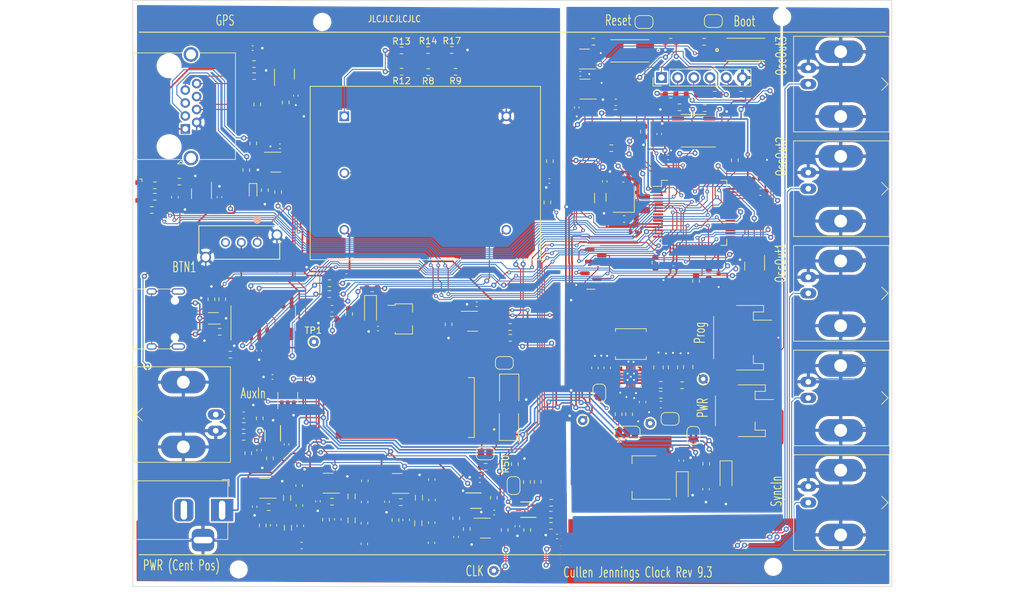
<source format=kicad_pcb>
(kicad_pcb (version 20221018) (generator pcbnew)
  (title_block (title "Clock") (date "2023-12-25") (rev "V9.3") (company "Cullen Jennings"))
  (layers (0 "F.Cu" signal) (31 "B.Cu" power) (34 "B.Paste" user) (35 "F.Paste" user) (36 "B.SilkS" user "B.Silkscreen") (37 "F.SilkS" user "F.Silkscreen") (38 "B.Mask" user) (39 "F.Mask" user) (44 "Edge.Cuts" user))
  (net 0 "")
  (net 1 "+3.3V")
  (net 2 "Net-(C3-Pad1)")
  (net 3 "Net-(C3-Pad2)")
  (net 4 "Net-(C6-Pad1)")
  (net 5 "/HSE_OUT")
  (net 6 "/HSE_IN")
  (net 7 "Net-(C13-Pad1)")
  (net 8 "Net-(C16-Pad2)")
  (net 9 "Net-(C19-Pad1)")
  (net 10 "Net-(C20-Pad1)")
  (net 11 "Net-(C21-Pad2)")
  (net 12 "+3.3VA")
  (net 13 "Net-(U8-+)")
  (net 14 "PPS_OUT")
  (net 15 "/LED3")
  (net 16 "Net-(C26-Pad1)")
  (net 17 "/AUD_OUT")
  (net 18 "Net-(U10-VCAP_1)")
  (net 19 "Net-(U10-VCAP_2)")
  (net 20 "/BOOT1")
  (net 21 "/NROW5")
  (net 22 "/LEDMR")
  (net 23 "Net-(Q1-D)")
  (net 24 "/LEDMG")
  (net 25 "/LEDMY")
  (net 26 "GND")
  (net 27 "Net-(D4-K)")
  (net 28 "/GPS_RX1H")
  (net 29 "/NCOL10")
  (net 30 "/NROW1")
  (net 31 "/NROW2")
  (net 32 "/NROW3")
  (net 33 "/NROW4")
  (net 34 "/LED4")
  (net 35 "/LED1")
  (net 36 "/LED2")
  (net 37 "/SWDIO")
  (net 38 "/SWDCLK")
  (net 39 "/LED7")
  (net 40 "/LED8")
  (net 41 "/USB_RX")
  (net 42 "/USB_TX")
  (net 43 "/SCL")
  (net 44 "/AUD_IN")
  (net 45 "/LED9")
  (net 46 "/LED10")
  (net 47 "/DB3")
  (net 48 "/SDA")
  (net 49 "/NRST")
  (net 50 "/BOOT0")
  (net 51 "Net-(Y1-VREF)")
  (net 52 "Net-(J10-In)")
  (net 53 "+5VA")
  (net 54 "+5V")
  (net 55 "/GPS_RX1")
  (net 56 "/GPS_TX1")
  (net 57 "/GPS_RX2H")
  (net 58 "Net-(J5-Pin_2)")
  (net 59 "GPS_PPS")
  (net 60 "SYNC_IN")
  (net 61 "/NCOL8")
  (net 62 "Net-(U1--)")
  (net 63 "Net-(R2-Pad2)")
  (net 64 "Net-(R4-Pad1)")
  (net 65 "Net-(R6-Pad2)")
  (net 66 "Net-(R8-Pad1)")
  (net 67 "OSC_ADJ")
  (net 68 "Net-(R12-Pad1)")
  (net 69 "Net-(U5--)")
  (net 70 "/10Mhz2.5V")
  (net 71 "/OCXO_OUT")
  (net 72 "Net-(R10-Pad2)")
  (net 73 "/GPS_EN")
  (net 74 "Net-(U4--)")
  (net 75 "Net-(R13-Pad2)")
  (net 76 "Net-(R14-Pad2)")
  (net 77 "Net-(U6-LE{slash}HYS)")
  (net 78 "Net-(U8-LE{slash}HYS)")
  (net 79 "Net-(R25-Pad2)")
  (net 80 "+6V")
  (net 83 "Net-(J9-In)")
  (net 84 "Net-(C12-Pad1)")
  (net 85 "Net-(U6-OUT)")
  (net 87 "Net-(J3-In)")
  (net 88 "CLK")
  (net 89 "/NCOL7")
  (net 90 "Net-(U8-OUT)")
  (net 92 "/NCOL6")
  (net 93 "/NCOL5")
  (net 94 "/NCOL4")
  (net 95 "/NCOL3")
  (net 96 "/BTN1")
  (net 97 "AUX_GPS_PPS")
  (net 98 "/NCOL2")
  (net 99 "/Vadj")
  (net 100 "Net-(R63-Pad2)")
  (net 101 "Net-(Q9-D)")
  (net 102 "Net-(Q10-D)")
  (net 103 "Net-(J5-Pin_3)")
  (net 104 "/GPS_TX1H")
  (net 105 "/GPS_TX2H")
  (net 106 "/GPS_EXT_PPS")
  (net 107 "Net-(J13-In)")
  (net 108 "Net-(J11-In)")
  (net 109 "Net-(U6-+)")
  (net 110 "/NCOL1")
  (net 111 "/NCOL9")
  (net 112 "VBUS")
  (net 113 "Net-(J4-CC1)")
  (net 114 "Net-(J4-D+-PadA6)")
  (net 115 "Net-(J4-D--PadA7)")
  (net 117 "Net-(J4-CC2)")
  (net 119 "unconnected-(J4-SHIELD-PadS1)")
  (net 120 "Net-(U14-UD+)")
  (net 121 "Net-(U14-UD-)")
  (net 128 "/USB_DTR")
  (net 129 "/USB_RTS")
  (net 131 "Net-(JP1-A)")
  (net 132 "Net-(JP2-A)")
  (net 133 "Net-(R41-Pad1)")
  (net 134 "Net-(R42-Pad2)")
  (net 136 "Net-(U16-+)")
  (net 137 "Net-(J7-In)")
  (net 138 "Net-(U16--)")
  (net 139 "Net-(U16-LE{slash}HYS)")
  (net 140 "AUX_CLK")
  (net 141 "Net-(U16-OUT)")
  (net 144 "Net-(J5-Pin_4)")
  (net 145 "Net-(J5-Pin_5)")
  (net 146 "Net-(JP3-A)")
  (net 147 "Net-(JP4-A)")
  (net 148 "Net-(R48-Pad1)")
  (net 149 "Net-(R49-Pad2)")
  (net 150 "Net-(U14-TXD)")
  (net 151 "/MON_PPS")
  (net 152 "Net-(U14-RXD)")
  (net 153 "Net-(U10-PA0)")
  (net 154 "Net-(U10-PA15)")
  (net 155 "/AUX_MON_PPS")
  (net 156 "AUX_SYNC_IN")
  (net 157 "Net-(JP5-A)")
  (net 159 "Net-(R72-Pad1)")
  (net 160 "Net-(D5-BK)")
  (net 161 "Net-(D5-GK)")
  (net 162 "Net-(D5-RK)")
  (net 163 "Net-(R52-Pad2)")
  (net 166 "/FVIN")
  (net 167 "/FVOUT")
  (net 168 "/FL1")
  (net 169 "/FL2")
  (net 170 "Net-(U23-VAUX)")
  (net 171 "Net-(U23-EN)")
  (net 172 "Net-(U23-PS{slash}SYNC)")
  (net 173 "Net-(JP8-B)")
  (net 174 "Net-(JP7-C)")
  (net 175 "Net-(JP8-A)")
  (net 176 "Net-(R31-Pad1)")
  (net 177 "Net-(U23-PG)")
  (footprint "Capacitor_SMD:C_0402_1005Metric" (layer "F.Cu") (at 161.523736 122.127545 180)
    (fp_text reference "C48" hide)
    (fp_text value "100n")
  )
  (footprint "Capacitor_Tantalum_SMD:CP_EIA-3528-21_Kemet-B" (layer "F.Cu") (at 153.97093 104.603704 90)
    (fp_text reference "C44" hide)
    (fp_text value "33u")
  )
  (footprint "Resistor_SMD:R_0603_1608Metric" (layer "F.Cu") (at 160.546684 118.708884)
    (fp_text reference "R25" hide)
    (fp_text value "270R")
  )
  (footprint "Resistor_SMD:R_0603_1608Metric" (layer "F.Cu") (at 113.1 109.075 -90)
    (fp_text reference "R44" hide)
    (fp_text value "1K0")
  )
  (footprint "Resistor_SMD:R_0603_1608Metric" (layer "F.Cu") (at 97.975 70.9 180)
    (fp_text reference "R70" hide)
    (fp_text value "150R")
  )
  (footprint "Capacitor_SMD:C_0603_1608Metric" (layer "F.Cu") (at 172.029623 72.30405 180)
    (fp_text reference "C29" hide)
    (fp_text value "33p" hide)
  )
  (footprint "Capacitor_SMD:C_0402_1005Metric" (layer "F.Cu") (at 169 66.42 90)
    (fp_text reference "C55" hide)
    (fp_text value "100n")
  )
  (footprint "Capacitor_SMD:C_0402_1005Metric" (layer "F.Cu") (at 173.526407 74.366391 180)
    (fp_text reference "C30" hide)
    (fp_text value "100n")
  )
  (footprint "Resistor_SMD:R_0603_1608Metric" (layer "F.Cu") (at 113.884858 60.453969 -90)
    (fp_text reference "R1" hide)
    (fp_text value "100R")
  )
  (footprint "Resistor_SMD:R_0603_1608Metric" (layer "F.Cu") (at 184.687901 54.922735 180)
    (fp_text reference "R58" hide)
    (fp_text value "1K5")
  )
  (footprint "Diode_SMD:D_SOD-523" (layer "F.Cu") (at 113.85529 68.013075 -90)
    (fp_text reference "D4" hide)
    (fp_text value "SDM20U30-7")
  )
  (footprint "Resistor_SMD:R_0603_1608Metric" (layer "F.Cu") (at 137.123484 45.861577)
    (fp_text reference "R13")
    (fp_text value "1K5")
  )
  (footprint "Package_TO_SOT_SMD:SOT-23-5" (layer "F.Cu") (at 105.765579 68.34588 -90)
    (fp_text reference "U2" hide)
    (fp_text value "SN74LVC1G14DBV" hide)
  )
  (footprint "Resistor_SMD:R_0603_1608Metric" (layer "F.Cu") (at 102.3 66.45 180)
    (fp_text reference "R4" hide)
    (fp_text value "200R")
  )
  (footprint "Resistor_SMD:R_0603_1608Metric" (layer "F.Cu") (at 145.709543 119.271641 -90)
    (fp_text reference "R19" hide)
    (fp_text value "1K0")
  )
  (footprint "Jumper:SolderJumper-3_P1.3mm_Bridged2Bar12_RoundedPad1.0x1.5mm" (layer "F.Cu") (at 172.481776 105.825627)
    (fp_text reference "JP7" hide)
    (fp_text value "SolderJumper_3_Bridged12")
  )
  (footprint "Resistor_SMD:R_0603_1608Metric" (layer "F.Cu") (at 116.5 109.875 -90)
    (fp_text reference "R45" hide)
    (fp_text value "130K")
  )
  (footprint "Resistor_SMD:R_0603_1608Metric" (layer "F.Cu") (at 172.809529 102.951601 90)
    (fp_text reference "R30" hide)
    (fp_text value "1K0")
  )
  (footprint "Resistor_SMD:R_0603_1608Metric" (layer "F.Cu") (at 141.2875 45.8)
    (fp_text reference "R14")
    (fp_text value "330R")
  )
  (footprint "Package_TO_SOT_SMD:SOT-23-5" (layer "F.Cu") (at 165.798391 47.216666 180)
    (fp_text reference "U22" hide)
    (fp_text value "74LVC1G00")
  )
  (footprint "Capacitor_SMD:C_0603_1608Metric" (layer "F.Cu") (at 101.6 68.9 90)
    (fp_text reference "C4" hide)
    (fp_text value "47p")
  )
  (footprint "Resistor_SMD:R_0603_1608Metric" (layer "F.Cu") (at 137.145135 49.203535 180)
    (fp_text reference "R12")
    (fp_text value "1K5")
  )
  (footprint "Inductor_SMD:L_0805_2012Metric" (layer "F.Cu") (at 139.860018 116.041596 -90)
    (fp_text reference "L5" hide)
    (fp_text value "1uH")
  )
  (footprint "Inductor_SMD:L_0805_2012Metric" (layer "F.Cu") (at 119.197691 116.096667 -90)
    (fp_text reference "L1" hide)
    (fp_text value "1uH")
  )
  (footprint "Jumper:SolderJumper-2_P1.3mm_Open_RoundedPad1.0x1.5mm" (layer "F.Cu") (at 150.25 109.1)
    (fp_text reference "JP5" hide)
    (fp_text value "SolderJumper_2_Open")
  )
  (footprint "Crystal:Crystal_SMD_3225-4Pin_3.2x2.5mm" (layer "F.Cu") (at 171.976566 69.249152 90)
    (fp_text reference "Y2" hide)
    (fp_text value "16MHz " hide)
  )
  (footprint "Capacitor_SMD:C_0603_1608Metric" (layer "F.Cu") (at 137.85159 119.529037 -90)
    (fp_text reference "C21" hide)
    (fp_text value "1n0" hide)
  )
  (footprint "Package_TO_SOT_SMD:SOT-666" (layer "F.Cu") (at 107.625 87.9 180)
    (fp_text reference "U15" hide)
    (fp_text value "USBLC6-2P6")
  )
  (footprint "Connector_JST:JST_PH_S3B-PH-SM4-TB_1x03-1MP_P2.00mm_Horizontal" (layer "F.Cu") (at 190.581043 90.945447 -90)
    (fp_text reference "J2" hide)
    (fp_text value "Conn_01x03")
  )
  (footprint "Capacitor_SMD:C_0603_1608Metric" (layer "F.Cu") (at 121.262774 120.463708 -90)
    (fp_text reference "C8" hide)
    (fp_text value "330p")
  )
  (footprint "Capacitor_SMD:C_0402_1005Metric" (layer "F.Cu") (at 124.026554 116.615951 -90)
    (fp_text reference "C10" hide)
    (fp_text value "100n")
  )
  (footprint "Resistor_SMD:R_0603_1608Metric" (layer "F.Cu") (at 154.9 110.7875 90)
    (fp_text reference "R50")
    (fp_text value "10K")
  )
  (footprint "Capacitor_Tantalum_SMD:CP_EIA-3216-18_Kemet-A" (layer "F.Cu") (at 132.266903 86.620691 -90)
    (fp_text reference "C34" hide)
    (fp_text value "10u")
  )
  (footprint "Resistor_SMD:R_0603_1608Metric" (layer "F.Cu") (at 150.325 111.2)
    (fp_text reference "R69" hide)
    (fp_text value "1K0")
  )
  (footprint "Capacitor_SMD:C_0402_1005Metric" (layer "F.Cu") (at 145.680486 122.201539 -90)
    (fp_text reference "C49" hide)
    (fp_text value "100n")
  )
  (footprint "Resistor_SMD:R_0603_1608Metric" (layer "F.Cu") (at 126.237951 116.672326)
    (fp_text reference "R6" hide)
    (fp_text value "510R")
  )
  (footprint "Resistor_SMD:R_0603_1608Metric" (layer "F.Cu") (at 160 69.7 -90)
    (fp_text reference "R24" hide)
    (fp_text value "1K0")
  )
  (footprint "Resistor_SMD:R_0603_1608Metric" (layer "F.Cu") (at 167.20829 44.491065 180)
    (fp_text reference "R42" hide)
    (fp_text value "330R")
  )
  (footprint "Capacitor_Tantalum_SMD:CP_EIA-3216-18_Kemet-A" (layer "F.Cu") (at 181.147163 114.287576 -90)
    (fp_text reference "C41" hide)
    (fp_text value "10u")
  )
  (footprint "Resistor_SMD:R_0603_1608Metric" (layer "F.Cu") (at 114.9 103.6 90)
    (fp_text reference "R47" hide)
    (fp_text value "100R")
  )
  (footprint "Resistor_SMD:R_0603_1608Metric" (layer "F.Cu") (at 132.525 83.2)
    (fp_text reference "R56" hide)
    (fp_text value "1K0")
  )
  (footprint "Resistor_SMD:R_0603_1608Metric" (layer "F.Cu") (at 170.025 61.2)
    (fp_text reference "R72" hide)
    (fp_text value "1K0")
  )
  (footprint "Capacitor_SMD:C_0603_1608Metric" (layer "F.Cu") (at 117.060869 120.374589 -90)
    (fp_text reference "C3" hide)
    (fp_text value "1n0")
  )
  (footprint "Capacitor_SMD:C_0603_1608Metric" (layer "F.Cu") (at 141.861992 119.97827 -90)
    (fp_text reference "C22" hide)
    (fp_text value "220p")
  )
  (footprint "Connector_JST:JST_PH_S2B-PH-SM4-TB_1x02-1MP_P2.00mm_Horizontal" (layer "F.Cu") (at 190.861983 102.404043 -90)
    (fp_text reference "J8" hide)
    (fp_text value "Conn_01x02" hide)
  )
  (footprint "Package_TO_SOT_SMD:SOT-23-5" (layer "F.Cu") (at 148.275247 88.362747)
    (fp_text reference "U3" hide)
    (fp_text value "SN74LVC1G14DBV" hide)
  )
  (footprint "Resistor_SMD:R_0603_1608Metric" (layer "F.Cu") (at 158.479459 113.570015 90)
    (fp_text reference "R61" hide)
    (fp_text value "1K0")
  )
  (footprint "Capacitor_SMD:C_0603_1608Metric" (layer "F.Cu") (at 141.916095 116.414035 90)
    (fp_text reference "C20" hide)
    (fp_text value "330p")
  )
  (footprint "Capacitor_SMD:C_0805_2012Metric" (layer "F.Cu") (at 179.693812 95.5942 90)
    (fp_text reference "C65" hide)
    (fp_text value "22uF")
  )
  (footprint "TestPoint:TestPoint_THTPad_D1.5mm_Drill0.7mm" (layer "F.Cu") (at 165.542426 103.914421)
    (fp_text reference "TP2" hide)
    (fp_text value "~")
  )
  (footprint "Capacitor_SMD:C_0402_1005Metric" (layer "F.Cu") (at 179.765254 80.00703 180)
    (fp_text reference "C32" hide)
    (fp_text value "100n")
  )
  (footprint "Capacitor_Tantalum_SMD:CP_EIA-3528-21_Kemet-B" (layer "F.Cu") (at 154.012691 99.107859 -90)
    (fp_text reference "C42" hide)
    (fp_text value "33u")
  )
  (footprint "Connector_RJ:RJ45_Amphenol_RJHSE5380" (layer "F.Cu") (at 103.226294 58.178459 90)
    (fp_text reference "J1" hide)
    (fp_text value "RJ45" hide)
  )
  (footprint "Resistor_SMD:R_0603_1608Metric" (layer "F.Cu") (at 137.017879 116.747687)
    (fp_text reference "R10" hide)
    (fp_text value "510R")
  )
  (footprint "Capacitor_SMD:C_0603_1608Metric" (layer "F.Cu") (at 193.408514 68.08797 180)
    (fp_text reference "C40" hide)
    (fp_text value "2u2")
  )
  (footprint "MountingHole:MountingHole_2.2mm_M2" (layer "F.Cu") (at 196.8 40.6)
    (fp_text reference "H2" hide)
    (fp_text value "M2")
  )
  (footprint "Resistor_SMD:R_0603_1608Metric" (layer "F.Cu") (at 160.397708 63.238267 90)
    (fp_text reference "R23" hide)
    (fp_text value "22K")
  )
  (footprint "Capacitor_SMD:C_0805_2012Metric" (layer "F.Cu") (at 182.072889 95.537263 90)
    (fp_text reference "C61" hide)
    (fp_text value "22uF")
  )
  (footprint "Resistor_SMD:R_0603_1608Metric" (layer "F.Cu") (at 145.598923 49.213828 180)
    (fp_text reference "R9")
    (fp_text value "2R")
  )
  (footprint "blinky_footprints:SC70_DCK_TEX" (layer "F.Cu") (at 116.950001 106.32395 -90)
    (fp_text reference "U16" hide)
    (fp_text value "TLV3603DCKR")
  )
  (footprint "Capacitor_SMD:C_0402_1005Metric" (layer "F.Cu") (at 164.611579 54.82462 -90)
    (fp_text reference "C58" hide)
    (fp_text value "100n")
  )
  (footprint "Capacitor_SMD:C_0402_1005Metric" (layer "F.Cu") (at 120.55866 52.959553 -90)
    (fp_text reference "C56" hide)
    (fp_text value "100n")
  )
  (footprint "Resistor_SMD:R_0603_1608Metric" (layer "F.Cu") (at 181.124019 98.399292 180)
    (fp_text reference "R75" hide)
    (fp_text value "12K")
  )
  (footprint "Package_SON:Texas_S-PWSON-N10_ThermalVias" (layer "F.Cu") (at 173.073016 97.070679)
    (fp_text reference "U23" hide)
    (fp_text value "TPS63060")
  )
  (footprint "Capacitor_Tantalum_SMD:CP_EIA-3216-18_Kemet-A" (layer "F.Cu") (at 188.009145 112.575545 -90)
    (fp_text reference "C43" hide)
    (fp_text value "10u")
  )
  (footprint "blinky_footprints:SC70_DCK_TEX" (layer "F.Cu") (at 148.794839 116.516402)
    (fp_text reference "U6" hide)
    (fp_text value "TLV3603DCKR")
  )
  (footprint "Package_TO_SOT_SMD:SOT-563" (layer "F.Cu") (at 168.3 68.9 90)
    (fp_text reference "U18" hide)
    (fp_text value "TMP102xxDRL")
  )
  (footprint "Package_TO_SOT_SMD:SOT-223-3_TabPin2" (layer "F.Cu") (at 175.18485 112.892386 180)
    (fp_text reference "U11" hide)
    (fp_text value "AMS1117-3.3" hide)
  )
  (footprint "Capacitor_SMD:C_0402_1005Metric" (layer "F.Cu") (at 180.987179 110.226329 -90)
    (fp_text reference "C39" hide)
    (fp_text value "100n")
  )
  (footprint "Resistor_SMD:R_0603_1608Metric" (layer "F.Cu") (at 177.785194 99.889561 180)
    (fp_text reference "R53" hide)
    (fp_text value "12K")
  )
  (footprint "Package_TO_SOT_SMD:SOT-23-5" (layer "F.Cu") (at 119.3 100.3 90)
    (fp_text reference "U17" hide)
    (fp_text value "SN74LVC1G14DBV")
  )
  (footprint "Resistor_SMD:R_0603_1608Metric" (layer "F.Cu") (at 112.4 104.8)
    (fp_text reference "R46" hide)
    (fp_text value "100R")
  )
  (footprint "Package_TO_SOT_SMD:SOT-23" (layer "F.Cu") (at 192.5 79.7 -90)
    (fp_text reference "Q1" hide)
    (fp_text value "2N7002")
  )
  (footprint "Inductor_SMD:L_0805_2012Metric" (layer "F.Cu") (at 139.757605 120.069838 90)
    (fp_text reference "L6" hide)
    (fp_text value "1uH")
  )
  (footprint "Resistor_SMD:R_0603_1608Metric" (layer "F.Cu") (at 145.019305 45.793289)
    (fp_text reference "R17")
    (fp_text value "20R")
  )
  (footprint "Resistor_SMD:R_0603_1608Metric" (layer "F.Cu") (at 114 48 180)
    (fp_text reference "R33" hide)
    (fp_text value "4K7")
  )
  (footprint "blinky_footprints:BNC_Amphenol_B6252HB-NPP3G-50_Horizontal-CJ" (layer "F.Cu") (at 203.407239 116.815525 -90)
    (fp_text reference "J9" hide)
    (fp_text value "KH-BNC50-3511")
  )
  (footprint "Resistor_SMD:R_0603_1608Metric" (layer "F.Cu") (at 156.8 113.574903 -90)
    (fp_text reference "R60" hide)
    (fp_text value "1K0")
  )
  (footprint "Connector_USB:USB_C_Receptacle_HRO_TYPE-C-31-M-12" (layer "F.Cu") (at 99 88 -90)
    (fp_text reference "J4" hide)
    (fp_text value "USB_C_Receptacle")
  )
  (footprint "MountingHole:MountingHole_2.2mm_M2" (layer "F.Cu") (at 195.4 126.9)
    (fp_text reference "H3" hide)
    (fp_text value "M2")
  )
  (footprint "TestPoint:TestPoint_THTPad_D1.5mm_Drill0.7mm" (layer "F.Cu") (at 184.431059 97.429813)
    (fp_text reference "TP3" hide)
    (fp_text value "~")
  )
  (footprint "Resistor_SMD:R_0603_1608Metric" (layer "F.Cu") (at 128.902118 87.220777 -90)
    (fp_text reference "R15" hide)
    (fp_text value "100R")
  )
  (footprint "Resistor_SMD:R_0603_1608Metric" (layer "F.Cu") (at 98.45 67.025)
    (fp_text reference "R74" hide)
    (fp_text value "47R")
  )
  (footprint "Connector_BarrelJack:BarrelJack_Horizontal" (layer "F.Cu") (at 109 118)
    (fp_text reference "J14" hide)
    (fp_text value "DC-005B-2.5A-2.0")
  )
  (footprint "Capacitor_SMD:C_0402_1005Metric" (layer "F.Cu") (at 177.531099 58.97375 -90)
    (fp_text reference "C47" hide)
    (fp_text value "100n")
  )
  (footprint "Resistor_SMD:R_0603_1608Metric" (layer "F.Cu") (at 179.325 52.8)
    (fp_text reference "R65" hide)
    (fp_text value "1K0")
  )
  (footprint "Connector_PinHeader_2.54mm:PinHeader_1x06_P2.54mm_Vertical" (layer "F.Cu") (at 177.885 50.125 90)
    (fp_text reference "J5" hide)
    (fp_text value "Conn_01x06_Pin")
  )
  (footprint "Resistor_SMD:R_0603_1608Metric" (layer "F.Cu") (at 170.679967 55.681887)
    (fp_text reference "R27" hide)
    (fp_text value "4K7" hide)
  )
  (footprint "Resistor_SMD:R_0603_1608Metric" (layer "F.Cu") (at 141.310984 49.252133 180)
    (fp_text reference "R8")
    (fp_text value "270R")
  )
  (footprint "Capacitor_SMD:C_0603_1608Metric" (layer "F.Cu") (at 131.383802 113.413302 90)
    (fp_text reference "C12" hide)
    (fp_text value "150p")
  )
  (footprint "Capacitor_SMD:C_0402_1005Metric" (layer "F.Cu") (at 134.848863 116.685137 -90)
    (fp_text reference "C17" hide)
    (fp_text value "100n" hide)
  )
  (footprint "Resistor_SMD:R_0603_1608Metric" (layer "F.Cu") (at 160.591774 116.845175 180)
    (fp_text reference "R22" hide)
    (fp_text value "1K0")
  )
  (footprint "Resistor_SMD:R_0603_1608Metric" (layer "F.Cu") (at 109.025 84.925 90)
    (fp_text reference "R39" hide)
    (fp_text value "1K0")
  )
  (footprint "Capacitor_SMD:C_0805_2012Metric" (layer "F.Cu") (at 177.416793 95.611831 90)
    (fp_text reference "C64" hide)
    (fp_text value "22uF")
  )
  (footprint "Capacitor_SMD:C_0603_1608Metric" (layer "F.Cu") (at 169.370769 95.660376 90)
    (fp_text reference "C60" hide)
    (fp_text value "10uF")
  )
  (footprint "Capacitor_SMD:C_0603_1608Metric" (layer "F.Cu") (at 184.876074 114.715056 90)
    (fp_text reference "C37" hide)
    (fp_text value "100n")
  )
  (footprint "Resistor_SMD:R_0603_1608Metric" (layer "F.Cu") (at 115.695193 67.784278 90)
    (fp_text reference "R36" hide)
    (fp_text value "4K7")
  )
  (footprint "Capacitor_SMD:C_0402_1005Metric" (layer "F.Cu") (at 118.061207 60.905621 180)
    (fp_text reference "C57" hide)
    (fp_text value "100n")
  )
  (footprint "blinky_footprints:SW_147873-2" (layer "F.Cu") (at 191.1 45.7)
    (fp_text reference "S3" hide)
    (fp_text value "147873-2")
  )
  (footprint "Capacitor_SMD:C_0402_1005Metric" (layer "F.Cu") (at 119.1 107.68 90)
    (fp_text reference "C52" hide)
    (fp_text value "100n")
  )
  (footprint "Capacitor_SMD:C_0402_1005Metric" (layer "F.Cu") (at 149.415157 113.290964 180)
    (fp_text reference "C25" hide)
    (fp_text value "100n")
  )
  (footprint "Jumper:SolderJumper-2_P1.3mm_Bridged2Bar_RoundedPad1.0x1.5mm" (layer "F.Cu") (at 186.015897 41.254488)
    (fp_text reference "JP2" hide)
    (fp_text value "SolderJumper_2_Bridged")
  )
  (footprint "Capacitor_SMD:C_0603_1608Metric" (layer "F.Cu") (at 131.318747 120.04912 -90)
    (fp_text reference "C15" hide)
    (fp_text value "220p")
  )
  (footprint "Package_SO:SOIC-8_3.9x4.9mm_P1.27mm" (layer "F.Cu") (at 182.924657 58.463107 180)
    (fp_text reference "U13" hide)
    (fp_text value "M24C02-RMN")
  )
  (footprint "Capacitor_SMD:C_0603_1608Metric" (layer "F.Cu") (at 141.829295 123.134833 90)
    (fp_text reference "C23" hide)
    (fp_text value "150p")
  )
  (footprint "Package_QFP:LQFP-64_10x10mm_P0.5mm" (layer "F.Cu") (at 183.015261 71.341385)
    (fp_text reference "U10" hide)
    (fp_text value "STM32F405RGTx" hide)
  )
  (footprint "Jumper:SolderJumper-2_P1.3mm_Bridged2Bar_RoundedPad1.0x1.5mm" (layer "F.Cu") (at 168.142561 99.619849 90)
    (fp_text reference "JP6" hide)
    (fp_text value "SolderJumper_2_Bridged")
  )
  (footprint "Resistor_SMD:R_0603_1608Metric" (layer "F.Cu") (at 144.510715 88.821532 -90)
    (fp_text reference "R5" hide)
    (fp_text value "1K0")
  )
  (footprint "Resistor_SMD:R_0603_1608Metric" (layer "F.Cu") (at 186.225 52.8 180)
    (fp_text reference "R66" hide)
    (fp_text value "1K0")
  )
  (footprint "blinky_footprints:LED_RGB_MHS110FRGBCT" (layer "F.Cu") (at 95.25 68 -90)
    (fp_text reference "D5" hide)
    (fp_text value "LED_ABGR")
  )
  (footprint "Inductor_SMD:L_0805_2012Metric" (layer "F.Cu") (at 129.299777 119.598125 90)
    (fp_text reference "L4" hide)
    (fp_text value "1uH")
  )
  (footprint "Resistor_SMD:R_0603_1608Metric" (layer "F.Cu") (at 176.945154 79.157954 -90)
    (fp_text reference "R54" hide)
    (fp_text value "1K0")
  )
  (footprint "Capacitor_SMD:C_0402_1005Metric" (layer "F.Cu") (at 178.918971 62.656294)
    (fp_text reference "C31" hide)
    (fp_text value "100n")
  )
  (footprint "blinky_footprints:BNC_Amphenol_B6252HB-NPP3G-50_Horizontal-CJ" (layer "F.Cu") (at 203.407239 67.562845 -90)
    (fp_text reference "J13" hide)
    (fp_text value "KH-BNC50-3511")
  )
  (footprint "Capacitor_SMD:C_0603_1608Metric" (layer "F.Cu") (at 141.87436 113.200505 90)
    (fp_text reference "C19" hide)
    (fp_text value "150p")
  )
  (footprint "Resistor_SMD:R_0603_1608Metric" (layer "F.Cu") (at 112.789975 64.641055 90)
    (fp_text reference "R35" hide)
    (fp_text value "2K2")
  )
  (footprint "Resistor_SMD:R_0603_1608Metric" (layer "F.Cu") (at 151.605604 116.060027 -90)
    (fp_text reference "R18" hide)
    (fp_text value "130K")
  )
  (footprint "Resistor_SMD:R_0603_1608Metric" (layer "F.Cu") (at 182.6 52.8)
    (fp_text reference "R67" hide)
    (fp_text value "1K0")
  )
  (footprint "Capacitor_SMD:C_0402_1005Metric" (layer "F.Cu") (at 151.670491 118.38184 180)
    (fp_text reference "C46" hide)
    (fp_text value "100n")
  )
  (footprint "Resistor_SMD:R_0603_1608Metric" (layer "F.Cu") (at 98.45 68.825 180)
    (fp_text reference "R73" hide)
    (fp_text value "47R")
  )
  (footprint "Capacitor_SMD:C_0603_1608Metric" (layer "F.Cu") (at 174.927139 101.048943 90)
    (fp_text reference "C63" hide)
    (fp_text value "100n")
  )
  (footprint "Package_TO_SOT_SMD:SOT-23-5" (layer "F.Cu") (at 165.882818 51.936889 180)
    (fp_text reference "U21" hide)
    (fp_text value "74LVC1G86")
  )
  (footprint "Capacitor_SMD:C_0603_1608Metric" (layer "F.Cu") (at 177.785884 101.448274 180)
    (fp_text reference "C66" hide)
    (fp_text value "10pF")
  )
  (footprint "Capacitor_SMD:C_0402_1005Metric" (layer "F.Cu") (at 114.098835 117.454448 -90)
    (fp_text reference "C2" hide)
    (fp_text value "100n")
  )
  (footprint "Package_TO_SOT_SMD:SOT-23-6" (layer "F.Cu") (at 136.466289 113.805925 180)
    (fp_text reference "U5" hide)
    (fp_text value "ADA4807-1")
  )
  (footprint "Capacitor_SMD:C_0603_1608Metric" (layer "F.Cu") (at 127.136899 119.432852 -90)
    (fp_text reference "C16" hide)
    (fp_text value "1n0")
  )
  (footprint "Resistor_SMD:R_0603_1608Metric" (layer "F.Cu") (at 126.194719 88.126059 180)
    (fp_text reference "R16" hide)
    (fp_text value "100R")
  )
  (footprint "Capacitor_SMD:C_0603_1608Metric" (layer "F.Cu") (at 121.072494 114.139562 90)
    (fp_text reference "C5" hide)
    (fp_text value "150p")
  )
  (footprint "Capacitor_SMD:C_0603_1608Metric" (layer "F.Cu") (at 171.898597 66.011953)
    (fp_text reference "C28" hide)
    (fp_text value "33p" hide)
  )
  (footprint "Package_TO_SOT_SMD:SOT-23" (layer "F.Cu") (at 166.825 81.775)
    (fp_text reference "Q10" hide)
    (fp_text value "2N7002")
  )
  (footprint "Jumper:SolderJumper-2_P1.3mm_Bridged2Bar_RoundedPad1.0x1.5mm" (layer "F.Cu") (at 175.15 41.4)
    (fp_text reference "JP1" hide)
    (fp_text value "SolderJumper_2_Bridged")
  )
  (footprint "Resistor_SMD:R_0603_1608Metric" (layer "F.Cu") (at 110.3 93.6)
    (fp_text reference "R71" hide)
    (fp_text value "1K0")
  )
  (footprint "blinky_footprints:DPAK172P1054X200-6N" (layer "F.Cu") (at 144.958532 101.9 180)
    (fp_text reference "U12" hide)
    (fp_text value "BA50DD0WHFP-TR")
  )
  (footprint "blinky_footprints:SC70_DCK_TEX" (layer "F.Cu") (at 156.618042 117.926602 180)
    (fp_text reference "U8" hide)
    (fp_text value "TLV3603DCKR")
  )
  (footprint "Resistor_SMD:R_0603_1608Metric" (layer "F.Cu") (at 125.287505 119.482852 -90)
    (fp_text reference "R7" hide)
    (fp_text value "49R9")
  )
  (footprint "Resistor_SMD:R_0603_1608Metric" (layer "F.Cu") (at 177.774059 98.343698 180)
    (fp_text reference "R31" hide)
    (fp_text value "120K")
  )
  (footprint "Package_TO_SOT_SMD:SOT-89-3" (layer "F.Cu") (at 137.5 88)
    (fp_text reference "U9" hide)
    (fp_text value "L78L05_SOT89" hide)
  )
  (footprint "MountingHole:MountingHole_2.2mm_M2" (layer "F.Cu") (at 111.6 127.3)
    (fp_text reference "H4" hide)
    (fp_text value "M2")
  )
  (footprint "Resistor_SMD:R_0603_1608Metric" (layer "F.Cu") (at 179.325 44.5)
    (fp_text reference "R40" hide)
    (fp_text value "4K7")
  )
  (footprint "Resistor_SMD:R_0603_1608Metric" (layer "F.Cu") (at 180.712605 54.793116 180)
    (fp_text reference "R59" hide)
    (fp_text value "1K5")
  )
  (footprint "Jumper:SolderJumper-2_P1.3mm_Open_RoundedPad1.0x1.5mm" (layer "F.Cu") (at 179.232263 103.680821 180)
    (fp_text reference "JP8" hide)
    (fp_text value "SolderJumper_2_Open")
  )
  (footprint "Capacitor_SMD:C_0603_1608Metric" (layer "F.Cu") (at 121.121941 117.28325 90)
    (fp_text reference "C6" hide)
    (fp_text value "220p")
  )
  (footprint "blinky_footprints:SW_147873-2" (layer "F.Cu") (at 172.92064 45.934682 180)
    (fp_text reference "S1" hide)
    (fp_text value "147873-2")
  )
  (footprint "blinky_footprints:XTAL_AOCJY4A-10.000MHZ-SW" (layer "F.Cu") (at 140.8625 65.1)
    (fp_text reference "Y1" hide)
    (fp_text value "AOCJY4A-10.000MHZ-SW")
  )
  (footprint "Resistor_SMD:R_0603_1608Metric" (layer "F.Cu") (at 112.4 106.5)
    (fp_text reference "R43" hide)
    (fp_text value "1K0")
  )
  (footprint "Resistor_SMD:R_0603_1608Metric" (layer "F.Cu") (at 117.782878 68.089329 90)
    (fp_text reference "R52" hide)
    (fp_text value "1K0")
  )
  (footprint "Capacitor_SMD:C_0603_1608Metric" (layer "F.Cu") (at 185.306869 80.975492 90)
    (fp_text reference "C35" hide)
    (fp_text value "2u2")
  )
  (footprint "Capacitor_SMD:C_0603_1608Metric" (layer "F.Cu") (at 112.4 103.1)
    (fp_text reference "C54" hide)
    (fp_text value "100n")
  )
  (footprint "Capacitor_SMD:C_0402_1005Metric" (layer "F.Cu") (at 108.59247 68.890324 90)
    (fp_text reference "C11" hide)
    (fp_text value "100n" hide)
  )
  (footprint "Jumper:SolderJumper-2_P1.3mm_Bridged2Bar_RoundedPad1.0x1.5mm" (layer "F.Cu") (at 182.891881 106.270921 -90)
    (fp_text reference "JP9" hide)
    (fp_text value "SolderJumper_2_Bridged")
  )
  (footprint "Capacitor_SMD:C_0402_1005Metric" (layer "F.Cu") (at 148.92 85.690812 180)
    (fp_text reference "C9" hide)
    (fp_text value "100n" hide)
  )
  (footprint "Package_TO_SOT_SMD:SOT-23-5" (layer "F.Cu") (at 118.768639 49.578717 90)
    (fp_text reference "U19" hide)
    (fp_text value "SN74LVC1G14DBV" hide)
  )
  (footprint "Capacitor_SMD:C_0402_1005Metric" (layer "F.Cu") (at 155.288755 120.528871 -90)
    (fp_text reference "C45" hide)
    (fp_text value "100n")
  )
  (footprint "Package_TO_SOT_SMD:SOT-23-5" (layer "F.Cu") (at 117.410462 63.392636)
    (fp_text reference "U20" hide)
    (fp_text value "SN74LVC1G14DBV" hide)
  )
  (footprint "Capacitor_SMD:C_0603_1608Metric" (layer "F.Cu") (at 167.453121 95.687196 90)
    (fp_text reference "C62" hide)
    (fp_text value "10uF")
  )
  (footprint "Resistor_SMD:R_0603_1608Metric" (layer "F.Cu") (at 108.627889 90.01764 180)
    (fp_text reference "R37" hide)
    (fp_text value "5k1")
  )
  (footprint "Capacitor_SMD:C_0402_1005Metric" (layer "F.Cu") (at 128.487922 80.556742 180)
    (fp_text reference "C18" hide)
    (fp_text value "100n" hide)
  )
  (footprint "Resistor_SMD:R_0603_1608Metric" (layer "F.Cu") (at 114.025 49.9 180)
    (fp_text reference "R34" hide)
    (fp_text value "4K7")
  )
  (footprint "Resistor_SMD:R_0603_1608Metric" (layer "F.Cu") (at 154.150247 89.262747 180)
    (fp_text reference "R63" hide)
    (fp_text value "1K0")
  )
  (footprint "blinky_footprints:BNC_Amphenol_B6252HB-NPP3G-50_Horizontal-CJ" (layer "F.Cu") (at 203.407239 100.397963 -90)
    (fp_text reference "J10" hide)
    (fp_text value "KH-BNC50-3511")
  )
  (footprint "Capacitor_SMD:C_0603_1608Metric" (layer "F.Cu") (at 131.297213 123.300196 90)
    (fp_text reference "C14" hide)
    (fp_text value "150p")
  )
  (footprint "Resistor_SMD:R_0603_1608Metric" (layer "F.Cu") (at 115.370419 120.408346 -90)
    (fp_text reference "R3" hide)
    (fp_text value "49R9")
  )
  (footprint "Resistor_SMD:R_0603_1608Metric" (layer "F.Cu") (at 136.176106 119.551343 -90)
    (fp_text reference "R11" hide)
    (fp_text value "49R9")
  )
  (footprint "Jumper:SolderJumper-2_P1.3mm_Bridged2Bar_RoundedPad1.0x1.5mm" (layer "F.Cu") (at 153.25 94.9)
    (fp_text reference "JP4" hide)
    (fp_text value "SolderJumper_2_Bridged")
  )
  (footprint "Capacitor_SMD:C_0402_1005Metric" (layer "F.Cu") (at 116.9 97.1 180)
    (fp_text reference "C53" hide)
    (fp_text value "100n")
  )
  (footprint "Resistor_SMD:R_0603_1608Metric" (layer "F.Cu") (at 189.396305 63.093261 -90)
    (fp_text reference "R62" hide)
    (fp_text value "1K0")
  )
  (footprint "Capacitor_SMD:C_0603_1608Metric" (layer "F.Cu") (at 121.472691 123.559167 180)
    (fp_text reference "C7" hide)
    (fp_text value "150p")
  )
  (footprint "Resistor_SMD:R_0603_1608Metric" (layer "F.Cu") (at 175.146386 58.603834 -90)
    (fp_text reference "R28" hide)
    (fp_text value "4K7" hide)
  )
  (footprint "Resistor_SMD:R_0603_1608Metric" (layer "F.Cu") (at 118.964422 54.02638 90)
    (fp_text reference "R49" hide)
    (fp_text value "1K0")
  )
  (footprint "Capacitor_SMD:C_0603_1608Metric" (layer "F.Cu") (at 126.225 86.4)
    (fp_text reference "C24" hide)
    (fp_text value "100n" hide)
  )
  (footprint "Resistor_SMD:R_0603_1608Metric" (layer "F.Cu") (at 160.561714 120.467384 180)
    (fp_text reference "R26" hide)
    (fp_text value "22R0")
  )
  (footprint "Capacitor_SMD:C_0603_1608Metric" (layer "F.Cu") (at 170.714945 54.016308 180)
    (fp_text reference "C27" hide)
    (fp_text value "100n" hide)
  )
  (footprint "Capacitor_SMD:C_0603_1608Metric" (layer "F.Cu") (at 131.34007 116.72928 90)
    (fp_text reference "C13" hide)
    (fp_text value "330p")
  )
  (footprint "Resistor_SMD:R_0603_1608Metric" (layer "F.Cu") (at 156.840157 121.115759 -90)
    (fp_text reference "R21" hide)
    (fp_text value "130K")
  )
  (footprint "Resistor_SMD:R_0603_1608Metric" (layer "F.Cu") (at 183.306125 82.05023 90)
    (fp_text reference "R32" hide)
    (fp_text value "4K7")
  )
  (footprint "Package_TO_SOT_SMD:SOT-23-6" (layer "F.Cu") (at 125.612392 113.779459 180)
    (fp_text reference "U4" hide)
    (fp_text value "ADA4807-1")
  )
  (footprint "Package_SO:SOIC-16_3.9x9.9mm_P1.27mm" (layer "F.Cu") (at 115.445 87.875 90)
    (fp_text reference "U14" hide)
    (fp_text value "CH340C")
  )
  (footprint "Resistor_SMD:R_0603_1608Metric" (layer "F.Cu") (at 190.375 52.8 180)
    (fp_text reference "R68" hide)
    (fp_text value "1K0")
  )
  (footprint "Capacitor_SMD:C_0402_1005Metric" (layer "F.Cu") (at 114.8 92.98 -90)
    (fp_text reference "C50" hide)
    (fp_text value "100n")
  )
  (footprint "TestPoint:TestPoint_THTPad_D1.5mm_Drill0.7mm" (layer "F.Cu") (at 151.6 127.5 90)
    (fp_text reference "TP10" hide)
    (fp_text value "~")
  )
  (footprint "Capacitor_SMD:C_0402_1005Metric" (layer "F.Cu") (at 113.8 45.5)
    (fp_text reference "C1" hide)
    (fp_text value "100n" hide)
  )
  (footprint "Resistor_SMD:R_0603_1608Metric" (layer "F.Cu") (at 184.575062 44.51073)
    (fp_text reference "R41" hide)
    (fp_text value "330R")
  )
  (footprint "Capacitor_SMD:C_0402_1005Metric" (layer "F.Cu") (at 186.844757 81.396838 -90)
    (fp_text reference "C36" hide)
    (fp_text value "100n")
  )
  (footprint "blinky_footprints:BNC_Amphenol_B6252HB-NPP3G-50_Horizontal-CJ" (layer "F.Cu") (at 203.407239 51.145286 -90)
    (fp_text reference "J11" hide)
    (fp_text value "KH-BNC50-3511")
  )
  (footprint "Capacitor_SMD:C_0402_1005Metric" (layer "F.Cu") (at 165.164187 49.541452)
    (fp_text reference "C59" hide)
    (fp_text value "100n")
  )
  (footprint "Inductor_SMD:L_0805_2012Metric" (layer "F.Cu") (at 129.3 115.8375 -90)
    (fp_text reference "L3" hide)
    (fp_text value "1uH")
  )
  (footprint "Resistor_SMD:R_0603_1608Metric" (layer "F.Cu") (at 116.315244 117.531012)
    (fp_text reference "R2" hide)
    (fp_text value "510R")
  )
  (footprint "blinky_footprints:LC1258OASP" (layer "F.Cu") (at 114.5 76 -90)
    (fp_text reference "SW1" hide)
    (fp_text value "LC1258OASP")
  )
  (footprint "Capacitor_SMD:C_0402_1005Metric" (layer "F.Cu") (at 133.436234 89.505715)
    (fp_text reference "C33" hide)
    (fp_text value "100n")
  )
  (footprint "MountingHole:MountingHole_2.2mm_M2" (layer "F.Cu") (at 124.7 41.4)
    (fp_text reference "H1" hide)
    (fp_text value "M2")
  )
  (footprint "Resistor_SMD:R_0603_1608Metric" (layer "F.Cu") (at 184.910041 110.722087 -90)
    (fp_text reference "FB1" hide)
    (fp_text value "120Ω@100MHz " hide)
  )
  (footprint "Package_TO_SOT_SMD:SOT-23-5" (layer "F.Cu") (at 150.282351 120.831251)
    (fp_text reference "U7" hide)
    (fp_text value "SN74LVC1G14DBV")
  )
  (footprint "Resistor_SMD:R_0603_1608Metric" (layer "F.Cu") (at 154.184693 90.962083 180)
    (fp_text reference "R64" hide)
    (fp_text value "1K0")
  )
  (footprint "Resistor_SMD:R_0603_1608Metric" (layer "F.Cu") (at 107.325 84.925 -90)
    (fp_text reference "R38" hide)
    (fp_text value "5k1")
  )
  (footprint "Resistor_SMD:R_0603_1608Metric" (layer "F.Cu") (at 153.3 121.125 90)
    (fp_text reference "R57" hide)
    (fp_text value "1K0")
  )
  (footprint "Capacitor_SMD:C_0402_1005Metric" (layer "F.Cu") (at 192.813045 65.999424)
    (fp_text reference "C38" hide)
    (fp_text value "100n")
  )
  (footprint "Inductor_SMD:L_0805_2012Metric" (layer "F.Cu") (at 119.30803 120.767649 90)
    (fp_text reference "L2" hide)
    (fp_text value "1uH")
  )
  (footprint "TestPoint:TestPoint_THTPad_D1.5mm_Drill0.7mm" (layer "F.Cu") (at 176.118699 104.369683)
    (fp_text reference "TP4" hide)
    (fp_text value "~")
  )
  (footprint "Resistor_SMD:R_0603_1608Metric" (layer "F.Cu") (at 147.36205 120.964454 -90)
    (fp_text reference "R20" hide)
    (fp_text value "1K0")
  )
  (footprint "blinky_footprints:BNC_Amphenol_B6252HB-NPP3G-50_Horizontal-CJ" (layer "F.Cu") (at 105.5 103 90)
    (fp_text reference "J7" hide)
    (fp_text value "KH-BNC50-3511")
  )
  (footprint "Package_TO_SOT_SMD:SOT-23" (layer "F.Cu") (at 167.578346 78.04956)
    (fp_text reference "Q9" hide)
    (fp_text value "2N7002")
  )
  (footprint "Inductor_SMD:L_Coilcraft_XAL4020-XXX" (layer "F.Cu") (at 173.087303 91.938112)
    (fp_text reference "L7" hide)
    (fp_text value "1.5uH")
  )
  (footprint "Jumper:SolderJumper-2_P1.3mm_Bridged2Bar_RoundedPad1.0x1.5mm" (layer "F.Cu") (at 154.7 114.15 -90)
    (fp_text reference "JP3" hide)
    (fp_text value "SolderJumper_2_Bridged")
  )
  (footprint "Package_TO_SOT_SMD:SOT-23-6" (layer "F.Cu") (at 115.665152 114.570645 180)
    (fp_text reference "U1" hide)
    (fp_text value "ADA4807-1")
  )
  (footprint "Capacitor_SMD:C_0402_1005Metric" (layer "F.Cu") (at 160.319793 66.341636 180)
    (fp_text reference "C26" hide)
    (fp_text value "100n")
  )
  (footprint "Capacitor_SMD:C_0402_1005Metric" (layer "F.Cu") (at 114.8 108.58 -90)
    (fp_text reference "C51" hide)
    (fp_text value "100n")
  )
  (footprint "TestPoint:TestPoint_THTPad_D1.5mm_Drill0.7mm" (layer "F.Cu") (at 123.4 91.6)
    (fp_text reference "TP1")
    (fp_text value "~")
  )
  (footprint "blinky_footprints:BNC_Amphenol_B6252HB-NPP3G-50_Horizontal-CJ" (layer "F.Cu") (at 203.407239 83.980404 -90)
    (fp_text reference "J3" hide)
    (fp_text value "KH-BNC50-3511")
  )
  (footprint "Resistor_SMD:R_0603_1608Metric" (layer "F.Cu") (at 114.507746 54.338892 -90)
    (fp_text reference "R48" hide)
    (fp_text value "270R" hide)
  )
  (footprint "Resistor_SMD:R_0603_1608Metric" (layer "F.Cu") (at 125.825 84.1 180)
    (fp_text reference "R55" hide)
    (fp_text value "1K0")
  )
  (footprint "Resistor_SMD:R_0603_1608Metric" (layer "F.Cu") (at 125.825 82.4)
    (fp_text reference "R51" hide)
    (fp_text value "1K0")
  )
  (footprint "Resistor_SMD:R_0603_1608Metric" (layer "F.Cu") (at 171.169743 102.942067 90)
    (fp_text reference "R29" hide)
    (fp_text value "1K0")
  )
  (gr_line locked (start 96 43) (end 213 43) (stroke (width 0.15)) (layer "F.SilkS"))
  (gr_line (start 96 125) (end 213 125) (stroke (width 0.15)) (layer "F.SilkS"))
  (gr_line (start 214 130) (end 95 130) (stroke (width 0.1)) (layer "Edge.Cuts"))
  (gr_line (start 95 38) (end 214 38) (stroke (width 0.1)) (layer "Edge.Cuts"))
  (gr_line (start 214 38) (end 214 130) (stroke (width 0.1)) (layer "Edge.Cuts"))
  (gr_line (start 95 38) (end 95 130) (stroke (width 0.1)) (layer "Edge.Cuts"))
  (gr_text "Cullen Jennings Clock Rev 9.3\n" (at 162.4 128.7) (layer "F.SilkS") (effects (font (size 1.6 1)) (justify left bottom)))
  (gr_text "CLK" (at 147.1 128.5) (layer "F.SilkS") (effects (font (size 1.6 1)) (justify left bottom)))
  (gr_text "Prog" (at 184.817696 91.985452 90) (layer "F.SilkS") (effects (font (size 1.6 1)) (justify left bottom)))
  (gr_text "OscOut3" (at 197.6 49.9 90) (layer "F.SilkS") (effects (font (size 1.6 1)) (justify left bottom)))
  (gr_text "PWR (Cent Pos)" (at 96.5 127.6) (layer "F.SilkS") (effects (font (size 1.6 1)) (justify left bottom)))
  (gr_text "OscOut2" (at 197.6 65.7 90) (layer "F.SilkS") (effects (font (size 1.6 1)) (justify left bottom)))
  (gr_text "JLCJLCJLCJLC" (at 131.8 41.5) (layer "F.SilkS") (effects (font (size 1 0.8)) (justify left bottom)))
  (gr_text "SyncIn" (at 196.837516 117.553162 90) (layer "F.SilkS") (effects (font (size 1.6 1)) (justify left bottom)))
  (gr_text "PWR" (at 185.292317 103.612068 90) (layer "F.SilkS") (effects (font (size 1.6 1)) (justify left bottom)))
  (gr_text "BTN1" (at 101.1 80.8) (layer "F.SilkS") (effects (font (size 1.6 1)) (justify left bottom)))
  (gr_text "GPS" (at 107.9 42.1) (layer "F.SilkS") (effects (font (size 1.6 1)) (justify left bottom)))
  (gr_text "OscOut1" (at 197.5 82.4 90) (layer "F.SilkS") (effects (font (size 1.6 1)) (justify left bottom)))
  (gr_text "Reset" (at 168.953363 42.084098) (layer "F.SilkS") (effects (font (size 1.6 1)) (justify left bottom)))
  (gr_text "AuxIn" (at 111.8 100.6) (layer "F.SilkS") (effects (font (size 1.6 1)) (justify left bottom)))
  (gr_text "Boot" (at 189.114206 42.233204) (layer "F.SilkS") (effects (font (size 1.6 1)) (justify left bottom)))
  (segment (start 111 81.6) (end 112 81.6) (width 0.25) (layer "F.Cu") (net 1))
  (segment (start 163.898859 49.590775) (end 164.634864 49.590775) (width 0.25) (layer "F.Cu") (net 1))
  (segment (start 121.725 93.375) (end 121.75 93.35) (width 0.25) (layer "F.Cu") (net 1))
  (segment (start 118.35 97.1) (end 117.38 97.1) (width 0.25) (layer "F.Cu") (net 1))
  (segment (start 119.1 96) (end 121.75 93.35) (width 0.25) (layer "F.Cu") (net 1))
  (segment (start 178.33485 112.892386) (end 181.101973 112.892386) (width 0.25) (layer "F.Cu") (net 1))
  (segment (start 191.440403 67.127409) (end 191.429598 67.116604) (width 0.25) (layer "F.Cu") (net 1))
  (segment (start 163.774086 63.2) (end 163.774086 58.454982) (width 0.25) (layer "F.Cu") (net 1))
  (segment (start 106.715579 69.48338) (end 106.731012 69.498813) (width 0.25) (layer "F.Cu") (net 1))
  (segment (start 164.489994 101.860181) (end 164.489994 84.789994) (width 0.25) (layer "F.Cu") (net 1))
  (segment (start 121.1 83.765686) (end 119.317157 81.982843) (width 0.25) (layer "F.Cu") (net 1))
  (segment (start 178.664043 59.596029) (end 178.372426 59.887645) (width 0.25) (layer "F.Cu") (net 1))
  (segment (start 168.7 64.1755) (end 168.3 64.5755) (width 0.25) (layer "F.Cu") (net 1))
  (segment (start 165.45 100.25427) (end 165.45 84.433446) (width 0.25) (layer "F.Cu") (net 1))
  (segment (start 178.415626 62.632949) (end 178.438971 62.656294) (width 0.25) (layer "F.Cu") (net 1))
  (segment (start 177.838338 83.214572) (end 178.545204 82.507706) (width 0.25) (layer "F.Cu") (net 1))
  (segment (start 164.684187 49.541452) (end 164.684187 48.189962) (width 0.25) (layer "F.Cu") (net 1))
  (segment (start 163.82315 71.025469) (end 163.774086 70.976405) (width 0.25) (layer "F.Cu") (net 1))
  (segment (start 118.547962 60.912376) (end 118.541207 60.905621) (width 0.25) (layer "F.Cu") (net 1))
  (segment (start 154.512747 87.412747) (end 154.525 87.425) (width 0.25) (layer "F.Cu") (net 1))
  (segment (start 166.316138 102.009896) (end 166.316138 101.497536) (width 0.25) (layer "F.Cu") (net 1))
  (segment (start 179.936157 83.665263) (end 187.124352 83.665263) (width 0.25) (layer "F.Cu") (net 1))
  (segment (start 182.583516 112.944194) (end 183.258896 112.268814) (width 0.25) (layer "F.Cu") (net 1))
  (segment (start 163.4 79.225109) (end 163.4 72.049229) (width 0.25) (layer "F.Cu") (net 1))
  (segment (start 110.917296 71.387299) (end 107.068311 71.387299) (width 0.25) (layer "F.Cu") (net 1))
  (segment (start 149.4 87.4) (end 149.412747 87.412747) (width 0.25) (layer "F.Cu") (net 1))
  (segment (start 191.44315 65.999424) (end 191.429598 65.985872) (width 0.25) (layer "F.Cu") (net 1))
  (segment (start 178.545204 82.507706) (end 180.245254 80.807656) (width 0.25) (layer "F.Cu") (net 1))
  (segment (start 194.8 50.683257) (end 190.35607 55.127187) (width 0.25) (layer "F.Cu") (net 1))
  (segment (start 106.715579 69.48338) (end 108.479414 69.48338) (width 0.15) (layer "F.Cu") (net 1))
  (segment (start 178.438971 62.656294) (end 178.438971 63.526484) (width 0.25) (layer "F.Cu") (net 1))
  (segment (start 181.537605 54.793116) (end 182.524134 54.793116) (width 0.15) (layer "F.Cu") (net 1))
  (segment (start 151.521167 119.779935) (end 151.419851 119.881251) (width 0.15) (layer "F.Cu") (net 1))
  (segment (start 186.87952 54.922735) (end 185.512901 54.922735) (width 0.15) (layer "F.Cu") (net 1))
  (segment (start 191.398543 62.17941) (end 191.429598 62.210465) (width 0.25) (layer "F.Cu") (net 1))
  (segment (start 188.690261 67.591385) (end 190.976427 67.591385) (width 0.25) (layer "F.Cu") (net 1))
  (segment (start 96.55 64.875) (end 109.669974 64.875) (width 0.25) (layer "F.Cu") (net 1))
  (segment (start 180.265261 77.016385) (end 180.265261 79.232063) (width 0.25) (layer "F.Cu") (net 1))
  (segment (start 187.124352 83.665263) (end 188.206847 82.582768) (width 0.25) (layer "F.Cu") (net 1))
  (segment (start 102.0108 78.8108) (end 104.8 81.6) (width 0.25) (layer "F.Cu") (net 1))
  (segment (start 152.150491 118.38184) (end 152.150491 118.878668) (width 0.15) (layer "F.Cu") (net 1))
  (segment (start 106.731012 71.279788) (end 102.0108 76) (width 0.25) (layer "F.Cu") (net 1))
  (segment (start 165.45 84.433446) (end 166.162648 83.720798) (width 0.25) (layer "F.Cu") (net 1))
  (segment (start 188.206847 82.582768) (end 188.206847 80.879475) (width 0.25) (layer "F.Cu") (net 1))
  (segment (start 188.206847 80.879475) (end 186.88212 80.879475) (width 0.25) (layer "F.Cu") (net 1))
  (segment (start 112 81.6) (end 118.934314 81.6) (width 0.25) (layer "F.Cu") (net 1))
  (segment (start 108.479414 69.48338) (end 108.59247 69.370324) (width 0.15) (layer "F.Cu") (net 1))
  (segment (start 121.1 92.6) (end 121.1 83.765686) (width 0.25) (layer "F.Cu") (net 1))
  (segment (start 163.774086 58.454982) (end 164.718467 57.510601) (width 0.25) (layer "F.Cu") (net 1))
  (segment (start 121.1 92.7) (end 121.75 93.35) (width 0.25) (layer "F.Cu") (net 1))
  (segment (start 121.725 101.425) (end 121.725 93.375) (width 0.25) (layer "F.Cu") (net 1))
  (segment (start 178.372426 59.887645) (end 178.415626 59.930845) (width 0.25) (layer "F.Cu") (net 1))
  (segment (start 152.6 118.26814) (end 152.711937 118.380077) (width 0.25) (layer "F.Cu") (net 1))
  (segment (start 114.8 92.5) (end 121 92.5) (width 0.25) (layer "F.Cu") (net 1))
  (segment (start 163.82315 71.626079) (end 163.82315 71.025469) (width 0.25) (layer "F.Cu") (net 1))
  (segment (start 183.27109 109.897087) (end 183.258896 109.884893) (width 0.25) (layer "F.Cu") (net 1))
  (segment (start 178.521764 59.45375) (end 178.664043 59.596029) (width 0.25) (layer "F.Cu") (net 1))
  (segment (start 163.774086 54.407326) (end 163.836792 54.34462) (width 0.25) (layer "F.Cu") (net 1))
  (segment (start 118.35 97.1) (end 118.35 96) (width 0.25) (layer "F.Cu") (net 1))
  (segment (start 119.317157 81.982843) (end 120.090324 81.209676) (width 0.25) (layer "F.Cu") (net 1))
  (segment (start 178.415626 60.30369) (end 178.415626 61.557487) (width 0.25) (layer "F.Cu") (net 1))
  (segment (start 186.88212 80.879475) (end 186.844757 80.916838) (width 0.25) (layer "F.Cu") (net 1))
  (segment (start 181.147163 112.937576) (end 181.153781 112.944194) (width 0.25) (layer "F.Cu") (net 1))
  (segment (start 161.38468 101.60918) (end 161.38468 87.425) (width 0.25) (layer "F.Cu") (net 1))
  (segment (start 172.125904 83.720798) (end 172.63213 83.214572) (width 0.25) (layer "F.Cu") (net 1))
  (segment (start 182.524134 54.793116) (end 182.808205 55.077187) (width 0.15) (layer "F.Cu") (net 1))
  (segment (start 163.45093 50.038704) (end 163.898859 49.590775) (width 0.25) (layer "F.Cu") (net 1))
  (segment (start 164.489994 84.789994) (end 163.475 83.775) (width 0.25) (layer "F.Cu") (net 1))
  (segment (start 161.35968 87.4) (end 161.38468 87.425) (width 0.25) (layer "F.Cu") (net 1))
  (segment (start 106.731012 69.498813) (end 106.731012 71.05) (width 0.25) (layer "F.Cu") (net 1))
  (segment (start 181.101973 112.892386) (end 181.147163 112.937576) (width 0.25) (layer "F.Cu") (net 1))
  (segment (start 164.450175 101.9) (end 164.489994 101.860181) (width 0.25) (layer "F.Cu") (net 1))
  (segment (start 194.5 48.2) (end 193.5 48.2) (width 0.25) (layer "F.Cu") (net 1))
  (segment (start 149.4 85.690812) (end 149.4 87.4) (width 0.25) (layer "F.Cu") (net 1))
  (segment (start 180.245254 79.25207) (end 180.265261 79.232063) (width 0.25) (layer "F.Cu") (net 1))
  (segment (start 118.35 99.1625) (end 118.35 97.1) (width 0.25) (layer "F.Cu") (net 1))
  (segment (start 178.438971 63.526484) (end 179.275718 64.363231) (width 0.25) (layer "F.Cu") (net 1))
  (segment (start 163.45093 54.08417) (end 163.45093 50.038704) (width 0.25) (layer "F.Cu") (net 1))
  (segment (start 180.245254 80.00703) (end 180.245254 79.25207) (width 0.25) (layer "F.Cu") (net 1))
  (segment (start 183.258896 108.947033) (end 183.258896 109.884893) (width 0.25) (layer "F.Cu") (net 1))
  (segment (start 172.03485 112.892386) (end 178.33485 112.892386) (width 0.25) (layer "F.Cu") (net 1))
  (segment (start 175.826246 67.591385) (end 175.791979 67.557118) (width 0.25) (layer "F.Cu") (net 1))
  (segment (start 164.42855 63.2) (end 164.48702 63.14153) (width 0.25) (layer "F.Cu") (net 1))
  (segment (start 163.774086 63.2) (end 164.42855 63.2) (width 0.25) (layer "F.Cu") (net 1))
  (segment (start 166.011548 101.192946) (end 166.011548 100.815818) (width 0.25) (layer "F.Cu") (net 1))
  (segment (start 168.3 65.9) (end 168.3 68.15) (width 0.25) (layer "F.Cu") (net 1))
  (segment (start 122.2 101.9) (end 121.725 101.425) (width 0.25) (layer "F.Cu") (net 1))
  (segment (start 112.0108 81.5892) (end 112 81.6) (width 0.25) (layer "F.Cu") (net 1))
  (segment (start 190.976427 67.591385) (end 191.440403 67.127409) (width 0.25) (layer "F.Cu") (net 1))
  (segment (start 180.38524 60.30369) (end 180.449657 60.368107) (width 0.25) (layer "F.Cu") (net 1))
  (segment (start 194.8 48.5) (end 194.8 50.683257) (width 0.25) (layer "F.Cu") (net 1))
  (segment (start 152.501577 111.9) (end 152.6 111.998423) (width 0.25) (layer "F.Cu") (net 1))
  (segment (start 163.475 79.300109) (end 163.4 79.225109) (width 0.25) (layer "F.Cu") (net 1))
  (segment (start 163.774086 58.454982) (end 163.774086 54.407326) (width 0.25) (layer "F.Cu") (net 1))
  (segment (start 191.429598 62.210465) (end 191.429598 65.985872) (width 0.25) (layer "F.Cu") (net 1))
  (segment (start 191.429598 65.985872) (end 191.429598 67.116604) (width 0.25) (layer "F.Cu") (net 1))
  (segment (start 166.316138 101.497536) (end 166.011548 101.192946) (width 0.25) (layer "F.Cu") (net 1))
  (segment (start 179.275718 64.363231) (end 179.265261 64.373688) (width 0.25) (layer "F.Cu") (net 1))
  (segment (start 152.6 111.998423) (end 152.6 118.26814) (width 0.25) (layer "F.Cu") (net 1))
  (segment (start 102.0108 76) (end 102.0108 78.8108) (width 0.25) (layer "F.Cu") (net 1))
  (segment (start 166.162648 83.720798) (end 172.125904 83.720798) (width 0.25) (layer "F.Cu") (net 1))
  (segment (start 164.611579 54.34462) (end 164.611579 53.801025) (width 0.25) (layer "F.Cu") (net 1))
  (segment (start 163.4 72.049229) (end 163.82315 71.626079) (width 0.25) (layer "F.Cu") (net 1))
  (segment (start 168.34 65.94) (end 168.3 65.9) (width 0.15) (layer "F.Cu") (net 1))
  (segment (start 152.710174 118.38184) (end 152.150491 118.38184) (width 0.25) (layer "F.Cu") (net 1))
  (segment (start 111 85.4) (end 111 81.6) (width 0.25) (layer "F.Cu") (net 1))
  (segment (start 181.153781 112.944194) (end 182.583516 112.944194) (width 0.25) (layer "F.Cu") (net 1))
  (segment (start 177.340261 67.591385) (end 175.826246 67.591385) (width 0.25) (layer "F.Cu") (net 1))
  (segment (start 151.470535 119.830567) (end 151.419851 119.881251) (width 0.15) (layer "F.Cu") (net 1))
  (segment (start 166.011548 100.815818) (end 165.45 100.25427) (width 0.25) (layer "F.Cu") (net 1))
  (segment (start 169 65.94) (end 168.34 65.94) (width 0.15) (layer "F.Cu") (net 1))
  (segment (start 163.774086 70.976405) (end 163.774086 63.2) (width 0.25) (layer "F.Cu") (net 1))
  (segment (start 178.415626 59.930845) (end 178.415626 60.30369) (width 0.25) (layer "F.Cu") (net 1))
  (segment (start 161.6 101.8245) (end 161.38468 101.60918) (width 0.25) (layer "F.Cu") (net 1))
  (segment (start 107.068311 71.387299) (end 106.731012 71.05) (width 0.25) (layer "F.Cu") (net 1))
  (segment (start 163.774086 54.407326) (end 163.45093 54.08417) (width 0.25) (layer "F.Cu") (net 1))
  (segment (start 104.8 81.6) (end 111 81.6) (width 0.25) (layer "F.Cu") (net 1))
  (segment (start 163.475 83.775) (end 163.475 79.300109) (width 0.25) (layer "F.Cu") (net 1))
  (segment (start 163.836792 54.34462) (end 164.611579 54.34462) (width 0.25) (layer "F.Cu") (net 1))
  (segment (start 186.844757 79.250895) (end 186.844757 80.621838) (width 0.25) (layer "F.Cu") (net 1))
  (segment (start 95.8 66.6) (end 95.8 65.625) (width 0.25) (layer "F.Cu") (net 1))
  (segment (start 192.333045 65.999424) (end 191.44315 65.999424) (width 0.25) (layer "F.Cu") (net 1))
  (segment (start 194.8 48.5) (end 194.5 48.2) (width 0.25) (layer "F.Cu") (net 1))
  (segment (start 152.434629 119.162806) (end 152.434629 119.830567) (width 0.15) (layer "F.Cu") (net 1))
  (segment (start 121 92.5) (end 121.1 92.6) (width 0.25) (layer "F.Cu") (net 1))
  (segment (start 177.531099 59.45375) (end 178.521764 59.45375) (width 0.25) (layer "F.Cu") (net 1))
  (segment (start 152.150491 118.878668) (end 152.434629 119.162806) (width 0.15) (layer "F.Cu") (net 1))
  (segment (start 186.765261 79.171399) (end 186.844757 79.250895) (width 0.25) (layer "F.Cu") (net 1))
  (segment (start 172.63213 83.214572) (end 177.838338 83.214572) (width 0.25) (layer "F.Cu") (net 1))
  (segment (start 152.434629 119.830567) (end 151.470535 119.830567) (width 0.15) (layer "F.Cu") (net 1))
  (segment (start 178.7786 82.507706) (end 179.936157 83.665263) (width 0.25) (layer "F.Cu") (net 1))
  (segment (start 114.8 92.5) (end 114.8 90.36) (width 0.25) (layer "F.Cu") (net 1))
  (segment (start 187.033972 55.077187) (end 186.87952 54.922735) (width 0.15) (layer "F.Cu") (net 1))
  (segment (start 164.634864 49.590775) (end 164.684187 49.541452) (width 0.25) (layer "F.Cu") (net 1))
  (segment (start 114.8 90.36) (end 114.81 90.35) (width 0.25) (layer "F.Cu") (net 1))
  (segment (start 168.3 64.5755) (end 168.3 65.9) (width 0.25) (layer "F.Cu") (net 1))
  (segment (start 120.090324 81.209676) (end 120.090324 62.493407) (width 0.25) (layer "F.Cu") (net 1))
  (segment (start 121.1 92.6) (end 121.1 92.7) (width 0.25) (layer "F.Cu") (net 1))
  (segment (start 118.598733 62.493407) (end 118.547962 62.442636) (width 0.25) (layer "F.Cu") (net 1))
  (segment (start 168.523839 55.681887) (end 168.502988 55.702738) (width 0.15) (layer "F.Cu") (net 1))
  (segment (start 112.0108 76) (end 112.0108 81.5892) (width 0.25) (layer "F.Cu") (net 1))
  (segment (start 111 71.304595) (end 110.917296 71.387299) (width 0.25) (layer "F.Cu") (net 1))
  (segment (start 193.5 48.2) (end 193.5 45.7) (width 0.15) (layer "F.Cu") (net 1))
  (segment (start 152.711937 118.380077) (end 152.710174 118.38184) (width 0.25) (layer "F.Cu") (net 1))
  (segment (start 164.745318 53.631396) (end 164.745318 52.886889) (width 0.25) (layer "F.Cu") (net 1))
  (segment (start 122.2 104.2) (end 122.2 101.9) (width 0.25) (layer "F.Cu") (net 1))
  (segment (start 149.412747 87.412747) (end 154.512747 87.412747) (width 0.25) (layer "F.Cu") (net 1))
  (segment (start 164.611579 53.801025) (end 164.763263 53.649341) (width 0.25) (layer "F.Cu") (net 1))
  (segment (start 120.090324 62.493407) (end 118.598733 62.493407) (width 0.25) (layer "F.Cu") (net 1))
  (segment (start 106.731012 71.05) (end 106.731012 71.279788) (width 0.25) (layer "F.Cu") (net 1))
  (segment (start 178.415626 61.557487) (end 178.415626 62.632949) (width 0.25) (layer "F.Cu") (net 1))
  (segment (start 118.35 96) (end 119.1 96) (width 0.25) (layer "F.Cu") (net 1))
  (segment (start 118.547962 62.442636) (end 118.547962 60.912376) (width 0.25) (layer "F.Cu") (net 1))
  (segment (start 186.765261 77.016385) (end 186.765261 79.171399) (width 0.25) (layer "F.Cu") (net 1))
  (segment (start 184.910041 109.897087) (end 183.27109 109.897087) (width 0.25) (layer "F.Cu") (net 1))
  (segment (start 183.258896 112.268814) (end 183.258896 109.884893) (width 0.25) (layer "F.Cu") (net 1))
  (segment (start 109.669974 64.875) (end 111 66.205026) (width 0.25) (layer "F.Cu") (net 1))
  (segment (start 164.763263 53.649341) (end 164.745318 53.631396) (width 0.25) (layer "F.Cu") (net 1))
  (segment (start 95.8 65.625) (end 96.55 64.875) (width 0.25) (layer "F.Cu") (net 1))
  (segment (start 178.545204 82.507706) (end 178.7786 82.507706) (width 0.25) (layer "F.Cu") (net 1))
  (segment (start 179.265261 64.373688) (end 179.265261 65.666385) (width 0.25) (layer "F.Cu") (net 1))
  (segment (start 169.854967 55.681887) (end 168.523839 55.681887) (width 0.15) (layer "F.Cu") (net 1))
  (segment (start 180.245254 80.807656) (end 180.245254 80.00703) (width 0.25) (layer "F.Cu") (net 1))
  (segment (start 118.934314 81.6) (end 119.317157 81.982843) (width 0.25) (layer "F.Cu") (net 1))
  (segment (start 178.415626 60.30369) (end 180.38524 60.30369) (width 0.25) (layer "F.Cu") (net 1))
  (segment (start 160.375 87.4) (end 161.35968 87.4) (width 0.25) (layer "F.Cu") (net 1))
  (segment (start 111 66.205026) (end 111 71.304595) (width 0.25) (layer "F.Cu") (net 1))
  (segment (start 164.684187 48.189962) (end 164.660891 48.166666) (width 0.25) (layer "F.Cu") (net 1))
  (via (at 168.7 64.1755) (size 0.8) (drill 0.4) (layers "F.Cu" "B.Cu") (net 1))
  (via (at 152.501577 111.9) (size 0.8) (drill 0.4) (layers "F.Cu" "B.Cu") (net 1))
  (via (at 164.718467 57.510601) (size 0.8) (drill 0.4) (layers "F.Cu" "B.Cu") (net 1))
  (via (at 160.375 87.4) (size 0.6) (drill 0.3) (layers "F.Cu" "B.Cu") (net 1))
  (via (at 182.808205 55.077187) (size 0.7) (drill 0.3) (layers "F.Cu" "B.Cu") (net 1))
  (via (at 193.5 48.2) (size 0.8) (drill 0.4) (layers "F.Cu" "B.Cu") (net 1))
  (via (at 191.398543 62.17941) (size 0.7) (drill 0.3) (layers "F.Cu" "B.Cu") (net 1))
  (via (at 190.35607 55.127187) (size 0.8) (drill 0.4) (layers "F.Cu" "B.Cu") (net 1))
  (via (at 168.502988 55.702738) (size 0.8) (drill 0.4) (layers "F.Cu" "B.Cu") (net 1))
  (via (at 164.48702 63.14153) (size 0.8) (drill 0.4) (layers "F.Cu" "B.Cu") (net 1))
  (via (at 166.316138 102.009896) (size 0.8) (drill 0.4) (layers "F.Cu" "B.Cu") (net 1))
  (via (at 178.415626 61.557487) (size 0.8) (drill 0.4) (layers "F.Cu" "B.Cu") (net 1))
  (via (at 175.791979 67.557118) (size 0.7) (drill 0.3) (layers "F.Cu" "B.Cu") (net 1))
  (via (at 164.450175 101.9) (size 0.8) (drill 0.4) (layers "F.Cu" "B.Cu") (net 1))
  (via (at 187.033972 55.077187) (size 0.7) (drill 0.3) (layers "F.Cu" "B.Cu") (net 1))
  (via (at 122.2 104.2) (size 0.8) (drill 0.4) (layers "F.Cu" "B.Cu") (net 1))
  (via (at 183.258896 108.947033) (size 0.8) (drill 0.4) (layers "F.Cu" "B.Cu") (net 1))
  (via (at 161.6 101.8245) (size 0.8) (drill 0.4) (layers "F.Cu" "B.Cu") (net 1))
  (via (at 179.339045 108.415792) (size 0.8) (drill 0.4) (layers "F.Cu" "B.Cu") (net 1))
  (via (at 154.525 87.425) (size 0.6) (drill 0.3) (layers "F.Cu" "B.Cu") (net 1))
  (segment (start 185.782195 56.622623) (end 186.564282 56.622623) (width 0.25) (layer "B.Cu") (net 1))
  (segment (start 152.567648 108.982352) (end 136.623617 108.982352) (width 0.25) (layer "B.Cu") (net 1))
  (segment (start 167.66603 63.14153) (end 164.48702 63.14153) (width 0.25) (layer "B.Cu") (net 1))
  (segment (start 127.413584 107.9) (end 123.730896 104.217312) (width 0.25) (layer "B.Cu") (net 1))
  (segment (start 181.3 46) (end 181.3 46.9) (width 0.15) (layer "B.Cu") (net 1))
  (segment (start 152.501577 111.9) (end 152.6 111.801577) (width 0.25) (layer "B.Cu") (net 1))
  (segment (start 186.564282 55.546877) (end 186.564282 56.622623) (width 0.15) (layer "B.Cu") (net 1))
  (segment (start 191.398543 56.679596) (end 191.34157 56.622623) (width 0.25) (layer "B.Cu") (net 1))
  (segment (start 185.771247 56.611675) (end 185.782195 56.622623) (width 0.25) (layer "B.Cu") (net 1))
  (segment (start 165.617393 56.611675) (end 168.480703 56.611675) (width 0.25) (layer "B.Cu") (net 1))
  (segment (start 182.808205 55.077187) (end 182.808205 56.60239) (width 0.15) (layer "B.Cu") (net 1))
  (segment (start 175.791979 56.611675) (end 182.79892 56.611675) (width 0.25) (layer "B.Cu") (net 1))
  (segment (start 182.808205 56.60239) (end 182.79892 56.611675) (width 0.15) (layer "B.Cu") (net 1))
  (segment (start 164.450175 101.9) (end 166.206242 101.9) (width 0.25) (layer "B.Cu") (net 1))
  (segment (start 179.339045 108.415792) (end 179.339045 108.358232) (width 0.15) (layer "B.Cu") (net 1))
  (segment (start 154.525 87.425) (end 160.35 87.425) (width 0.25) (layer "B.Cu") (net 1))
  (segment (start 183.258896 108.947033) (end 182.118988 107.807125) (width 0.25) (layer "B.Cu") (net 1))
  (segment (start 182.79892 56.611675) (end 185.771247 56.611675) (width 0.25) (layer "B.Cu") (net 1))
  (segment (start 193.3 48) (end 193.5 48.2) (width 0.15) (layer "B.Cu") (net 1))
  (segment (start 187.033972 55.077187) (end 186.564282 55.546877) (width 0.15) (layer "B.Cu") (net 1))
  (segment (start 175.791979 67.557118) (end 175.791979 61.33935) (width 0.25) (layer "B.Cu") (net 1))
  (segment (start 175.791979 61.33935) (end 175.791979 56.611675) (width 0.25) (layer "B.Cu") (net 1))
  (segment (start 156.845366 106.254634) (end 156.845366 107.011396) (width 0.25) (layer "B.Cu") (net 1))
  (segment (start 166.316138 102.009896) (end 172.113367 107.807125) (width 0.25) (layer "B.Cu") (net 1))
  (segment (start 122.217312 104.217312) (end 122.2 104.2) (width 0.25) (layer "B.Cu") (net 1))
  (segment (start 182.4 48) (end 193.3 48) (width 0.15) (layer "B.Cu") (net 1))
  (segment (start 178.207359 61.34922) (end 175.801849 61.34922) (width 0.25) (layer "B.Cu") (net 1))
  (segment (start 166.206242 101.9) (end 166.316138 102.009896) (width 0.25) (layer "B.Cu") (net 1))
  (segment (start 136.623617 108.982352) (end 135.541265 107.9) (width 0.25) (layer "B.Cu") (net 1))
  (segment (start 177.885 48.515) (end 177.885 50.125) (width 0.15) (layer "B.Cu") (net 1))
  (segment (start 158.45 102.65) (end 158.45 104.65) (width 0.25) (layer "B.Cu") (net 1))
  (segment (start 164.718467 57.510601) (end 165.617393 56.611675) (width 0.25) (layer "B.Cu") (net 1))
  (segment (start 191.34157 56.622623) (end 190.369603 56.622623) (width 0.25) (layer "B.Cu") (net 1))
  (segment (start 163.728707 101.178532) (end 162.245968 101.178532) (width 0.25) (layer "B.Cu") (net 1))
  (segment (start 179.339045 108.358232) (end 179.890152 107.807125) (width 0.15) (layer "B.Cu") (net 1))
  (segment (start 181.3 46) (end 180.045405 46) (width 0.15) (layer "B.Cu") (net 1))
  (segment (start 179.525 46.520405) (end 179.525 46.875) (width 0.15) (layer "B.Cu") (net 1))
  (segment (start 172.113367 107.807125) (end 179.890152 107.807125) (width 0.25) (layer "B.Cu") (net 1))
  (segment (start 186.564282 56.622623) (end 190.369603 56.622623) (width 0.25) (layer "B.Cu") (net 1))
  (segment (start 175.801849 61.34922) (end 175.791979 61.33935) (width 0.25) (layer "B.Cu") (net 1))
  (segment (start 154.906762 108.95) (end 152.6 108.95) (width 0.25) (layer "B.Cu") (net 1))
  (segment (start 162.245968 101.178532) (end 161.6 101.8245) (width 0.25) (layer "B.Cu") (net 1))
  (segment (start 190.369603 55.14072) (end 190.35607 55.127187) (width 0.25) (layer "B.Cu") (net 1))
  (segment (start 180.045405 46) (end 179.525 46.520405) (width 0.15) (layer "B.Cu") (net 1))
  (segment (start 161.6 101.8245) (end 159.2755 101.8245) (width 0.25) (layer "B.Cu") (net 1))
  (segment (start 168.7 64.1755) (end 167.66603 63.14153) (width 0.25) (layer "B.Cu") (net 1))
  (segment (start 181.3 46.9) (end 182.4 48) (width 0.15) (layer "B.Cu") (net 1))
  (segment (start 168.502988 55.702738) (end 168.502988 56.58939) (width 0.15) (layer "B.Cu") (net 1))
  (segment (start 159.2755 101.8245) (end 158.45 102.65) (width 0.25) (layer "B.Cu") (net 1))
  (segment (start 152.6 108.95) (end 152.567648 108.982352) (width 0.25) (layer "B.Cu") (net 1))
  (segment (start 175.791979 56.611675) (end 168.480703 56.611675) (width 0.25) (layer "B.Cu") (net 1))
  (segment (start 178.415626 61.557487) (end 178.207359 61.34922) (width 0.25) (layer "B.Cu") (net 1))
  (segment (start 156.845366 107.011396) (end 154.906762 108.95) (width 0.25) (layer "B.Cu") (net 1))
  (segment (start 191.398543 62.17941) (end 191.398543 56.679596) (width 0.25) (layer "B.Cu") (net 1))
  (segment (start 179.525 46.875) (end 177.885 48.515) (width 0.15) (layer "B.Cu") (net 1))
  (segment (start 158.45 104.65) (end 156.845366 106.254634) (width 0.25) (layer "B.Cu") (net 1))
  (segment (start 160.35 87.425) (end 160.375 87.4) (width 0.25) (layer "B.Cu") (net 1))
  (segment (start 164.450175 101.9) (end 163.728707 101.178532) (width 0.25) (layer "B.Cu") (net 1))
  (segment (start 152.6 111.801577) (end 152.6 108.95) (width 0.25) (layer "B.Cu") (net 1))
  (segment (start 182.118988 107.807125) (end 179.890152 107.807125) (width 0.25) (layer "B.Cu") (net 1))
  (segment (start 123.730896 104.217312) (end 122.217312 104.217312) (width 0.25) (layer "B.Cu") (net 1))
  (segment (start 190.369603 56.622623) (end 190.369603 55.14072) (width 0.25) (layer "B.Cu") (net 1))
  (segment (start 168.502988 56.58939) (end 168.480703 56.611675) (width 0.15) (layer "B.Cu") (net 1))
  (segment (start 135.541265 107.9) (end 127.413584 107.9) (width 0.25) (layer "B.Cu") (net 1))
  (segment (start 117.060869 119.594091) (end 118.047322 118.607638) (width 0.15) (layer "F.Cu") (net 2))
  (segment (start 119.317296 114.914562) (end 119.197691 115.034167) (width 0.15) (layer "F.Cu") (net 2))
  (segment (start 121.072494 114.914562) (end 119.317296 114.914562) (width 0.15) (layer "F.Cu") (net 2))
  (segment (start 118.047322 115.157348) (end 118.170503 115.034167) (width 0.15) (layer "F.Cu") (net 2))
  (segment (start 118.170503 115.034167) (end 119.197691 115.034167) (width 0.15) (layer "F.Cu") (net 2))
  (segment (start 117.060869 119.599589) (end 117.060869 119.594091) (width 0.15) (layer "F.Cu") (net 2))
  (segment (start 118.047322 118.607638) (end 118.047322 115.157348) (width 0.15) (layer "F.Cu") (net 2))
  (segment (start 116.977112 121.233346) (end 117.060869 121.149589) (width 0.15) (layer "F.Cu") (net 3))
  (segment (start 115.370419 121.233346) (end 116.977112 121.233346) (width 0.15) (layer "F.Cu") (net 3))
  (segment (start 119.197691 119.59481) (end 119.30803 119.705149) (width 0.15) (layer "F.Cu") (net 4))
  (segment (start 121.121941 118.05825) (end 121.103345 118.039654) (width 0.15) (layer "F.Cu") (net 4))
  (segment (start 119.197691 118.039654) (end 119.197691 119.59481) (width 0.15) (layer "F.Cu") (net 4))
  (segment (start 121.121941 118.05825) (end 121.121941 119.547875) (width 0.15) (layer "F.Cu") (net 4))
  (segment (start 121.121941 119.547875) (end 121.262774 119.688708) (width 0.15) (layer "F.Cu") (net 4))
  (segment (start 121.103345 118.039654) (end 119.197691 118.039654) (width 0.15) (layer "F.Cu") (net 4))
  (segment (start 119.197691 117.159167) (end 119.197691 118.039654) (width 0.15) (layer "F.Cu") (net 4))
  (segment (start 174.329035 70.091385) (end 177.340261 70.091385) (width 0.15) (layer "F.Cu") (net 5))
  (segment (start 174.071268 70.349152) (end 174.329035 70.091385) (width 0.15) (layer "F.Cu") (net 5))
  (segment (start 172.826566 70.349152) (end 174.071268 70.349152) (width 0.15) (layer "F.Cu") (net 5))
  (segment (start 172.826566 72.282107) (end 172.804623 72.30405) (width 0.15) (layer "F.Cu") (net 5))
  (segment (start 172.826566 70.349152) (end 172.826566 72.282107) (width 0.15) (layer "F.Cu") (net 5))
  (segment (start 174.191558 69.272459) (end 174.511053 69.591954) (width 0.15) (layer "F.Cu") (net 6))
  (segment (start 175.624378 69.591954) (end 175.624947 69.591385) (width 0.15) (layer "F.Cu") (net 6))
  (segment (start 171.126566 68.149152) (end 171.126566 69.134367) (width 0.15) (layer "F.Cu") (net 6))
  (segment (start 175.624947 69.591385) (end 177.340261 69.591385) (width 0.15) (layer "F.Cu") (net 6))
  (segment (start 171.126566 69.134367) (end 171.264658 69.272459) (width 0.15) (layer "F.Cu") (net 6))
  (segment (start 171.126566 66.014922) (end 171.123597 66.011953) (width 0.15) (layer "F.Cu") (net 6))
  (segment (start 171.264658 69.272459) (end 174.191558 69.272459) (width 0.15) (layer "F.Cu") (net 6))
  (segment (start 174.511053 69.591954) (end 175.624378 69.591954) (width 0.15) (layer "F.Cu") (net 6))
  (segment (start 171.126566 68.149152) (end 171.126566 66.014922) (width 0.15) (layer "F.Cu") (net 6))
  (segment (start 129.299777 118.535625) (end 129.299777 117.666991) (width 0.15) (layer "F.Cu") (net 7))
  (segment (start 129.299777 117.666991) (end 130.160415 117.666991) (width 0.15) (layer "F.Cu") (net 7))
  (segment (start 130.160415 117.666991) (end 130.38821 117.894786) (width 0.15) (layer "F.Cu") (net 7))
  (segment (start 129.299777 117.666991) (end 129.299777 116.900223) (width 0.15) (layer "F.Cu") (net 7))
  (segment (start 131.318747 117.525603) (end 131.34007 117.50428) (width 0.15) (layer "F.Cu") (net 7))
  (segment (start 131.261799 118.317835) (end 131.318747 118.374783) (width 0.15) (layer "F.Cu") (net 7))
  (segment (start 131.318747 118.374783) (end 131.318747 117.525603) (width 0.15) (layer "F.Cu") (net 7))
  (segment (start 131.318747 119.27412) (end 131.318747 118.374783) (width 0.15) (layer "F.Cu") (net 7))
  (segment (start 130.38821 118.317835) (end 131.261799 118.317835) (width 0.15) (layer "F.Cu") (net 7))
  (segment (start 130.38821 117.894786) (end 130.38821 118.317835) (width 0.15) (layer "F.Cu") (net 7))
  (segment (start 129.299777 116.900223) (end 129.3 116.9) (width 0.15) (layer "F.Cu") (net 7))
  (segment (start 127.036899 120.307852) (end 127.136899 120.207852) (width 0.25) (layer "F.Cu") (net 8))
  (segment (start 125.287505 120.307852) (end 127.036899 120.307852) (width 0.25) (layer "F.Cu") (net 8))
  (segment (start 138.681255 118.721225) (end 138.681255 115.241537) (width 0.15) (layer "F.Cu") (net 9))
  (segment (start 140.929447 114.144038) (end 141.705827 114.144038) (width 0.15) (layer "F.Cu") (net 9))
  (segment (start 140.929447 114.867476) (end 140.929447 114.144038) (width 0.15) (layer "F.Cu") (net 9))
  (segment (start 138.681255 115.241537) (end 138.943696 114.979096) (width 0.15) (layer "F.Cu") (net 9))
  (segment (start 138.943696 114.979096) (end 139.860018 114.979096) (width 0.15) (layer "F.Cu") (net 9))
  (segment (start 137.85159 118.754037) (end 138.648443 118.754037) (width 0.15) (layer "F.Cu") (net 9))
  (segment (start 139.860018 114.979096) (end 140.817827 114.979096) (width 0.15) (layer "F.Cu") (net 9))
  (segment (start 138.648443 118.754037) (end 138.681255 118.721225) (width 0.15) (layer "F.Cu") (net 9))
  (segment (start 141.705827 114.144038) (end 141.87436 113.975505) (width 0.15) (layer "F.Cu") (net 9))
  (segment (start 140.817827 114.979096) (end 140.929447 114.867476) (width 0.15) (layer "F.Cu") (net 9))
  (segment (start 139.860018 118.904925) (end 139.757605 119.007338) (width 0.15) (layer "F.Cu") (net 10))
  (segment (start 141.916095 119.149167) (end 141.861992 119.20327) (width 0.15) (layer "F.Cu") (net 10))
  (segment (start 141.916095 117.189035) (end 141.916095 118.127642) (width 0.15) (layer "F.Cu") (net 10))
  (segment (start 139.860018 118.09006) (end 141.878513 118.09006) (width 0.15) (layer "F.Cu") (net 10))
  (segment (start 141.916095 118.127642) (end 141.916095 119.149167) (width 0.15) (layer "F.Cu") (net 10))
  (segment (start 139.860018 118.09006) (end 139.860018 118.904925) (width 0.15) (layer "F.Cu") (net 10))
  (segment (start 139.860018 117.104096) (end 139.860018 118.09006) (width 0.15) (layer "F.Cu") (net 10))
  (segment (start 141.878513 118.09006) (end 141.916095 118.127642) (width 0.15) (layer "F.Cu") (net 10))
  (segment (start 136.176106 120.376343) (end 137.779284 120.376343) (width 0.15) (layer "F.Cu") (net 11))
  (segment (start 137.779284 120.376343) (end 137.85159 120.304037) (width 0.15) (layer "F.Cu") (net 11))
  (segment (start 174.006407 74.366391) (end 174.686493 74.366391) (width 0.25) (layer "F.Cu") (net 12))
  (segment (start 165.228058 75) (end 164 75) (width 0.25) (layer "F.Cu") (net 12))
  (segment (start 160 101.225505) (end 160 115.405631) (width 0.25) (layer "F.Cu") (net 12))
  (segment (start 165.326377 75.098319) (end 165.228058 75) (width 0.25) (layer "F.Cu") (net 12))
  (segment (start 160 115.405631) (end 161.416774 115.405631) (width 0.25) (layer "F.Cu") (net 12))
  (segment (start 163.85 75.15) (end 163.85 79.109423) (width 0.25) (layer "F.Cu") (net 12))
  (segment (start 164 75) (end 163.85 75.15) (width 0.25) (layer "F.Cu") (net 12))
  (segment (start 155.272235 120.065391) (end 154.865391 120.065391) (width 0.25) (layer "F.Cu") (net 12))
  (segment (start 177.340261 73.591385) (end 174.698387 73.591385) (width 0.25) (layer "F.Cu") (net 12))
  (segment (start 184.910041 113.906089) (end 184.876074 113.940056) (width 0.25) (layer "F.Cu") (net 12))
  (segment (start 155.494092 118.576601) (end 153.853876 118.576601) (width 0.25) (layer "F.Cu") (net 12))
  (segment (start 174.686493 74.366391) (end 174.698387 74.378285) (width 0.25) (layer "F.Cu") (net 12))
  (segment (start 159.230303 115.405631) (end 160 115.405631) (width 0.25) (layer "F.Cu") (net 12))
  (segment (start 163.85 79.109423) (end 163.875 79.134424) (width 0.25) (layer "F.Cu") (net 12))
  (segment (start 153.851077 119.051077) (end 153.851077 118.573802) (width 0.25) (layer "F.Cu") (net 12))
  (segment (start 173.954565 75.098319) (end 165.326377 75.098319) (width 0.25) (layer "F.Cu") (net 12))
  (segment (start 184.910041 111.547087) (end 184.910041 113.906089) (width 0.25) (layer "F.Cu") (net 12))
  (segment (start 154.865391 120.065391) (end 153.851077 119.051077) (width 0.25) (layer "F.Cu") (net 12))
  (segment (start 163.875 79.134424) (end 163.875 83.375) (width 0.25) (layer "F.Cu") (net 12))
  (segment (start 153.851077 118.573802) (end 153.851077 117.828946) (width 0.25) (layer "F.Cu") (net 12))
  (segment (start 185.3659 108.436544) (end 186.01693 109.087574) (width 0.25) (layer "F.Cu") (net 12))
  (segment (start 158.466846 116.169088) (end 159.230303 115.405631) (width 0.25) (layer "F.Cu") (net 12))
  (segment (start 161.416774 115.405631) (end 161.416774 116.845175) (width 0.25) (layer "F.Cu") (net 12))
  (segment (start 186.01693 109.087574) (end 186.01693 111.538207) (width 0.25) (layer "F.Cu") (net 12))
  (segment (start 186.01693 111.538207) (end 184.918921 111.538207) (width 0.25) (layer "F.Cu") (net 12))
  (segment (start 163.875 83.375) (end 165 84.5) (width 0.25) (layer "F.Cu") (net 12))
  (segment (start 174.686493 74.366391) (end 173.954565 75.098319) (width 0.25) (layer "F.Cu") (net 12))
  (segment (start 153.853876 118.576601) (end 153.851077 118.573802) (width 0.25) (layer "F.Cu") (net 12))
  (segment (start 160.201005 101.0245) (end 160 101.225505) (width 0.25) (layer "F.Cu") (net 12))
  (segment (start 165 84.5) (end 165 100.829575) (width 0.25) (layer "F.Cu") (net 12))
  (segment (start 155.288755 120.048871) (end 155.272235 120.065391) (width 0.25) (layer "F.Cu") (net 12))
  (segment (start 165 100.829575) (end 165.286548 101.116123) (width 0.25) (layer "F.Cu") (net 12))
  (segment (start 174.698387 73.591385) (end 174.698387 74.378285) (width 0.25) (layer "F.Cu") (net 12))
  (via (at 153.851077 117.828946) (size 0.8) (drill 0.4) (layers "F.Cu" "B.Cu") (net 12))
  (via (at 160.201005 101.0245) (size 0.8) (drill 0.4) (layers "F.Cu" "B.Cu") (net 12))
  (via (at 185.3659 108.436544) (size 0.8) (drill 0.4) (layers "F.Cu" "B.Cu") (net 12))
  (via (at 165.286548 101.116123) (size 0.8) (drill 0.4) (layers "F.Cu" "B.Cu") (net 12))
  (via (at 158.466846 116.169088) (size 0.8) (drill 0.4) (layers "F.Cu" "B.Cu") (net 12))
  (segment (start 153.851077 117.828946) (end 156.806988 117.828946) (width 0.25) (layer "B.Cu") (net 12))
  (segment (start 164.931106 100.760681) (end 160.464824 100.760681) (width 0.25) (layer "B.Cu") (net 12))
  (segment (start 165.286548 101.116123) (end 166.44767 101.116123) (width 0.25) (layer "B.Cu") (net 12))
  (segment (start 166.44767 101.116123) (end 172.496082 107.164535) (width 0.25) (layer "B.Cu") (net 12))
  (segment (start 184.383368 107.164535) (end 185.3659 108.147067) (width 0.25) (layer "B.Cu") (net 12))
  (segment (start 185.3659 108.147067) (end 185.3659 108.436544) (width 0.25) (layer "B.Cu") (net 12))
  (segment (start 165.286548 101.116123) (end 164.931106 100.760681) (width 0.25) (layer "B.Cu") (net 12))
  (segment (start 156.806988 117.828946) (end 158.466846 116.169088) (width 0.25) (layer "B.Cu") (net 12))
  (segment (start 160.464824 100.760681) (end 160.201005 101.0245) (width 0.25) (layer "B.Cu") (net 12))
  (segment (start 172.496082 107.164535) (end 184.383368 107.164535) (width 0.25) (layer "B.Cu") (net 12))
  (segment (start 159.673019 117.775941) (end 159.721684 117.727276) (width 0.15) (layer "F.Cu") (net 13))
  (segment (start 158.579281 117.276603) (end 158.867736 117.565058) (width 0.15) (layer "F.Cu") (net 13))
  (segment (start 157.741992 117.276603) (end 158.579281 117.276603) (width 0.15) (layer "F.Cu") (net 13))
  (segment (start 158.867736 117.565058) (end 158.867736 117.775941) (width 0.15) (layer "F.Cu") (net 13))
  (segment (start 162.608395 118.273225) (end 162.113627 117.778457) (width 0.15) (layer "F.Cu") (net 13))
  (segment (start 159.721684 118.708884) (end 159.721684 117.727276) (width 0.15) (layer "F.Cu") (net 13))
  (segment (start 162.479228 122.127545) (end 162.608395 121.998378) (width 0.15) (layer "F.Cu") (net 13))
  (segment (start 162.003736 122.127545) (end 162.479228 122.127545) (width 0.15) (layer "F.Cu") (net 13))
  (segment (start 158.867736 117.775941) (end 159.673019 117.775941) (width 0.15) (layer "F.Cu") (net 13))
  (segment (start 159.772865 117.778457) (end 159.721684 117.727276) (width 0.15) (layer "F.Cu") (net 13))
  (segment (start 162.113627 117.778457) (end 159.772865 117.778457) (width 0.15) (layer "F.Cu") (net 13))
  (segment (start 162.608395 121.998378) (end 162.608395 118.273225) (width 0.15) (layer "F.Cu") (net 13))
  (segment (start 159.721684 117.727276) (end 159.721684 116.890265) (width 0.15) (layer "F.Cu") (net 13))
  (segment (start 159.721684 116.890265) (end 159.766774 116.845175) (width 0.15) (layer "F.Cu") (net 13))
  (segment (start 188.116228 65.585393) (end 188.116228 63.548338) (width 0.15) (layer "F.Cu") (net 14))
  (segment (start 180.956015 70.855243) (end 180.956015 74.343985) (width 0.15) (layer "F.Cu") (net 14))
  (segment (start 187.920286 71.091385) (end 188.690261 71.091385) (width 0.15) (layer "F.Cu") (net 14))
  (segment (start 110.3 70.7) (end 110.3 66) (width 0.15) (layer "F.Cu") (net 14))
  (segment (start 109.8 65.5) (end 105.738987 65.5) (width 0.15) (layer "F.Cu") (net 14))
  (segment (start 178.840261 76.459739) (end 176.967046 78.332954) (width 0.15) (layer "F.Cu") (net 14))
  (segment (start 178.840261 76.17141) (end 178.840261 76.459739) (width 0.15) (layer "F.Cu") (net 14))
  (segment (start 187.640261 69.91881) (end 187.640261 70.81136) (width 0.15) (layer "F.Cu") (net 14))
  (segment (start 105.738987 65.5) (end 105.707842 65.531145) (width 0.15) (layer "F.Cu") (net 14))
  (segment (start 186.30654 67.395081) (end 188.116228 65.585393) (width 0.15) (layer "F.Cu") (net 14))
  (segment (start 176.967046 78.332954) (end 176.945154 78.332954) (width 0.15) (layer "F.Cu") (net 14))
  (segment (start 187.640261 70.81136) (end 187.920286 71.091385) (width 0.15) (layer "F.Cu") (net 14))
  (segment (start 110.312299 70.712299) (end 110.3 70.7) (width 0.15) (layer "F.Cu") (net 14))
  (segment (start 186.621374 68.899923) (end 187.640261 69.91881) (width 0.15) (layer "F.Cu") (net 14))
  (segment (start 186.621374 68.899923) (end 186.30654 68.585089) (width 0.15) (layer "F.Cu") (net 14))
  (segment (start 110.3 66) (end 109.8 65.5) (width 0.15) (layer "F.Cu") (net 14))
  (segment (start 180.667686 74.343985) (end 178.840261 76.17141) (width 0.15) (layer "F.Cu") (net 14))
  (segment (start 186.30654 68.585089) (end 186.30654 67.395081) (width 0.15) (layer "F.Cu") (net 14))
  (segment (start 105.707842 65.531145) (end 105.707842 67.150643) (width 0.15) (layer "F.Cu") (net 14))
  (segment (start 188.116228 63.548338) (end 189.396305 62.268261) (width 0.15) (layer "F.Cu") (net 14))
  (segment (start 180.956015 74.343985) (end 180.667686 74.343985) (width 0.15) (layer "F.Cu") (net 14))
  (segment (start 105.707842 67.150643) (end 105.765579 67.20838) (width 0.15) (layer "F.Cu") (net 14))
  (segment (start 180.956271 70.854987) (end 180.956015 70.855243) (width 0.15) (layer "F.Cu") (net 14))
  (via (at 110.312299 70.712299) (size 0.8) (drill 0.4) (layers "F.Cu" "B.Cu") (net 14))
  (via (at 186.621374 68.899923) (size 0.6) (drill 0.3) (layers "F.Cu" "B.Cu") (net 14))
  (via (at 180.956271 70.854987) (size 0.6) (drill 0.3) (layers "F.Cu" "B.Cu") (net 14))
  (segment (start 186.482835 68.899923) (end 184.437055 70.945703) (width 0.15) (layer "B.Cu") (net 14))
  (segment (start 141.431072 76.360577) (end 143.001616 77.931121) (width 0.15) (layer "B.Cu") (net 14))
  (segment (start 164.102017 73.176906) (end 165.843778 73.176906) (width 0.15) (layer "B.Cu") (net 14))
  (segment (start 117.159308 71.333885) (end 122.186 76.360577) (width 0.15) (layer "B.Cu") (net 14))
  (segment (start 177.214487 70.580487) (end 180.681771 70.580487) (width 0.15) (layer "B.Cu") (net 14))
  (segment (start 184.437055 70.945703) (end 181.046987 70.945703) (width 0.15) (layer "B.Cu") (net 14))
  (segment (start 122.186 76.360577) (end 141.431072 76.360577) (width 0.15) (layer "B.Cu") (net 14))
  (segment (start 110.933885 71.333885) (end 117.159308 71.333885) (width 0.15) (layer "B.Cu") (net 14))
  (segment (start 167.406158 74.739286) (end 173.055688 74.739286) (width 0.15) (layer "B.Cu") (net 14))
  (segment (start 181.046987 70.945703) (end 180.956271 70.854987) (width 0.15) (layer "B.Cu") (net 14))
  (segment (start 158.732765 73.777287) (end 163.501636 73.777287) (width 0.15) (layer "B.Cu") (net 14))
  (segment (start 110.312299 70.712299) (end 110.933885 71.333885) (width 0.15) (layer "B.Cu") (net 14))
  (segment (start 180.681771 70.580487) (end 180.956271 70.854987) (width 0.15) (layer "B.Cu") (net 14))
  (segment (start 173.055688 74.739286) (end 177.214487 70.580487) (width 0.15) (layer "B.Cu") (net 14))
  (segment (start 154.578931 77.931121) (end 158.732765 73.777287) (width 0.15) (layer "B.Cu") (net 14))
  (segment (start 186.621374 68.899923) (end 186.482835 68.899923) (width 0.15) (layer "B.Cu") (net 14))
  (segment (start 143.001616 77.931121) (end 154.578931 77.931121) (width 0.15) (layer "B.Cu") (net 14))
  (segment (start 163.501636 73.777287) (end 164.102017 73.176906) (width 0.15) (layer "B.Cu") (net 14))
  (segment (start 165.843778 73.176906) (end 167.406158 74.739286) (width 0.15) (layer "B.Cu") (net 14))
  (segment (start 161.5 68.3) (end 161.5 66.341636) (width 0.15) (layer "F.Cu") (net 16))
  (segment (start 160.397708 64.150767) (end 161.5 64.150767) (width 0.15) (layer "F.Cu") (net 16))
  (segment (start 161.5 66.341636) (end 161.5 64.150767) (width 0.15) (layer "F.Cu") (net 16))
  (segment (start 160.799793 66.341636) (end 161.5 66.341636) (width 0.15) (layer "F.Cu") (net 16))
  (segment (start 160 68.875) (end 160.925 68.875) (width 0.15) (layer "F.Cu") (net 16))
  (segment (start 160.925 68.875) (end 161.5 68.3) (width 0.15) (layer "F.Cu") (net 16))
  (segment (start 186.265261 78.259673) (end 186.265261 77.016385) (width 0.15) (layer "F.Cu") (net 18))
  (segment (start 185.306869 80.200492) (end 185.306869 79.218065) (width 0.15) (layer "F.Cu") (net 18))
  (segment (start 185.306869 79.218065) (end 186.265261 78.259673) (width 0.15) (layer "F.Cu") (net 18))
  (segment (start 192.630099 68.091385) (end 192.633514 68.08797) (width 0.15) (layer "F.Cu") (net 19))
  (segment (start 188.690261 68.091385) (end 192.630099 68.091385) (width 0.15) (layer "F.Cu") (net 19))
  (segment (start 184.765261 78.920454) (end 184.259347 79.426368) (width 0.15) (layer "F.Cu") (net 20))
  (segment (start 184.240085 81.22523) (end 183.306125 81.22523) (width 0.15) (layer "F.Cu") (net 20))
  (segment (start 184.259347 81.177264) (end 184.273699 81.191616) (width 0.15) (layer "F.Cu") (net 20))
  (segment (start 184.273699 81.191616) (end 184.240085 81.22523) (width 0.15) (layer "F.Cu") (net 20))
  (segment (start 184.765261 77.016385) (end 184.765261 78.920454) (width 0.15) (layer "F.Cu") (net 20))
  (segment (start 184.259347 79.426368) (end 184.259347 81.177264) (width 0.15) (layer "F.Cu") (net 20))
  (segment (start 193.45 71.45) (end 191.091385 69.091385) (width 0.15) (layer "F.Cu") (net 22))
  (segment (start 193.45 78.7625) (end 193.45 71.45) (width 0.15) (layer "F.Cu") (net 22))
  (segment (start 191.091385 69.091385) (end 188.690261 69.091385) (width 0.15) (layer "F.Cu") (net 22))
  (segment (start 142.076534 83.951534) (end 142.55 84.425) (width 0.15) (layer "F.Cu") (net 23))
  (segment (start 141.712221 79.574951) (end 142.076534 79.939264) (width 0.15) (layer "F.Cu") (net 23))
  (segment (start 99.93803 72.72591) (end 99.55 72.33788) (width 0.15) (layer "F.Cu") (net 23))
  (segment (start 99.55 70.9) (end 98.8 70.9) (width 0.15) (layer "F.Cu") (net 23))
  (segment (start 190.1 81.2) (end 189 81.2) (width 0.15) (layer "F.Cu") (net 23))
  (segment (start 99.55 72.33788) (end 99.55 70.9) (width 0.15) (layer "F.Cu") (net 23))
  (segment (start 190.9 82) (end 190.1 81.2) (width 0.15) (layer "F.Cu") (net 23))
  (segment (start 142.076534 79.939264) (end 142.076534 83.951534) (width 0.15) (layer "F.Cu") (net 23))
  (segment (start 192.5 80.6375) (end 192.5 82) (width 0.15) (layer "F.Cu") (net 23))
  (segment (start 192.5 82) (end 190.9 82) (width 0.15) (layer "F.Cu") (net 23))
  (via (at 99.93803 72.72591) (size 0.6) (drill 0.3) (layers "F.Cu" "B.Cu") (net 23))
  (via (at 142.55 84.425) (size 0.6) (drill 0.3) (layers "F.Cu" "B.Cu") (net 23))
  (via (at 189 81.2) (size 0.8) (drill 0.4) (layers "F.Cu" "B.Cu") (net 23))
  (via (at 141.712221 79.574951) (size 0.6) (drill 0.3) (layers "F.Cu" "B.Cu") (net 23))
  (segment (start 141.712221 79.574951) (end 141.712221 78.081891) (width 0.15) (layer "B.Cu") (net 23))
  (segment (start 141.712221 78.081891) (end 140.890907 77.260577) (width 0.15) (layer "B.Cu") (net 23))
  (segment (start 121.813208 77.260577) (end 116.929902 72.377271) (width 0.15) (layer "B.Cu") (net 23))
  (segment (start 160.863595 81.935669) (end 158.174264 84.625) (width 0.15) (layer "B.Cu") (net 23))
  (segment (start 170.409754 81.935669) (end 160.863595 81.935669) (width 0.15) (layer "B.Cu") (net 23))
  (segment (start 171.145423 81.2) (end 170.409754 81.935669) (width 0.15) (layer "B.Cu") (net 23))
  (segment (start 144.829153 84.955) (end 143.08 84.955) (width 0.15) (layer "B.Cu") (net 23))
  (segment (start 189 81.2) (end 171.145423 81.2) (width 0.15) (layer "B.Cu") (net 23))
  (segment (start 100.26712 73.055) (end 99.93803 72.72591) (width 0.15) (layer "B.Cu") (net 23))
  (segment (start 158.174264 84.625) (end 145.159153 84.625) (width 0.15) (layer "B.Cu") (net 23))
  (segment (start 140.890907 77.260577) (end 121.813208 77.260577) (width 0.15) (layer "B.Cu") (net 23))
  (segment (start 102.004889 73.055) (end 100.26712 73.055) (width 0.15) (layer "B.Cu") (net 23))
  (segment (start 145.159153 84.625) (end 144.829153 84.955) (width 0.15) (layer "B.Cu") (net 23))
  (segment (start 143.08 84.955) (end 142.55 84.425) (width 0.15) (layer "B.Cu") (net 23))
  (segment (start 116.929902 72.377271) (end 102.682618 72.377271) (width 0.15) (layer "B.Cu") (net 23))
  (segment (start 102.682618 72.377271) (end 102.004889 73.055) (width 0.15) (layer "B.Cu") (net 23))
  (segment (start 165.30044 77.09956) (end 166.640846 77.09956) (width 0.15) (layer "F.Cu") (net 24))
  (segment (start 188.5745 77.8745) (end 188.9255 77.8745) (width 0.15) (layer "F.Cu") (net 24))
  (segment (start 191.5 75.3) (end 191.5 70.9) (width 0.15) (layer "F.Cu") (net 24))
  (segment (start 190.191385 69.591385) (end 188.690261 69.591385) (width 0.15) (layer "F.Cu") (net 24))
  (segment (start 191.5 70.9) (end 190.191385 69.591385) (width 0.15) (layer "F.Cu") (net 24))
  (segment (start 164.947286 78.9255) (end 164.947286 77.452714) (width 0.15) (layer "F.Cu") (net 24))
  (segment (start 188.9255 77.8745) (end 191.5 75.3) (width 0.15) (layer "F.Cu") (net 24))
  (segment (start 164.947286 77.452714) (end 165.30044 77.09956) (width 0.15) (layer "F.Cu") (net 24))
  (via (at 188.5745 77.8745) (size 0.8) (drill 0.4) (layers "F.Cu" "B.Cu") (net 24))
  (via (at 164.947286 78.9255) (size 0.6) (drill 0.3) (layers "F.Cu" "B.Cu") (net 24))
  (segment (start 188.049 78.4) (end 177.341502 78.4) (width 0.15) (layer "B.Cu") (net 24))
  (segment (start 165.415923 78.9255) (end 164.947286 78.9255) (width 0.15) (layer "B.Cu") (net 24))
  (segment (start 188.5745 77.8745) (end 188.049 78.4) (width 0.15) (layer "B.Cu") (net 24))
  (segment (start 177.341502 78.4) (end 176.643807 77.702305) (width 0.15) (layer "B.Cu") (net 24))
  (segment (start 176.643807 77.702305) (end 166.639118 77.702305) (width 0.15) (layer "B.Cu") (net 24))
  (segment (start 166.639118 77.702305) (end 165.415923 78.9255) (width 0.15) (layer "B.Cu") (net 24))
  (segment (start 165.8875 80.825) (end 164.6 80.825) (width 0.15) (layer "F.Cu") (net 25))
  (segment (start 183.140761 68.001992) (end 181.765261 66.626492) (width 0.15) (layer "F.Cu") (net 25))
  (segment (start 192.430076 72.207315) (end 192.430076 75.369924) (width 0.15) (layer "F.Cu") (net 25))
  (segment (start 181.765261 66.626492) (end 181.765261 65.666385) (width 0.15) (layer "F.Cu") (net 25))
  (segment (start 189.539504 78.260496) (end 189.539504 80.143825) (width 0.15) (layer "F.Cu") (net 25))
  (segment (start 164.6 80.825) (end 164.525 80.75) (width 0.15) (layer "F.Cu") (net 25))
  (segment (start 192.430076 75.369924) (end 189.539504 78.260496) (width 0.15) (layer "F.Cu") (net 25))
  (via (at 192.430076 72.207315) (size 0.8) (drill 0.4) (layers "F.Cu" "B.Cu") (net 25))
  (via (at 189.539504 80.143825) (size 0.8) (drill 0.4) (layers "F.Cu" "B.Cu") (net 25))
  (via (at 183.140761 68.001992) (size 0.6) (drill 0.3) (layers "F.Cu" "B.Cu") (net 25))
  (via (at 164.525 80.75) (size 0.6) (drill 0.3) (layers "F.Cu" "B.Cu") (net 25))
  (segment (start 164.955 80.32) (end 164.525 80.75) (width 0.15) (layer "B.Cu") (net 25))
  (segment (start 192.430076 71.130076) (end 188.4981 67.1981) (width 0.15) (layer "B.Cu") (net 25))
  (segment (start 189.539504 80.143825) (end 189.056175 80.143825) (width 0.15) (layer "B.Cu") (net 25))
  (segment (start 189.056175 80.143825) (end 188.396814 80.803186) (width 0.15) (layer "B.Cu") (net 25))
  (segment (start 169.654889 80.32) (end 164.955 80.32) (width 0.15) (layer "B.Cu") (net 25))
  (segment (start 170.138075 80.803186) (end 169.654889 80.32) (width 0.15) (layer "B.Cu") (net 25))
  (segment (start 192.430076 72.207315) (end 192.430076 71.130076) (width 0.15) (layer "B.Cu") (net 25))
  (segment (start 188.4981 67.1981) (end 183.944653 67.1981) (width 0.15) (layer "B.Cu") (net 25))
  (segment (start 188.396814 80.803186) (end 170.138075 80.803186) (width 0.15) (layer "B.Cu") (net 25))
  (segment (start 183.944653 67.1981) (end 183.140761 68.001992) (width 0.15) (layer "B.Cu") (net 25))
  (segment (start 180.4053 59.05375) (end 178.662021 59.05375) (width 0.15) (layer "F.Cu") (net 26))
  (segment (start 171.254623 72.30405) (end 171.173628 72.223055) (width 0.15) (layer "F.Cu") (net 26))
  (segment (start 109.452889 90.01764) (end 109.452889 91.632198) (width 0.15) (layer "F.Cu") (net 26))
  (segment (start 177.531099 57.801467) (end 177.996391 57.336175) (width 0.25) (layer "F.Cu") (net 26))
  (segment (start 158.94459 120.467384) (end 159.736714 120.467384) (width 0.25) (layer "F.Cu") (net 26))
  (segment (start 187.287915 57.828107) (end 187.357576 57.897768) (width 0.15) (layer "F.Cu") (net 26))
  (segment (start 168.876944 71.423056) (end 169.274207 71.820319) (width 0.25) (layer "F.Cu") (net 26))
  (segment (start 147.670889 116.516402) (end 146.789315 116.516402) (width 0.25) (layer "F.Cu") (net 26))
  (segment (start 159.839793 66.341636) (end 159.839793 67.34896) (width 0.15) (layer "F.Cu") (net 26))
  (segment (start 162.9 70.549586) (end 163.049586 70.4) (width 0.25) (layer "F.Cu") (net 26))
  (segment (start 166.640846 78.99956) (end 167.725475 78.99956) (width 0.15) (layer "F.Cu") (net 26))
  (segment (start 187.357576 59.093281) (end 187.357576 59.833768) (width 0.15) (layer "F.Cu") (net 26))
  (segment (start 190.2625 78.7625) (end 190.2 78.7) (width 0.15) (layer "F.Cu") (net 26))
  (segment (start 164.59825 55.317949) (end 164.611579 55.30462) (width 0.25) (layer "F.Cu") (net 26))
  (segment (start 120.2 104.3) (end 119.1 105.4) (width 0.25) (layer "F.Cu") (net 26))
  (segment (start 155.392597 100.645359) (end 156.359158 101.61192) (width 0.25) (layer "F.Cu") (net 26))
  (segment (start 145.680486 122.681539) (end 146.396424 123.397477) (width 0.15) (layer "F.Cu") (net 26))
  (segment (start 179.285254 80.00703) (end 179.285254 79.30449) (width 0.25) (layer "F.Cu") (net 26))
  (segment (start 116.950001 105.2) (end 116.950001 103.945062) (width 0.25) (layer "F.Cu") (net 26))
  (segment (start 114.809581 68.609278) (end 115.695193 68.609278) (width 0.15) (layer "F.Cu") (net 26))
  (segment (start 132.266903 89.672982) (end 131.974218 89.965667) (width 0.25) (layer "F.Cu") (net 26))
  (segment (start 114.825 48) (end 114.825 48.925) (width 0.25) (layer "F.Cu") (net 26))
  (segment (start 169.760366 72.223055) (end 169.760366 70.341383) (width 0.15) (layer "F.Cu") (net 26))
  (segment (start 173.273016 94.937333) (end 173.46741 94.742939) (width 0.25) (layer "F.Cu") (net 26))
  (segment (start 169.775 64.820497) (end 169.816388 64.861885) (width 0.15) (layer "F.Cu") (net 26))
  (segment (start 174.278741 73.091385) (end 173.794496 73.57563) (width 0.25) (layer "F.Cu") (net 26))
  (segment (start 114.9 110.7) (end 116.5 110.7) (width 0.15) (layer "F.Cu") (net 26))
  (segment (start 125.369719 88.126059) (end 124.172889 88.126059) (width 0.25) (layer "F.Cu") (net 26))
  (segment (start 179.765261 65.666385) (end 179.765261 63.022584) (width 0.25) (layer "F.Cu") (net 26))
  (segment (start 186.792473 60.368107) (end 185.399657 60.368107) (width 0.15) (layer "F.Cu") (net 26))
  (segment (start 189.366192 111.692196) (end 189.366192 113.900241) (width 0.25) (layer "F.Cu") (net 26))
  (segment (start 116 110.7) (end 115.4 111.3) (width 0.15) (layer "F.Cu") (net 26))
  (segment (start 132.261202 120.82412) (end 132.295639 120.789683) (width 0.15) (layer "F.Cu") (net 26))
  (segment (start 141.861992 120.75327) (end 143.201696 120.75327) (width 0.15) (layer "F.Cu") (net 26))
  (segment (start 148.44 85.690812) (end 147.409188 85.690812) (width 0.25) (layer "F.Cu") (net 26))
  (segment (start 178.188698 81.910323) (end 178.188698 81.889518) (width 0.25) (layer "F.Cu") (net 26))
  (segment (start 114.094121 118.816383) (end 114.094121 117.939162) (width 0.25) (layer "F.Cu") (net 26))
  (segment (start 105.675 84.75) (end 105.725 84.7) (width 0.25) (layer "F.Cu") (net 26))
  (segment (start 127.931317 113.783341) (end 128.640777 113.073881) (width 0.25) (layer "F.Cu") (net 26))
  (segment (start 182.072889 93.390334) (end 182.084102 93.379121) (width 0.25) (layer "F.Cu") (net 26))
  (segment (start 173.673016 98.495679) (end 173.673016 99.420551) (width 0.25) (layer "F.Cu") (net 26))
  (segment (start 120.2 103.1) (end 120.2 104.3) (width 0.25) (layer "F.Cu") (net 26))
  (segment (start 151.605604 117.443115) (end 151.603268 117.445451) (width 0.15) (layer "F.Cu") (net 26))
  (segment (start 167.938628 79.212713) (end 167.938628 80.161372) (width 0.15) (layer "F.Cu") (net 26))
  (segment (start 174.548016 97.570679) (end 175.421745 97.570679) (width 0.25) (layer "F.Cu") (net 26))
  (segment (start 143.247978 115.646086) (end 143.247978 120.706988) (width 0.25) (layer "F.Cu") (net 26))
  (segment (start 111 92.1) (end 110.9 92.2) (width 0.25) (layer "F.Cu") (net 26))
  (segment (start 163.725675 85.05) (end 162.9 84.224325) (width 0.25) (layer "F.Cu") (net 26))
  (segment (start 116.802652 114.570645) (end 117.74631 114.570645) (width 0.25) (layer "F.Cu") (net 26))
  (segment (start 169.760366 64.917907) (end 169.816388 64.861885) (width 0.15) (layer "F.Cu") (net 26))
  (segment (start 183.306125 82.87523) (end 185.339394 82.87523) (width 0.15) (layer "F.Cu") (net 26))
  (segment (start 177.708379 55.123605) (end 177.996391 55.411617) (width 0.25) (layer "F.Cu") (net 26))
  (segment (start 178.102021 58.49375) (end 177.531099 58.49375) (width 0.15) (layer "F.Cu") (net 26))
  (segment (start 156.677693 101.293385) (end 156.359158 101.61192) (width 0.25) (layer "F.Cu") (net 26))
  (segment (start 173.046407 74.366391) (end 173.046407 73.57563) (width 0.25) (layer "F.Cu") (net 26))
  (segment (start 122.151848 116.474785) (end 122.151848 113.365788) (width 0.15) (layer "F.Cu") (net 26))
  (segment (start 120.25 103.05) (end 120.2 103.1) (width 0.25) (layer "F.Cu") (net 26))
  (segment (start 177.416793 94.661831) (end 177.416793 93.285718) (width 0.25) (layer "F.Cu") (net 26))
  (segment (start 169.816388 64.861885) (end 169.830002 64.848271) (width 0.15) (layer "F.Cu") (net 26))
  (segment (start 114.8 93.46) (end 114.8 94.4) (width 0.25) (layer "F.Cu") (net 26))
  (segment (start 193.431043 90.945447) (end 196.220971 90.945447) (width 0.15) (layer "F.Cu") (net 26))
  (segment (start 149.154454 123.071667) (end 149.154454 121.790854) (width 0.25) (layer "F.Cu") (net 26))
  (segment (start 113.884858 61.278969) (end 113.884858 62.250592) (width 0.15) (layer "F.Cu") (net 26))
  (segment (start 195.78838 101.404043) (end 196.907346 102.523009) (width 0.25) (layer "F.Cu") (net 26))
  (segment (start 114.094121 117.939162) (end 114.098835 117.934448) (width 0.25) (layer "F.Cu") (net 26))
  (segment (start 172.473016 98.495679) (end 172.473016 99.084257) (width 0.25) (layer "F.Cu") (net 26))
  (segment (start 187.993596 113.941094) (end 188.009145 113.925545) (width 0.25) (layer "F.Cu") (net 26))
  (segment (start 166.570703 49.57033) (end 165.673065 49.57033) (width 0.25) (layer "F.Cu") (net 26))
  (segment (start 149.768532 101.9) (end 143.268532 101.9) (width 0.25) (layer "F.Cu") (net 26))
  (segment (start 122.151848 111.807655) (end 121.935157 111.590964) (width 0.15) (layer "F.Cu") (net 26))
  (segment (start 147.36205 121.789454) (end 147.36205 122.635512) (width 0.25) (layer "F.Cu") (net 26))
  (segment (start 115.701251 68.615336) (end 115.695193 68.609278) (width 0.25) (layer "F.Cu") (net 26))
  (segment (start 175.421745 97.570679) (end 175.959002 98.107936) (width 0.25) (layer "F.Cu") (net 26))
  (segment (start 108.59247 67.199884) (end 108.581395 67.188809) (width 0.25) (layer "F.Cu") (net 26))
  (segment (start 131.328246 112.693858) (end 131.383802 112.638302) (width 0.25) (layer "F.Cu") (net 26))
  (segment (start 175.937328 101.823943) (end 175.959002 101.802269) (width 0.25) (layer "F.Cu") (net 26))
  (segment (start 114.724 64.6) (end 114.981364 64.342636) (width 0.25) (layer "F.Cu") (net 26))
  (segment (start 114.8 110.1) (end 114.55 110.35) (width 0.15) (layer "F.Cu") (net 26))
  (segment (start 191.48057 109.577818) (end 189.366192 111.692196) (width 0.25) (layer "F.Cu") (net 26))
  (segment (start 172.873016 99.773966) (end 172.873016 98.495679) (width 0.25) (layer "F.Cu") (net 26))
  (segment (start 145.931805 45.793289) (end 147.481381 45.793289) (width 0.15) (layer "F.Cu") (net 26))
  (segment (start 187.357576 56.198645) (end 188.108762 55.447459) (width 0.15) (layer "F.Cu") (net 26))
  (segment (start 178.33485 115.192386) (end 180.701973 115.192386) (width 0.25) (layer "F.Cu") (net 26))
  (segment (start 108.55 87.9) (end 109.625 87.9) (width 0.25) (layer "F.Cu") (net 26))
  (segment (start 159.839793 67.34896) (end 159.826539 67.362214) (width 0.15) (layer "F.Cu") (net 26))
  (segment (start 175.993317 101.448274) (end 175.959002 101.413959) (width 0.25) (layer "F.Cu") (net 26))
  (segment (start 164.59825 56.228556) (end 164.59825 55.317949) (width 0.25) (layer "F.Cu") (net 26))
  (segment (start 128.007922 80.556742) (end 122.931742 80.556742) (width 0.25) (layer "F.Cu") (net 26))
  (segment (start 162.9 84.224325) (end 162.9 70.549586) (width 0.25) (layer "F.Cu") (net 26))
  (segment (start 169.370769 94.885376) (end 169.370769 93.790666) (width 0.25) (layer "F.Cu") (net 26))
  (segment (start 168.36749 46.281374) (end 168.352782 46.266666) (width 0.25) (layer "F.Cu") (net 26))
  (segment (start 169.274207 73.57563) (end 173.046407 73.57563) (width 0.25) (layer "F.Cu") (net 26))
  (segment (start 132.366794 115.927435) (end 132.32716 115.967069) (width 0.25) (layer "F.Cu") (net 26))
  (segment (start 104.815579 65.565579) (end 104.815579 67.20838) (width 0.25) (layer "F.Cu") (net 26))
  (segment (start 191.55 78.7625) (end 190.2625 78.7625) (width 0.15) (layer "F.Cu") (net 26))
  (segment (start 188.034449 113.900241) (end 188.009145 113.925545) (width 0.25) (layer "F.Cu") (net 26))
  (segment (start 127.927435 113.779459) (end 127.931317 113.783341) (width 0.25) (layer "F.Cu") (net 26))
  (segment (start 148.265792 113.290964) (end 147.817307 112.842479) (width 0.25) (layer "F.Cu") (net 26))
  (segment (start 185.306869 81.750492) (end 185.306869 82.842705) (width 0.15) (layer "F.Cu") (net 26))
  (segment (start 169.830002 64.848271) (end 174.270261 64.848271) (width 0.15) (layer "F.Cu") (net 26))
  (segment (start 114.28 45.5) (end 115.3 45.5) (width 0.25) (layer "F.Cu") (net 26))
  (segment (start 158.391836 117.926602) (end 158.664824 118.19959) (width 0.25) (layer "F.Cu") (net 26))
  (segment (start 154.012691 100.645359) (end 155.392597 100.645359) (width 0.25) (layer "F.Cu") (net 26))
  (segment (start 169.760366 70.341383) (end 169.760366 64.917907) (width 0.15) (layer "F.Cu") (net 26))
  (segment (start 143.201696 120.75327) (end 143.247978 120.706988) (width 0.15) (layer "F.Cu") (net 26))
  (segment (start 159.96085 122.127545) (end 159.743098 121.909793) (width 0.25) (layer "F.Cu") (net 26))
  (segment (start 186.729724 82.87523) (end 186.844757 82.990263) (width 0.15) (layer "F.Cu") (net 26))
  (segment (start 119.1 105.4) (end 119.1 107.2) (width 0.25) (layer "F.Cu") (net 26))
  (segment (start 114.9 49.85) (end 114.85 49.9) (width 0.25) (layer "F.Cu") (net 26))
  (segment (start 194.422717 63.027198) (end 194.422717 66.682686) (width 0.25) (layer "F.Cu") (net 26))
  (segment (start 114.564833 64.554053) (end 114.61078 64.6) (width 0.15) (layer "F.Cu") (net 26))
  (segment (start 159.736714 121.903409) (end 159.743098 121.909793) (width 0.25) (layer "F.Cu") (net 26))
  (segment (start 141.87436 112.425505) (end 142.866519 112.425505) (width 0.25) (layer "F.Cu") (net 26))
  (segment (start 126.749892 113.779459) (end 127.927435 113.779459) (width 0.25) (layer "F.Cu") (net 26))
  (segment (start 186.807855 60.383489) (end 186.792473 60.368107) (width 0.15) (layer "F.Cu") (net 26))
  (segment (start 194.422717 63.027198) (end 194.422717 64.869752) (width 0.25) (layer "F.Cu") (net 26))
  (segment (start 175.146386 59.428834) (end 175.146386 60.587995) (width 0.15) (layer "F.Cu") (net 26))
  (segment (start 163.5 103.2) (end 163.725675 102.974325) (width 0.25) (layer "F.Cu") (net 26))
  (segment (start 180.449657 59.098107) (end 180.4053 59.05375) (width 0.15) (layer "F.Cu") (net 26))
  (segment (start 172.873016 95.645679) (end 172.873016 94.87689) (width 0.25) (layer "F.Cu") (net 26))
  (segment (start 148.935157 113.290964) (end 148.835157 113.290964) (width 0.25) (layer "F.Cu") (net 26))
  (segment (start 128.640777 113.073881) (end 128.640777 112.693858) (width 0.25) (layer "F.Cu") (net 26))
  (segment (start 144.510715 89.646532) (end 144.510715 90.989285) (width 0.15) (layer "F.Cu") (net 26))
  (segment (start 122.931742 80.556742) (end 122.25 79.875) (width 0.25) (layer "F.Cu") (net 26))
  (segment (start 144.510715 89.646532) (end 145.60128 89.646532) (width 0.15) (layer "F.Cu") (net 26))
  (segment (start 184.876074 116.724297) (end 184.86212 116.738251) (width 0.25) (layer "F.Cu") (net 26))
  (segment (start 113.85529 68.713075) (end 114.705784 68.713075) (width 0.15) (layer "F.Cu") (net 26))
  (segment (start 156.375 109.875) (end 156.4 109.9) (width 0.15) (layer "F.Cu") (net 26))
  (segment (start 167.453121 94.912196) (end 167.453121 93.802017) (width 0.25) (layer "F.Cu") (net 26))
  (segment (start 167.049786 50.957421) (end 167.020318 50.986889) (width 0.25) (layer "F.Cu") (net 26))
  (segment (start 120.554538 54.451082) (end 120.554538 53.443675) (width 0.25) (layer "F.Cu") (net 26))
  (segment (start 128.640777 112.693858) (end 131.328246 112.693858) (width 0.25) (layer "F.Cu") (net 26))
  (segment (start 152.343207 103.053151) (end 151.095028 101.804972) (width 0.25) (layer "F.Cu") (net 26))
  (segment (start 132.32716 115.967069) (end 132.314371 115.95428) (width 0.15) (layer "F.Cu") (net 26))
  (segment (start 152.24743 100.65257) (end 153.860155 100.65257) (width 0.25) (layer "F.Cu") (net 26))
  (segment (start 134.848863 118.267327) (end 134.777562 118.338628) (width 0.15) (layer "F.Cu") (net 26))
  (segment (start 175.959002 99.866108) (end 175.959002 101.413959) (width 0.25) (layer "F.Cu") (net 26))
  (segment (start 155.288755 121.008871) (end 155.288755 122.01675) (width 0.25) (layer "F.Cu") (net 26))
  (segment (start 173.673016 95.645679) (end 173.673016 94.910872) (width 0.25) (layer "F.Cu") (net 26))
  (segment (start 122.151848 113.365788) (end 122.151848 111.807655) (width 0.15) (layer "F.Cu") (net 26))
  (segment (start 149.768532 101.9) (end 151 101.9) (width 0.25) (layer "F.Cu") (net 26))
  (segment (start 120.981968 113.455088) (end 121.072494 113.364562) (width 0.25) (layer "F.Cu") (net 26))
  (segment (start 182.072889 94.587263) (end 182.072889 93.390334) (width 0.25) (layer "F.Cu") (net 26))
  (segment (start 179.765261 78.824483) (end 179.765261 77.016385) (width 0.25) (layer "F.Cu") (net 26))
  (segment (start 155.288755 122.01675) (end 155.305838 122.033833) (width 0.25) (layer "F.Cu") (net 26))
  (segment (start 131.318747 120.82412) (end 132.261202 120.82412) (width 0.15) (layer "F.Cu") (net 26))
  (segment (start 151.543456 117.445451) (end 151.190491 117.798416) (width 0.15) (layer "F.Cu") (net 26))
  (segment (start 114.9 102.5) (end 113.9 101.5) (width 0.15) (layer "F.Cu") (net 26))
  (segment (start 185.339394 82.87523) (end 186.729724 82.87523) (width 0.15) (layer "F.Cu") (net 26))
  (segment (start 146.396424 123.397477) (end 148.124015 123.397477) (width 0.15) (layer "F.Cu") (net 26))
  (segment (start 194.183514 66.921889) (end 194.183514 68.08797) (width 0.25) (layer "F.Cu") (net 26))
  (segment (start 168.8 68.9) (end 168.8 68.15) (width 0.15) (layer "F.Cu") (net 26))
  (segment (start 168.3 69) (end 168.7 69) (width 0.15) (layer "F.Cu") (net 26))
  (segment (start 117.761343 48.498513) (end 117.818639 48.441217) (width 0.25) (layer "F.Cu") (net 26))
  (segment (start 168.3 69.65) (end 168.3 69) (width 0.15) (layer "F.Cu") (net 26))
  (segment (start 144.510715 90.989285) (end 144.5 91) (width 0.15) (layer "F.Cu") (net 26))
  (segment (start 155.398274 121.941397) (end 155.305838 122.033833) (width 0.25) (layer "F.Cu") (net 26))
  (segment (start 157.741992 117.926602) (end 158.391836 117.926602) (width 0.25) (layer "F.Cu") (net 26))
  (segment (start 194.422717 64.869752) (end 193.293045 65.999424) (width 0.25) (layer "F.Cu") (net 26))
  (segment (start 168.3 70.846112) (end 168.876944 71.423056) (width 0.15) (layer "F.Cu") (net 26))
  (segment (start 179.765261 63.022584) (end 179.398971 62.656294) (width 0.25) (layer "F.Cu") (net 26))
  (segment (start 149.154454 121.790854) (end 149.144851 121.781251) (width 0.25) (layer "F.Cu") (net 26))
  (segment (start 106.075 91.25) (end 106.225 91.4) (width 0.25) (layer "F.Cu") (net 26))
  (segment (start 132.266903 87.970691) (end 132.266903 89.494722) (width 0.25) (layer "F.Cu") (net 26))
  (segment (start 145.935065 89.312747) (end 147.137747 89.312747) (width 0.15) (layer "F.Cu") (net 26))
  (segment (start 118.428704 113.455088) (end 120.981968 113.455088) (width 0.25) (layer "F.Cu") (net 26))
  (segment (start 103.045 91.25) (end 106.075 91.25) (width 0.25) (layer "F.Cu") (net 26))
  (segment (start 185.306869 82.842705) (end 185.339394 82.87523) (width 0.15) (layer "F.Cu") (net 26))
  (segment (start 115.9 49) (end 114.9 49) (width 0.25) (layer "F.Cu") (net 26))
  (segment (start 196.907346 102.523009) (end 196.907346 107.430116) (width 0.25) (layer "F.Cu") (net 26))
  (segment (start 158.940183 120.471791) (end 158.94459 120.467384) (width 0.25) (layer "F.Cu") (net 26))
  (segment (start 148.124015 123.397477) (end 148.828644 123.397477) (width 0.25) (layer "F.Cu") (net 26))
  (segment (start 142.866519 112.425505) (end 143.247978 112.806964) (width 0.25) (layer "F.Cu") (net 26))
  (segment (start 178.662021 59.05375) (end 178.102021 58.49375) (width 0.15) (layer "F.Cu") (net 26))
  (segment (start 171.173628 72.223055) (end 169.760366 72.223055) (width 0.15) (layer "F.Cu") (net 26))
  (segment (start 132.295639 115.99859) (end 132.32716 115.967069) (width 0.15) (layer "F.Cu") (net 26))
  (segment (start 172.473016 94.933642) (end 172.701392 94.705266) (width 0.25) (layer "F.Cu") (net 26))
  (segment (start 175.959002 101.802269) (end 175.957664 101.803607) (width 0.25) (layer "F.Cu") (net 26))
  (segment (start 117.74631 114.570645) (end 118.428704 113.888251) (width 0.25) (layer "F.Cu") (net 26))
  (segment (start 122.151848 113.365788) (end 121.07372 113.365788) (width 0.15) (layer "F.Cu") (net 26))
  (segment (start 180.987179 109.746329) (end 182.416265 109.746329) (width 0.25) (layer "F.Cu") (net 26))
  (segment (start 179.285254 79.30449) (end 179.765261 78.824483) (width 0.25) (layer "F.Cu") (net 26))
  (segment (start 132.956234 89.505715) (end 132.277896 89.505715) (width 0.25) (layer "F.Cu") (net 26))
  (segment (start 132.366794 112.613134) (end 132.366794 115.927435) (width 0.25) (layer "F.Cu") (net 26))
  (segment (start 107.325 84.1) (end 107.325 82.9) (width 0.15) (layer "F.Cu") (net 26))
  (segment (start 143.240927 115.639035) (end 143.247978 115.646086) (width 0.15) (layer "F.Cu") (net 26))
  (segment (start 114.8 109.06) (end 114.8 110.1) (width 0.15) (layer "F.Cu") (net 26))
  (segment (start 115.701251 69.988818) (end 115.701251 68.615336) (width 0.25) (layer "F.Cu") (net 26))
  (segment (start 174.242101 104.151432) (end 174.242101 104.07601) (width 0.15) (layer "F.Cu") (net 26))
  (segment (start 134.848863 117.165137) (end 134.848863 118.267327) (width 0.15) (layer "F.Cu") (net 26))
  (segment (start 167.453121 93.802017) (end 167.458446 93.796692) (width 0.25) (layer "F.Cu") (net 26))
  (segment (start 175.957664 101.803607) (end 175.957664 102.634552) (width 0.25) (layer "F.Cu") (net 26))
  (segment (start 114.9 49) (end 114.9 49.85) (width 0.25) (layer "F.Cu") (net 26))
  (segment (start 168.3 69.65) (end 168.3 70.846112) (width 0.15) (layer "F.Cu") (net 26))
  (segment (start 161.043736 122.127545) (end 159.96085 122.127545) (width 0.25) (layer "F.Cu") (net 26))
  (segment (start 177.996391 57.336175) (end 177.996391 55.411617) (width 0.25) (layer "F.Cu") (net 26))
  (segment (start 168.352782 46.266666) (end 166.935891 46.266666) (width 0.25) (layer "F.Cu") (net 26))
  (segment (start 173.273016 95.645679) (end 173.273016 94.937333) (width 0.25) (layer "F.Cu") (net 26))
  (segment (start 173.781776 105.825627) (end 173.781776 104.611757) (width 0.15) (layer "F.Cu") (net 26))
  (segment (start 131.40897 112.613134) (end 132.366794 112.613134) (width 0.25) (layer "F.Cu") (net 26))
  (segment (start 169.146084 54.016308) (end 169.939945 54.016308) (width 0.15) (layer "F.Cu") (net 26))
  (segment (start 173.273016 98.495679) (end 173.273016 100.069123) (width 0.25) (layer "F.Cu") (net 26))
  (segment (start 187.357576 59.833768) (end 186.807855 60.383489) (width 0.15) (layer "F.Cu") (net 26))
  (segment (start 149.641383 118.297781) (end 149.756 118.412398) (width 0.25) (layer "F.Cu") (net 26))
  (segment (start 163.725675 102.974325) (end 163.725675 99.204515) (width 0.25) (layer "F.Cu") (net 26))
  (segment (start 153.762172 103.053151) (end 152.343207 103.053151) (width 0.25) (layer "F.Cu") (net 26))
  (segment (start 111 90.35) (end 111 92.1) (width 0.25) (layer "F.Cu") (net 26))
  (segment (start 114.981364 64.342636) (end 116.272962 64.342636) (width 0.25) (layer "F.Cu") (net 26))
  (segment (start 114.825 48.925) (end 114.9 49) (width 0.25) (layer "F.Cu") (net 26))
  (segment (start 156.677693 100.654017) (end 156.677693 101.293385) (width 0.25) (layer "F.Cu") (net 26))
  (segment (start 175.982455 99.889561) (end 175.959002 99.866108) (width 0.25) (layer "F.Cu") (net 26))
  (segment (start 178.188698 81.889518) (end 179.285254 80.792962) (width 0.25) (layer "F.Cu") (net 26))
  (segment (start 106.225 91.4) (end 106.025 91.4) (width 0.25) (layer "F.Cu") (net 26))
  (segment (start 196.907346 107.430116) (end 194.759644 109.577818) (width 0.25) (layer "F.Cu") (net 26))
  (segment (start 177.531099 58.49375) (end 177.531099 57.801467) (width 0.25) (layer "F.Cu") (net 26))
  (segment (start 122.118383 116.50825) (end 122.151848 116.474785) (width 0.15) (layer "F.Cu") (net 26))
  (segment (start 174.263789 66.011953) (end 174.270261 66.018425) (width 0.15) (layer "F.Cu") (net 26))
  (segment (start 182.756416 115.637576) (end 182.770053 115.651213) (width 0.25) (layer "F.Cu") (net 26))
  (segment (start 168.709744 53.579968) (end 169.146084 54.016308) (width 0.15) (layer "F.Cu") (net 26))
  (segment (start 178.5 44.5) (end 178.5 45.8) (width 0.15) (layer "F.Cu") (net 26))
  (segment (start 169 67.5) (end 169 66.9) (width 0.15) (layer "F.Cu") (net 26))
  (segment (start 172.473016 95.645679) (end 172.473016 94.933642) (width 0.25) (layer "F.Cu") (net 26))
  (segment (start 171.99072 99.566553) (end 172.473016 99.084257) (width 0.25) (layer "F.Cu") (net 26))
  (segment (start 101.6 69.675) (end 102.55 69.675) (width 0.15) (layer "F.Cu") (net 26))
  (segment (start 149.756 118.412398) (end 151.159933 118.412398) (width 0.25) (layer "F.Cu") (net 26))
  (segment (start 159.736714 120.467384) (end 159.736714 121.903409) (width 0.25) (layer "F.Cu") (net 26))
  (segment (start 185.399657 57.828107) (end 187.287915 57.828107) (width 0.15) (layer "F.Cu") (net 26))
  (segment (start 114.9 102.775) (end 114.9 102.5) (width 0.15) (layer "F.Cu") (net 26))
  (segment (start 177.010884 101.448274) (end 175.993317 101.448274) (width 0.25) (layer "F.Cu") (net 26))
  (segment (start 117.565625 60.921203) (end 117.581207 60.905621) (width 0.25) (layer "F.Cu") (net 26))
  (segment (start 180.701973 115.192386) (end 181.147163 115.637576) (width 0.25) (layer "F.Cu") (net 26))
  (segment (start 115.9 49) (end 116.401487 48.498513) (width 0.25) (layer "F.Cu") (net 26))
  (segment (start 114.564833 62.930567) (end 114.564833 64.554053) (width 0.15) (layer "F.Cu") (net 26))
  (segment (start 151.095028 101.804972) (end 152.24743 100.65257) (width 0.25) (layer "F.Cu") (net 26))
  (segment (start 103.045 84.75) (end 105.675 84.75) (width 0.25) (layer "F.Cu") (net 26))
  (segment (start 146.770795 116.497882) (end 146.770795 114.950294) (width 0.25) (layer "F.Cu") (net 26))
  (segment (start 168.714182 45.934682) (end 168.36749 46.281374) (width 0.15) (layer "F.Cu") (net 26))
  (segment (start 102.55 69.675) (end 103.175 70.3) (width 0.15) (layer "F.Cu") (net 26))
  (segment (start 116.42 97.1) (end 115.5 97.1) (width 0.25) (layer "F.Cu") (net 26))
  (segment (start 120.554538 53.443675) (end 120.55866 53.439553) (width 0.25) (layer "F.Cu") (net 26))
  (segment (start 165.673065 49.57033) (end 165.644187 49.541452) (width 0.25) (layer "F.Cu") (net 26))
  (segment (start 103.175 70.3) (end 103.175 70.825) (width 0.15) (layer "F.Cu") (net 26))
  (segment (start 187.357576 57.897768) (end 187.357576 59.093281) (width 0.15) (layer "F.Cu") (net 26))
  (segment (start 151.159933 118.412398) (end 151.190491 118.38184) (width 0.25) (layer "F.Cu") (net 26))
  (segment (start 114.55 110.35) (end 114.9 110.7) (width 0.15) (layer "F.Cu") (net 26))
  (segment (start 174.270262 68.149152) (end 172.826566 68.149152) (width 0.15) (layer "F.Cu") (net 26))
  (segment (start 165.8875 82.725) (end 164.575 82.725) (width 0.15) (layer "F.Cu") (net 26))
  (segment (start 122.145633 121.238708) (end 122.151848 121.232493) (width 0.15) (layer "F.Cu") (net 26))
  (segment (start 173.273016 100.069123) (end 173.618721 100.414828) (width 0.25) (layer "F.Cu") (net 26))
  (segment (start 187.993596 117.041098) (end 187.993596 113.941094) (width 0.25) (layer "F.Cu") (net 26))
  (segment (start 182.416265 109.746329) (end 182.446516 109.77658) (width 0.25) (layer "F.Cu") (net 26))
  (segment (start 187.357576 56.548999) (end 187.357576 56.198645) (width 0.15) (layer "F.Cu") (net 26))
  (segment (start 181.147163 115.637576) (end 182.756416 115.637576) (width 0.25) (layer "F.Cu") (net 26))
  (segment (start 185.399657 56.558107) (end 187.348468 56.558107) (width 0.15) (layer "F.Cu") (net 26))
  (segment (start 174.270261 66.018425) (end 174.270262 68.149152) (width 0.15) (layer "F.Cu") (net 26))
  (segment (start 155.907215 103.066204) (end 156.359158 102.614261) (width 0.25) (layer "F.Cu") (net 26))
  (segment (start 118.428704 113.888251) (end 118.428704 113.455088) (width 0.15) (layer "F.Cu") (net 26))
  (segment (start 168.8 67.7) (end 169 67.5) (width 0.15) (layer "F.Cu") (net 26))
  (segment (start 167.938628 80.161372) (end 165.8875 82.2125) (width 0.15) (layer "F.Cu") (net 26))
  (segment (start 169.274207 71.820319) (end 169.274207 73.57563) (width 0.25) (layer "F.Cu") (net 26))
  (segment (start 121.121941 116.50825) (end 122.118383 116.50825) (width 0.15) (layer "F.Cu") (net 26))
  (segment (start 174.270261 64.848271) (end 174.270261 66.018425) (width 0.15) (layer "F.Cu") (net 26))
  (segment (start 114.705784 68.713075) (end 114.809581 68.609278) (width 0.15) (layer "F.Cu") (net 26))
  (segment (start 131.383802 112.638302) (end 131.40897 112.613134) (width 0.25) (layer "F.Cu") (net 26))
  (segment (start 147.409188 85.690812) (end 147.4 85.7) (width 0.25) (layer "F.Cu") (net 26))
  (segment (start 121.07372 113.365788) (end 121.072494 113.364562) (width 0.15) (layer "F.Cu") (net 26))
  (segment (start 176.960194 99.889561) (end 175.982455 99.889561) (width 0.25) (layer "F.Cu") (net 26))
  (segment (start 194.422717 66.682686) (end 194.183514 66.921889) (width 0.25) (layer "F.Cu") (net 26))
  (segment (start 113.884858 62.250592) (end 114.564833 62.930567) (width 0.15) (layer "F.Cu") (net 26))
  (segment (start 132.277896 89.505715) (end 132.266903 89.494722) (width 0.25) (layer "F.Cu") (net 26))
  (segment (start 124.026554 118.077187) (end 123.991033 118.112708) (width 0.15) (layer "F.Cu") (net 26))
  (segment (start 139.959963 112.464096) (end 141.835769 112.464096) (width 0.25) (layer "F.Cu") (net 26))
  (segment (start 186.844757 82.990263) (end 186.844757 82.171838) (width 0.25) (layer "F.Cu") (net 26))
  (segment (start 109.452889 91.632198) (end 110.020691 92.2) (width 0.15) (layer "F.Cu") (net 26))
  (segment (start 151.603268 117.445451) (end 151.543456 117.445451) (width 0.15) (layer "F.Cu") (net 26))
  (segment (start 151.605604 116.885027) (end 151.605604 117.443115) (width 0.15) (layer "F.Cu") (net 26))
  (segment (start 187.357576 57.897768) (end 187.357576 56.548999) (width 0.15) (layer "F.Cu") (net 26))
  (segment (start 167.725475 78.99956) (end 167.938628 79.212713) (width 0.15) (layer "F.Cu") (net 26))
  (segment (start 172.394038 100.252944) (end 172.873016 99.773966) (width 0.25) (layer "F.Cu") (net 26))
  (segment (start 151.190491 117.798416) (end 151.190491 118.38184) (width 0.15) (layer "F.Cu") (net 26))
  (segment (start 193.711983 101.404043) (end 195.78838 101.404043) (width 0.25) (layer "F.Cu") (net 26))
  (segment (start 141.835769 112.464096) (end 141.87436 112.425505) (width 0.25) (layer "F.Cu") (net 26))
  (segment (start 148.835157 113.290964) (end 148.265792 113.290964) (width 0.25) (layer "F.Cu") (net 26))
  (segment (start 177.340261 73.091385) (end 174.278741 73.091385) (width 0.25) (layer "F.Cu") (net 26))
  (segment (start 185.399657 59.098107) (end 187.35275 59.098107) (width 0.15) (layer "F.Cu") (net 26))
  (segment (start 132.295639 120.789683) (end 132.295639 115.99859) (width 0.15) (layer "F.Cu") (net 26))
  (segment (start 110.020691 92.2) (end 110.9 92.2) (width 0.15) (layer "F.Cu") (net 26))
  (segment (start 173.673016 94.910872) (end 173.505083 94.742939) (width 0.25) (layer "F.Cu") (net 26))
  (segment (start 147.36205 122.635512) (end 148.124015 123.397477) (width 0.25) (layer "F.Cu") (net 26))
  (segment (start 122.151848 121.232493) (end 122.151848 116.474785) (width 0.15) (layer "F.Cu") (net 26))
  (segment (start 196.220971 90.945447) (end 196.224045 90.942373) (width 0.15) (layer "F.Cu") (net 26))
  (segment (start 137.603789 113.805925) (end 138.618134 113.805925) (width 0.25) (layer "F.Cu") (net 26))
  (segment (start 164.575 82.725) (end 164.525 82.675) (width 0.15) (layer "F.Cu") (net 26))
  (segment (start 156.359158 102.614261) (end 156.359158 101.61192) (width 0.25) (layer "F.Cu") (net 26))
  (segment (start 187.348468 56.558107) (end 187.357576 56.548999) (width 0.15) (layer "F.Cu") (net 26))
  (segment (start 175.959002 101.413959) (end 175.959002 101.802269) (width 0.25) (layer "F.Cu") (net 26))
  (segment (start 172.673597 66.011953) (end 174.263789 66.011953) (width 0.15) (layer "F.Cu") (net 26))
  (segment (start 116.950001 103.945062) (end 116.996709 103.898354) (width 0.25) (layer "F.Cu") (net 26))
  (segment (start 189.366192 113.900241) (end 188.034449 113.900241) (width 0.25) (layer "F.Cu") (net 26))
  (segment (start 187.35275 59.098107) (end 187.357576 59.093281) (width 0.15) (layer "F.Cu") (net 26))
  (segment (start 104.8 65.55) (end 104.815579 65.565579) (width 0.25) (layer "F.Cu") (net 26))
  (segment (start 120.25 101.4375) (end 120.25 103.05) (width 0.25) (layer "F.Cu") (net 26))
  (segment (start 146.789315 116.516402) (end 146.770795 116.497882) (width 0.25) (layer "F.Cu") (net 26))
  (segment (start 148.828644 123.397477) (end 149.154454 123.071667) (width 0.25) (layer "F.Cu") (net 26))
  (segment (start 135.6375 88) (end 132.296212 88) (width 0.25) (layer "F.Cu") (net 26))
  (segment (start 108.59247 68.410324) (end 108.59247 67.199884) (width 0.25) (layer "F.Cu") (net 26))
  (segment (start 158.664824 118.19959) (end 158.664824 120.196432) (width 0.25) (layer "F.Cu") (net 26))
  (segment (start 156.638289 121.941397) (end 155.398274 121.941397) (width 0.25) (layer "F.Cu") (net 26))
  (segment (start 179.398971 61.552389) (end 179.398971 62.656294) (width 0.25) (layer "F.Cu") (net 26))
  (segment (start 113.1 109.9) (end 114.1 109.9) (width 0.15) (layer "F.Cu") (net 26))
  (segment (start 168.8 68.15) (end 168.8 67.7) (width 0.15) (layer "F.Cu") (net 26))
  (segment (start 171.99072 99.566553) (end 171.43553 99.566553) (width 0.25) (layer "F.Cu") (net 26))
  (segment (start 151 101.9) (end 151.095028 101.804972) (width 0.25) (layer "F.Cu") (net 26))
  (segment (start 168.50342 50.957421) (end 167.049786 50.957421) (width 0.25) (layer "F.Cu") (net 26))
  (segment (start 194.759644 109.577818) (end 191.48057 109.577818) (width 0.25) (layer "F.Cu") (net 26))
  (segment (start 114.1 109.9) (end 114.55 110.35) (width 0.15) (layer "F.Cu") (net 26))
  (segment (start 132.314371 115.95428) (end 131.34007 115.95428) (width 0.15) (layer "F.Cu") (net 26))
  (segment (start 170.52064 45.934682) (end 168.714182 45.934682) (width 0.15) (layer "F.Cu") (net 26))
  (segment (start 165.8875 82.725) (end 165.8875 82.2125) (width 0.15) (layer "F.Cu") (net 26))
  (segment (start 116.5 110.7) (end 116 110.7) (width 0.15) (layer "F.Cu") (net 26))
  (segment (start 153.97093 103.066204) (end 155.907215 103.066204) (width 0.25) (layer "F.Cu") (net 26))
  (segment (start 173.781776 104.611757) (end 174.242101 104.151432) (width 0.15) (layer "F.Cu") (net 26))
  (segment (start 172.873016 94.87689) (end 172.701392 94.705266) (width 0.25) (layer "F.Cu") (net 26))
  (segment (start 114.61078 64.6) (end 114.724 64.6) (width 0.25) (layer "F.Cu") (net 26))
  (segment (start 179.693812 94.6442) (end 179.693812 93.324083) (width 0.25) (layer "F.Cu") (net 26))
  (segment (start 174.927139 101.823943) (end 175.937328 101.823943) (width 0.25) (layer "F.Cu") (net 26))
  (segment (start 175.959002 98.107936) (end 175.959002 99.866108) (width 0.25) (layer "F.Cu") (net 26))
  (segment (start 132.266903 89.494722) (end 132.266903 89.672982) (width 0.25) (layer "F.Cu") (net 26))
  (segment (start 179.285254 80.792962) (end 179.285254 80.00703) (width 0.25) (layer "F.Cu") (net 26))
  (segment (start 122.151848 121.232493) (end 122.247691 121.328336) (width 0.15) (layer "F.Cu") (net 26))
  (segment (start 158.664824 120.196432) (end 158.940183 120.471791) (width 0.25) (layer "F.Cu") (net 26))
  (segment (start 175.146386 60.587995) (end 175.067479 60.666902) (width 0.15) (layer "F.Cu") (net 26))
  (segment (start 121.262774 121.238708) (end 122.145633 121.238708) (width 0.15) (layer "F.Cu") (net 26))
  (segment (start 168.7 69) (end 168.8 68.9) (width 0.15) (layer "F.Cu") (net 26))
  (segment (start 124.172889 88.126059) (end 124.1 88.05317) (width 0.25) (layer "F.Cu") (net 26))
  (segment (start 179.693812 93.324083) (end 179.698739 93.319156) (width 0.25) (layer "F.Cu") (net 26))
  (segment (start 116.401487 48.498513) (end 117.761343 48.498513) (width 0.25) (layer "F.Cu") (net 26))
  (segment (start 143.247978 112.806964) (end 143.247978 115.646086) (width 0.25) (layer "F.Cu") (net 26))
  (segment (start 173.794496 73.57563) (end 173.046407 73.57563) (width 0.25) (layer "F.Cu") (net 26))
  (segment (start 177.416793 93.285718) (end 177.418704 93.283807) (width 0.25) (layer "F.Cu") (net 26))
  (segment (start 124.026554 117.095951) (end 124.026554 118.077187) (width 0.15) (layer "F.Cu") (net 26))
  (segment (start 124.1 88.05317) (end 124.1 88.65317) (width 0.25) (layer "F.Cu") (net 26))
  (segment (start 169.370769 93.790666) (end 169.368344 93.788241) (width 0.25) (layer "F.Cu") (net 26))
  (segment (start 138.618134 113.805925) (end 139.959963 112.464096) (width 0.25) (layer "F.Cu") (net 26))
  (segment (start 154.9 109.875) (end 156.375 109.875) (width 0.15) (layer "F.Cu") (net 26))
  (segment (start 122.247691 121.328336) (end 122.247691 123.559167) (width 0.15) (layer "F.Cu") (net 26))
  (segment (start 116.582937 60.921203) (end 117.565625 60.921203) (width 0.25) (layer "F.Cu") (net 26))
  (segment (start 184.876074 115.490056) (end 184.876074 116.724297) (width 0.25) (layer "F.Cu") (net 26))
  (segment (start 145.60128 89.646532) (end 145.935065 89.312747) (width 0.15) (layer "F.Cu") (net 26))
  (segment (start 173.673016 99.420551) (end 173.895596 99.643131) (width 0.25) (layer "F.Cu") (net 26))
  (segment (start 141.916095 115.639035) (end 143.240927 115.639035) (width 0.15) (layer "F.Cu") (net 26))
  (segment (start 153.874598 100.638127) (end 153.860155 100.65257) (width 0.25) (layer "F.Cu") (net 26))
  (via (at 120.2 103.1) (size 0.8) (drill 0.4) (layers "F.Cu" "B.Cu") (net 26))
  (via (at 175.957664 102.634552) (size 0.6) (drill 0.3) (layers "F.Cu" "B.Cu") (net 26))
  (via (at 124.1 88.65317) (size 0.8) (drill 0.4) (layers "F.Cu" "B.Cu") (net 26))
  (via (at 163.049586 70.4) (size 0.8) (drill 0.4) (layers "F.Cu" "B.Cu") (net 26))
  (via (at 174.242101 104.07601) (size 0.6) (drill 0.3) (layers "F.Cu" "B.Cu") (net 26))
  (via (at 178.5 45.8) (size 0.8) (drill 0.4) (layers "F.Cu" "B.Cu") (net 26))
  (via (at 103.175 70.825) (size 0.8) (drill 0.4) (layers "F.Cu" "B.Cu") (net 26))
  (via (at 110.9 92.2) (size 0.8) (drill 0.4) (layers "F.Cu" "B.Cu") (net 26))
  (via (at 163.725675 99.204515) (size 0.8) (drill 0.4) (layers "F.Cu" "B.Cu") (net 26))
  (via (at 156.677693 100.654017) (size 0.8) (drill 0.4) (layers "F.Cu" "B.Cu") (net 26))
  (via (at 179.398971 61.552389) (size 0.7) (drill 0.3) (layers "F.Cu" "B.Cu") (net 26))
  (via (at 123.991033 118.112708) (size 0.8) (drill 0.4) (layers "F.Cu" "B.Cu") (net 26))
  (via (at 182.084102 93.379121) (size 0.6) (drill 0.3) (layers "F.Cu" "B.Cu") (net 26))
  (via (at 168.36749 46.281374) (size 0.6) (drill 0.3) (layers "F.Cu" "B.Cu") (net 26))
  (via (at 116.582937 60.921203) (size 0.6) (drill 0.3) (layers "F.Cu" "B.Cu") (net 26))
  (via (at 172.701392 94.705266) (size 0.6) (drill 0.3) (layers "F.Cu" "B.Cu") (net 26))
  (via (at 134.777562 118.338628) (size 0.8) (drill 0.4) (layers "F.Cu" "B.Cu") (net 26))
  (via (at 159.826539 67.362214) (size 0.8) (drill 0.4) (layers "F.Cu" "B.Cu") (net 26))
  (via (at 148.124015 123.397477) (size 0.8) (drill 0.4) (layers "F.Cu" "B.Cu") (net 26))
  (via (at 122.25 79.875) (size 0.8) (drill 0.4) (layers "F.Cu" "B.Cu") (net 26))
  (via (at 188.108762 55.447459) (size 0.8) (drill 0.4) (layers "F.Cu" "B.Cu") (net 26))
  (via (at 190.2 78.7) (size 0.8) (drill 0.4) (layers "F.Cu" "B.Cu") (net 26))
  (via (at 168.50342 50.957421) (size 0.6) (drill 0.3) (layers "F.Cu" "B.Cu") (net 26))
  (via (at 175.067479 60.666902) (size 0.8) (drill 0.4) (layers "F.Cu" "B.Cu") (net 26))
  (via (at 139.959963 112.464096) (size 0.8) (drill 0.4) (layers "F.Cu" "B.Cu") (net 26))
  (via (at 115.701251 69.988818) (size 0.8) (drill 0.4) (layers "F.Cu" "B.Cu") (net 26))
  (via (at 115.3 111.3755) (size 0.8) (drill 0.4) (layers "F.Cu" "B.Cu") (net 26))
  (via (at 168.441467 93.774274) (size 0.6) (drill 0.3) (layers "F.Cu" "B.Cu") (net 26))
  (via (at 109.625 87.9) (size 0.8) (drill 0.4) (layers "F.Cu" "B.Cu") (net 26))
  (via (at 182.446516 109.77658) (size 0.8) (drill 0.4) (layers "F.Cu" "B.Cu") (net 26))
  (via (at 106.225 91.4) (size 0.8) (drill 0.4) (layers "F.Cu" "B.Cu") (net 26))
  (via (at 114.8 94.4) (size 0.8) (drill 0.4) (layers "F.Cu" "B.Cu") (net 26))
  (via (at 131.974218 89.965667) (size 0.8) (drill 0.4) (layers "F.Cu" "B.Cu") (net 26))
  (via (at 164.59825 56.228556) (size 0.6) (drill 0.3) (layers "F.Cu" "B.Cu") (net 26))
  (via (at 115.3 45.5) (size 0.8) (drill 0.4) (layers "F.Cu" "B.Cu") (net 26))
  (via (at 149.641383 118.297781) (size 0.8) (drill 0.4) (layers "F.Cu" "B.Cu") (net 26))
  (via (at 114.094121 118.816383) (size 0.8) (drill 0.4) (layers "F.Cu" "B.Cu") (net 26))
  (via (at 146.770795 114.950294) (size 0.8) (drill 0.4) (layers "F.Cu" "B.Cu") (net 26))
  (via (at 159.743098 121.909793) (size 0.8) (drill 0.4) (layers "F.Cu" "B.Cu") (net 26))
  (via (at 177.418704 93.283807) (size 0.6) (drill 0.3) (layers "F.Cu" "B.Cu") (net 26))
  (via (at 147.817307 112.842479) (size 0.8) (drill 0.4) (layers "F.Cu" "B.Cu") (net 26))
  (via (at 177.996391 57.336175) (size 0.8) (drill 0.4) (layers "F.Cu" "B.Cu") (net 26))
  (via (at 128.640777 112.693858) (size 0.8) (drill 0.4) (layers "F.Cu" "B.Cu") (net 26))
  (via (at 172.394038 100.252944) (size 0.6) (drill 0.3) (layers "F.Cu" "B.Cu") (net 26))
  (via (at 107.325 82.9) (size 0.8) (drill 0.4) (layers "F.Cu" "B.Cu") (net 26))
  (via (at 163.725675 85.05) (size 0.8) (drill 0.4) (layers "F.Cu" "B.Cu") (net 26))
  (via (at 114.61078 64.6) (size 0.8) (drill 0.4) (layers "F.Cu" "B.Cu") (net 26))
  (via (at 115.9 49) (size 0.8) (drill 0.4) (layers "F.Cu" "B.Cu") (net 26))
  (via (at 178.594959 93.416127) (size 0.6) (drill 0.3) (layers "F.Cu" "B.Cu") (net 26))
  (via (at 166.570703 49.57033) (size 0.6) (drill 0.3) (layers "F.Cu" "B.Cu") (net 26))
  (via (at 147.481381 45.793289) (size 0.8) (drill 0.4) (layers "F.Cu" "B.Cu") (net 26))
  (via (at 121.935157 111.590964) (size 0.8) (drill 0.4) (layers "F.Cu" "B.Cu") (net 26))
  (via (at 104.8 65.55) (size 0.8) (drill 0.4) (layers "F.Cu" "B.Cu") (net 26))
  (via (at 115.5 97.1) (size 0.8) (drill 0.4) (layers "F.Cu" "B.Cu") (net 26))
  (via (at 196.224045 90.942373) (size 0.6) (drill 0.3) (layers "F.Cu" "B.Cu") (net 26))
  (via (at 182.770053 115.651213) (size 0.8) (drill 0.4) (layers "F.Cu" "B.Cu") (net 26))
  (via (at 186.844757 82.990263) (size 0.7) (drill 0.3) (layers "F.Cu" "B.Cu") (net 26))
  (via (at 167.458446 93.796692) (size 0.6) (drill 0.3) (layers "F.Cu" "B.Cu") (net 26))
  (via (at 171.43553 99.566553) (size 0.6) (drill 0.3) (layers "F.Cu" "B.Cu") (net 26))
  (via (at 177.708379 55.123605) (size 0.8) (drill 0.4) (layers "F.Cu" "B.Cu") (net 26))
  (via (at 194.422717 63.027198) (size 0.7) (drill 0.3) (layers "F.Cu" "B.Cu") (net 26))
  (via (at 163.5 103.2) (size 0.8) (drill 0.4) (layers "F.Cu" "B.Cu") (net 26))
  (via (at 168.709744 53.579968) (size 0.8) (drill 0.4) (layers "F.Cu" "B.Cu") (net 26))
  (via (at 168.876944 71.423056) (size 0.8) (drill 0.4) (layers "F.Cu" "B.Cu") (net 26))
  (via (at 179.698739 93.319156) (size 0.6) (drill 0.3) (layers "F.Cu" "B.Cu") (net 26))
  (via (at 118.428704 113.455088) (size 0.8) (drill 0.4) (layers "F.Cu" "B.Cu") (net 26))
  (via (at 113.9 101.5) (size 0.8) (drill 0.4) (layers "F.Cu" "B.Cu") (net 26))
  (via (at 169.816388 64.861885) (size 0.8) (drill 0.4) (layers "F.Cu" "B.Cu") (net 26))
  (via (at 173.618721 100.414828) (size 0.6) (drill 0.3) (layers "F.Cu" "B.Cu") (net 26))
  (via (at 116.996709 103.898354) (size 0.8) (drill 0.4) (layers "F.Cu" "B.Cu") (net 26))
  (via (at 173.895596 99.643131) (size 0.6) (drill 0.3) (layers "F.Cu" "B.Cu") (net 26))
  (via (at 108.581395 67.188809) (size 0.8) (drill 0.4) (layers "F.Cu" "B.Cu") (net 26))
  (via (at 155.305838 122.033833) (size 0.8) (drill 0.4) (layers "F.Cu" "B.Cu") (net 26))
  (via (at 164.525 82.675) (size 0.6) (drill 0.3) (layers "F.Cu" "B.Cu") (net 26))
  (via (at 169.368344 93.788241) (size 0.6) (drill 0.3) (layers "F.Cu" "B.Cu") (net 26))
  (via (at 144.5 91) (size 0.8) (drill 0.4) (layers "F.Cu" "B.Cu") (net 26))
  (via (at 147.4 85.7) (size 0.8) (drill 0.4) (layers "F.Cu" "B.Cu") (net 26))
  (via (at 120.554538 54.451082) (size 0.6) (drill 0.3) (layers "F.Cu" "B.Cu") (net 26))
  (via (at 178.188698 81.910323) (size 0.7) (drill 0.3) (layers "F.Cu" "B.Cu") (net 26))
  (via (at 173.505083 94.742939) (size 0.6) (drill 0.3) (layers "F.Cu" "B.Cu") (net 26))
  (via (at 180.882766 93.39797) (size 0.6) (drill 0.3) (layers "F.Cu" "B.Cu") (net 26))
  (via (at 156.4 109.9) (size 0.8) (drill 0.4) (layers "F.Cu" "B.Cu") (net 26))
  (via (at 184.86212 116.738251) (size 0.8) (drill 0.4) (layers "F.Cu" "B.Cu") (net 26))
  (via (at 105.725 84.7) (size 0.8) (drill 0.4) (layers "F.Cu" "B.Cu") (net 26))
  (via (at 187.993596 117.041098) (size 0.8) (drill 0.4) (layers "F.Cu" "B.Cu") (net 26))
  (segment (start 105.006294 57.162459) (end 105.006294 58.448459) (width 0.25) (layer "B.Cu") (net 26))
  (segment (start 173.775577 59.375) (end 175.067479 60.666902) (width 0.25) (layer "B.Cu") (net 26))
  (segment (start 100.205716 95.194284) (end 99.5 94.488568) (width 0.25) (layer "B.Cu") (net 26))
  (segment (start 162.4 109.9) (end 162.4 103.6) (width 0.25) (layer "B.Cu") (net 26))
  (segment (start 114.8 111.4) (end 115.2755 111.4) (width 0.25) (layer "B.Cu") (net 26))
  (segment (start 106.025 91.6) (end 106.025 94.4) (width 0.25) (layer "B.Cu") (net 26))
  (segment (start 99.5 94.488568) (end 99.5 82.5) (width 0.25) (layer "B.Cu") (net 26))
  (segment (start 138.786738 122.850906) (end 138.781294 122.85635) (width 0.25) (layer "B.Cu") (net 26))
  (segment (start 114.8 98) (end 114.9 98.1) (width 0.25) (layer "B.Cu") (net 26))
  (segment (start 106.225 91.4) (end 106.025 91.6) (width 0.25) (layer "B.Cu") (net 26))
  (segment (start 117.491883 54.834103) (end 120.171517 54.834103) (width 0.25) (layer "B.Cu") (net 26))
  (segment (start 211.863688 56.188896) (end 211.863688 62.345055) (width 0.25) (layer "B.Cu") (net 26))
  (segment (start 155.385481 122.819797) (end 159.699062 122.819797) (width 0.25) (layer "B.Cu") (net 26))
  (segment (start 205.987239 111.735525) (end 211.659919 111.735525) (width 0.25) (layer "B.Cu") (net 26))
  (segment (start 211.863688 88.649056) (end 211.863688 94.917039) (width 0.25) (layer "B.Cu") (net 26))
  (segment (start 211.863688 48.219174) (end 211.863688 48.609406) (width 0.25) (layer "B.Cu") (net 26))
  (segment (start 106.4228 80.5772) (end 106.4 80.6) (width 0.25) (layer "B.Cu") (net 26))
  (segment (start 163.32848 45.44467) (end 163.4 45.51619) (width 0.25) (layer "B.Cu") (net 26))
  (segment (start 163.623333 99.102173) (end 163.725675 99.204515) (width 0.25) (layer "B.Cu") (net 26))
  (segment (start 205.987239 121.895525) (end 211.645406 121.895525) (width 0.25) (layer "B.Cu") (net 26))
  (segment (start 172.701392 93.069927) (end 172.604665 92.9732) (width 0.25) (layer "B.Cu") (net 26))
  (segment (start 174.252875 103.489752) (end 173.90483 103.489752) (width 0.25) (layer "B.Cu") (net 26))
  (segment (start 194.422717 63.027198) (end 194.422717 55.3) (width 0.25) (layer "B.Cu") (net 26))
  (segment (start 115.2755 111.4) (end 115.3 111.3755) (width 0.25) (layer "B.Cu") (net 26))
  (segment (start 179.698739 92.406909) (end 179.772634 92.333014) (width 0.25) (layer "B.Cu") (net 26))
  (segment (start 159.743098 121.909793) (end 159.743098 122.775761) (width 0.25) (layer "B.Cu") (net 26))
  (segment (start 98.78 97.92) (end 98.6 98.1) (width 0.25) (layer "B.Cu") (net 26))
  (segment (start 178.604037 92.333014) (end 178.604037 93.407049) (width 0.25) (layer "B.Cu") (net 26))
  (segment (start 115.050992 122.85635) (end 114.894642 122.7) (width 0.25) (layer "B.Cu") (net 26))
  (segment (start 177.418704 92.343142) (end 177.408576 92.333014) (width 0.25) (layer "B.Cu") (net 26))
  (segment (start 159.743098 122.775761) (end 159.867337 122.9) (width 0.25) (layer "B.Cu") (net 26))
  (segment (start 173.90483 103.489752) (end 169.036984 98.621906) (width 0.25) (layer "B.Cu") (net 26))
  (segment (start 178.188698 81.910323) (end 177.174214 82.924807) (width 0.25) (layer "B.Cu") (net 26))
  (segment (start 128.24817 122.85635) (end 134.778447 122.85635) (width 0.25) (layer "B.Cu") (net 26))
  (segment (start 105.006294 58.448459) (end 104.251294 59.203459) (width 0.25) (layer "B.Cu") (net 26))
  (segment (start 173.073016 99.573966) (end 172.955992 99.690989) (width 0.25) (layer "B.Cu") (net 26))
  (segment (start 147.481381 45.793289) (end 147.481381 48.524664) (width 0.25) (layer "B.Cu") (net 26))
  (segment (start 104.8 84.7) (end 104.8 82.1) (width 0.25) (layer "B.Cu") (net 26))
  (segment (start 154.035157 122.819797) (end 155.385481 122.819797) (width 0.25) (layer "B.Cu") (net 26))
  (segment (start 163.4 56.121192) (end 163.4 59.4) (width 0.25) (layer "B.Cu") (net 26))
  (segment (start 116.996709 103.196709) (end 116.9 103.1) (width 0.25) (layer "B.Cu") (net 26))
  (segment (start 211.79666 114.275525) (end 211.863688 114.208497) (width 0.15) (layer "B.Cu") (net 26))
  (segment (start 164.971587 83.522736) (end 177.174214 83.522736) (width 0.25) (layer "B.Cu") (net 26))
  (segment (start 107.98 105.52) (end 107.98 108.18) (width 0.25) (layer "B.Cu") (net 26))
  (segment (start 172.573016 98.429067) (end 171.43553 99.566553) (width 0.25) (layer "B.Cu") (net 26))
  (segment (start 105.455645 66.205645) (end 108.571148 66.205645) (width 0.25) (layer "B.Cu") (net 26))
  (segment (start 184.858612 117.782653) (end 187.252041 117.782653) (width 0.25) (layer "B.Cu") (net 26))
  (segment (start 109.625 87.9) (end 109.625 87.1) (width 0.25) (layer "B.Cu") (net 26))
  (segment (start 115.9 45.5) (end 115.9 49) (width 0.25) (layer "B.Cu") (net 26))
  (segment (start 211.659919 111.735525) (end 211.863688 111.531756) (width 0.25) (layer "B.Cu") (net 26))
  (segment (start 177.604399 46.623056) (end 177.55268 46.623056) (width 0.15) (layer "B.Cu") (net 26))
  (segment (start 163.725675 98.167342) (end 163.725675 94.75418) (width 0.25) (layer "B.Cu") (net 26))
  (segment (start 178.5 45.8) (end 178.427455 45.8) (width 0.15) (layer "B.Cu") (net 26))
  (segment (start 173.477328 92.9732) (end 175.915377 92.9732) (width 0.25) (layer "B.Cu") (net 26))
  (segment (start 107.125 91.4) (end 106.225 91.4) (width 0.25) (layer "B.Cu") (net 26))
  (segment (start 167.458446 93.796692) (end 167.458446 92.973201) (width 0.25) (layer "B.Cu") (net 26))
  (segment (start 98.6 107.8) (end 98.6 110.2) (width 0.25) (layer "B.Cu") (net 26))
  (segment (start 153.5625 54.605784) (end 153.5625 56.2) (width 0.25) (layer "B.Cu") (net 26))
  (segment (start 118.37999 113.455088) (end 118.010847 113.824231) (width 0.25) (layer "B.Cu") (net 26))
  (segment (start 163.711879 64.9) (end 163.711879 62.4) (width 0.25) (layer "B.Cu") (net 26))
  (segment (start 148.094777 123.368239) (end 148.124015 123.397477) (width 0.25) (layer "B.Cu") (net 26))
  (segment (start 211.863688 81.05952) (end 211.863688 88.649056) (width 0.25) (layer "B.Cu") (net 26))
  (segment (start 196.3 55) (end 196 55.3) (width 0.25) (layer "B.Cu") (net 26))
  (segment (start 141.8 91) (end 141.8 88.2) (width 0.25) (layer "B.Cu") (net 26))
  (segment (start 177.353126 54.300261) (end 172.5 54.300261) (width 0.25) (layer "B.Cu") (net 26))
  (segment (start 163.4 45.51619) (end 163.4 50.356541) (width 0.25) (layer "B.Cu") (net 26))
  (segment (start 177.69141 54.300261) (end 177.353126 54.300261) (width 0.25) (layer "B.Cu") (net 26))
  (segment (start 172.5 48.9) (end 172.5 54.300261) (width 0.15) (layer "B.Cu") (net 26))
  (segment (start 163.4 55.7) (end 163.4 50.356541) (width 0.25) (layer "B.Cu") (net 26))
  (segment (start 138.781294 122.85635) (end 154.035157 122.85635) (width 0.25) (layer "B.Cu") (net 26))
  (segment (start 128.24817 122.85635) (end 124.6 122.85635) (width 0.25) (layer "B.Cu") (net 26))
  (segment (start 108.543632 67.226572) (end 108.581395 67.188809) (width 0.25) (layer "B.Cu") (net 26))
  (segment (start 166.747763 54.300261) (end 164.799739 54.300261) (width 0.25) (layer "B.Cu") (net 26))
  (segment (start 159.20536 52.448009) (end 159.2 52.442649) (width 0.15) (layer "B.Cu") (net 26))
  (segment (start 190.585 50.125) (end 195.525 50.125) (width 0.25) (layer "B.Cu") (net 26))
  (segment (start 168.709744 53.579968) (end 168.709744 53.970938) (width 0.15) (layer "B.Cu") (net 26))
  (segment (start 211.856824 72.489333) (end 211.863688 72.482469) (width 0.25) (layer "B.Cu") (net 26))
  (segment (start 111.6 98.1) (end 113.8 98.1) (width 0.25) (layer "B.Cu") (net 26))
  (segment (start 211.760847 105.017427) (end 211.863688 105.120268) (width 0.25) (layer "B.Cu") (net 26))
  (segment (start 211.739946 56.312638) (end 211.863688 56.188896) (width 0.25) (layer "B.Cu") (net 26))
  (segment (start 190.2 81.021336) (end 189.1 82.121336) (width 0.15) (layer "B.Cu") (net 26))
  (segment (start 122.6 122.85635) (end 122.6 112.255807) (width 0.25) (layer "B.Cu") (net 26))
  (segment (start 167.458445 92.9732) (end 168.441467 92.9732) (width 0.25) (layer "B.Cu") (net 26))
  (segment (start 211.863688 94.917039) (end 211.863688 97.485922) (width 0.25) (layer "B.Cu") (net 26))
  (segment (start 163.425 59.375) (end 173.775577 59.375) (width 0.25) (layer "B.Cu") (net 26))
  (segment (start 211.799989 78.59338) (end 211.863688 78.529681) (width 0.25) (layer "B.Cu") (net 26))
  (segment (start 109.625 88.9) (end 108.6125 89.9125) (width 0.25) (layer "B.Cu") (net 26))
  (segment (start 200.907239 81.13338) (end 211.698713 81.13338) (width 0.15) (layer "B.Cu") (net 26))
  (segment (start 205.987239 56.237465) (end 205.912066 56.312638) (width 0.25) (layer "B.Cu") (net 26))
  (segment (start 190.585 54.387687) (end 190.6 54.402687) (width 0.25) (layer "B.Cu") (net 26))
  (segment (start 172.573016 94.833642) (end 172.701392 94.705266) (width 0.25) (layer "B.Cu") (net 26))
  (segment (start 147.840379 112.842479) (end 149.288864 114.290964) (width 0.25) (layer "B.Cu") (net 26))
  (segment (start 172.573016 97.570679) (end 172.573016 98.429067) (width 0.25) (layer "B.Cu") (net 26))
  (segment (start 118.348642 122.807708) (end 118.3 122.85635) (width 0.25) (layer "B.Cu") (net 26))
  (segment (start 211.863688 80.968405) (end 211.863688 81.05952) (width 0.25) (layer "B.Cu") (net 26))
  (segment (start 98.6 110.2) (end 97.3 111.5) (width 0.25) (layer "B.Cu") (net 26))
  (segment (start 196.3 50.9) (end 196.3 55) (width 0.25) (layer "B.Cu") (net 26))
  (segment (start 107.125 94.4) (end 106.2 94.4) (width 0.25) (layer "B.Cu") (net 26))
  (segment (start 180.910001 93.370735) (end 180.882766 93.39797) (width 0.25) (layer "B.Cu") (net 26))
  (segment (start 103.6 82.1) (end 106.525 82.1) (width 0.25) (layer "B.Cu") (net 26))
  (segment (start 102.9 97.9) (end 101.850622 97.9) (width 0.25) (layer "B.Cu") (net 26))
  (segment (start 147.481381 45.793289) (end 147.390536 45.702444) (width 0.15) (layer "B.Cu") (net 26))
  (segment (start 98.6 99.475311) (end 98.6 101.150622) (width 0.25) (layer "B.Cu") (net 26))
  (segment (start 179.409073 54.300261) (end 177.69141 54.300261) (width 0.25) (layer "B.Cu") (net 26))
  (segment (start 205.987239 56.225286) (end 205.987239 56.237465) (width 0.25) (layer "B.Cu") (net 26))
  (segment (start 211.863688 62.345055) (end 211.863688 64.815575) (width 0.25) (layer "B.Cu") (net 26))
  (segment (start 106.4 80.6) (end 117.6 80.6) (width 0.25) (layer "B.Cu") (net 26))
  (segment (start 163.783658 113.956306) (end 167.610005 117.782653) (width 0.25) (layer "B.Cu") (net 26))
  (segment (start 166.754432 54.30693) (end 166.747763 54.300261) (width 0.25) (layer "B.Cu") (net 26))
  (segment (start 200.907239 114.275525) (end 211.79666 114.275525) (width 0.15) (layer "B.Cu") (net 26))
  (segment (start 205.987239 72.489333) (end 211.856824 72.489333) (width 0.25) (layer "B.Cu") (net 26))
  (segment (start 120.171517 54.834103) (end 120.554538 54.451082) (width 0.25) (layer "B.Cu") (net 26))
  (segment (start 172.573016 96.570679) (end 172.573016 94.833642) (width 0.25) (layer "B.Cu") (net 26))
  (segment (start 177.996391 59.909912) (end 179.398971 61.312492) (width 0.25) (layer "B.Cu") (net 26))
  (segment (start 160.5 43.5) (end 160.6 43.6) (width 0.25) (layer "B.Cu") (net 26))
  (segment (start 99 122.7) (end 106 122.7) (width 0.25) (layer "B.Cu") (net 26))
  (segment (start 211.863688 78.529681) (end 211.863688 80.968405) (width 0.25) (layer "B.Cu") (net 26))
  (segment (start 177.418704 93.283807) (end 177.418704 92.343142) (width 0.25) (layer "B.Cu") (net 26))
  (segment (start 205.987239 78.59338) (end 211.799989 78.59338) (width 0.25) (layer "B.Cu") (net 26))
  (segment (start 182.770053 115.651213) (end 182.780399 115.661559) (width 0.25) (layer "B.Cu") (net 26))
  (segment (start 211.80993 64.869333) (end 211.863688 64.815575) (width 0.15) (layer "B.Cu") (net 26))
  (segment (start 96.461208 64.6) (end 104.8 64.6) (width 0.25) (layer "B.Cu") (net 26))
  (segment (start 211.863688 48.609406) (end 211.863688 56.188896) (width 0.25) (layer "B.Cu") (net 26))
  (segment (start 168.441467 92.9732) (end 169.385798 92.9732) (width 0.25) (layer "B.Cu") (net 26))
  (segment (start 150.1 43.5) (end 160.5 43.5) (width 0.25) (layer "B.Cu") (net 26))
  (segment (start 128.3 98.2) (end 128.3 90.6) (width 0.25) (layer "B.Cu") (net 26))
  (segment (start 98.949378 101.5) (end 113.9 101.5) (width 0.25) (layer "B.Cu") (net 26))
  (segment (start 131 90.6) (end 131.4 91) (width 0.25) (layer "B.Cu") (net 26))
  (segment (start 168.876944 71.423056) (end 168.153888 70.7) (width 0.25) (layer "B.Cu") (net 26))
  (segment (start 163.5 103.2) (end 163.786552 103.486552) (width 0.25) (layer "B.Cu") (net 26))
  (segment (start 162.4 103.6) (end 162.8 103.2) (width 0.25) (layer "B.Cu") (net 26))
  (segment (start 99.5 82.5) (end 99.5 82.1) (width 0.25) (layer "B.Cu") (net 26))
  (segment (start 108.6 71.4) (end 103.175 71.4) (width 0.25) (layer "B.Cu") (net 26))
  (segment (start 106.525 82.1) (end 107.325 82.9) (width 0.25) (layer "B.Cu") (net 26))
  (segment (start 177.8 83.611922) (end 177.7 83.511922) (width 0.15) (layer "B.Cu") (net 26))
  (segment (start 138.786738 113.578337) (end 138.786738 122.850906) (width 0.25) (layer "B.Cu") (net 26))
  (segment (start 110.9 92.2) (end 108.6125 89.9125) (width 0.25) (layer "B.Cu") (net 26))
  (segment (start 161.6 60.7) (end 161.6 67.3) (width 0.25) (layer "B.Cu") (net 26))
  (segment (start 154.035157 122.85635) (end 154.035157 122.819797) (width 0.25) (layer "B.Cu") (net 26))
  (segment (start 99.5 80.6) (end 106.4 80.6) (width 0.25) (layer "B.Cu") (net 26))
  (segment (start 199.5 125.4) (end 211.727957 125.4) (width 0.25) (layer "B.Cu") (net 26))
  (segment (start 163.4 59.4) (end 163.425 59.375) (width 0.25) (layer "B.Cu") (net 26))
  (segment (start 122.25 79.875) (end 121.525 80.6) (width 0.25) (layer "B.Cu") (net 26))
  (segment (start 179.772634 92.333014) (end 180.910001 92.333014) (width 0.25) (layer "B.Cu") (net 26))
  (segment (start 114.894642 122.7) (end 106 122.7) (width 0.25) (layer "B.Cu") (net 26))
  (segment (start 122.6 122.85635) (end 124.6 122.85635) (width 0.25) (layer "B.Cu") (net 26))
  (segment (start 181.037995 92.333014) (end 182.084102 93.379121) (width 0.25) (layer "B.Cu") (net 26))
  (segment (start 179.698739 93.319156) (end 179.698739 92.406909) (width 0.25) (layer "B.Cu") (net 26))
  (segment (start 131.339885 90.6) (end 131.974218 89.965667) (width 0.25) (layer "B.Cu") (net 26))
  (segment (start 101.975 70.2) (end 103.175 71.4) (width 0.25) (layer "B.Cu") (net 26))
  (segment (start 194.025404 54.402687) (end 194.422717 54.8) (width 0.25) (layer "B.Cu") (net 26))
  (segment (start 134.777562 122.855465) (end 134.778447 122.85635) (width 0.25) (layer "B.Cu") (net 26))
  (segment (start 205.987239 46.065286) (end 209.7098 46.065286) (width 0.25) (layer "B.Cu") (net 26))
  (segment (start 205.987239 94.857427) (end 211.804076 94.857427) (width 0.25) (layer "B.Cu") (net 26))
  (segment (start 211.645406 121.895525) (end 211.863688 121.677243) (width 0.25) (layer "B.Cu") (net 26))
  (segment (start 173.573016 97.570679) (end 173.573016 99.320551) (width 0.25) (layer "B.Cu") (net 26))
  (segment (start 186.323098 83.511922) (end 186.844757 82.990263) (width 0.25) (layer "B.Cu") (net 26))
  (segment (start 153.287545 54.340742) (end 153.292502 54.335785) (width 0.25) (layer "B.Cu") (net 26))
  (segment (start 169.036984 98.621906) (end 163.725675 98.621906) (width 0.25) (layer "B.Cu") (net 26))
  (segment (start 163.711879 64.9) (end 169.778273 64.9) (width 0.25) (layer "B.Cu") (net 26))
  (segment (start 147.4 43.5) (end 115.9 43.5) (width 0.25) (layer "B.Cu") (net 26))
  (segment (start 163.786552 111.701645) (end 163.786552 113.953412) (width 0.25) (layer "B.Cu") (net 26))
  (segment (start 131.4 91) (end 141.8 91) (width 0.25) (layer "B.Cu") (net 26))
  (segment (start 99.5 80.6) (end 97.8 80.6) (width 0.25) (layer "B.Cu") (net 26))
  (segment (start 100.205716 95.194284) (end 100.405716 95.194284) (width 0.25) (layer "B.Cu") (net 26))
  (segment (start 98.6 96.8) (end 100.205716 95.194284) (width 0.25) (layer "B.Cu") (net 26))
  (segment (start 190.6 54.402687) (end 187.333617 54.402687) (width 0.25) (layer "B.Cu") (net 26))
  (segment (start 180.910001 92.333014) (end 181.037995 92.333014) (width 0.25) (layer "B.Cu") (net 26))
  (segment (start 163.725675 92.9732) (end 167.458445 92.9732) (width 0.25) (layer "B.Cu") (net 26))
  (segment (start 200.907239 48.605286) (end 211.859568 48.605286) (width 0.15) (layer "B.Cu") (net 26))
  (segment (start 128.24817 113.086465) (end 128.640777 112.693858) (width 0.25) (layer "B.Cu") (net 26))
  (segment (start 166.559596 50.356541) (end 163.4 50.356541) (width 0.25) (layer "B.Cu") (net 26))
  (segment (start 163.786552 111.701645) (end 163.786552 112.14144) (width 0.25) (layer "B.Cu") (net 26))
  (segment (start 205.987239 88.75338) (end 211.759364 88.75338) (width 0.25) (layer "B.Cu") (net 26))
  (segment (start 115.9 53.24222) (end 117.491883 54.834103) (width 0.25) (layer "B.Cu") (net 26))
  (segment (start 101.259399 58.6) (end 96.461208 58.6) (width 0.25) (layer "B.Cu") (net 26))
  (segment (start 139.900979 112.464096) (end 138.786738 113.578337) (width 0.25) (layer "B.Cu") (net 26))
  (segment (start 178.604037 93.407049) (end 178.594959 93.416127) (width 0.25) (layer "B.Cu") (net 26))
  (segment (start 160.6 43.6) (end 160.6 59.7) (width 0.25) (layer "B.Cu") (net 26))
  (segment (start 200.907239 64.869333) (end 211.80993 64.869333) (width 0.15) (layer "B.Cu") (net 26))
  (segment (start 141.8 88.2) (end 144.4 85.6) (width 0.25) (layer "B.Cu") (net 26))
  (segment (start 96.461208 43.983965) (end 96.461208 58.6) (width 0.25) (layer "B.Cu") (net 26))
  (segment (start 162.8 103.2) (end 163.5 103.2) (width 0.25) (layer "B.Cu") (net 26))
  (segment (start 211.859568 48.605286) (end 211.863688 48.609406) (width 0.15) (layer "B.Cu") (net 26))
  (segment (start 174.242101 104.07601) (end 174.242101 103.500526) (width 0.15) (layer "B.Cu") (net 26))
  (segment (start 175.957664 102.634552) (end 175.102464 103.489752) (width 0.25) (layer "B.Cu") (net 26))
  (segment (start 124.026923 118.148598) (end 123.991033 118.112708) (width 0.25) (layer "B.Cu") (net 26))
  (segment (start 175.102464 103.489752) (end 174.252875 103.489752) (width 0.25) (layer "B.Cu") (net 26))
  (segment (start 156.4 109.9) (end 162.4 109.9) (width 0.15) (layer "B.Cu") (net 26))
  (segment (start 118.428704 113.455088) (end 118.348642 113.53515) (width 0.25) (layer "B.Cu") (net 26))
  (segment (start 188.108762 55.447459) (end 188.108762 55.177832) (width 0.15) (layer "B.Cu") (net 26))
  (segment (start 175.915377 92.9732) (end 176.555563 92.333014) (width 0.25) (layer "B.Cu") (net 26))
  (segment (start 97.2 80) (end 97.2 72) (width 0.25) (layer "B.Cu") (net 26))
  (segment (start 98.6 101.150622) (end 98.6 105.5) (width 0.25) (layer "B.Cu") (net 26))
  (segment (start 115.662433 69.95) (end 110.05 69.95) (width 0.25) (layer "B.Cu") (net 26))
  (segment (start 163.725675 94.75418) (end 163.725675 92.9732) (width 0.25) (layer "B.Cu") (net 26))
  (segment (start 168.441467 92.9732) (end 168.441467 93.774274) (width 0.25) (layer "B.Cu") (net 26))
  (segment (start 178.427455 45.8) (end 177.604399 46.623056) (width 0.15) (layer "B.Cu") (net 26))
  (segment (start 99.5 82.1) (end 99.5 80.6) (width 0.25) (layer "B.Cu") (net 26))
  (segment (start 164.525 83.086497) (end 164.958291 83.519788) (width 0.15) (layer "B.Cu") (net 26))
  (segment (start 163.725675 99.204515) (end 163.725675 98.621906) (width 0.25) (layer "B.Cu") (net 26))
  (segment (start 146.770795 122.837741) (end 146.771733 122.838679) (width 0.25) (layer "B.Cu") (net 26))
  (segment (start 98.86 108.06) (end 98.6 107.8) (width 0.25) (layer "B.Cu") (net 26))
  (segment (start 149.254363 113.041062) (end 149.254363 113.449383) (width 0.25) (layer "B.Cu") (net 26))
  (segment (start 141.8 91) (end 144.5 91) (width 0.25) (layer "B.Cu") (net 26))
  (segment (start 163.7 124.2) (end 198.3 124.2) (width 0.25) (layer "B.Cu") (net 26))
  (segment (start 167.648373 117.782653) (end 182.703694 117.782653) (width 0.25) (layer "B.Cu") (net 26))
  (segment (start 179.398971 61.312492) (end 179.398971 61.552389) (width 0.25) (layer "B.Cu") (net 26))
  (segment (start 114.9 98.1) (end 115.5 98.1) (width 0.25) (layer "B.Cu") (net 26))
  (segment (start 211.759364 88.75338) (end 211.863688 88.649056) (width 0.25) (layer "B.Cu") (net 26))
  (segment (start 149.690002 122.838679) (end 149.641383 122.79006) (width 0.25) (layer "B.Cu") (net 26))
  (segment (start 149.288864 114.290964) (end 149.288864 117.945262) (width 0.25) (layer "B.Cu") (net 26))
  (segment (start 147.4 45.711908) (end 147.481381 45.793289) (width 0.25) (layer "B.Cu") (net 26))
  (segment (start 104.8 65.55) (end 105.455645 66.205645) (width 0.25) (layer "B.Cu") (net 26))
  (segment (start 173.505083 93.000955) (end 173.477328 92.9732) (width 0.25) (layer "B.Cu") (net 26))
  (segment (start 169.778273 64.9) (end 169.816388 64.861885) (width 0.25) (layer "B.Cu") (net 26))
  (segment (start 120.2 103.1) (end 116.9 103.1) (width 0.25) (layer "B.Cu") (net 26))
  (segment (start 146.770795 114.950294) (end 146.770795 122.837741) (width 0.25) (layer "B.Cu") (net 26))
  (segment (start 168.380421 54.300261) (end 166.927229 54.300261) (width 0.25) (layer "B.Cu") (net 26))
  (segment (start 153.228358 54.271642) (end 153.5625 54.605784) (width 0.25) (layer "B.Cu") (net 26))
  (segment (start 172.604665 92.9732) (end 173.477328 92.9732) (width 0.25) (layer "B.Cu") (net 26))
  (segment (start 113.979807 64.6) (end 104.8 64.6) (width 0.25) (layer "B.Cu") (net 26))
  (segment (start 128.3 90.6) (end 131 90.6) (width 0.25) (layer "B.Cu") (net 26))
  (segment (start 177.7 83.511922) (end 178.864095 83.511922) (width 0.25) (layer "B.Cu") (net 26))
  (segment (start 163.4 55.7) (end 163.4 56.121192) (width 0.25) (layer "B.Cu") (net 26))
  (segment (start 106.4228 78.3114) (end 106.4228 80.5772) (width 0.25) (layer "B.Cu") (net 26))
  (segment (start 182.703694 117.782653) (end 184.858612 117.782653) (width 0.25) (layer "B.Cu") (net 26))
  (segment (start 115.9 43.5) (end 115.9 45.5) (width 0.25) (layer "B.Cu") (net 26))
  (segment (start 177.69141 55.106636) (end 177.708379 55.123605) (width 0.25) (layer "B.Cu") (net 26))
  (segment (start 114.8 111.4) (end 115.3 111.4) (width 0.25) (layer "B.Cu") (net 26))
  (segment (start 205.987239 62.329333) (end 211.847966 62.329333) (width 0.25) (layer "B.Cu") (net 26))
  (segment (start 114.61078 64.6) (end 113.979807 64.6) (width 0.25) (layer "B.Cu") (net 26))
  (segment (start 169.368344 92.990654) (end 169.385798 92.9732) (width 0.25) (layer "B.Cu") (net 26))
  (segment (start 131 90.6) (end 131.339885 90.6) (width 0.25) (layer "B.Cu") (net 26))
  (segment (start 148.094777 122.838679) (end 148.094777 123.368239) (width 0.25) (layer "B.Cu") (net 26))
  (segment (start 172.955992 99.690989) (end 172.394038 100.252944) (width 0.25) (layer "B.Cu") (net 26))
  (segment (start 175.067479 60.666902) (end 173.809574 59.408997) (width 0.15) (layer "B.Cu") (net 26))
  (segment (start 114.8 94.4) (end 114.8 98) (width 0.25) (layer "B.Cu") (net 26))
  (segment (start 170.652787 54.300261) (end 168.380421 54.300261) (width 0.25) (layer "B.Cu") (net 26))
  (segment (start 189.1 82.990263) (end 186.844757 82.990263) (width 0.15) (layer "B.Cu") (net 26))
  (segment (start 163.786552 103.486552) (end 163.786552 111.701645) (width 0.25) (layer "B.Cu") (net 26))
  (segment (start 101.862858 59.203459) (end 101.259399 58.6) (width 0.25) (layer "B.Cu") (net 26))
  (segment (start 115.3 101.5) (end 113.9 101.5) (width 0.25) (layer "B.Cu") (net 26))
  (segment (start 182.703694 115.717572) (end 182.770053 115.651213) (width 0.25) (layer "B.Cu") (net 26))
  (segment (start 113.8 98.1) (end 114.9 98.1) (width 0.25) (layer "B.Cu") (net 26))
  (segment (start 97.2 72) (end 96.5 71.3) (width 0.25) (layer "B.Cu") (net 26))
  (segment (start 163.741565 90.876844) (end 163.725675 90.860954) (width 0.15) (layer "B.Cu") (net 26))
  (segment (start 164.525 82.675) (end 164.525 83.086497) (width 0.15) (layer "B.Cu") (net 26))
  (segment (start 114.094121 121.899479) (end 115.050992 122.85635) (width 0.25) (layer "B.Cu") (net 26))
  (segment (start 162.4 122.9) (end 163.7 124.2) (width 0.25) (layer "B.Cu") (net 26))
  (segment (start 177.174214 83.522736) (end 177.174214 83.219154) (width 0.25) (layer "B.Cu") (net 26))
  (segment (start 173.618721 100.353718) (end 172.955992 99.690989) (width 0.25) (layer "B.Cu") (net 26))
  (segment (start 167.530786 45.44467) (end 163.32848 45.44467) (width 0.25) (layer "B.Cu") (net 26))
  (segment (start 147.4 43.5) (end 150.1 43.5) (width 0.25) (layer "B.Cu") (net 26))
  (segment (start 147.3 85.6) (end 147.4 85.7) (width 0.25) (layer "B.Cu") (net 26))
  (segment (start 177.174214 83.511922) (end 177.7 83.511922) (width 0.25) (layer "B.Cu") (net 26))
  (segment (start 113.979807 62.797419) (end 113.979807 64.6) (width 0.25) (layer "B.Cu") (net 26))
  (segment (start 211.698713 81.13338) (end 211.863688 80.968405) (width 0.15) (layer "B.Cu") (net 26))
  (segment (start 102.9 108.06) (end 98.86 108.06) (width 0.25) (layer "B.Cu") (net 26))
  (segment (start 205.912066 56.312638) (end 211.739946 56.312638) (width 0.25) (layer "B.Cu") (net 26))
  (segment (start 118.428704 113.455088) (end 118.37999 113.455088) (width 0.25) (layer "B.Cu") (net 26))
  (segment (start 103.175 71.4) (end 103.175 70.825) (width 0.25) (layer "B.Cu") (net 26))
  (segment (start 166.559596 50.356541) (end 166.559596 49.581437) (width 0.25) (layer "B.Cu") (net 26))
  (segment (start 174.242101 103.500526) (end 174.252875 103.489752) (width 0.15) (layer "B.Cu") (net 26))
  (segment (start 196 55.3) (end 194.422717 55.3) (width 0.25) (layer "B.Cu") (net 26))
  (segment (start 161.6 67.3) (end 159.888753 67.3) (width 0.25) (layer "B.Cu") (net 26))
  (segment (start 104.8 64.6) (end 104.8 65.55) (width 0.25) (layer "B.Cu") (net 26))
  (segment (start 128.24817 122.85635) (end 128.24817 113.086465) (width 0.25) (layer "B.Cu") (net 26))
  (segment (start 177.408576 92.333014) (end 178.604037 92.333014) (width 0.25) (layer "B.Cu") (net 26))
  (segment (start 107.125 94.4) (end 107.9 94.4) (width 0.25) (layer "B.Cu") (net 26))
  (segment (start 194.422717 54.8) (end 194.422717 55.3) (width 0.25) (layer "B.Cu") (net 26))
  (segment (start 164.4 83.519788) (end 163.725675 84.194113) (width 0.25) (layer "B.Cu") (net 26))
  (segment (start 105.725 84.7) (end 107.225 84.7) (width 0.25) (layer "B.Cu") (net 26))
  (segment (start 134.777562 118.338628) (end 134.777562 122.855465) (width 0.25) (layer "B.Cu") (net 26))
  (segment (start 149.641383 122.79006) (end 149.641383 118.297781) (width 0.25) (layer "B.Cu") (net 26))
  (segment (start 148.52857 122.838679) (end 146.771733 122.838679) (width 0.25) (layer "B.Cu") (net 26))
  (segment (start 96.492749 58.968459) (end 96.461208 59) (width 0.25) (layer "B.Cu") (net 26))
  (segment (start 118.348642 113.53515) (end 118.348642 122.807708) (width 0.25) (layer "B.Cu") (net 26))
  (segment (start 121.525 80.6) (end 117.6 80.6) (width 0.25) (layer "B.Cu") (net 26))
  (segment (start 163.783658 113.345478) (end 163.783658 113.956306) (width 0.25) (layer "B.Cu") (net 26))
  (segment (start 118.3 122.85635) (end 122.6 122.85635) (width 0.25) (layer "B.Cu") (net 26))
  (segment (start 115.9 49) (end 115.9 50.4) (width 0.25) (layer "B.Cu") (net 26))
  (segment (start 211.804076 94.857427) (end 211.863688 94.917039) (width 0.25) (layer "B.Cu") (net 26))
  (segment (start 168.153888 70.7) (end 163.349586 70.7) (width 0.25) (layer "B.Cu") (net 26))
  (segment (start 182.446516 109.77658) (end 182.770053 110.100117) (width 0.25) (layer "B.Cu") (net 26))
  (segment (start 98.6 101.150622) (end 98.949378 101.5) (width 0.25) (layer "B.Cu") (net 26))
  (segment (start 164.4 83.519788) (end 164.958291 83.519788) (width 0.25) (layer "B.Cu") (net 26))
  (segment (start 163.711879 69.737707) (end 163.711879 64.9) (width 0.25) (layer "B.Cu") (net 26))
  (segment (start 98.6 107.5) (end 98.6 107.8) (width 0.25) (layer "B.Cu") (net 26))
  (segment (start 196.224045 83.777667) (end 195.436641 82.990263) (width 0.15) (layer "B.Cu") (net 26))
  (segment (start 116.9 103.1) (end 115.3 101.5) (width 0.25) (layer "B.Cu") (net 26))
  (segment (start 163.725675 90.860954) (end 163.725675 85.05) (width 0.25) (layer "B.Cu") (net 26))
  (segment (start 128.2 98.1) (end 128.3 98.2) (width 0.25) (layer "B.Cu") (net 26))
  (segment (start 198.3 124.2) (end 199.5 125.4) (width 0.25) (layer "B.Cu") (net 26))
  (segment (start 173.809574 59.408997) (end 164.975814 59.408997) (width 0.15) (layer "B.Cu") (net 26))
  (segment (start 124.1 88.65317) (end 124.1 89.9) (width 0.25) (layer "B.Cu") (net 26))
  (segment (start 96.5 71.3) (end 96.461208 71.3) (width 0.25) (layer "B.Cu") (net 26))
  (segment (start 144.4 85.6) (end 147.3 85.6) (width 0.25) (layer "B.Cu") (net 26))
  (segment (start 163.4 56.121192) (end 164.490886 56.121192) (width 0.25) (layer "B.Cu") (net 26))
  (segment (start 177.55268 46.623056) (end 175.275736 48.9) (width 0.15) (layer "B.Cu") (net 26))
  (segment (start 102.92 97.92) (end 98.78 97.92) (width 0.25) (layer "B.Cu") (net 26))
  (segment (start 195.436641 82.990263) (end 189.1 82.990263) (width 0.15) (layer "B.Cu") (net 26))
  (segment (start 147.481381 48.524664) (end 149.817223 50.860506) (width 0.25) (layer "B.Cu") (net 26))
  (segment (start 114.094121 118.816383) (end 114.094121 121.899479) (width 0.25) (layer "B.Cu") (net 26))
  (segment (start 173.573016 96.570679) (end 173.573016 94.810872) (width 0.25) (layer "B.Cu") (net 26))
  (segment (start 104.251294 59.203459) (end 101.862858 59.203459) (width 0.25) (layer "B.Cu") (net 26))
  (segment (start 209.7098 46.065286) (end 211.863688 48.219174) (width 0.25) (layer "B.Cu") (net 26))
  (segment (start 211.863688 105.120268) (end 211.863688 111.531756) (width 0.25) (layer "B.Cu") (net 26))
  (segment (start 164.490886 56.121192) (end 164.59825 56.228556) (width 0.25) (layer "B.Cu") (net 26))
  (segment (start 115.3 45.5) (end 115.9 45.5) (width 0.25) (layer "B.Cu") (net 26))
  (segment (start 177.996391 57.336175) (end 177.996391 59.909912) (width 0.25) (layer "B.Cu") (net 26))
  (segment (start 147.4 43.5) (end 147.4 45.711908) (width 0.25) (layer "B.Cu") (net 26))
  (segment (start 115.9 50.4) (end 115.9 53.24222) (width 0.25) (layer "B.Cu") (net 26))
  (segment (start 168.36749 46.281374) (end 167.530786 45.44467) (width 0.25) (layer "B.Cu") (net 26))
  (segment (start 111.2 111.4) (end 114.8 111.4) (width 0.25) (layer "B.Cu") (net 26))
  (segment (start 147.817307 112.842479) (end 147.840379 112.842479) (width 0.25) (layer "B.Cu") (net 26))
  (segment (start 149.3371 122.838679) (end 149.690002 122.838679) (width 0.25) (layer "B.Cu") (net 26))
  (segment (start 178.864095 83.511922) (end 186.323098 83.511922) (width 0.25) (layer "B.Cu") (net 26))
  (segment (start 117.6 74.8) (end 117.6 80.6) (width 0.25) (layer "B.Cu") (net 26))
  (segment (start 108.571148 66.205645) (end 108.581395 66.215892) (width 0.25) (layer "B.Cu") (net 26))
  (segment (start 163.049586 70.4) (end 163.711879 69.737707) (width 0.25) (layer "B.Cu") (net 26))
  (segment (start 169.368344 93.788241) (end 169.368344 92.990654) (width 0.25) (layer "B.Cu") (net 26))
  (segment (start 177.69141 54.300261) (end 177.69141 55.106636) (width 0.25) (layer "B.Cu") (net 26))
  (segment (start 149.817223 50.860506) (end 153.228358 54.271642) (width 0.25) (layer "B.Cu") (net 26))
  (segment (start 98.6 99.475311) (end 98.6 98.1) (width 0.25) (layer "B.Cu") (net 26))
  (segment (start 173.505083 94.742939) (end 173.505083 93.000955) (width 0.25) (layer "B.Cu") (net 26))
  (segment (start 163.349586 70.7) (end 163.049586 70.4) (width 0.25) (layer "B.Cu") (net 26))
  (segment (start 211.863688 111.531756) (end 211.863688 114.208497) (width 0.25) (layer "B.Cu") (net 26))
  (segment (start 100.405716 95.194284) (end 101.2 94.4) (width 0.25) (layer "B.Cu") (net 26))
  (segment (start 116.582937 60.921203) (end 115.856023 60.921203) (width 0.25) (layer "B.Cu") (net 26))
  (segment (start 179.511499 54.402687) (end 179.409073 54.300261) (width 0.25) (layer "B.Cu") (net 26))
  (segment (start 139.959963 112.464096) (end 139.900979 112.464096) (width 0.25) (layer "B.Cu") (net 26))
  (segment (start 134.777562 122.855465) (end 134.782121 122.850906) (width 0.25) (layer "B.Cu") (net 26))
  (segment (start 163.725675 98.621906) (end 163.725675 98.167342) (width 0.25) (layer "B.Cu") (net 26))
  (segment (start 134.782121 122.850906) (end 138.786738 122.850906) (width 0.25) (layer "B.Cu") (net 26))
  (segment (start 173.618721 100.414828) (end 173.618721 100.353718) (width 0.25) (layer "B.Cu") (net 26))
  (segment (start 115.701251 69.988818) (end 115.662433 69.95) (width 0.25) (layer "B.Cu") (net 26))
  (segment (start 163.725675 92.9732) (end 163.725675 90.860954) (width 0.25) (layer "B.Cu") (net 26))
  (segment (start 168.709744 53.970938) (end 168.380421 54.300261) (width 0.15) (layer "B.Cu") (net 26))
  (segment (start 149.288864 113.483884) (end 149.288864 114.290964) (width 0.25) (layer "B.Cu") (net 26))
  (segment (start 167.90254 50.356541) (end 166.559596 50.356541) (width 0.25) (layer "B.Cu") (net 26))
  (segment (start 211.847966 62.329333) (end 211.863688 62.345055) (width 0.25) (layer "B.Cu") (net 26))
  (segment (start 153.228358 54.271642) (end 153.292502 54.335785) (width 0.25) (layer "B.Cu") (net 26))
  (segment (start 115.856023 60.921203) (end 113.979807 62.797419) (width 0.25) (layer "B.Cu") (net 26))
  (segment (start 98.62 105.52) (end 107.98 105.52) (width 0.25) (layer "B.Cu") (net 26))
  (segment (start 167.610005 117.782653) (end 167.648373 117.782653) (width 0.25) (layer "B.Cu") (net 26))
  (segment (start 100 82.1) (end 99.5 82.1) (width 0.25) (layer "B.Cu") (net 26))
  (segment (start 124.6 122.85635) (end 124.026923 122.85635) (width 0.25) (layer "B.Cu") (net 26))
  (segment (start 163.4 62.088121) (end 163.711879 62.4) (width 0.25) (layer "B.Cu") (net 26))
  (segment (start 107.98 108.18) (end 111.2 111.4) (width 0.25) (layer "B.Cu") (net 26))
  (segment (start 211.727957 125.4) (end 211.863688 125.535731) (width 0.25) (layer "B.Cu") (net 26))
  (segment (start 104.8 82.1) (end 103.6 82.1) (width 0.25) (layer "B.Cu") (net 26))
  (segment (start 182.770053 110.100117) (end 182.770053 115.651213) (width 0.25) (layer "B.Cu") (net 26))
  (segment (start 98.6 105.5) (end 98.6 107.5) (width 0.25) (layer "B.Cu") (net 26))
  (segment (start 172.5 54.300261) (end 170.652787 54.300261) (width 0.25) (layer "B.Cu") (net 26))
  (segment (start 200.907239 97.397427) (end 211.775193 97.397427) (width 0.15) (layer "B.Cu") (net 26))
  (segment (start 115.5 98.1) (end 128.2 98.1) (width 0.25) (layer "B.Cu") (net 26))
  (segment (start 205.987239 105.017427) (end 211.760847 105.017427) (width 0.25) (layer "B.Cu") (net 26))
  (segment (start 155.305838 122.033833) (end 155.305838 122.740154) (width 0.25) (layer "B.Cu") (net 26))
  (segment (start 109.625 87.9) (end 109.625 88.9) (width 0.25) (layer "B.Cu") (net 26))
  (segment (start 125.4 90.6) (end 128.3 90.6) (width 0.25) (layer "B.Cu") (net 26))
  (segment (start 173.073016 97.070679) (end 173.073016 99.573966) (width 0.25) (layer "B.Cu") (net 26))
  (segment (start 98.6 105.5) (end 98.62 105.52) (width 0.25) (layer "B.Cu") (net 26))
  (segment (start 184.858612 116.741759) (end 184.86212 116.738251) (width 0.25) (layer "B.Cu") (net 26))
  (segment (start 180.910001 92.333014) (end 180.910001 93.370735) (width 0.25) (layer "B.Cu") (net 26))
  (segment (start 166.559596 49.581437) (end 166.570703 49.57033) (width 0.25) (layer "B.Cu") (net 26))
  (segment (start 173.573016 94.810872) (end 173.505083 94.742939) (width 0.25) (layer "B.Cu") (net 26))
  (segment (start 122.6 112.255807) (end 121.935157 111.590964) (width 0.25) (layer "B.Cu") (net 26))
  (segment (start 106.2 94.4) (end 106.025 94.4) (width 0.25) (layer "B.Cu") (net 26))
  (segment (start 169.385798 92.9732) (end 172.604665 92.9732) (width 0.25) (layer "B.Cu") (net 26))
  (segment (start 115.9 43.5) (end 96.945173 43.5) (width 0.25) (layer "B.Cu") (net 26))
  (segment (start 148.52857 122.838679) (end 149.3371 122.838679) (width 0.25) (layer "B.Cu") (net 26))
  (segment (start 115.050992 122.85635) (end 118.3 122.85635) (width 0.25) (layer "B.Cu") (net 26))
  (segment (start 97.8 80.6) (end 97.2 80) (width 0.25) (layer "B.Cu") (net 26))
  (segment (start 159.867337 122.9) (end 162.4 122.9) (width 0.25) (layer "B.Cu") (net 26))
  (segment (start 163.786552 113.953412) (end 163.783658 113.956306) (width 0.25) (layer "B.Cu") (net 26))
  (segment (start 116.996709 103.898354) (end 116.996709 103.196709) (width 0.25) (layer "B.Cu") (net 26))
  (segment (start 177.174214 83.219154) (end 177.174214 83.511922) (width 0.25) (layer "B.Cu") (net 26))
  (segment (start 184.858612 117.782653) (end 184.858612 116.741759) (width 0.25) (layer "B.Cu") (net 26))
  (segment (start 163.4 59.4) (end 163.4 62.088121) (width 0.25) (layer "B.Cu") (net 26))
  (segment (start 182.703694 117.782653) (end 182.703694 115.717572) (width 0.25) (layer "B.Cu") (net 26))
  (segment (start 97.3 111.5) (end 97.3 121) (width 0.25) (layer "B.Cu") (net 26))
  (segment (start 166.927229 54.300261) (end 166.747763 54.300261) (width 0.25) (layer "B.Cu") (net 26))
  (segment (start 156.677693 100.654017) (end 158.229537 99.102173) (width 0.25) (layer "B.Cu") (net 26))
  (segment (start 172.701392 94.705266) (end 172.701392 93.069927) (width 0.25) (layer "B.Cu") (net 26))
  (segment (start 96.461208 64.6) (end 96.461208 71.3) (width 0.25) (layer "B.Cu") (net 26))
  (segment (start 177.174214 82.924807) (end 177.174214 83.219154) (width 0.25) (layer "B.Cu") (net 26))
  (segment (start 211.863688 114.208497) (end 211.863688 121.677243) (width 0.25) (layer "B.Cu") (net 26))
  (segment (start 105.725 84.7) (end 104.8 84.7) (width 0.25) (layer "B.Cu") (net 26))
  (segment (start 101.2 94.4) (end 106.2 94.4) (width 0.25) (layer "B.Cu") (net 26))
  (segment (start 148.094777 122.838679) (end 148.52857 122.838679) (width 0.25) (layer "B.Cu") (net 26))
  (segment (start 164.799739 54.300261) (end 163.4 55.7) (width 0.25) (layer "B.Cu") (net 26))
  (segment (start 211.863688 72.482469) (end 211.863688 78.529681) (width 0.25) (layer "B.Cu") (net 26))
  (segment (start 108.6125 89.9125) (end 107.125 91.4) (width 0.25) (layer "B.Cu") (net 26))
  (segment (start 110.05 69.95) (end 108.6 71.4) (width 0.25) (layer "B.Cu") (net 26))
  (segment (start 178.604037 92.333014) (end 179.772634 92.333014) (width 0.25) (layer "B.Cu") (net 26))
  (segment (start 160.6 59.7) (end 161.6 60.7) (width 0.25) (layer "B.Cu") (net 26))
  (segment (start 175.275736 48.9) (end 172.5 48.9) (width 0.15) (layer "B.Cu") (net 26))
  (segment (start 97.3 121) (end 99 122.7) (width 0.25) (layer "B.Cu") (net 26))
  (segment (start 211.775193 97.397427) (end 211.863688 97.485922) (width 0.15) (layer "B.Cu") (net 26))
  (segment (start 195.525 50.125) (end 196.3 50.9) (width 0.25) (layer "B.Cu") (net 26))
  (segment (start 211.863688 125.535731) (end 211.863688 121.677243) (width 0.25) (layer "B.Cu") (net 26))
  (segment (start 178.854784 83.521233) (end 178.864095 83.511922) (width 0.15) (layer "B.Cu") (net 26))
  (segment (start 155.305838 122.740154) (end 155.385481 122.819797) (width 0.25) (layer "B.Cu") (net 26))
  (segment (start 196.224045 90.942373) (end 196.224045 83.777667) (width 0.15) (layer "B.Cu") (net 26))
  (segment (start 124.1 89.9) (end 124.7 89.9) (width 0.25) (layer "B.Cu") (net 26))
  (segment (start 149.288864 117.945262) (end 149.641383 118.297781) (width 0.25) (layer "B.Cu") (net 26))
  (segment (start 124.7 89.9) (end 125.4 90.6) (width 0.25) (layer "B.Cu") (net 26))
  (segment (start 187.333617 54.402687) (end 179.511499 54.402687) (width 0.25) (layer "B.Cu") (net 26))
  (segment (start 190.2 78.7) (end 190.2 81.021336) (width 0.15) (layer "B.Cu") (net 26))
  (segment (start 168.50342 50.957421) (end 167.90254 50.356541) (width 0.25) (layer "B.Cu") (net 26))
  (segment (start 115.5 97.1) (end 115.5 98.1) (width 0.25) (layer "B.Cu") (net 26))
  (segment (start 176.555563 92.333014) (end 177.408576 92.333014) (width 0.25) (layer "B.Cu") (net 26))
  (segment (start 163.725675 84.194113) (end 163.725675 85.05) (width 0.25) (layer "B.Cu") (net 26))
  (segment (start 96.461208 58.6) (end 96.461208 59) (width 0.25) (layer "B.Cu") (net 26))
  (segment (start 107.225 84.7) (end 109.625 87.1) (width 0.25) (layer "B.Cu") (net 26))
  (segment (start 96.561208 70.2) (end 101.975 70.2) (width 0.25) (layer "B.Cu") (net 26))
  (segment (start 149.254363 113.449383) (end 149.288864 113.483884) (width 0.25) (layer "B.Cu") (net 26))
  (segment (start 96.461208 71.3) (end 96.461208 70.3) (width 0.25) (layer "B.Cu") (net 26))
  (segment (start 211.789828 81.13338) (end 211.863688 81.05952) (width 0.15) (layer "B.Cu") (net 26))
  (segment (start 189.1 82.121336) (end 189.1 82.990263) (width 0.15) (layer "B.Cu") (net 26))
  (segment (start 211.863688 64.815575) (end 211.863688 72.482469) (width 0.25) (layer "B.Cu") (net 26))
  (segment (start 100 82.1) (end 103.6 82.1) (width 0.25) (layer "B.Cu") (net 26))
  (segment (start 173.573016 99.320551) (end 173.895596 99.643131) (width 0.25) (layer "B.Cu") (net 26))
  (segment (start 96.461208 70.3) (end 96.561208 70.2) (width 0.25) (layer "B.Cu") (net 26))
  (segment (start 124.026923 122.85635) (end 124.026923 118.148598) (width 0.25) (layer "B.Cu") (net 26))
  (segment (start 188.108762 55.177832) (end 187.333617 54.402687) (width 0.15) (layer "B.Cu") (net 26))
  (segment (start 190.6 54.402687) (end 194.025404 54.402687) (width 0.25) (layer "B.Cu") (net 26))
  (segment (start 159.743098 122.775761) (end 159.699062 122.819797) (width 0.25) (layer "B.Cu") (net 26))
  (segment (start 96.461208 59) (end 96.461208 64.6) (width 0.25) (layer "B.Cu") (net 26))
  (segment (start 108.581395 66.215892) (end 108.581395 67.188809) (width 0.25) (layer "B.Cu") (net 26))
  (segment (start 158.229537 99.102173) (end 163.623333 99.102173) (width 0.25) (layer "B.Cu") (net 26))
  (segment (start 162.4 109.9) (end 162.4 122.9) (width 0.25) (layer "B.Cu") (net 26))
  (segment (start 107.9 94.4) (end 111.6 98.1) (width 0.25) (layer "B.Cu") (net 26))
  (segment (start 187.252041 117.782653) (end 187.993596 117.041098) (width 0.25) (layer "B.Cu") (net 26))
  (segment (start 211.863688 97.485922) (end 211.863688 105.120268) (width 0.25) (layer "B.Cu") (net 26))
  (segment (start 96.945173 43.5) (end 96.461208 43.983965) (width 0.25) (layer "B.Cu") (net 26))
  (segment (start 98.6 98.1) (end 98.6 96.8) (width 0.25) (layer "B.Cu") (net 26))
  (segment (start 115.3 111.4) (end 115.4 111.3) (width 0.25) (layer "B.Cu") (net 26))
  (segment (start 167.458446 92.973201) (end 167.458445 92.9732) (width 0.25) (layer "B.Cu") (net 26))
  (segment (start 159.888753 67.3) (end 159.826539 67.362214) (width 0.25) (layer "B.Cu") (net 26))
  (segment (start 113.85529 67.313075) (end 113.867677 67.300688) (width 0.15) (layer "F.Cu") (net 27))
  (segment (start 113.867677 65.466055) (end 115.103624 65.466055) (width 0.15) (layer "F.Cu") (net 27))
  (segment (start 113.867677 67.300688) (end 113.867677 65.466055) (width 0.15) (layer "F.Cu") (net 27))
  (segment (start 115.695193 66.959278) (end 115.695193 66.057624) (width 0.15) (layer "F.Cu") (net 27))
  (segment (start 117.226308 63.392636) (end 116.272962 63.392636) (width 0.15) (layer "F.Cu") (net 27))
  (segment (start 117.446093 63.612421) (end 117.226308 63.392636) (width 0.15) (layer "F.Cu") (net 27))
  (segment (start 116.129313 65.623504) (end 117.158795 65.623504) (width 0.15) (layer "F.Cu") (net 27))
  (segment (start 115.103624 65.466055) (end 115.695193 66.057624) (width 0.15) (layer "F.Cu") (net 27))
  (segment (start 115.695193 66.057624) (end 116.129313 65.623504) (width 0.15) (layer "F.Cu") (net 27))
  (segment (start 117.158795 65.623504) (end 117.446093 65.336206) (width 0.15) (layer "F.Cu") (net 27))
  (segment (start 117.446093 65.336206) (end 117.446093 63.612421) (width 0.15) (layer "F.Cu") (net 27))
  (segment (start 112.789975 65.466055) (end 113.867677 65.466055) (width 0.15) (layer "F.Cu") (net 27))
  (segment (start 105.006294 55.130459) (end 114.474313 55.130459) (width 0.15) (layer "F.Cu") (net 28))
  (segment (start 114.474313 55.130459) (end 114.507746 55.163892) (width 0.15) (layer "F.Cu") (net 28))
  (segment (start 156.8 105.7) (end 156.8 106.5) (width 0.15) (layer "F.Cu") (net 35))
  (segment (start 158.477005 78.522995) (end 158.477005 104.022995) (width 0.15) (layer "F.Cu") (net 35))
  (segment (start 151.9 111.2) (end 151.15 111.2) (width 0.15) (layer "F.Cu") (net 35))
  (segment (start 158.477005 104.022995) (end 156.8 105.7) (width 0.15) (layer "F.Cu") (net 35))
  (segment (start 156.8 106.5) (end 155.8 107.5) (width 0.15) (layer "F.Cu") (net 35))
  (segment (start 152.5 110.187901) (end 152.5 110.6) (width 0.15) (layer "F.Cu") (net 35))
  (segment (start 159.9 77.1) (end 158.477005 78.522995) (width 0.15) (layer "F.Cu") (net 35))
  (segment (start 155.8 107.5) (end 155.187901 107.5) (width 0.15) (layer "F.Cu") (net 35))
  (segment (start 181.980515 73.351156) (end 181.765261 73.56641) (width 0.15) (layer "F.Cu") (net 35))
  (segment (start 152.5 110.6) (end 151.9 111.2) (width 0.15) (layer "F.Cu") (net 35))
  (segment (start 181.765261 73.56641) (end 181.765261 77.016385) (width 0.15) (layer "F.Cu") (net 35))
  (segment (start 155.187901 107.5) (end 152.5 110.187901) (width 0.15) (layer "F.Cu") (net 35))
  (via (at 159.9 77.1) (size 0.6) (drill 0.3) (layers "F.Cu" "B.Cu") (net 35))
  (via (at 181.980515 73.351156) (size 0.6) (drill 0.3) (layers "F.Cu" "B.Cu") (net 35))
  (segment (start 174.799208 76.502305) (end 177.950357 73.351156) (width 0.15) (layer "B.Cu") (net 35))
  (segment (start 164.263205 76.955) (end 164.344611 77.036406) (width 0.15) (layer "B.Cu") (net 35))
  (segment (start 160.045 76.955) (end 164.263205 76.955) (width 0.15) (layer "B.Cu") (net 35))
  (segment (start 165.33849 76.502305) (end 174.799208 76.502305) (width 0.15) (layer "B.Cu") (net 35))
  (segment (start 164.804389 77.036406) (end 165.33849 76.502305) (width 0.15) (layer "B.Cu") (net 35))
  (segment (start 159.9 77.1) (end 160.045 76.955) (width 0.15) (layer "B.Cu") (net 35))
  (segment (start 177.950357 73.351156) (end 181.980515 73.351156) (width 0.15) (layer "B.Cu") (net 35))
  (segment (start 164.344611 77.036406) (end 164.804389 77.036406) (width 0.15) (layer "B.Cu") (net 35))
  (segment (start 182.2 78.9) (end 181.8 78.9) (width 0.15) (layer "F.Cu") (net 36))
  (segment (start 109.025 82.875) (end 109.4 82.5) (width 0.15) (layer "F.Cu") (net 36))
  (segment (start 123.80956 79.865505) (end 126.809601 79.865505) (width 0.15) (layer "F.Cu") (net 36))
  (segment (start 182.265261 78.834739) (end 182.2 78.9) (width 0.15) (layer "F.Cu") (net 36))
  (segment (start 109.025 84.1) (end 109.025 82.875) (width 0.15) (layer "F.Cu") (net 36))
  (segment (start 123.729711 79.945354) (end 123.80956 79.865505) (width 0.15) (layer "F.Cu") (net 36))
  (segment (start 181.8 78.9) (end 181.7 79) (width 0.15) (layer "F.Cu") (net 36))
  (segment (start 182.265261 77.016385) (end 182.265261 78.834739) (width 0.15) (layer "F.Cu") (net 36))
  (via (at 123.729711 79.945354) (size 0.6) (drill 0.3) (layers "F.Cu" "B.Cu") (net 36))
  (via (at 109.4 82.5) (size 0.6) (drill 0.3) (layers "F.Cu" "B.Cu") (net 36))
  (via (at 126.809601 79.865505) (size 0.6) (drill 0.3) (layers "F.Cu" "B.Cu") (net 36))
  (via (at 181.7 79) (size 0.6) (drill 0.3) (layers "F.Cu" "B.Cu") (net 36))
  (segment (start 181.4 78.7) (end 181.7 79) (width 0.15) (layer "B.Cu") (net 36))
  (segment (start 167.336235 78.063765) (end 176.581003 78.063765) (width 0.15) (layer "B.Cu") (net 36))
  (segment (start 145.020071 81.071906) (end 146.662661 79.429316) (width 0.15) (layer "B.Cu") (net 36))
  (segment (start 123.329646 79.945354) (end 122.325 80.95) (width 0.15) (layer "B.Cu") (net 36))
  (segment (start 176.581003 78.063765) (end 177.217238 78.7) (width 0.15) (layer "B.Cu") (net 36))
  (segment (start 165.7 79.7) (end 167.336235 78.063765) (width 0.15) (layer "B.Cu") (net 36))
  (segment (start 139.714405 79.897086) (end 140.889225 81.071906) (width 0.15) (layer "B.Cu") (net 36))
  (segment (start 126.809601 79.865505) (end 126.841182 79.897086) (width 0.15) (layer "B.Cu") (net 36))
  (segment (start 157.701876 81.755) (end 159.756876 79.7) (width 0.15) (layer "B.Cu") (net 36))
  (segment (start 154.185559 81.755) (end 157.701876 81.755) (width 0.15) (layer "B.Cu") (net 36))
  (segment (start 140.889225 81.071906) (end 145.020071 81.071906) (width 0.15) (layer "B.Cu") (net 36))
  (segment (start 123.729711 79.945354) (end 123.329646 79.945354) (width 0.15) (layer "B.Cu") (net 36))
  (segment (start 146.662661 79.429316) (end 151.859875 79.429316) (width 0.15) (layer "B.Cu") (net 36))
  (segment (start 126.841182 79.897086) (end 139.714405 79.897086) (width 0.15) (layer "B.Cu") (net 36))
  (segment (start 159.756876 79.7) (end 165.7 79.7) (width 0.15) (layer "B.Cu") (net 36))
  (segment (start 110.95 80.95) (end 109.4 82.5) (width 0.15) (layer "B.Cu") (net 36))
  (segment (start 122.325 80.95) (end 110.95 80.95) (width 0.15) (layer "B.Cu") (net 36))
  (segment (start 151.859875 79.429316) (end 154.185559 81.755) (width 0.15) (layer "B.Cu") (net 36))
  (segment (start 177.217238 78.7) (end 181.4 78.7) (width 0.15) (layer "B.Cu") (net 36))
  (segment (start 196.624202 81.868891) (end 194.9 80.144689) (width 0.15) (layer "F.Cu") (net 37))
  (segment (start 194.9 80.144689) (end 194.9 77.5) (width 0.15) (layer "F.Cu") (net 37))
  (segment (start 194.9 77.5) (end 193.8 76.4) (width 0.15) (layer "F.Cu") (net 37))
  (segment (start 196.624202 88.394026) (end 196.624202 81.868891) (width 0.15) (layer "F.Cu") (net 37))
  (segment (start 193.431043 88.945447) (end 196.072781 88.945447) (width 0.15) (layer "F.Cu") (net 37))
  (segment (start 193.8 71.2) (end 191.191385 68.591385) (width 0.15) (layer "F.Cu") (net 37))
  (segment (start 191.191385 68.591385) (end 188.690261 68.591385) (width 0.15) (layer "F.Cu") (net 37))
  (segment (start 196.072781 88.945447) (end 196.624202 88.394026) (width 0.15) (layer "F.Cu") (net 37))
  (segment (start 193.8 76.4) (end 193.8 71.2) (width 0.15) (layer "F.Cu") (net 37))
  (segment (start 186.765261 65.666385) (end 186.769584 65.662062) (width 0.15) (layer "F.Cu") (net 38))
  (segment (start 197.021908 81.827465) (end 195.691177 80.496734) (width 0.15) (layer "F.Cu") (net 38))
  (segment (start 195.691177 80.496734) (end 195.691177 70.008823) (width 0.15) (layer "F.Cu") (net 38))
  (segment (start 195.691177 70.008823) (end 196.1 69.6) (width 0.15) (layer "F.Cu") (net 38))
  (segment (start 196.576791 92.945447) (end 197.021908 92.50033) (width 0.15) (layer "F.Cu") (net 38))
  (segment (start 193.431043 92.945447) (end 196.576791 92.945447) (width 0.15) (layer "F.Cu") (net 38))
  (segment (start 197.021908 92.50033) (end 197.021908 81.827465) (width 0.15) (layer "F.Cu") (net 38))
  (segment (start 186.769584 65.662062) (end 186.769584 63.973898) (width 0.15) (layer "F.Cu") (net 38))
  (segment (start 196.1 69.6) (end 196.1 69.4) (width 0.15) (layer "F.Cu") (net 38))
  (via (at 186.769584 63.973898) (size 0.8) (drill 0.4) (layers "F.Cu" "B.Cu") (net 38))
  (via (at 196.1 69.4) (size 0.8) (drill 0.4) (layers "F.Cu" "B.Cu") (net 38))
  (segment (start 196.1 69.4) (end 191.935353 65.235353) (width 0.15) (layer "B.Cu") (net 38))
  (segment (start 188.031039 65.235353) (end 186.769584 63.973898) (width 0.15) (layer "B.Cu") (net 38))
  (segment (start 191.935353 65.235353) (end 188.031039 65.235353) (width 0.15) (layer "B.Cu") (net 38))
  (segment (start 126.65 84.1) (end 128 84.1) (width 0.15) (layer "F.Cu") (net 41))
  (segment (start 189.691385 70.591385) (end 190.3 71.2) (width 0.15) (layer "F.Cu") (net 41))
  (segment (start 155.1 81.2) (end 153.6205 82.6795) (width 0.15) (layer "F.Cu") (net 41))
  (segment (start 188.690261 70.591385) (end 189.691385 70.591385) (width 0.15) (layer "F.Cu") (net 41))
  (segment (start 153.6205 82.6795) (end 153.155074 82.6795) (width 0.15) (layer "F.Cu") (net 41))
  (via (at 153.155074 82.6795) (size 0.8) (drill 0.4) (layers "F.Cu" "B.Cu") (net 41))
  (via (at 155.1 81.2) (size 0.6) (drill 0.3) (layers "F.Cu" "B.Cu") (net 41))
  (via (at 128 84.1) (size 0.8) (drill 0.4) (layers "F.Cu" "B.Cu") (net 41))
  (via (at 190.3 71.2) (size 0.8) (drill 0.4) (layers "F.Cu" "B.Cu") (net 41))
  (segment (start 149.651972 81.3995) (end 148.776472 82.275) (width 0.15) (layer "B.Cu") (net 41))
  (segment (start 175.815654 74.990885) (end 176.211059 74.59548) (width 0.15) (layer "B.Cu") (net 41))
  (segment (start 153.155074 82.6795) (end 152.599405 82.6795) (width 0.15) (layer "B.Cu") (net 41))
  (segment (start 158.979822 76.546596) (end 159.719512 75.806906) (width 0.15) (layer "B.Cu") (net 41))
  (segment (start 151.319405 81.3995) (end 149.651972 81.3995) (width 0.15) (layer "B.Cu") (net 41))
  (segment (start 155.3 81.4) (end 157.6 81.4) (width 0.15) (layer "B.Cu") (net 41))
  (segment (start 129.825 82.275) (end 128 84.1) (width 0.15) (layer "B.Cu") (net 41))
  (segment (start 166.366641 76.139286) (end 174.207633 76.139286) (width 0.15) (layer "B.Cu") (net 41))
  (segment (start 159 80) (end 159 78.102462) (width 0.15) (layer "B.Cu") (net 41))
  (segment (start 176.211059 74.588941) (end 178.123344 72.676656) (width 0.15) (layer "B.Cu") (net 41))
  (segment (start 174.207633 76.139286) (end 175.356033 74.990885) (width 0.15) (layer "B.Cu") (net 41))
  (segment (start 159 78.102462) (end 158.979822 78.082284) (width 0.15) (layer "B.Cu") (net 41))
  (segment (start 176.211059 74.59548) (end 176.211059 74.588941) (width 0.15) (layer "B.Cu") (net 41))
  (segment (start 148.776472 82.275) (end 129.825 82.275) (width 0.15) (layer "B.Cu") (net 41))
  (segment (start 178.123344 72.676656) (end 189.723344 72.676656) (width 0.15) (layer "B.Cu") (net 41))
  (segment (start 159.719512 75.806906) (end 166.034261 75.806906) (width 0.15) (layer "B.Cu") (net 41))
  (segment (start 166.034261 75.806906) (end 166.366641 76.139286) (width 0.15) (layer "B.Cu") (net 41))
  (segment (start 155.1 81.2) (end 155.3 81.4) (width 0.15) (layer "B.Cu") (net 41))
  (segment (start 175.356033 74.990885) (end 175.815654 74.990885) (width 0.15) (layer "B.Cu") (net 41))
  (segment (start 158.979822 78.082284) (end 158.979822 76.546596) (width 0.15) (layer "B.Cu") (net 41))
  (segment (start 189.723344 72.676656) (end 190.3 72.1) (width 0.15) (layer "B.Cu") (net 41))
  (segment (start 190.3 72.1) (end 190.3 71.2) (width 0.15) (layer "B.Cu") (net 41))
  (segment (start 152.599405 82.6795) (end 151.319405 81.3995) (width 0.15) (layer "B.Cu") (net 41))
  (segment (start 157.6 81.4) (end 159 80) (width 0.15) (layer "B.Cu") (net 41))
  (segment (start 190.975 74.590116) (end 190.975 70.869974) (width 0.15) (layer "F.Cu") (net 42))
  (segment (start 190.975 70.869974) (end 190.196411 70.091385) (width 0.15) (layer "F.Cu") (net 42))
  (segment (start 187.9495 79.365235) (end 187.9495 77.615616) (width 0.15) (layer "F.Cu") (net 42))
  (segment (start 190.196411 70.091385) (end 188.690261 70.091385) (width 0.15) (layer "F.Cu") (net 42))
  (segment (start 187.9495 77.615616) (end 190.975 74.590116) (width 0.15) (layer "F.Cu") (net 42))
  (segment (start 188.259765 79.6755) (end 187.9495 79.365235) (width 0.15) (layer "F.Cu") (net 42))
  (segment (start 126.65 82.4) (end 127.9 82.4) (width 0.15) (layer "F.Cu") (net 42))
  (via (at 188.259765 79.6755) (size 0.8) (drill 0.4) (layers "F.Cu" "B.Cu") (net 42))
  (via (at 127.9 82.4) (size 0.8) (drill 0.4) (layers "F.Cu" "B.Cu") (net 42))
  (segment (start 151.443669 81.0995) (end 149.527708 81.0995) (width 0.15) (layer "B.Cu") (net 42))
  (segment (start 149.527708 81.0995) (end 148.652208 81.975) (width 0.15) (layer "B.Cu") (net 42))
  (segment (start 169.779153 80.02) (end 159.86114 80.02) (width 0.15) (layer "B.Cu") (net 42))
  (segment (start 157.82614 82.055) (end 152.399169 82.055) (width 0.15) (layer "B.Cu") (net 42))
  (segment (start 128.325 81.975) (end 127.9 82.4) (width 0.15) (layer "B.Cu") (net 42))
  (segment (start 170.257008 80.497855) (end 169.779153 80.02) (width 0.15) (layer "B.Cu") (net 42))
  (segment (start 159.86114 80.02) (end 157.82614 82.055) (width 0.15) (layer "B.Cu") (net 42))
  (segment (start 187.43741 80.497855) (end 170.257008 80.497855) (width 0.15) (layer "B.Cu") (net 42))
  (segment (start 188.259765 79.6755) (end 187.43741 80.497855) (width 0.15) (layer "B.Cu") (net 42))
  (segment (start 152.399169 82.055) (end 151.443669 81.0995) (width 0.15) (layer "B.Cu") (net 42))
  (segment (start 148.652208 81.975) (end 128.325 81.975) (width 0.15) (layer "B.Cu") (net 42))
  (segment (start 180.765261 65.666385) (end 180.765261 64.382346) (width 0.15) (layer "F.Cu") (net 43))
  (segment (start 180.551166 64.168251) (end 180.551166 63.624113) (width 0.15) (layer "F.Cu") (net 43))
  (segment (start 180.551166 63.624113) (end 182.472147 61.703132) (width 0.15) (layer "F.Cu") (net 43))
  (segment (start 165.22315 70.086393) (end 165.22315 66.202781) (width 0.15) (layer "F.Cu") (net 43))
  (segment (start 179.057579 54.793116) (end 179.020891 54.829804) (width 0.15) (layer "F.Cu") (net 43))
  (segment (start 174.498271 64.498271) (end 174.944761 64.944761) (width 0.15) (layer "F.Cu") (net 43))
  (segment (start 179.020891 54.829804) (end 179.020891 54.848451) (width 0.15) (layer "F.Cu") (net 43))
  (segment (start 165.636757 70.5) (end 165.22315 70.086393) (width 0.15) (layer "F.Cu") (net 43))
  (segment (start 167.8 69.65) (end 167.8 70.5) (width 0.15) (layer "F.Cu") (net 43))
  (segment (start 179.204146 57.828107) (end 179.02441 57.648371) (width 0.15) (layer "F.Cu") (net 43))
  (segment (start 182.472147 57.951986) (end 182.340482 57.820321) (width 0.15) (layer "F.Cu") (net 43))
  (segment (start 173.198271 64.498271) (end 174.498271 64.498271) (width 0.15) (layer "F.Cu") (net 43))
  (segment (start 180.765261 68.365261) (end 181 68.6) (width 0.15) (layer "F.Cu") (net 43))
  (segment (start 180.765261 64.382346) (end 180.551166 64.168251) (width 0.15) (layer "F.Cu") (net 43))
  (segment (start 180.449657 57.828107) (end 179.204146 57.828107) (width 0.15) (layer "F.Cu") (net 43))
  (segment (start 171.6 62.9) (end 173.198271 64.498271) (width 0.15) (layer "F.Cu") (net 43))
  (segment (start 182.340482 57.820321) (end 180.457443 57.820321) (width 0.15) (layer "F.Cu") (net 43))
  (segment (start 167.8 70.5) (end 165.636757 70.5) (width 0.15) (layer "F.Cu") (net 43))
  (segment (start 168.525931 62.9) (end 171.6 62.9) (width 0.15) (layer "F.Cu") (net 43))
  (segment (start 179.020689 54.848653) (end 179.020689 57.652093) (width 0.15) (layer "F.Cu") (net 43))
  (segment (start 180.457443 57.820321) (end 180.449657 57.828107) (width 0.15) (layer "F.Cu") (net 43))
  (segment (start 182.472147 61.703132) (end 182.472147 57.951986) (width 0.15) (layer "F.Cu") (net 43))
  (segment (start 180.765261 65.666385) (end 180.765261 68.365261) (width 0.15) (layer "F.Cu") (net 43))
  (segment (start 179.020891 54.848451) (end 179.020689 54.848653) (width 0.15) (layer "F.Cu") (net 43))
  (segment (start 179.887605 54.793116) (end 179.057579 54.793116) (width 0.15) (layer "F.Cu") (net 43))
  (segment (start 165.22315 66.202781) (end 168.525931 62.9) (width 0.15) (layer "F.Cu") (net 43))
  (segment (start 174.944761 64.944761) (end 174.944761 65.2) (width 0.15) (layer "F.Cu") (net 43))
  (via (at 174.944761 65.2) (size 0.8) (drill 0.4) (layers "F.Cu" "B.Cu") (net 43))
  (via (at 181 68.6) (size 0.6) (drill 0.3) (layers "F.Cu" "B.Cu") (net 43))
  (segment (start 179.8 67.4) (end 181 68.6) (width 0.15) (layer "B.Cu") (net 43))
  (segment (start 175.180853 65.436092) (end 175.180853 68.037143) (width 0.15) (layer "B.Cu") (net 43))
  (segment (start 178.845405 67.4) (end 179.8 67.4) (width 0.15) (layer "B.Cu") (net 43))
  (segment (start 177.645405 68.6) (end 178.845405 67.4) (width 0.15) (layer "B.Cu") (net 43))
  (segment (start 175.746248 68.6) (end 177.645405 68.6) (width 0.15) (layer "B.Cu") (net 43))
  (segment (start 175.180853 68.037143) (end 175.183391 68.037143) (width 0.15) (layer "B.Cu") (net 43))
  (segment (start 175.183391 68.037143) (end 175.746248 68.6) (width 0.15) (layer "B.Cu") (net 43))
  (segment (start 174.944761 65.2) (end 175.180853 65.436092) (width 0.15) (layer "B.Cu") (net 43))
  (segment (start 115.825 95.35) (end 117.375 93.8) (width 0.15) (layer "F.Cu") (net 44))
  (segment (start 165.069851 75.986055) (end 175.586055 75.986055) (width 0.15) (layer "F.Cu") (net 44))
  (segment (start 112.1 93.6) (end 113.85 95.35) (width 0.15) (layer "F.Cu") (net 44))
  (segment (start 117.375 93.8) (end 120 93.8) (width 0.15) (layer "F.Cu") (net 44))
  (segment (start 111.125 93.6) (end 112.1 93.6) (width 0.15) (layer "F.Cu") (net 44))
  (segment (start 176.8 77.2) (end 177.605026 77.2) (width 0.15) (layer "F.Cu") (net 44))
  (segment (start 164.5745 76.481406) (end 165.069851 75.986055) (width 0.15) (layer "F.Cu") (net 44))
  (segment (start 113.85 95.35) (end 115.825 95.35) (width 0.15) (layer "F.Cu") (net 44))
  (segment (start 179.222858 70.229987) (end 178.36146 71.091385) (width 0.15) (layer "F.Cu") (net 44))
  (segment (start 178.3 76.505026) (end 178.3 75.9) (width 0.15) (layer "F.Cu") (net 44))
  (segment (start 157.6 79.9) (end 157.6 78.463808) (width 0.15) (layer "F.Cu") (net 44))
  (segment (start 157.6 78.463808) (end 159.663808 76.4) (width 0.15) (layer "F.Cu") (net 44))
  (segment (start 159.663808 76.4) (end 160.7 76.4) (width 0.15) (layer "F.Cu") (net 44))
  (segment (start 180.3 71.059464) (end 179.470523 70.229987) (width 0.15) (layer "F.Cu") (net 44))
  (segment (start 179.470523 70.229987) (end 179.222858 70.229987) (width 0.15) (layer "F.Cu") (net 44))
  (segment (start 177.605026 77.2) (end 178.3 76.505026) (width 0.15) (layer "F.Cu") (net 44))
  (segment (start 178.3 75.9) (end 180.3 73.9) (width 0.15) (layer "F.Cu") (net 44))
  (segment (start 175.586055 75.986055) (end 176.8 77.2) (width 0.15) (layer "F.Cu") (net 44))
  (segment (start 180.3 73.9) (end 180.3 71.059464) (width 0.15) (layer "F.Cu") (net 44))
  (segment (start 178.36146 71.091385) (end 177.340261 71.091385) (width 0.15) (layer "F.Cu") (net 44))
  (via (at 160.7 76.4) (size 0.6) (drill 0.3) (layers "F.Cu" "B.Cu") (net 44))
  (via (at 157.6 79.9) (size 0.6) (drill 0.3) (layers "F.Cu" "B.Cu") (net 44))
  (via (at 120 93.8) (size 0.8) (drill 0.4) (layers "F.Cu" "B.Cu") (net 44))
  (via (at 164.5745 76.481406) (size 0.6) (drill 0.3) (layers "F.Cu" "B.Cu") (net 44))
  (segment (start 164.482363 76.389269) (end 164.5745 76.481406) (width 0.15) (layer "B.Cu") (net 44))
  (segment (start 127.03949 79.310505) (end 127.326071 79.597086) (width 0.15) (layer "B.Cu") (net 44))
  (segment (start 124.325 84.358884) (end 124.325 81.094238) (width 0.15) (layer "B.Cu") (net 44))
  (segment (start 120 93.8) (end 120 88.683884) (width 0.15) (layer "B.Cu") (net 44))
  (segment (start 152.754427 79.129316) (end 153.770111 80.145) (width 0.15) (layer "B.Cu") (net 44))
  (segment (start 160.710731 76.389269) (end 164.482363 76.389269) (width 0.15) (layer "B.Cu") (net 44))
  (segment (start 160.7 76.4) (end 160.710731 76.389269) (width 0.15) (layer "B.Cu") (net 44))
  (segment (start 144.802558 80.771906) (end 146.445148 79.129316) (width 0.15) (layer "B.Cu") (net 44))
  (segment (start 146.445148 79.129316) (end 152.754427 79.129316) (width 0.15) (layer "B.Cu") (net 44))
  (segment (start 157.355 80.145) (end 157.6 79.9) (width 0.15) (layer "B.Cu") (net 44))
  (segment (start 120 88.683884) (end 124.325 84.358884) (width 0.15) (layer "B.Cu") (net 44))
  (segment (start 127.326071 79.597086) (end 139.838669 79.597086) (width 0.15) (layer "B.Cu") (net 44))
  (segment (start 139.838669 79.597086) (end 141.013489 80.771906) (width 0.15) (layer "B.Cu") (net 44))
  (segment (start 153.770111 80.145) (end 157.355 80.145) (width 0.15) (layer "B.Cu") (net 44))
  (segment (start 141.013489 80.771906) (end 144.802558 80.771906) (width 0.15) (layer "B.Cu") (net 44))
  (segment (start 124.325 81.094238) (end 126.108733 79.310505) (width 0.15) (layer "B.Cu") (net 44))
  (segment (start 126.108733 79.310505) (end 127.03949 79.310505) (width 0.15) (layer "B.Cu") (net 44))
  (segment (start 193.7745 53.2) (end 193.7 53.2745) (width 0.15) (layer "F.Cu") (net 45))
  (segment (start 194.95 69.760051) (end 195.047717 69.662334) (width 0.15) (layer "F.Cu") (net 45))
  (segment (start 195.047717 69.662334) (end 195.047717 53.547717) (width 0.15) (layer "F.Cu") (net 45))
  (segment (start 194.7 53.2) (end 193.7745 53.2) (width 0.15) (layer "F.Cu") (net 45))
  (segment (start 183.765261 75.507952) (end 183.765261 77.016385) (width 0.15) (layer "F.Cu") (net 45))
  (segment (start 182.7 53.678187) (end 182.653187 53.678187) (width 0.15) (layer "F.Cu") (net 45))
  (segment (start 194.6 70.2) (end 194.95 69.85) (width 0.15) (layer "F.Cu") (net 45))
  (segment (start 194.6 74) (end 194.6 70.2) (width 0.15) (layer "F.Cu") (net 45))
  (segment (start 194.95 69.85) (end 194.95 69.760051) (width 0.15) (layer "F.Cu") (net 45))
  (segment (start 182.653187 53.678187) (end 181.775 52.8) (width 0.15) (layer "F.Cu") (net 45))
  (segment (start 183.504572 75.247263) (end 183.765261 75.507952) (width 0.15) (layer "F.Cu") (net 45))
  (segment (start 195.047717 53.547717) (end 194.7 53.2) (width 0.15) (layer "F.Cu") (net 45))
  (via (at 194.6 74) (size 0.8) (drill 0.4) (layers "F.Cu" "B.Cu") (net 45))
  (via (at 193.7 53.2745) (size 0.8) (drill 0.4) (layers "F.Cu" "B.Cu") (net 45))
  (via (at 182.7 53.678187) (size 0.8) (drill 0.4) (layers "F.Cu" "B.Cu") (net 45))
  (via (at 183.504572 75.247263) (size 0.6) (drill 0.3) (layers "F.Cu" "B.Cu") (net 45))
  (segment (start 185.845091 74.8) (end 186.245091 74.4) (width 0.15) (layer "B.Cu") (net 45))
  (segment (start 190.765686 54.002687) (end 190.750686 53.987687) (width 0.15) (layer "B.Cu") (net 45))
  (segment (start 183.780268 75.247263) (end 184.227531 74.8) (width 0.15) (layer "B.Cu") (net 45))
  (segment (start 192.971813 54.002687) (end 190.765686 54.002687) (width 0.15) (layer "B.Cu") (net 45))
  (segment (start 183.0245 54.002687) (end 182.7 53.678187) (width 0.15) (layer "B.Cu") (net 45))
  (segment (start 183.504572 75.247263) (end 183.780268 75.247263) (width 0.15) (layer "B.Cu") (net 45))
  (segment (start 190.404314 54.002687) (end 183.0245 54.002687) (width 0.15) (layer "B.Cu") (net 45))
  (segment (start 194.2 74.4) (end 194.6 74) (width 0.15) (layer "B.Cu") (net 45))
  (segment (start 186.245091 74.4) (end 194.2 74.4) (width 0.15) (layer "B.Cu") (net 45))
  (segment (start 184.227531 74.8) (end 185.845091 74.8) (width 0.15) (layer "B.Cu") (net 45))
  (segment (start 190.750686 53.987687) (end 190.419314 53.987687) (width 0.15) (layer "B.Cu") (net 45))
  (segment (start 190.419314 53.987687) (end 190.404314 54.002687) (width 0.15) (layer "B.Cu") (net 45))
  (segment (start 193.7 53.2745) (end 192.971813 54.002687) (width 0.15) (layer "B.Cu") (net 45))
  (segment (start 184.4 75.4745) (end 184.265261 75.609239) (width 0.15) (layer "F.Cu") (net 46))
  (segment (start 184.265261 75.609239) (end 184.265261 77.016385) (width 0.15) (layer "F.Cu") (net 46))
  (segment (start 195.3 74.916677) (end 195.016677 75.2) (width 0.15) (layer "F.Cu") (net 46))
  (segment (start 195.425 69.780025) (end 195.3 69.905025) (width 0.15) (layer "F.Cu") (net 46))
  (segment (start 195.3 69.905025) (end 195.3 74.916677) (width 0.15) (layer "F.Cu") (net 46))
  (segment (start 177.4 52.8) (end 177.2 52.6) (width 0.15) (layer "F.Cu") (net 46))
  (segment (start 195.425 52.725) (end 195.425 69.780025) (width 0.15) (layer "F.Cu") (net 46))
  (segment (start 178.5 52.8) (end 177.4 52.8) (width 0.15) (layer "F.Cu") (net 46))
  (segment (start 194.9 52.2) (end 195.425 52.725) (width 0.15) (layer "F.Cu") (net 46))
  (via (at 194.9 52.2) (size 0.8) (drill 0.4) (layers "F.Cu" "B.Cu") (net 46))
  (via (at 195.016677 75.2) (size 0.8) (drill 0.4) (layers "F.Cu" "B.Cu") (net 46))
  (via (at 177.2 52.6) (size 0.8) (drill 0.4) (layers "F.Cu" "B.Cu") (net 46))
  (via (at 184.4 75.4745) (size 0.6) (drill 0.3) (layers "F.Cu" "B.Cu") (net 46))
  (segment (start 183.629095 53.652687) (end 190.259339 53.652687) (width 0.15) (layer "B.Cu") (net 46))
  (segment (start 194.516677 74.7) (end 195.016677 75.2) (width 0.15) (layer "B.Cu") (net 46))
  (segment (start 184.7745 75.1) (end 186.040065 75.1) (width 0.15) (layer "B.Cu") (net 46))
  (segment (start 190.259339 53.652687) (end 190.274339 53.637687) (width 0.15) (layer "B.Cu") (net 46))
  (segment (start 177.2 52.6) (end 182.576408 52.6) (width 0.15) (layer "B.Cu") (net 46))
  (segment (start 192.382218 53.637687) (end 193.819905 52.2) (width 0.15) (layer "B.Cu") (net 46))
  (segment (start 184.4 75.4745) (end 184.7745 75.1) (width 0.15) (layer "B.Cu") (net 46))
  (segment (start 182.576408 52.6) (end 183.629095 53.652687) (width 0.15) (layer "B.Cu") (net 46))
  (segment (start 186.040065 75.1) (end 186.440065 74.7) (width 0.15) (layer "B.Cu") (net 46))
  (segment (start 193.819905 52.2) (end 194.9 52.2) (width 0.15) (layer "B.Cu") (net 46))
  (segment (start 186.440065 74.7) (end 194.516677 74.7) (width 0.15) (layer "B.Cu") (net 46))
  (segment (start 190.274339 53.637687) (end 192.382218 53.637687) (width 0.15) (layer "B.Cu") (net 46))
  (segment (start 191.1 53.8) (end 189.205025 53.8) (width 0.15) (layer "F.Cu") (net 47))
  (segment (start 188.3 60.861671) (end 188.3 56.9) (width 0.15) (layer "F.Cu") (net 47))
  (segment (start 191.2 52.8) (end 191.1 52.9) (width 0.15) (layer "F.Cu") (net 47))
  (segment (start 188.3 56.9) (end 188.783762 56.416238) (width 0.15) (layer "F.Cu") (net 47))
  (segment (start 189.205025 53.8) (end 188.783762 54.221263) (width 0.15) (layer "F.Cu") (net 47))
  (segment (start 191.1 52.9) (end 191.1 53.8) (width 0.15) (layer "F.Cu") (net 47))
  (segment (start 184.265261 65.666385) (end 184.265261 64.89641) (width 0.15) (layer "F.Cu") (net 47))
  (segment (start 188.783762 54.221263) (end 188.783762 56.416238) (width 0.15) (layer "F.Cu") (net 47))
  (segment (start 184.265261 64.89641) (end 188.3 60.861671) (width 0.15) (layer "F.Cu") (net 47))
  (segment (start 183.862901 54.922735) (end 183.862901 55.493952) (width 0.15) (layer "F.Cu") (net 48))
  (segment (start 182.340482 56.555857) (end 182.338232 56.558107) (width 0.15) (layer "F.Cu") (net 48))
  (segment (start 183.147147 57.362522) (end 182.570739 56.786114) (width 0.15) (layer "F.Cu") (net 48))
  (segment (start 167.8 64.120905) (end 168.520905 63.4) (width 0.15) (layer "F.Cu") (net 48))
  (segment (start 167.8 68.15) (end 167.8 64.120905) (width 0.15) (layer "F.Cu") (net 48))
  (segment (start 180.809123 62.871182) (end 180.809123 62.101128) (width 0.15) (layer "F.Cu") (net 48))
  (segment (start 180.201166 65.60229) (end 180.201166 63.479139) (width 0.15) (layer "F.Cu") (net 48))
  (segment (start 180.809123 62.101128) (end 180.747501 62.039506) (width 0.15) (layer "F.Cu") (net 48))
  (segment (start 180.265261 65.666385) (end 180.201166 65.60229) (width 0.15) (layer "F.Cu") (net 48))
  (segment (start 168.520905 63.4) (end 170.5 63.4) (width 0.15) (layer "F.Cu") (net 48))
  (segment (start 179.8 68.8) (end 180.265261 68.334739) (width 0.15) (layer "F.Cu") (net 48))
  (segment (start 180.201166 63.479139) (end 180.809123 62.871182) (width 0.15) (layer "F.Cu") (net 48))
  (segment (start 183.147147 61.978494) (end 183.147147 57.362522) (width 0.15) (layer "F.Cu") (net 48))
  (segment (start 182.338232 56.558107) (end 180.449657 56.558107) (width 0.15) (layer "F.Cu") (net 48))
  (segment (start 180.265261 68.334739) (end 180.265261 65.666385) (width 0.15) (layer "F.Cu") (net 48))
  (segment (start 183.862901 55.493952) (end 182.570739 56.786114) (width 0.15) (layer "F.Cu") (net 48))
  (segment (start 170.5 63.4) (end 171.1 64) (width 0.15) (layer "F.Cu") (net 48))
  (segment (start 182.570739 56.786114) (end 182.340482 56.555857) (width 0.15) (layer "F.Cu") (net 48))
  (via (at 179.8 68.8) (size 0.6) (drill 0.3) (layers "F.Cu" "B.Cu") (net 48))
  (via (at 180.747501 62.039506) (size 0.8) (drill 0.4) (layers "F.Cu" "B.Cu") (net 48))
  (via (at 171.1 64) (size 0.8) (drill 0.4) (layers "F.Cu" "B.Cu") (net 48))
  (via (at 183.147147 61.978494) (size 0.8) (drill 0.4) (layers "F.Cu" "B.Cu") (net 48))
  (segment (start 179.5 69.1) (end 174.1 69.1) (width 0.15) (layer "B.Cu") (net 48))
  (segment (start 183.147147 61.978494) (end 183.086135 62.039506) (width 0.15) (layer "B.Cu") (net 48))
  (segment (start 183.086135 62.039506) (end 180.747501 62.039506) (width 0.15) (layer "B.Cu") (net 48))
  (segment (start 174.1 67) (end 171.1 64) (width 0.15) (layer "B.Cu") (net 48))
  (segment (start 179.8 68.8) (end 179.5 69.1) (width 0.15) (layer "B.Cu") (net 48))
  (segment (start 174.1 69.1) (end 174.1 67) (width 0.15) (layer "B.Cu") (net 48))
  (segment (start 172.3 60.8) (end 172.887154 60.8) (width 0.15) (layer "F.Cu") (net 49))
  (segment (start 171.4 48.268885) (end 172.149537 47.519348) (width 0.15) (layer "F.Cu") (net 49))
  (segment (start 175.3296 47.519348) (end 175.32064 47.510388) (width 0.15) (layer "F.Cu") (net 49))
  (segment (start 178.366486 70.591385) (end 177.340261 70.591385) (width 0.15) (layer "F.Cu") (net 49))
  (segment (start 171.5 60) (end 172.3 60.8) (width 0.15) (layer "F.Cu") (net 49))
  (segment (start 171.504967 55.681887) (end 171.504967 54.03133) (width 0.15) (layer "F.Cu") (net 49))
  (segment (start 171.504967 55.681887) (end 171.504967 56.580002) (width 0.15) (layer "F.Cu") (net 49))
  (segment (start 175.32064 43.906616) (end 175.8 43.427256) (width 0.15) (layer "F.Cu") (net 49))
  (segment (start 179.1 67.012846) (end 179.1 69.857871) (width 0.15) (layer "F.Cu") (net 49))
  (segment (start 171.4 53.926363) (end 171.4 48.268885) (width 0.15) (layer "F.Cu") (net 49))
  (segment (start 171.5 56.584969) (end 171.5 60) (width 0.15) (layer "F.Cu") (net 49))
  (segment (start 172.887154 60.8) (end 179.1 67.012846) (width 0.15) (layer "F.Cu") (net 49))
  (segment (start 171.489945 54.016308) (end 171.4 53.926363) (width 0.15) (layer "F.Cu") (net 49))
  (segment (start 172.149537 47.519348) (end 175.3296 47.519348) (width 0.15) (layer "F.Cu") (net 49))
  (segment (start 175.32064 47.510388) (end 175.32064 45.934682) (width 0.15) (layer "F.Cu") (net 49))
  (segment (start 171.504967 56.580002) (end 171.5 56.584969) (width 0.15) (layer "F.Cu") (net 49))
  (segment (start 171.504967 54.03133) (end 171.489945 54.016308) (width 0.15) (layer "F.Cu") (net 49))
  (segment (start 179.1 69.857871) (end 178.366486 70.591385) (width 0.15) (layer "F.Cu") (net 49))
  (segment (start 175.32064 45.934682) (end 175.32064 43.906616) (width 0.15) (layer "F.Cu") (net 49))
  (segment (start 175.8 43.427256) (end 175.8 41.4) (width 0.15) (layer "F.Cu") (net 49))
  (segment (start 187.5 48.5) (end 188.7 47.3) (width 0.15) (layer "F.Cu") (net 50))
  (segment (start 188.7 41.943673) (end 188.7 45.7) (width 0.15) (layer "F.Cu") (net 50))
  (segment (start 176.571088 61.476842) (end 176.571088 56.702942) (width 0.15) (layer "F.Cu") (net 50))
  (segment (start 177.118466 62.02422) (end 176.571088 61.476842) (width 0.15) (layer "F.Cu") (net 50))
  (segment (start 176.523932 56.655786) (end 175.3 56.655786) (width 0.15) (layer "F.Cu") (net 50))
  (segment (start 181.265261 63.927751) (end 181.233692 63.896182) (width 0.15) (layer "F.Cu") (net 50))
  (segment (start 175.154823 56.655786) (end 175.146386 56.647349) (width 0.15) (layer "F.Cu") (net 50))
  (segment (start 188.010815 41.254488) (end 188.7 41.943673) (width 0.15) (layer "F.Cu") (net 50))
  (segment (start 186.665897 41.254488) (end 188.010815 41.254488) (width 0.15) (layer "F.Cu") (net 50))
  (segment (start 175.3 56.655786) (end 175.3 48.5) (width 0.15) (layer "F.Cu") (net 50))
  (segment (start 175.3 48.5) (end 187.5 48.5) (width 0.15) (layer "F.Cu") (net 50))
  (segment (start 188.7 45.7) (end 188.7 47.3) (width 0.15) (layer "F.Cu") (net 50))
  (segment (start 181.265261 65.666385) (end 181.265261 63.927751) (width 0.15) (layer "F.Cu") (net 50))
  (segment (start 175.146386 57.778834) (end 175.146386 56.647349) (width 0.15) (layer "F.Cu") (net 50))
  (segment (start 175.3 56.655786) (end 175.154823 56.655786) (width 0.15) (layer "F.Cu") (net 50))
  (segment (start 176.571088 56.702942) (end 176.523932 56.655786) (width 0.15) (layer "F.Cu") (net 50))
  (via (at 181.233692 63.896182) (size 0.6) (drill 0.3) (layers "F.Cu" "B.Cu") (net 50))
  (via (at 177.118466 62.02422) (size 0.6) (drill 0.3) (layers "F.Cu" "B.Cu") (net 50))
  (segment (start 177.1 63) (end 177.996182 63.896182) (width 0.15) (layer "B.Cu") (net 50))
  (segment (start 177.1 62.042686) (end 177.1 63) (width 0.15) (layer "B.Cu") (net 50))
  (segment (start 177.118466 62.02422) (end 177.1 62.042686) (width 0.15) (layer "B.Cu") (net 50))
  (segment (start 177.996182 63.896182) (end 181.233692 63.896182) (width 0.15) (layer "B.Cu") (net 50))
  (segment (start 128.1625 65.1) (end 135.5 65.1) (width 0.15) (layer "F.Cu") (net 51))
  (segment (start 146.6 49.302405) (end 146.511423 49.213828) (width 0.15) (layer "F.Cu") (net 51))
  (segment (start 135.5 65.1) (end 146.6 54) (width 0.15) (layer "F.Cu") (net 51))
  (segment (start 146.6 54) (end 146.6 49.302405) (width 0.15) (layer "F.Cu") (net 51))
  (segment (start 101.6608 75.855026) (end 102.375 75.140826) (width 0.15) (layer "F.Cu") (net 52))
  (segment (start 97.3 96.1) (end 97.3 95.4) (width 0.15) (layer "F.Cu") (net 52))
  (segment (start 101.475 66.45) (end 101.4 66.375) (width 0.15) (layer "F.Cu") (net 52))
  (segment (start 101.6 68.125) (end 100.45 68.125) (width 0.15) (layer "F.Cu") (net 52))
  (segment (start 189.806634 123.5255) (end 189.786658 123.5255) (width 0.15) (layer "F.Cu") (net 52))
  (segment (start 100.8 70.575) (end 100.45 70.225) (width 0.15) (layer "F.Cu") (net 52))
  (segment (start 98.65 122.95) (end 98.65 97.45) (width 0.15) (layer "F.Cu") (net 52))
  (segment (start 102.375 70.688604) (end 102.261396 70.575) (width 0.15) (layer "F.Cu") (net 52))
  (segment (start 100.45 70.225) (end 100.45 68.125) (width 0.15) (layer "F.Cu") (net 52))
  (segment (start 101.4 66.375) (end 100.725 66.375) (width 0.15) (layer "F.Cu") (net 52))
  (segment (start 101.6608 76.4392) (end 101.6608 75.855026) (width 0.15) (layer "F.Cu") (net 52))
  (segment (start 100.725 66.375) (end 100.45 66.65) (width 0.15) (layer "F.Cu") (net 52))
  (segment (start 100.45 66.65) (end 100.45 68.125) (width 0.15) (layer "F.Cu") (net 52))
  (segment (start 189.786658 123.5255) (end 187.362158 125.95) (width 0.15) (layer "F.Cu") (net 52))
  (segment (start 119.755026 125.95) (end 118.905026 125.1) (width 0.15) (layer "F.Cu") (net 52))
  (segment (start 118.905026 125.1) (end 100.8 125.1) (width 0.15) (layer "F.Cu") (net 52))
  (segment (start 102.261396 70.575) (end 100.8 70.575) (width 0.15) (layer "F.Cu") (net 52))
  (segment (start 100.8 125.1) (end 98.65 122.95) (width 0.15) (layer "F.Cu") (net 52))
  (segment (start 102.375 75.140826) (end 102.375 70.688604) (width 0.15) (layer "F.Cu") (net 52))
  (segment (start 98.65 97.45) (end 97.3 96.1) (width 0.15) (layer "F.Cu") (net 52))
  (segment (start 96.8 81.3) (end 101.6608 76.4392) (width 0.15) (layer "F.Cu") (net 52))
  (segment (start 187.362158 125.95) (end 119.755026 125.95) (width 0.15) (layer "F.Cu") (net 52))
  (via (at 96.8 81.3) (size 0.8) (drill 0.4) (layers "F.Cu" "B.Cu") (net 52))
  (via (at 189.806634 123.5255) (size 0.8) (drill 0.4) (layers "F.Cu" "B.Cu") (net 52))
  (via (at 97.3 95.4) (size 0.8) (drill 0.4) (layers "F.Cu" "B.Cu") (net 52))
  (segment (start 97.3 95.4) (end 96.6 94.7) (width 0.15) (layer "B.Cu") (net 52))
  (segment (start 198.3 101.016526) (end 198.918563 100.397963) (width 0.15) (layer "B.Cu") (net 52))
  (segment (start 96.6 94.7) (end 96.6 81.5) (width 0.15) (layer "B.Cu") (net 52))
  (segment (start 189.806634 123.5255) (end 190.491303 122.840831) (width 0.15) (layer "B.Cu") (net 52))
  (segment (start 190.491303 122.840831) (end 196.481781 122.840831) (width 0.15) (layer "B.Cu") (net 52))
  (segment (start 198.3 121.022612) (end 198.3 101.016526) (width 0.15) (layer "B.Cu") (net 52))
  (segment (start 196.481781 122.840831) (end 198.3 121.022612) (width 0.15) (layer "B.Cu") (net 52))
  (segment (start 198.918563 100.397963) (end 200.907239 100.397963) (width 0.15) (layer "B.Cu") (net 52))
  (segment (start 96.6 81.5) (end 96.8 81.3) (width 0.15) (layer "B.Cu") (net 52))
  (segment (start 128.9 86.4) (end 130.5 86.4) (width 0.15) (layer "F.Cu") (net 53))
  (segment (start 135.424571 109.123257) (end 136.420287 110.118973) (width 0.25) (layer "F.Cu") (net 53))
  (segment (start 124.026554 116.135951) (end 123.137654 116.135951) (width 0.25) (layer "F.Cu") (net 53))
  (segment (start 146.013061 113.313061) (end 145.709543 113.616578) (width 0.25) (layer "F.Cu") (net 53))
  (segment (start 111.575 104.8) (end 111.575 106.5) (width 0.15) (layer "F.Cu") (net 53))
  (segment (start 142.424573 110.118973) (end 145.618661 113.313061) (width 0.25) (layer "F.Cu") (net 53))
  (segment (start 134.054928 116.205137) (end 133.978181 116.12839) (width 0.25) (layer "F.Cu") (net 53))
  (segment (start 122.896993 114.615497) (end 122.896993 113.681657) (width 0.25) (layer "F.Cu") (net 53))
  (segment (start 122.785157 113.569821) (end 122.785157 109.285157) (width 0.25) (layer "F.Cu") (net 53))
  (segment (start 135.424571 108.808611) (end 135.424571 109.123257) (width 0.25) (layer "F.Cu") (net 53))
  (segment (start 133.987738 113.805925) (end 133.978181 113.815482) (width 0.25) (layer "F.Cu") (net 53))
  (segment (start 113.109176 115.529556) (end 113.109176 114.550948) (width 0.25) (layer "F.Cu") (net 53))
  (segment (start 132.237196 85.240984) (end 132.266903 85.270691) (width 0.25) (layer "F.Cu") (net 53))
  (segment (start 124.474892 113.779459) (end 122.994795 113.779459) (width 0.25) (layer "F.Cu") (net 53))
  (segment (start 128.902118 86.395777) (end 128.902118 86.397882) (width 0.15) (layer "F.Cu") (net 53))
  (segment (start 133.978181 116.12839) (end 133.978181 114.750251) (width 0.25) (layer "F.Cu") (net 53))
  (segment (start 134.365961 86.5) (end 133.874873 86.008912) (width 0.25) (layer "F.Cu") (net 53))
  (segment (start 134.848863 116.205137) (end 134.054928 116.205137) (width 0.25) (layer "F.Cu") (net 53))
  (segment (start 130.5 88.4) (end 130.5 85.8) (width 0.25) (layer "F.Cu") (net 53))
  (segment (start 130.5 85.8) (end 130.5 85.361495) (width 0.25) (layer "F.Cu") (net 53))
  (segment (start 113.6 112.1) (end 116.9 112.1) (width 0.25) (layer "F.Cu") (net 53))
  (segment (start 130.5 86.4) (end 130.5 85.8) (width 0.25) (layer "F.Cu") (net 53))
  (segment (start 118.65 110.35) (end 119.9 109.1) (width 0.25) (layer "F.Cu") (net 53))
  (segment (start 119.9 109.1) (end 122.6 109.1) (width 0.25) (layer "F.Cu") (net 53))
  (segment (start 149.895157 113.290964) (end 149.895157 112.130964) (width 0.25) (layer "F.Cu") (net 53))
  (segment (start 113.109176 114.550948) (end 113.113344 114.54678) (width 0.25) (layer "F.Cu") (net 53))
  (segment (start 133.978181 113.815482) (end 134 113.793663) (width 0.25) (layer "F.Cu") (net 53))
  (segment (start 134 113.793663) (end 134 110.233182) (width 0.25) (layer "F.Cu") (net 53))
  (segment (start 124.868758 107.322946) (end 124.175 106.629188) (width 0.25) (layer "F.Cu") (net 53))
  (segment (start 113.109176 116.599295) (end 113.109176 115.529556) (width 0.25) (layer "F.Cu") (net 53))
  (segment (start 145.618661 113.313061) (end 146.013061 113.313061) (width 0.25) (layer "F.Cu") (net 53))
  (segment (start 113.484329 116.974448) (end 113.109176 116.599295) (width 0.25) (layer "F.Cu") (net 53))
  (segment (start 134 110.233182) (end 135.424571 108.808611) (width 0.25) (layer "F.Cu") (net 53))
  (segment (start 113.45 112.25) (end 113.6 112.1) (width 0.25) (layer "F.Cu") (net 53))
  (segment (start 133.874873 85.356028) (end 132.35224 85.356028) (width 0.25) (layer "F.Cu") (net 53))
  (segment (start 114.527652 115.520645) (end 113.118087 115.520645) (width 0.25) (layer "F.Cu") (net 53))
  (segment (start 149.881672 112.117479) (end 147.208642 112.117479) (width 0.25) (layer "F.Cu") (net 53))
  (segment (start 114.098835 116.974448) (end 113.484329 116.974448) (width 0.25) (layer "F.Cu") (net 53))
  (segment (start 111.5 111.4) (end 111.5 111.6) (width 0.25) (layer "F.Cu") (net 53))
  (segment (start 113.113344 112.586656) (end 113.45 112.25) (width 0.25) (layer "F.Cu") (net 53))
  (segment (start 122.896993 113.681657) (end 122.785157 113.569821) (width 0.25) (layer "F.Cu") (net 53))
  (segment (start 117.6 109.3) (end 118.65 110.35) (width 0.25) (layer "F.Cu") (net 53))
  (segment (start 133.978181 114.750251) (end 133.978181 113.815482) (width 0.25) (layer "F.Cu") (net 53))
  (segment (start 135.328789 114.755925) (end 133.983855 114.755925) (width 0.25) (layer "F.Cu") (net 53))
  (segment (start 123.137654 116.135951) (end 122.896993 115.89529) (width 0.25) (layer "F.Cu") (net 53))
  (segment (start 116.9 112.1) (end 118.65 110.35) (width 0.25) (layer "F.Cu") (net 53))
  (segment (start 136.420287 110.118973) (end 142.424573 110.118973) (width 0.25) (layer "F.Cu") (net 53))
  (segment (start 133.874873 86.008912) (end 133.874873 85.356028) (width 0.25) (layer "F.Cu") (net 53))
  (segment (start 113.128873 114.570645) (end 113.109176 114.550948) (width 0.25) (layer "F.Cu") (net 53))
  (segment (start 133.983855 114.755925) (end 133.978181 114.750251) (width 0.25) (layer "F.Cu") (net 53))
  (segment (start 124.175 106.629188) (end 124.175 94.725) (width 0.25) (layer "F.Cu") (net 53))
  (segment (start 149.895157 113.290964) (end 149.918789 113.314596) (width 0.25) (layer "F.Cu") (net 53))
  (segment (start 117.6 108.8) (end 117.6 109.3) (width 0.25) (layer "F.Cu") (net 53))
  (segment (start 117.6 108.8) (end 119.1 108.8) (width 0.25) (layer "F.Cu") (net 53))
  (segment (start 135.328789 113.805925) (end 133.987738 113.805925) (width 0.25) (layer "F.Cu") (net 53))
  (segment (start 113.113344 114.54678) (end 113.113344 112.586656) (width 0.25) (layer "F.Cu") (net 53))
  (segment (start 124.175 94.725) (end 130.5 88.4) (width 0.25) (layer "F.Cu") (net 53))
  (segment (start 130.620511 85.240984) (end 132.237196 85.240984) (width 0.25) (layer "F.Cu") (net 53))
  (segment (start 123.010955 114.729459) (end 122.896993 114.615497) (width 0.25) (layer "F.Cu") (net 53))
  (segment (start 111.5 111.6) (end 111.8 111.9) (width 0.25) (layer "F.Cu") (net 53))
  (segment (start 122.896993 115.89529) (end 122.896993 114.615497) (width 0.25) (layer "F.Cu") (net 53))
  (segment (start 149.918789 113.314596) (end 149.918789 115.866403) (width 0.25) (layer "F.Cu") (net 53))
  (segment (start 117.6 107.4479) (end 117.6 108.8) (width 0.25) (layer "F.Cu") (net 53))
  (segment (start 130.5 85.361495) (end 130.620511 85.240984) (width 0.25) (layer "F.Cu") (net 53))
  (segment (start 122.994795 113.779459) (end 122.896993 113.681657) (width 0.25) (layer "F.Cu") (net 53))
  (segment (start 122.785157 109.285157) (end 122.6 109.1) (width 0.25) (layer "F.Cu") (net 53))
  (segment (start 128.902118 86.397882) (end 128.9 86.4) (width 0.15) (layer "F.Cu") (net 53))
  (segment (start 114.527652 114.570645) (end 113.128873 114.570645) (width 0.25) (layer "F.Cu") (net 53))
  (segment (start 135.55 86.5) (end 134.365961 86.5) (width 0.25) (layer "F.Cu") (net 53))
  (segment (start 111.575 111.325) (end 111.5 111.4) (width 0.15) (layer "F.Cu") (net 53))
  (segment (start 113.1 111.9) (end 113.45 112.25) (width 0.25) (layer "F.Cu") (net 53))
  (segment (start 124.474892 114.729459) (end 123.010955 114.729459) (width 0.25) (layer "F.Cu") (net 53))
  (segment (start 147.208642 112.117479) (end 146.013061 113.313061) (width 0.25) (layer "F.Cu") (net 53))
  (segment (start 113.118087 115.520645) (end 113.109176 115.529556) (width 0.25) (layer "F.Cu") (net 53))
  (segment (start 145.709543 113.616578) (end 145.709543 118.446641) (width 0.25) (layer "F.Cu") (net 53))
  (segment (start 111.8 111.9) (end 113.1 111.9) (width 0.25) (layer "F.Cu") (net 53))
  (segment (start 149.895157 112.130964) (end 149.881672 112.117479) (width 0.25) (layer "F.Cu") (net 53))
  (segment (start 119.1 108.8) (end 119.1 108.16) (width 0.25) (layer "F.Cu") (net 53))
  (segment (start 111.575 106.5) (end 111.575 111.325) (width 0.15) (layer "F.Cu") (net 53))
  (via (at 122.6 109.1) (size 0.8) (drill 0.4) (layers "F.Cu" "B.Cu") (net 53))
  (via (at 124.868758 107.322946) (size 0.8) (drill 0.4) (layers "F.Cu" "B.Cu") (net 53))
  (via (at 135.424571 108.808611) (size 0.8) (drill 0.4) (layers "F.Cu" "B.Cu") (net 53))
  (segment (start 122.6 108) (end 123.277054 107.322946) (width 0.25) (layer "B.Cu") (net 53))
  (segment (start 134.96596 108.35) (end 135.424571 108.808611) (width 0.25) (layer "B.Cu") (net 53))
  (segment (start 126.16195 107.322946) (end 127.189004 108.35) (width 0.25) (layer "B.Cu") (net 53))
  (segment (start 127.189004 108.35) (end 134.96596 108.35) (width 0.25) (layer "B.Cu") (net 53))
  (segment (start 122.6 109.1) (end 122.6 108) (width 0.25) (layer "B.Cu") (net 53))
  (segment (start 123.277054 107.322946) (end 126.16195 107.322946) (width 0.25) (layer "B.Cu") (net 53))
  (segment (start 129.087546 80.676366) (end 139.536383 80.676366) (width 0.25) (layer "F.Cu") (net 54))
  (segment (start 121.3 53.067535) (end 121.2928 53.074735) (width 0.25) (layer "F.Cu") (net 54))
  (segment (start 120.176002 52.479553) (end 120.55866 52.479553) (width 0.25) (layer "F.Cu") (net 54))
  (segment (start 121.2928 53.074735) (end 121.2928 52.5691) (width 0.25) (layer "F.Cu") (net 54))
  (segment (start 154.012691 95.012691) (end 153.9 94.9) (width 0.25) (layer "F.Cu") (net 54))
  (segment (start 128.967922 80.556742) (end 129.087546 80.676366) (width 0.25) (layer "F.Cu") (net 54))
  (segment (start 108.512268 48.6845) (end 112.696768 44.5) (width 0.25) (layer "F.Cu") (net 54))
  (segment (start 128.98 79.488515) (end 128.98 74.8175) (width 0.25) (layer "F.Cu") (net 54))
  (segment (start 121.575 80.375) (end 121.575 75.179302) (width 0.25) (layer "F.Cu") (net 54))
  (segment (start 154.076072 97.506978) (end 154.012691 97.570359) (width 0.25) (layer "F.Cu") (net 54))
  (segment (start 120.55866 52.479553) (end 121.203253 52.479553) (width 0.25) (layer "F.Cu") (net 54))
  (segment (start 119.014963 44.5) (end 121.3 46.785037) (width 0.25) (layer "F.Cu") (net 54))
  (segment (start 121.575 75.179302) (end 121.600324 75.153978) (width 0.25) (layer "F.Cu") (net 54))
  (segment (start 128.98 74.8175) (end 128.1625 74) (width 0.25) (layer "F.Cu") (net 54))
  (segment (start 100.057369 52.524313) (end 103.897182 48.6845) (width 0.25) (layer "F.Cu") (net 54))
  (segment (start 156.9 97.506978) (end 154.076072 97.506978) (width 0.25) (layer "F.Cu") (net 54))
  (segment (start 121.203253 52.479553) (end 121.2928 52.5691) (width 0.25) (layer "F.Cu") (net 54))
  (segment (start 141.249525 78.963224) (end 145.188224 78.963224) (width 0.25) (layer "F.Cu") (net 54))
  (segment (start 128.98 80.544664) (end 128.967922 80.556742) (width 0.25) (layer "F.Cu") (net 54))
  (segment (start 154.012691 97.570359) (end 154.012691 95.012691) (width 0.25) (layer "F.Cu") (net 54))
  (segment (start 128.98 80.2) (end 129 80.22) (width 0.25) (layer "F.Cu") (net 54))
  (segment (start 101.273483 58.178459) (end 100.057369 56.962345) (width 0.25) (layer "F.Cu") (net 54))
  (segment (start 103.897182 48.6845) (end 108.512268 48.6845) (width 0.25) (layer "F.Cu") (net 54))
  (segment (start 129 80.58882) (end 128.967922 80.556742) (width 0.25) (layer "F.Cu") (net 54))
  (segment (start 156.9 86.625) (end 156.9 97.506978) (width 0.25) (layer "F.Cu") (net 54))
  (segment (start 128.98 79.488515) (end 128.98 80.544664) (width 0.25) (layer "F.Cu") (net 54))
  (segment (start 100.057369 56.962345) (end 100.057369 52.524313) (width 0.25) (layer "F.Cu") (net 54))
  (segment (start 129 81.2) (end 122.4 81.2) (width 0.25) (layer "F.Cu") (net 54))
  (segment (start 152.85 86.625) (end 154.5 86.625) (width 0.25) (layer "F.Cu") (net 54))
  (segment (start 113.32 45.5) (end 113.32 44.52) (width 0.25) (layer "F.Cu") (net 54))
  (segment (start 122.4 81.2) (end 121.575 80.375) (width 0.25) (layer "F.Cu") (net 54))
  (segment (start 121.600324 75.153978) (end 121.600324 74.059112) (width 0.25) (layer "F.Cu") (net 54))
  (segment (start 119.718639 52.02219) (end 120.176002 52.479553) (width 0.25) (layer "F.Cu") (net 54))
  (segment (start 121.3 46.785037) (end 121.3 53.067535) (width 0.25) (layer "F.Cu") (net 54))
  (segment (start 139.536383 80.676366) (end 141.249525 78.963224) (width 0.25) (layer "F.Cu") (net 54))
  (segment (start 121.600324 74.059112) (end 121.2928 73.751588) (width 0.25) (layer "F.Cu") (net 54))
  (segment (start 112.696768 44.5) (end 113.3 44.5) (width 0.25) (layer "F.Cu") (net 54))
  (segment (start 145.188224 78.963224) (end 152.85 86.625) (width 0.25) (layer "F.Cu") (net 54))
  (segment (start 128.98 80.2) (end 128.98 79.488515) (width 0.25) (layer "F.Cu") (net 54))
  (segment (start 119.718639 50.716217) (end 119.718639 52.02219) (width 0.25) (layer "F.Cu") (net 54))
  (segment (start 113.3 44.5) (end 119.014963 44.5) (width 0.25) (layer "F.Cu") (net 54))
  (segment (start 121.2928 73.751588) (end 121.2928 53.074735) (width 0.25) (layer "F.Cu") (net 54))
  (segment (start 113.32 44.52) (end 113.3 44.5) (width 0.25) (layer "F.Cu") (net 54))
  (segment (start 129 81.2) (end 129 80.58882) (width 0.25) (layer "F.Cu") (net 54))
  (segment (start 103.226294 58.178459) (end 101.273483 58.178459) (width 0.25) (layer "F.Cu") (net 54))
  (via (at 156.9 86.625) (size 0.6) (drill 0.3) (layers "F.Cu" "B.Cu") (net 54))
  (via (at 154.5 86.625) (size 0.6) (drill 0.3) (layers "F.Cu" "B.Cu") (net 54))
  (segment (start 154.5 86.625) (end 156.9 86.625) (width 0.25) (layer "B.Cu") (net 54))
  (segment (start 185.050559 68.012842) (end 185.050559 67.151062) (width 0.15) (layer "F.Cu") (net 55))
  (segment (start 185.765261 66.43636) (end 185.765261 65.666385) (width 0.15) (layer "F.Cu") (net 55))
  (segment (start 120.774466 58.027232) (end 118.964422 56.217188) (width 0.15) (layer "F.Cu") (net 55))
  (segment (start 118.964422 56.217188) (end 118.964422 54.85138) (width 0.15) (layer "F.Cu") (net 55))
  (segment (start 185.050559 67.151062) (end 185.765261 66.43636) (width 0.15) (layer "F.Cu") (net 55))
  (segment (start 120.774466 74.088854) (end 120.774466 58.027232) (width 0.15) (layer "F.Cu") (net 55))
  (segment (start 120.995324 74.309712) (end 120.774466 74.088854) (width 0.15) (layer "F.Cu") (net 55))
  (via (at 185.050559 68.012842) (size 0.6) (drill 0.3) (layers "F.Cu" "B.Cu") (net 55))
  (via (at 120.995324 74.309712) (size 0.6) (drill 0.3) (layers "F.Cu" "B.Cu") (net 55))
  (segment (start 172.910714 74.389286) (end 177.069513 70.230487) (width 0.15) (layer "B.Cu") (net 55))
  (segment (start 181.579393 70.576492) (end 183.922382 70.576492) (width 0.15) (layer "B.Cu") (net 55))
  (segment (start 120.995324 74.309712) (end 121.355949 74.309712) (width 0.15) (layer "B.Cu") (net 55))
  (segment (start 143.12588 77.631121) (end 154.383957 77.631121) (width 0.15) (layer "B.Cu") (net 55))
  (segment (start 158.547197 73.467881) (end 163.386778 73.467881) (width 0.15) (layer "B.Cu") (net 55))
  (segment (start 163.386778 73.467881) (end 163.977753 72.876906) (width 0.15) (layer "B.Cu") (net 55))
  (segment (start 183.922382 70.576492) (end 185.05827 69.440604) (width 0.15) (layer "B.Cu") (net 55))
  (segment (start 154.383957 77.631121) (end 158.547197 73.467881) (width 0.15) (layer "B.Cu") (net 55))
  (segment (start 166.038752 72.876906) (end 167.551132 74.389286) (width 0.15) (layer "B.Cu") (net 55))
  (segment (start 185.05827 68.020553) (end 185.050559 68.012842) (width 0.15) (layer "B.Cu") (net 55))
  (segment (start 163.977753 72.876906) (end 166.038752 72.876906) (width 0.15) (layer "B.Cu") (net 55))
  (segment (start 185.05827 69.440604) (end 185.05827 68.020553) (width 0.15) (layer "B.Cu") (net 55))
  (segment (start 177.069513 70.230487) (end 181.233388 70.230487) (width 0.15) (layer "B.Cu") (net 55))
  (segment (start 167.551132 74.389286) (end 172.910714 74.389286) (width 0.15) (layer "B.Cu") (net 55))
  (segment (start 181.233388 70.230487) (end 181.579393 70.576492) (width 0.15) (layer "B.Cu") (net 55))
  (segment (start 141.555336 76.060577) (end 143.12588 77.631121) (width 0.15) (layer "B.Cu") (net 55))
  (segment (start 123.106814 76.060577) (end 141.555336 76.060577) (width 0.15) (layer "B.Cu") (net 55))
  (segment (start 121.355949 74.309712) (end 123.106814 76.060577) (width 0.15) (layer "B.Cu") (net 55))
  (segment (start 184.422242 67.279379) (end 185.265261 66.43636) (width 0.15) (layer "F.Cu") (net 56))
  (segment (start 184.422242 68.982546) (end 184.422242 67.279379) (width 0.15) (layer "F.Cu") (net 56))
  (segment (start 185.265261 66.43636) (end 185.265261 65.666385) (width 0.15) (layer "F.Cu") (net 56))
  (segment (start 117.77454 69.836642) (end 117.77454 68.922667) (width 0.15) (layer "F.Cu") (net 56))
  (segment (start 117.777207 70.29322) (end 117.777207 69.839309) (width 0.15) (layer "F.Cu") (net 56))
  (segment (start 117.77454 68.922667) (end 117.782878 68.914329) (width 0.15) (layer "F.Cu") (net 56))
  (segment (start 117.777207 69.839309) (end 117.77454 69.836642) (width 0.15) (layer "F.Cu") (net 56))
  (via (at 117.777207 70.29322) (size 0.8) (drill 0.4) (layers "F.Cu" "B.Cu") (net 56))
  (via (at 184.422242 68.982546) (size 0.6) (drill 0.3) (layers "F.Cu" "B.Cu") (net 56))
  (segment (start 167.696106 74.039286) (end 172.760714 74.039286) (width 0.15) (layer "B.Cu") (net 56))
  (segment (start 183.399645 70.226492) (end 184.422242 69.203895) (width 0.15) (layer "B.Cu") (net 56))
  (segment (start 163.853489 72.576906) (end 166.233726 72.576906) (width 0.15) (layer "B.Cu") (net 56))
  (segment (start 181.584521 70.086646) (end 182.08739 70.086646) (width 0.15) (layer "B.Cu") (net 56))
  (segment (start 117.777207 70.29322) (end 117.777207 70.306706) (width 0.15) (layer "B.Cu") (net 56))
  (segment (start 181.378362 69.880487) (end 181.584521 70.086646) (width 0.15) (layer "B.Cu") (net 56))
  (segment (start 163.262514 73.167881) (end 163.853489 72.576906) (width 0.15) (layer "B.Cu") (net 56))
  (segment (start 117.777207 70.306706) (end 123.231078 75.760577) (width 0.15) (layer "B.Cu") (net 56))
  (segment (start 176.919513 69.880487) (end 181.378362 69.880487) (width 0.15) (layer "B.Cu") (net 56))
  (segment (start 143.250144 77.331121) (end 154.188983 77.331121) (width 0.15) (layer "B.Cu") (net 56))
  (segment (start 184.422242 69.203895) (end 184.422242 68.982546) (width 0.15) (layer "B.Cu") (net 56))
  (segment (start 158.352223 73.167881) (end 163.262514 73.167881) (width 0.15) (layer "B.Cu") (net 56))
  (segment (start 166.233726 72.576906) (end 167.696106 74.039286) (width 0.15) (layer "B.Cu") (net 56))
  (segment (start 123.231078 75.760577) (end 141.6796 75.760577) (width 0.15) (layer "B.Cu") (net 56))
  (segment (start 172.760714 74.039286) (end 176.919513 69.880487) (width 0.15) (layer "B.Cu") (net 56))
  (segment (start 182.08739 70.086646) (end 182.227236 70.226492) (width 0.15) (layer "B.Cu") (net 56))
  (segment (start 154.188983 77.331121) (end 158.352223 73.167881) (width 0.15) (layer "B.Cu") (net 56))
  (segment (start 141.6796 75.760577) (end 143.250144 77.331121) (width 0.15) (layer "B.Cu") (net 56))
  (segment (start 182.227236 70.226492) (end 183.399645 70.226492) (width 0.15) (layer "B.Cu") (net 56))
  (segment (start 103.9 49.9) (end 110 49.9) (width 0.15) (layer "F.Cu") (net 57))
  (segment (start 103.226294 50.573706) (end 103.9 49.9) (width 0.15) (layer "F.Cu") (net 57))
  (segment (start 111.9 48) (end 113.175 48) (width 0.15) (layer "F.Cu") (net 57))
  (segment (start 103.226294 52.082459) (end 103.226294 50.573706) (width 0.15) (layer "F.Cu") (net 57))
  (segment (start 110 49.9) (end 111.9 48) (width 0.15) (layer "F.Cu") (net 57))
  (segment (start 180.15 52.8) (end 180.425 52.525) (width 0.15) (layer "F.Cu") (net 58))
  (segment (start 180.425 52.525) (end 180.425 50.125) (width 0.15) (layer "F.Cu") (net 58))
  (segment (start 156.8 110.9) (end 156.8 112.2) (width 0.15) (layer "F.Cu") (net 59))
  (segment (start 185.265261 73.426939) (end 185.265261 77.016385) (width 0.15) (layer "F.Cu") (net 59))
  (segment (start 159.177005 79.222995) (end 159.177005 106.317969) (width 0.15) (layer "F.Cu") (net 59))
  (segment (start 156.8 112.2) (end 156.8 112.749903) (width 0.15) (layer "F.Cu") (net 59))
  (segment (start 160 78.4) (end 159.177005 79.222995) (width 0.15) (layer "F.Cu") (net 59))
  (segment (start 156.8 112.494175) (end 156.544272 112.749903) (width 0.15) (layer "F.Cu") (net 59))
  (segment (start 159.177005 106.317969) (end 157.9 107.594974) (width 0.15) (layer "F.Cu") (net 59))
  (segment (start 156.8 112.2) (end 156.8 112.494175) (width 0.15) (layer "F.Cu") (net 59))
  (segment (start 185.180216 73.341894) (end 185.265261 73.426939) (width 0.15) (layer "F.Cu") (net 59))
  (segment (start 157.9 109.8) (end 156.8 110.9) (width 0.15) (layer "F.Cu") (net 59))
  (segment (start 157.9 107.594974) (end 157.9 109.8) (width 0.15) (layer "F.Cu") (net 59))
  (via (at 160 78.4) (size 0.6) (drill 0.3) (layers "F.Cu" "B.Cu") (net 59))
  (via (at 185.180216 73.341894) (size 0.6) (drill 0.3) (layers "F.Cu" "B.Cu") (net 59))
  (segment (start 183.805803 73.656638) (end 183.599329 73.863111) (width 0.15) (layer "B.Cu") (net 59))
  (segment (start 164.093506 77.633829) (end 161.766171 77.633829) (width 0.15) (layer "B.Cu") (net 59))
  (segment (start 184.362664 73.341894) (end 184.04792 73.656638) (width 0.15) (layer "B.Cu") (net 59))
  (segment (start 182.345117 74.4) (end 178.4 74.4) (width 0.15) (layer "B.Cu") (net 59))
  (segment (start 161.766171 77.633829) (end 161 78.4) (width 0.15) (layer "B.Cu") (net 59))
  (segment (start 184.04792 73.656638) (end 183.805803 73.656638) (width 0.15) (layer "B.Cu") (net 59))
  (segment (start 185.180216 73.341894) (end 184.362664 73.341894) (width 0.15) (layer "B.Cu") (net 59))
  (segment (start 175.697695 77.102305) (end 166.39059 77.102305) (width 0.15) (layer "B.Cu") (net 59))
  (segment (start 164.096083 77.636406) (end 164.093506 77.633829) (width 0.15) (layer "B.Cu") (net 59))
  (segment (start 178.4 74.4) (end 175.697695 77.102305) (width 0.15) (layer "B.Cu") (net 59))
  (segment (start 183.599329 73.863111) (end 182.882006 73.863111) (width 0.15) (layer "B.Cu") (net 59))
  (segment (start 166.39059 77.102305) (end 165.856489 77.636406) (width 0.15) (layer "B.Cu") (net 59))
  (segment (start 182.882006 73.863111) (end 182.345117 74.4) (width 0.15) (layer "B.Cu") (net 59))
  (segment (start 161 78.4) (end 160 78.4) (width 0.15) (layer "B.Cu") (net 59))
  (segment (start 165.856489 77.636406) (end 164.096083 77.636406) (width 0.15) (layer "B.Cu") (net 59))
  (segment (start 185.146439 71.6953) (end 185.146439 71.056455) (width 0.15) (layer "F.Cu") (net 60))
  (segment (start 155 89.237994) (end 154.975247 89.262747) (width 0.15) (layer "F.Cu") (net 60))
  (segment (start 185.146439 71.056455) (end 183.765261 69.675277) (width 0.15) (layer "F.Cu") (net 60))
  (segment (start 155.04826 79.45174) (end 155.8 80.20348) (width 0.15) (layer "F.Cu") (net 60))
  (segment (start 183.765261 69.675277) (end 183.765261 65.666385) (width 0.15) (layer "F.Cu") (net 60))
  (segment (start 155.8 87) (end 155 87.8) (width 0.15) (layer "F.Cu") (net 60))
  (segment (start 155 87.8) (end 155 89.237994) (width 0.15) (layer "F.Cu") (net 60))
  (segment (start 155.8 80.20348) (end 155.8 87) (width 0.15) (layer "F.Cu") (net 60))
  (via (at 155.04826 79.45174) (size 0.8) (drill 0.4) (layers "F.Cu" "B.Cu") (net 60))
  (via (at 185.146439 71.6953) (size 0.6) (drill 0.3) (layers "F.Cu" "B.Cu") (net 60))
  (segment (start 176.378905 71.921095) (end 173.210714 75.089286) (width 0.15) (layer "B.Cu") (net 60))
  (segment (start 185.146439 71.6953) (end 184.920644 71.921095) (width 0.15) (layer "B.Cu") (net 60))
  (segment (start 155.04826 78.993236) (end 155.04826 79.45174) (width 0.15) (layer "B.Cu") (net 60))
  (segment (start 173.210714 75.089286) (end 166.801563 75.089286) (width 0.15) (layer "B.Cu") (net 60))
  (segment (start 166.412277 74.7) (end 159.341496 74.7) (width 0.15) (layer "B.Cu") (net 60))
  (segment (start 184.920644 71.921095) (end 176.378905 71.921095) (width 0.15) (layer "B.Cu") (net 60))
  (segment (start 159.341496 74.7) (end 155.04826 78.993236) (width 0.15) (layer "B.Cu") (net 60))
  (segment (start 166.801563 75.089286) (end 166.412277 74.7) (width 0.15) (layer "B.Cu") (net 60))
  (segment (start 115.519876 113.620645) (end 115.7 113.800769) (width 0.15) (layer "F.Cu") (net 62))
  (segment (start 115.7 116.3) (end 115.442014 116.557986) (width 0.15) (layer "F.Cu") (net 62))
  (segment (start 114.527652 113.620645) (end 115.519876 113.620645) (width 0.15) (layer "F.Cu") (net 62))
  (segment (start 115.7 113.800769) (end 115.7 116.3) (width 0.15) (layer "F.Cu") (net 62))
  (segment (start 115.442014 116.557986) (end 115.442014 117.482782) (width 0.15) (layer "F.Cu") (net 62))
  (segment (start 115.442014 117.482782) (end 115.490244 117.531012) (width 0.15) (layer "F.Cu") (net 62))
  (segment (start 117.051239 118.463385) (end 115.520963 118.463385) (width 0.15) (layer "F.Cu") (net 63))
  (segment (start 117.141805 116.655109) (end 117.141805 117.529451) (width 0.15) (layer "F.Cu") (net 63))
  (segment (start 115.520963 118.463385) (end 115.370419 118.613929) (width 0.15) (layer "F.Cu") (net 63))
  (segment (start 117.141805 117.529451) (end 117.140244 117.531012) (width 0.15) (layer "F.Cu") (net 63))
  (segment (start 117.140244 117.531012) (end 117.140244 118.37438) (width 0.15) (layer "F.Cu") (net 63))
  (segment (start 117.140244 118.37438) (end 117.051239 118.463385) (width 0.15) (layer "F.Cu") (net 63))
  (segment (start 116.802652 115.520645) (end 116.802652 116.315956) (width 0.15) (layer "F.Cu") (net 63))
  (segment (start 115.370419 118.613929) (end 115.370419 119.583346) (width 0.15) (layer "F.Cu") (net 63))
  (segment (start 116.802652 116.315956) (end 117.141805 116.655109) (width 0.15) (layer "F.Cu") (net 63))
  (segment (start 104.807199 69.475) (end 103.8 69.475) (width 0.15) (layer "F.Cu") (net 64))
  (segment (start 103.125 68.8) (end 103.125 66.45) (width 0.15) (layer "F.Cu") (net 64))
  (segment (start 104.815579 69.48338) (end 104.807199 69.475) (width 0.15) (layer "F.Cu") (net 64))
  (segment (start 103.8 69.475) (end 103.125 68.8) (width 0.15) (layer "F.Cu") (net 64))
  (segment (start 127.062951 117.352818) (end 127.062951 116.672326) (width 0.15) (layer "F.Cu") (net 65))
  (segment (start 127.062951 115.939701) (end 127.062951 116.672326) (width 0.15) (layer "F.Cu") (net 65))
  (segment (start 125.370215 118.575142) (end 125.287505 118.657852) (width 0.15) (layer "F.Cu") (net 65))
  (segment (start 126.830602 117.585167) (end 127.062951 117.352818) (width 0.15) (layer "F.Cu") (net 65))
  (segment (start 126.749892 114.729459) (end 126.749892 115.626642) (width 0.15) (layer "F.Cu") (net 65))
  (segment (start 125.370215 117.585167) (end 125.370215 118.575142) (width 0.15) (layer "F.Cu") (net 65))
  (segment (start 126.749892 115.626642) (end 127.062951 115.939701) (width 0.15) (layer "F.Cu") (net 65))
  (segment (start 126.830602 117.585167) (end 125.370215 117.585167) (width 0.15) (layer "F.Cu") (net 65))
  (segment (start 142.261789 49.213828) (end 144.686423 49.213828) (width 0.15) (layer "F.Cu") (net 66))
  (segment (start 142.223484 49.252133) (end 142.261789 49.213828) (width 0.15) (layer "F.Cu") (net 66))
  (segment (start 181.306015 75.645084) (end 180.765261 76.185838) (width 0.15) (layer "F.Cu") (net 67))
  (segment (start 180.765261 76.185838) (end 180.765261 77.016385) (width 0.15) (layer "F.Cu") (net 67))
  (segment (start 182.653935 69.601992) (end 181.581271 70.674656) (width 0.15) (layer "F.Cu") (net 67))
  (segment (start 160.625 70.525) (end 160 70.525) (width 0.15) (layer "F.Cu") (net 67))
  (segment (start 181.306015 71.389127) (end 181.306015 75.645084) (width 0.15) (layer "F.Cu") (net 67))
  (segment (start 181.581271 70.674656) (end 181.581271 71.113871) (width 0.15) (layer "F.Cu") (net 67))
  (segment (start 181.581271 71.113871) (end 181.306015 71.389127) (width 0.15) (layer "F.Cu") (net 67))
  (segment (start 161.4 71.3) (end 160.625 70.525) (width 0.15) (layer "F.Cu") (net 67))
  (via (at 182.653935 69.601992) (size 0.6) (drill 0.3) (layers "F.Cu" "B.Cu") (net 67))
  (via (at 161.4 71.3) (size 0.6) (drill 0.3) (layers "F.Cu" "B.Cu") (net 67))
  (segment (start 167.255 71.770111) (end 167.255 72.821173) (width 0.15) (layer "B.Cu") (net 67))
  (segment (start 166.929889 71.445) (end 167.255 71.770111) (width 0.15) (layer "B.Cu") (net 67))
  (segment (start 168.123113 73.689286) (end 172.610714 73.689286) (width 0.15) (layer "B.Cu") (net 67))
  (segment (start 163.013986 72.567881) (end 164.136867 71.445) (width 0.15) (layer "B.Cu") (net 67))
  (segment (start 161.972511 72.567881) (end 163.013986 72.567881) (width 0.15) (layer "B.Cu") (net 67))
  (segment (start 176.789381 69.510619) (end 182.562562 69.510619) (width 0.15) (layer "B.Cu") (net 67))
  (segment (start 172.610714 73.689286) (end 176.789381 69.510619) (width 0.15) (layer "B.Cu") (net 67))
  (segment (start 164.136867 71.445) (end 166.929889 71.445) (width 0.15) (layer "B.Cu") (net 67))
  (segment (start 182.562562 69.510619) (end 182.653935 69.601992) (width 0.15) (layer "B.Cu") (net 67))
  (segment (start 167.255 72.821173) (end 168.123113 73.689286) (width 0.15) (layer "B.Cu") (net 67))
  (segment (start 161.4 71.3) (end 161.4 71.99537) (width 0.15) (layer "B.Cu") (net 67))
  (segment (start 161.4 71.99537) (end 161.972511 72.567881) (width 0.15) (layer "B.Cu") (net 67))
  (segment (start 138.057635 49.203535) (end 140.349886 49.203535) (width 0.15) (layer "F.Cu") (net 68))
  (segment (start 140.349886 49.203535) (end 140.398484 49.252133) (width 0.15) (layer "F.Cu") (net 68))
  (segment (start 136.192879 115.87391) (end 136.192879 116.747687) (width 0.15) (layer "F.Cu") (net 69))
  (segment (start 135.328789 112.855925) (end 136.279637 112.855925) (width 0.15) (layer "F.Cu") (net 69))
  (segment (start 136.205953 115.595154) (end 136.060038 115.741069) (width 0.15) (layer "F.Cu") (net 69))
  (segment (start 136.554527 115.595154) (end 136.205953 115.595154) (width 0.15) (layer "F.Cu") (net 69))
  (segment (start 136.279637 112.855925) (end 136.554527 113.130815) (width 0.15) (layer "F.Cu") (net 69))
  (segment (start 136.554527 113.130815) (end 136.554527 115.595154) (width 0.15) (layer "F.Cu") (net 69))
  (segment (start 136.060038 115.741069) (end 136.192879 115.87391) (width 0.15) (layer "F.Cu") (net 69))
  (segment (start 128.902118 89.297882) (end 128.902118 88.045777) (width 0.15) (layer "F.Cu") (net 70))
  (segment (start 123.775 94.425) (end 128.902118 89.297882) (width 0.15) (layer "F.Cu") (net 70))
  (segment (start 119.775846 110.5) (end 117.611718 112.664128) (width 0.15) (layer "F.Cu") (net 70))
  (segment (start 148.969935 116.913933) (end 148.969935 115.390634) (width 0.15) (layer "F.Cu") (net 70))
  (segment (start 149.228273 117.166401) (end 149.225338 117.169336) (width 0.15) (layer "F.Cu") (net 70))
  (segment (start 120.6 110.5) (end 119.775846 110.5) (width 0.15) (layer "F.Cu") (net 70))
  (segment (start 126.7 111.2) (end 126.749892 111.249892) (width 0.15) (layer "F.Cu") (net 70))
  (segment (start 149.225338 117.169336) (end 148.969935 116.913933) (width 0.15) (layer "F.Cu") (net 70))
  (segment (start 127 86.4) (end 127 88.10634) (width 0.15) (layer "F.Cu") (net 70))
  (segment (start 127.019719 88.126059) (end 127.100001 88.045777) (width 0.15) (layer "F.Cu") (net 70))
  (segment (start 148.422642 114.710537) (end 147.50357 113.791465) (width 0.15) (layer "F.Cu") (net 70))
  (segment (start 148.969935 115.390634) (end 148.422642 114.843341) (width 0.15) (layer "F.Cu") (net 70))
  (segment (start 121 110.9) (end 120.6 110.5) (width 0.15) (layer "F.Cu") (net 70))
  (segment (start 137.603789 111.103789) (end 137.6 111.1) (width 0.15) (layer "F.Cu") (net 70))
  (segment (start 137.603789 112.855925) (end 137.603789 111.103789) (width 0.15) (layer "F.Cu") (net 70))
  (segment (start 117.611718 112.664128) (end 116.802652 112.664128) (width 0.15) (layer "F.Cu") (net 70))
  (segment (start 116.802652 112.664128) (end 116.802652 113.620645) (width 0.15) (layer "F.Cu") (net 70))
  (segment (start 126.7 111.2) (end 126.7 110.3) (width 0.15) (layer "F.Cu") (net 70))
  (segment (start 123.775 107.375) (end 123.775 94.425) (width 0.15) (layer "F.Cu") (net 70))
  (segment (start 149.918789 117.166401) (end 149.228273 117.166401) (width 0.15) (layer "F.Cu") (net 70))
  (segment (start 148.422642 114.843341) (end 148.422642 114.710537) (width 0.15) (layer "F.Cu") (net 70))
  (segment (start 126.7 110.3) (end 123.775 107.375) (width 0.15) (layer "F.Cu") (net 70))
  (segment (start 126.749892 111.249892) (end 126.749892 112.829459) (width 0.15) (layer "F.Cu") (net 70))
  (segment (start 127.100001 88.045777) (end 128.902118 88.045777) (width 0.15) (layer "F.Cu") (net 70))
  (via (at 147.50357 113.791465) (size 0.8) (drill 0.4) (layers "F.Cu" "B.Cu") (net 70))
  (via (at 126.7 111.2) (size 0.8) (drill 0.4) (layers "F.Cu" "B.Cu") (net 70))
  (via (at 121 110.9) (size 0.8) (drill 0.4) (layers "F.Cu" "B.Cu") (net 70))
  (via (at 137.6 111.1) (size 0.8) (drill 0.4) (layers "F.Cu" "B.Cu") (net 70))
  (segment (start 137.662133 111.162133) (end 144.874238 111.162133) (width 0.15) (layer "B.Cu") (net 70))
  (segment (start 126.029797 110.529797) (end 125 110.529797) (width 0.15) (layer "B.Cu") (net 70))
  (segment (start 137.662133 111.162133) (end 137.6 111.1) (width 0.15) (layer "B.Cu") (net 70))
  (segment (start 125 110.529797) (end 137.029797 110.529797) (width 0.15) (layer "B.Cu") (net 70))
  (segment (start 137.029797 110.529797) (end 137.6 111.1) (width 0.15) (layer "B.Cu") (net 70))
  (segment (start 121 110.9) (end 124.629797 110.9) (width 0.15) (layer "B.Cu") (net 70))
  (segment (start 124.629797 110.9) (end 125 110.529797) (width 0.15) (layer "B.Cu") (net 70))
  (segment (start 144.874238 111.162133) (end 147.50357 113.791465) (width 0.15) (layer "B.Cu") (net 70))
  (segment (start 126.7 111.2) (end 126.029797 110.529797) (width 0.15) (layer "B.Cu") (net 70))
  (segment (start 128.694229 85.205771) (end 128.7 85.2) (width 0.15) (layer "F.Cu") (net 71))
  (segment (start 150.9 81.6245) (end 150.9 76.6625) (width 0.15) (layer "F.Cu") (net 71))
  (segment (start 125.45 85.573954) (end 125.45 86.4) (width 0.15) (layer "F.Cu") (net 71))
  (segment (start 150.5 82.0245) (end 150.9 81.6245) (width 0.15) (layer "F.Cu") (net 71))
  (segment (start 150.9 76.6625) (end 153.5625 74) (width 0.15) (layer "F.Cu") (net 71))
  (segment (start 125.818183 85.205771) (end 128.694229 85.205771) (width 0.15) (layer "F.Cu") (net 71))
  (segment (start 125.818183 85.205771) (end 125.45 85.573954) (width 0.15) (layer "F.Cu") (net 71))
  (via (at 128.7 85.2) (size 0.8) (drill 0.4) (layers "F.Cu" "B.Cu") (net 71))
  (via (at 150.5 82.0245) (size 0.8) (drill 0.4) (layers "F.Cu" "B.Cu") (net 71))
  (segment (start 149.9495 82.575) (end 130.325 82.575) (width 0.15) (layer "B.Cu") (net 71))
  (segment (start 150.5 82.0245) (end 149.9495 82.575) (width 0.15) (layer "B.Cu") (net 71))
  (segment (start 130.325 82.575) (end 128.7 84.2) (width 0.15) (layer "B.Cu") (net 71))
  (segment (start 128.7 84.2) (end 128.7 85.2) (width 0.15) (layer "B.Cu") (net 71))
  (segment (start 137.842879 117.584842) (end 137.712229 117.715492) (width 0.15) (layer "F.Cu") (net 72))
  (segment (start 137.712229 117.715492) (end 136.332099 117.715492) (width 0.15) (layer "F.Cu") (net 72))
  (segment (start 136.332099 118.57035) (end 136.176106 118.726343) (width 0.15) (layer "F.Cu") (net 72))
  (segment (start 137.842879 116.747687) (end 137.842879 115.895652) (width 0.15) (layer "F.Cu") (net 72))
  (segment (start 137.842879 115.895652) (end 137.883973 115.854558) (width 0.15) (layer "F.Cu") (net 72))
  (segment (start 137.603789 114.755925) (end 137.603789 115.574374) (width 0.15) (layer "F.Cu") (net 72))
  (segment (start 137.603789 115.574374) (end 137.883973 115.854558) (width 0.15) (layer "F.Cu") (net 72))
  (segment (start 137.842879 116.747687) (end 137.842879 117.584842) (width 0.15) (layer "F.Cu") (net 72))
  (segment (start 136.332099 117.715492) (end 136.332099 118.57035) (width 0.15) (layer "F.Cu") (net 72))
  (segment (start 113.855889 59.6) (end 113.884858 59.628969) (width 0.15) (layer "F.Cu") (net 73))
  (segment (start 112.4 59.6) (end 113.855889 59.6) (width 0.15) (layer "F.Cu") (net 73))
  (via (at 112.4 59.6) (size 0.8) (drill 0.4) (layers "F.Cu" "B.Cu") (net 73))
  (segment (start 103.226294 56.146459) (end 101.2 54.120165) (width 0.15) (layer "B.Cu") (net 73))
  (segment (start 101.2 54.120165) (end 101.2 50.7) (width 0.15) (layer "B.Cu") (net 73))
  (segment (start 109.4 57.7) (end 111.3 59.6) (width 0.15) (layer "B.Cu") (net 73))
  (segment (start 107.6 48.9) (end 109.4 50.7) (width 0.15) (layer "B.Cu") (net 73))
  (segment (start 103 48.9) (end 107.6 48.9) (width 0.15) (layer "B.Cu") (net 73))
  (segment (start 109.4 50.7) (end 109.4 57.7) (width 0.15) (layer "B.Cu") (net 73))
  (segment (start 101.2 50.7) (end 103 48.9) (width 0.15) (layer "B.Cu") (net 73))
  (segment (start 111.3 59.6) (end 112.4 59.6) (width 0.15) (layer "B.Cu") (net 73))
  (segment (start 125.392209 115.77888) (end 125.392209 116.651584) (width 0.15) (layer "F.Cu") (net 74))
  (segment (start 125.56091 112.829459) (end 125.606635 112.875184) (width 0.15) (layer "F.Cu") (net 74))
  (segment (start 124.474892 112.829459) (end 125.56091 112.829459) (width 0.15) (layer "F.Cu") (net 74))
  (segment (start 125.606635 115.564454) (end 125.392209 115.77888) (width 0.15) (layer "F.Cu") (net 74))
  (segment (start 125.392209 116.651584) (end 125.412951 116.672326) (width 0.15) (layer "F.Cu") (net 74))
  (segment (start 125.606635 112.875184) (end 125.606635 115.564454) (width 0.15) (layer "F.Cu") (net 74))
  (segment (start 140.313423 45.861577) (end 140.375 45.8) (width 0.15) (layer "F.Cu") (net 75))
  (segment (start 138.035984 45.861577) (end 140.313423 45.861577) (width 0.15) (layer "F.Cu") (net 75))
  (segment (start 142.2 45.8) (end 144.100094 45.8) (width 0.15) (layer "F.Cu") (net 76))
  (segment (start 144.100094 45.8) (end 144.106805 45.793289) (width 0.15) (layer "F.Cu") (net 76))
  (segment (start 150.736534 115.226196) (end 151.596773 115.226196) (width 0.15) (layer "F.Cu") (net 77))
  (segment (start 150.679023 116.516402) (end 150.680546 116.517925) (width 0.15) (layer "F.Cu") (net 77))
  (segment (start 149.918789 116.516402) (end 150.679023 116.516402) (width 0.15) (layer "F.Cu") (net 77))
  (segment (start 151.596773 115.226196) (end 151.605604 115.235027) (width 0.15) (layer "F.Cu") (net 77))
  (segment (start 150.736534 116.461937) (end 150.736534 115.226196) (width 0.15) (layer "F.Cu") (net 77))
  (segment (start 150.680546 116.517925) (end 150.736534 116.461937) (width 0.15) (layer "F.Cu") (net 77))
  (segment (start 155.494092 117.926602) (end 156.361798 117.926602) (width 0.15) (layer "F.Cu") (net 78))
  (segment (start 156.361798 117.926602) (end 156.465497 118.030301) (width 0.15) (layer "F.Cu") (net 78))
  (segment (start 156.840157 120.290759) (end 156.840157 119.577537) (width 0.15) (layer "F.Cu") (net 78))
  (segment (start 156.465497 119.202877) (end 156.465497 118.030301) (width 0.15) (layer "F.Cu") (net 78))
  (segment (start 156.840157 119.577537) (end 156.465497 119.202877) (width 0.15) (layer "F.Cu") (net 78))
  (segment (start 161.386714 118.723914) (end 161.371684 118.708884) (width 0.15) (layer "F.Cu") (net 79))
  (segment (start 161.386714 120.467384) (end 161.386714 118.723914) (width 0.15) (layer "F.Cu") (net 79))
  (segment (start 180.873236 110.592386) (end 180.987179 110.706329) (width 0.25) (layer "F.Cu") (net 80))
  (segment (start 178.33485 110.592386) (end 180.008957 110.592386) (width 0.25) (layer "F.Cu") (net 80))
  (segment (start 188.009145 111.225545) (end 186.597353 111.225545) (width 0.25) (layer "F.Cu") (net 80))
  (segment (start 182.891881 108.155753) (end 182.958161 108.222033) (width 0.25) (layer "F.Cu") (net 80))
  (segment (start 184.235587 108.222033) (end 182.958161 108.222033) (width 0.25) (layer "F.Cu") (net 80))
  (segment (start 152 106.1) (end 152 108) (width 0.25) (layer "F.Cu") (net 80))
  (segment (start 152 104.546222) (end 152 106.1) (width 0.25) (layer "F.Cu") (net 80))
  (segment (start 186.596493 108.353061) (end 186.596493 108.414938) (width 0.25) (layer "F.Cu") (net 80))
  (segment (start 133.916234 89.505715) (end 133.921949 89.5) (width 0.25) (layer "F.Cu") (net 80))
  (segment (start 133.916234 91.003116) (end 133.916234 89.505715) (width 0.25) (layer "F.Cu") (net 80))
  (segment (start 126.386396 93.3) (end 131.61935 93.3) (width 0.25) (layer "F.Cu") (net 80))
  (segment (start 193.711983 103.404043) (end 196.108664 103.404043) (width 0.25) (layer "F.Cu") (net 80))
  (segment (start 180.008957 108.958993) (end 180.745917 108.222033) (width 0.25) (layer "F.Cu") (net 80))
  (segment (start 186.597353 111.225545) (end 186.596493 111.224685) (width 0.25) (layer "F.Cu") (net 80))
  (segment (start 196.442194 107.329582) (end 195.356838 108.414938) (width 0.25) (layer "F.Cu") (net 80))
  (segment (start 180.008957 108.958993) (end 180.008957 110.592386) (width 0.25) (layer "F.Cu") (net 80))
  (segment (start 133.921949 89.5) (end 135.55 89.5) (width 0.25) (layer "F.Cu") (net 80))
  (segment (start 180.008957 110.592386) (end 180.873236 110.592386) (width 0.25) (layer "F.Cu") (net 80))
  (segment (start 153.929726 106.1) (end 153.97093 106.141204) (width 0.25) (layer "F.Cu") (net 80))
  (segment (start 152 108) (end 150.9 109.1) (width 0.25) (layer "F.Cu") (net 80))
  (segment (start 151.073778 103.62) (end 152 104.546222) (width 0.25) (layer "F.Cu") (net 80))
  (segment (start 156.120366 106.141204) (end 153.97093 106.141204) (width 0.25) (layer "F.Cu") (net 80))
  (segment (start 149.768532 103.62) (end 151.073778 103.62) (width 0.25) (layer "F.Cu") (net 80))
  (segment (start 196.442194 103.737573) (end 196.442194 107.329582) (width 0.25) (layer "F.Cu") (net 80))
  (segment (start 152 106.1) (end 153.929726 106.1) (width 0.25) (layer "F.Cu") (net 80))
  (segment (start 186.596493 108.414938) (end 186.596493 111.224685) (width 0.25) (layer "F.Cu") (net 80))
  (segment (start 182.891881 106.920921) (end 182.891881 108.155753) (width 0.25) (layer "F.Cu") (net 80))
  (segment (start 185.350526 107.107094) (end 184.235587 108.222033) (width 0.25) (layer "F.Cu") (net 80))
  (segment (start 195.356838 108.414938) (end 186.596493 108.414938) (width 0.25) (layer "F.Cu") (net 80))
  (segment (start 185.350526 107.107094) (end 186.596493 108.353061) (width 0.25) (layer "F.Cu") (net 80))
  (segment (start 131.61935 93.3) (end 133.916234 91.003116) (width 0.25) (layer "F.Cu") (net 80))
  (segment (start 196.108664 103.404043) (end 196.442194 103.737573) (width 0.25) (layer "F.Cu") (net 80))
  (segment (start 124.9 103.492812) (end 124.9 94.786396) (width 0.25) (layer "F.Cu") (net 80))
  (segment (start 124.9 94.786396) (end 126.386396 93.3) (width 0.25) (layer "F.Cu") (net 80))
  (segment (start 180.745917 108.222033) (end 182.958161 108.222033) (width 0.25) (layer "F.Cu") (net 80))
  (via (at 185.350526 107.107094) (size 0.8) (drill 0.4) (layers "F.Cu" "B.Cu") (net 80))
  (via (at 156.120366 106.141204) (size 0.8) (drill 0.4) (layers "F.Cu" "B.Cu") (net 80))
  (via (at 124.9 103.492812) (size 0.8) (drill 0.4) (layers "F.Cu" "B.Cu") (net 80))
  (segment (start 172.885042 106.565301) (end 184.808733 106.565301) (width 0.25) (layer "B.Cu") (net 80))
  (segment (start 124.882188 103.475) (end 121.325 103.475) (width 0.25) (layer "B.Cu") (net 80))
  (segment (start 156.120366 106.141204) (end 158 104.26157) (width 0.25) (layer "B.Cu") (net 80))
  (segment (start 158 104.26157) (end 158 102.1) (width 0.25) (layer "B.Cu") (net 80))
  (segment (start 121.325 103.475) (end 121.1 103.7) (width 0.25) (layer "B.Cu") (net 80))
  (segment (start 166.619741 100.3) (end 172.885042 106.565301) (width 0.25) (layer "B.Cu") (net 80))
  (segment (start 111.5 117.9) (end 111.4 118) (width 0.25) (layer "B.Cu") (net 80))
  (segment (start 121.1 108) (end 116.6 112.5) (width 0.25) (layer "B.Cu") (net 80))
  (segment (start 111.4 118) (end 109 118) (width 0.25) (layer "B.Cu") (net 80))
  (segment (start 124.9 103.492812) (end 124.882188 103.475) (width 0.25) (layer "B.Cu") (net 80))
  (segment (start 135.727661 107.45) (end 136.810013 108.532352) (width 0.25) (layer "B.Cu") (net 80))
  (segment (start 159.8 100.3) (end 166.619741 100.3) (width 0.25) (layer "B.Cu") (net 80))
  (segment (start 111.5 112.9) (end 111.5 117.9) (width 0.25) (layer "B.Cu") (net 80))
  (segment (start 127.52927 107.45) (end 135.727661 107.45) (width 0.25) (layer "B.Cu") (net 80))
  (segment (start 124.9 104.82073) (end 127.52927 107.45) (width 0.25) (layer "B.Cu") (net 80))
  (segment (start 156.1 107.1) (end 156.120366 107.1) (width 0.25) (layer "B.Cu") (net 80))
  (segment (start 124.9 103.492812) (end 124.9 104.82073) (width 0.25) (layer "B.Cu") (net 80))
  (segment (start 121.1 103.7) (end 121.1 108) (width 0.25) (layer "B.Cu") (net 80))
  (segment (start 184.808733 106.565301) (end 185.350526 107.107094) (width 0.25) (layer "B.Cu") (net 80))
  (segment (start 154.667648 108.532352) (end 156.1 107.1) (width 0.25) (layer "B.Cu") (net 80))
  (segment (start 116.6 112.5) (end 111.9 112.5) (width 0.25) (layer "B.Cu") (net 80))
  (segment (start 158 102.1) (end 159.8 100.3) (width 0.25) (layer "B.Cu") (net 80))
  (segment (start 111.9 112.5) (end 111.5 112.9) (width 0.25) (layer "B.Cu") (net 80))
  (segment (start 156.120366 107.1) (end 156.120366 106.141204) (width 0.25) (layer "B.Cu") (net 80))
  (segment (start 136.810013 108.532352) (end 154.667648 108.532352) (width 0.25) (layer "B.Cu") (net 80))
  (segment (start 145.491278 87.996532) (end 145.857493 88.362747) (width 0.15) (layer "F.Cu") (net 83))
  (segment (start 155.9 92.1) (end 143.9 92.1) (width 0.15) (layer "F.Cu") (net 83))
  (segment (start 162.1 123.9) (end 160.1 123.9) (width 0.15) (layer "F.Cu") (net 83))
  (segment (start 160.4 102.5) (end 160.4 112.9) (width 0.15) (layer "F.Cu") (net 83))
  (segment (start 160.876005 92.015825) (end 160.876005 102.023995) (width 0.15) (layer "F.Cu") (net 83))
  (segment (start 160.876005 102.023995) (end 160.4 102.5) (width 0.15) (layer "F.Cu") (net 83))
  (segment (start 159.8 126.832349) (end 160.332349 126.3) (width 0.15) (layer "F.Cu") (net 83))
  (segment (start 159.8 126.6245) (end 159.8 126.832349) (width 0.15) (layer "F.Cu") (net 83))
  (segment (start 156.1 92.3) (end 155.9 92.1) (width 0.15) (layer "F.Cu") (net 83))
  (segment (start 188.1 126.3) (end 190.9 123.5) (width 0.15) (layer "F.Cu") (net 83))
  (segment (start 162.958395 115.458395) (end 162.958395 123.041605) (width 0.15) (layer "F.Cu") (net 83))
  (segment (start 142.6 90.8) (end 142.6 88.8) (width 0.15) (layer "F.Cu") (net 83))
  (segment (start 143.403468 87.996532) (end 144.510715 87.996532) (width 0.15) (layer "F.Cu") (net 83))
  (segment (start 144.510715 87.996532) (end 145.491278 87.996532) (width 0.15) (layer "F.Cu") (net 83))
  (segment (start 143.9 92.1) (end 142.6 90.8) (width 0.15) (layer "F.Cu") (net 83))
  (segment (start 160.1 123.9) (end 159.9 124.1) (width 0.15) (layer "F.Cu") (net 83))
  (segment (start 160.4 112.9) (end 162.958395 115.458395) (width 0.15) (layer "F.Cu") (net 83))
  (segment (start 145.857493 88.362747) (end 147.137747 88.362747) (width 0.15) (layer "F.Cu") (net 83))
  (segment (start 160.332349 126.3) (end 188.1 126.3) (width 0.15) (layer "F.Cu") (net 83))
  (segment (start 160.66018 91.8) (end 160.876005 92.015825) (width 0.15) (layer "F.Cu") (net 83))
  (segment (start 162.958395 123.041605) (end 162.1 123.9) (width 0.15) (layer "F.Cu") (net 83))
  (segment (start 142.6 88.8) (end 143.403468 87.996532) (width 0.15) (layer "F.Cu") (net 83))
  (via (at 160.66018 91.8) (size 0.8) (drill 0.4) (layers "F.Cu" "B.Cu") (net 83))
  (via (at 156.1 92.3) (size 0.8) (drill 0.4) (layers "F.Cu" "B.Cu") (net 83))
  (via (at 159.9 124.1) (size 0.8) (drill 0.4) (layers "F.Cu" "B.Cu") (net 83))
  (via (at 159.8 126.6245) (size 0.8) (drill 0.4) (layers "F.Cu" "B.Cu") (net 83))
  (via (at 190.9 123.5) (size 0.8) (drill 0.4) (layers "F.Cu" "B.Cu") (net 83))
  (segment (start 156.3 92.1) (end 156.1 92.3) (width 0.15) (layer "B.Cu") (net 83))
  (segment (start 196.31319 123.504397) (end 190.904397 123.504397) (width 0.15) (layer "B.Cu") (net 83))
  (segment (start 198.984475 116.815525) (end 198.65 117.15) (width 0.15) (layer "B.Cu") (net 83))
  (segment (start 159.9 124.1) (end 159.8 124.2) (width 0.15) (layer "B.Cu") (net 83))
  (segment (start 198.65 121.167587) (end 196.31319 123.504397) (width 0.15) (layer "B.Cu") (net 83))
  (segment (start 159.8 124.2) (end 159.8 126.6245) (width 0.15) (layer "B.Cu") (net 83))
  (segment (start 190.904397 123.504397) (end 190.9 123.5) (width 0.15) (layer "B.Cu") (net 83))
  (segment (start 160.66018 91.8) (end 160.36018 92.1) (width 0.15) (layer "B.Cu") (net 83))
  (segment (start 198.65 117.15) (end 198.65 121.167587) (width 0.15) (layer "B.Cu") (net 83))
  (segment (start 160.36018 92.1) (end 156.3 92.1) (width 0.15) (layer "B.Cu") (net 83))
  (segment (start 200.907239 116.815525) (end 198.984475 116.815525) (width 0.15) (layer "B.Cu") (net 83))
  (segment (start 128.188505 118.405033) (end 128.188505 114.728446) (width 0.15) (layer "F.Cu") (net 84))
  (segment (start 128.188505 114.728446) (end 129.253446 114.728446) (width 0.15) (layer "F.Cu") (net 84))
  (segment (start 127.935686 118.657852) (end 128.188505 118.405033) (width 0.15) (layer "F.Cu") (net 84))
  (segment (start 129.253446 114.728446) (end 129.3 114.775) (width 0.15) (layer "F.Cu") (net 84))
  (segment (start 131.266402 114.305702) (end 131.383802 114.188302) (width 0.15) (layer "F.Cu") (net 84))
  (segment (start 130.289412 114.305702) (end 131.266402 114.305702) (width 0.15) (layer "F.Cu") (net 84))
  (segment (start 129.3 114.775) (end 130.284724 114.775) (width 0.15) (layer "F.Cu") (net 84))
  (segment (start 127.136899 118.657852) (end 127.935686 118.657852) (width 0.15) (layer "F.Cu") (net 84))
  (segment (start 130.284724 114.775) (end 130.289412 114.779688) (width 0.15) (layer "F.Cu") (net 84))
  (segment (start 130.289412 114.779688) (end 130.289412 114.305702) (width 0.15) (layer "F.Cu") (net 84))
  (segment (start 150.311663 119.44777) (end 150.311663 120.54777) (width 0.15) (layer "F.Cu") (net 85))
  (segment (start 148.611663 116.04777) (end 148.611663 118.222656) (width 0.15) (layer "F.Cu") (net 85))
  (segment (start 148.611663 118.222656) (end 149.436777 119.04777) (width 0.15) (layer "F.Cu") (net 85))
  (segment (start 149.911663 119.04777) (end 150.311663 119.44777) (width 0.15) (layer "F.Cu") (net 85))
  (segment (start 148.430296 115.866403) (end 148.611663 116.04777) (width 0.15) (layer "F.Cu") (net 85))
  (segment (start 147.670889 115.866403) (end 148.430296 115.866403) (width 0.15) (layer "F.Cu") (net 85))
  (segment (start 150.028182 120.831251) (end 149.144851 120.831251) (width 0.15) (layer "F.Cu") (net 85))
  (segment (start 149.436777 119.04777) (end 149.911663 119.04777) (width 0.15) (layer "F.Cu") (net 85))
  (segment (start 150.311663 120.54777) (end 150.028182 120.831251) (width 0.15) (layer "F.Cu") (net 85))
  (segment (start 190.029169 121.562751) (end 186.69192 124.9) (width 0.15) (layer "F.Cu") (net 87))
  (segment (start 139.757605 124.457605) (end 139.757605 121.918796) (width 0.15) (layer "F.Cu") (net 87))
  (segment (start 139.757605 121.132338) (end 139.757605 121.918796) (width 0.15) (layer "F.Cu") (net 87))
  (segment (start 140.854927 122.359833) (end 141.829295 122.359833) (width 0.15) (layer "F.Cu") (net 87))
  (segment (start 140.4226 121.926258) (end 140.854927 122.358585) (width 0.15) (layer "F.Cu") (net 87))
  (segment (start 197.449025 120.990409) (end 196.876683 121.562751) (width 0.15) (layer "F.Cu") (net 87))
  (segment (start 139.765067 121.926258) (end 139.757605 121.918796) (width 0.15) (layer "F.Cu") (net 87))
  (segment (start 186.69192 124.9) (end 140.2 124.9) (width 0.15) (layer "F.Cu") (net 87))
  (segment (start 196.876683 121.562751) (end 190.029169 121.562751) (width 0.15) (layer "F.Cu") (net 87))
  (segment (start 140.854927 122.358585) (end 140.854927 122.359833) (width 0.15) (layer "F.Cu") (net 87))
  (segment (start 140.2 124.9) (end 139.757605 124.457605) (width 0.15) (layer "F.Cu") (net 87))
  (segment (start 139.765067 121.926258) (end 140.4226 121.926258) (width 0.15) (layer "F.Cu") (net 87))
  (via (at 197.449025 120.990409) (size 0.8) (drill 0.4) (layers "F.Cu" "B.Cu") (net 87))
  (segment (start 197.449025 120.990409) (end 197.95 120.489434) (width 0.15) (layer "B.Cu") (net 87))
  (segment (start 197.95 84.55) (end 198.519596 83.980404) (width 0.15) (layer "B.Cu") (net 87))
  (segment (start 198.519596 83.980404) (end 200.907239 83.980404) (width 0.15) (layer "B.Cu") (net 87))
  (segment (start 197.95 120.489434) (end 197.95 84.55) (width 0.15) (layer "B.Cu") (net 87))
  (segment (start 153.3 124.0255) (end 153.5 124.2255) (width 0.15) (layer "F.Cu") (net 88))
  (segment (start 152.381251 121.781251) (end 152.55 121.95) (width 0.15) (layer "F.Cu") (net 88))
  (segment (start 152.55 121.95) (end 153.3 121.95) (width 0.15) (layer "F.Cu") (net 88))
  (segment (start 151.6 127.5) (end 152.7 127.5) (width 0.15) (layer "F.Cu") (net 88))
  (segment (start 153.3 121.95) (end 153.3 124.0255) (width 0.15) (layer "F.Cu") (net 88))
  (segment (start 152.7 127.5) (end 153.4 126.8) (width 0.15) (layer "F.Cu") (net 88))
  (segment (start 151.419851 121.781251) (end 152.381251 121.781251) (width 0.15) (layer "F.Cu") (net 88))
  (via (at 153.5 124.2255) (size 0.8) (drill 0.4) (layers "F.Cu" "B.Cu") (net 88))
  (via (at 153.4 126.8) (size 0.8) (drill 0.4) (layers "F.Cu" "B.Cu") (net 88))
  (segment (start 153.5 126.7) (end 153.5 124.2255) (width 0.15) (layer "B.Cu") (net 88))
  (segment (start 153.4 126.8) (end 153.5 126.7) (width 0.15) (layer "B.Cu") (net 88))
  (segment (start 156.8 115.92256) (end 156.83872 115.96128) (width 0.15) (layer "F.Cu") (net 90))
  (segment (start 156.8 114.399903) (end 156.8 115.92256) (width 0.15) (layer "F.Cu") (net 90))
  (segment (start 156.976223 118.52452) (end 156.976223 116.098782) (width 0.15) (layer "F.Cu") (net 90))
  (segment (start 156.544272 114.399903) (end 158.474571 114.399903) (width 0.15) (layer "F.Cu") (net 90))
  (segment (start 157.028304 118.576601) (end 156.976223 118.52452) (width 0.15) (layer "F.Cu") (net 90))
  (segment (start 158.474571 114.399903) (end 158.479459 114.395015) (width 0.15) (layer "F.Cu") (net 90))
  (segment (start 156.976223 116.098782) (end 156.83872 115.96128) (width 0.15) (layer "F.Cu") (net 90))
  (segment (start 157.741992 118.576601) (end 157.028304 118.576601) (width 0.15) (layer "F.Cu") (net 90))
  (segment (start 174 50.3) (end 174.2 50.1) (width 0.15) (layer "F.Cu") (net 96))
  (segment (start 178.523258 67.196208) (end 178.523258 68.048506) (width 0.15) (layer "F.Cu") (net 96))
  (segment (start 178.523258 68.048506) (end 178.566137 68.091385) (width 0.15) (layer "F.Cu") (net 96))
  (segment (start 174.636475 63.936475) (end 175.263525 63.936475) (width 0.15) (layer "F.Cu") (net 96))
  (segment (start 174 59) (end 172.9 60.1) (width 0.15) (layer "F.Cu") (net 96))
  (segment (start 175.263525 63.936475) (end 178.523258 67.196208) (width 0.15) (layer "F.Cu") (net 96))
  (segment (start 180.2 46.1) (end 180.2 44.55) (width 0.15) (layer "F.Cu") (net 96))
  (segment (start 174.2 50.1) (end 174.5 50.1) (width 0.15) (layer "F.Cu") (net 96))
  (segment (start 179.346112 46.1) (end 180.2 46.1) (width 0.15) (layer "F.Cu") (net 96))
  (segment (start 187.05 52.8) (end 188.0255 52.8) (width 0.15) (layer "F.Cu") (net 96))
  (segment (start 178.566137 68.091385) (end 177.340261 68.091385) (width 0.15) (layer "F.Cu") (net 96))
  (segment (start 174 50.3) (end 174 59) (width 0.15) (layer "F.Cu") (net 96))
  (segment (start 180.2 44.55) (end 180.15 44.5) (width 0.15) (layer "F.Cu") (net 96))
  (segment (start 178.523056 46.923056) (end 179.346112 46.1) (width 0.15) (layer "F.Cu") (net 96))
  (segment (start 180.2 46.8) (end 180.2 46.1) (width 0.15) (layer "F.Cu") (net 96))
  (segment (start 172.8 62.1) (end 174.636475 63.936475) (width 0.15) (layer "F.Cu") (net 96))
  (segment (start 171.8 62.1) (end 172.8 62.1) (width 0.15) (layer "F.Cu") (net 96))
  (segment (start 170.9 61.2) (end 171.8 62.1) (width 0.15) (layer "F.Cu") (net 96))
  (via (at 172.9 60.1) (size 0.8) (drill 0.4) (layers "F.Cu" "B.Cu") (net 96))
  (via (at 178.523056 46.923056) (size 0.8) (drill 0.4) (layers "F.Cu" "B.Cu") (net 96))
  (via (at 188.0255 52.8) (size 0.8) (drill 0.4) (layers "F.Cu" "B.Cu") (net 96))
  (via (at 180.2 46.8) (size 0.8) (drill 0.4) (layers "F.Cu" "B.Cu") (net 96))
  (via (at 172.8 62.1) (size 0.8) (drill 0.4) (layers "F.Cu" "B.Cu") (net 96))
  (via (at 174.5 50.1) (size 0.8) (drill 0.4) (layers "F.Cu" "B.Cu") (net 96))
  (segment (start 178.523056 46.923056) (end 177.676944 46.923056) (width 0.15) (layer "B.Cu") (net 96))
  (segment (start 172.8 60.2) (end 172.9 60.1) (width 0.15) (layer "B.Cu") (net 96))
  (segment (start 182.15 48.35) (end 180.6 46.8) (width 0.15) (layer "B.Cu") (net 96))
  (segment (start 186.7 51.4745) (end 186.7 49.4) (width 0.15) (layer "B.Cu") (net 96))
  (segment (start 188.0255 52.8) (end 186.7 51.4745) (width 0.15) (layer "B.Cu") (net 96))
  (segment (start 185.65 48.35) (end 182.15 48.35) (width 0.15) (layer "B.Cu") (net 96))
  (segment (start 172.8 62.1) (end 172.8 60.2) (width 0.15) (layer "B.Cu") (net 96))
  (segment (start 177.676944 46.923056) (end 174.5 50.1) (width 0.15) (layer "B.Cu") (net 96))
  (segment (start 180.6 46.8) (end 180.2 46.8) (width 0.15) (layer "B.Cu") (net 96))
  (segment (start 186.7 49.4) (end 185.65 48.35) (width 0.15) (layer "B.Cu") (net 96))
  (segment (start 175.9 74.906539) (end 175.9 75.5) (width 0.15) (layer "F.Cu") (net 97))
  (segment (start 175.9 75.5) (end 176.892487 76.492487) (width 0.15) (layer "F.Cu") (net 97))
  (segment (start 160.8 79) (end 159.526505 80.273495) (width 0.15) (layer "F.Cu") (net 97))
  (segment (start 176.892487 76.492487) (end 177.429361 76.492487) (width 0.15) (layer "F.Cu") (net 97))
  (segment (start 177.340261 74.591385) (end 176.215154 74.591385) (width 0.15) (layer "F.Cu") (net 97))
  (segment (start 159.526505 80.273495) (end 159.526505 106.573495) (width 0.15) (layer "F.Cu") (net 97))
  (segment (start 159.526505 106.573495) (end 158.479459 107.620541) (width 0.15) (layer "F.Cu") (net 97))
  (segment (start 158.479459 107.620541) (end 158.479459 112.745015) (width 0.15) (layer "F.Cu") (net 97))
  (segment (start 176.215154 74.591385) (end 175.9 74.906539) (width 0.15) (layer "F.Cu") (net 97))
  (via (at 177.429361 76.492487) (size 0.7) (drill 0.3) (layers "F.Cu" "B.Cu") (net 97))
  (via (at 160.8 79) (size 0.6) (drill 0.3) (layers "F.Cu" "B.Cu") (net 97))
  (segment (start 161.890435 77.933829) (end 163.969242 77.933829) (width 0.15) (layer "B.Cu") (net 97))
  (segment (start 163.969242 77.933829) (end 163.971819 77.936406) (width 0.15) (layer "B.Cu") (net 97))
  (segment (start 176.519543 77.402305) (end 177.429361 76.492487) (width 0.15) (layer "B.Cu") (net 97))
  (segment (start 160.824264 79) (end 161.890435 77.933829) (width 0.15) (layer "B.Cu") (net 97))
  (segment (start 163.971819 77.936406) (end 165.980753 77.936406) (width 0.15) (layer "B.Cu") (net 97))
  (segment (start 165.980753 77.936406) (end 166.514854 77.402305) (width 0.15) (layer "B.Cu") (net 97))
  (segment (start 160.8 79) (end 160.824264 79) (width 0.15) (layer "B.Cu") (net 97))
  (segment (start 166.514854 77.402305) (end 176.519543 77.402305) (width 0.15) (layer "B.Cu") (net 97))
  (segment (start 160.45341 58.778064) (end 160.445715 58.770369) (width 0.15) (layer "F.Cu") (net 99))
  (segment (start 157.5 47.2) (end 157.442048 47.257952) (width 0.15) (layer "F.Cu") (net 99))
  (segment (start 157.442048 47.257952) (end 135.285455 47.257952) (width 0.15) (layer "F.Cu") (net 99))
  (segment (start 134.575204 46.547701) (end 134.575204 45.864294) (width 0.15) (layer "F.Cu") (net 99))
  (segment (start 160.397708 62.325767) (end 160.45341 62.270065) (width 0.15) (layer "F.Cu") (net 99))
  (segment (start 136.208267 45.864294) (end 136.210984 45.861577) (width 0.15) (layer "F.Cu") (net 99))
  (segment (start 134.586973 49.203535) (end 136.232635 49.203535) (width 0.15) (layer "F.Cu") (net 99))
  (segment (start 160.445715 50.145715) (end 157.5 47.2) (width 0.15) (layer "F.Cu") (net 99))
  (segment (start 160.445715 58.770369) (end 160.445715 50.145715) (width 0.15) (layer "F.Cu") (net 99))
  (segment (start 135.285455 47.257952) (end 134.575204 46.547701) (width 0.15) (layer "F.Cu") (net 99))
  (segment (start 160.45341 62.270065) (end 160.45341 58.778064) (width 0.15) (layer "F.Cu") (net 99))
  (segment (start 134.575204 45.864294) (end 136.208267 45.864294) (width 0.15) (layer "F.Cu") (net 99))
  (segment (start 134.58403 49.200592) (end 134.586973 49.203535) (width 0.15) (layer "F.Cu") (net 99))
  (via (at 134.575204 45.864294) (size 0.8) (drill 0.4) (layers "F.Cu" "B.Cu") (net 99))
  (via (at 134.58403 49.200592) (size 0.8) (drill 0.4) (layers "F.Cu" "B.Cu") (net 99))
  (segment (start 128.1625 50.1375) (end 129.474489 48.825511) (width 0.15) (layer "B.Cu") (net 99))
  (segment (start 128.1625 56.2) (end 128.1625 50.1375) (width 0.15) (layer "B.Cu") (net 99))
  (segment (start 134.58403 49.200592) (end 134.58403 45.87312) (width 0.15) (layer "B.Cu") (net 99))
  (segment (start 134.208949 48.825511) (end 134.58403 49.200592) (width 0.15) (layer "B.Cu") (net 99))
  (segment (start 134.58403 45.87312) (end 134.575204 45.864294) (width 0.15) (layer "B.Cu") (net 99))
  (segment (start 129.474489 48.825511) (end 134.208949 48.825511) (width 0.15) (layer "B.Cu") (net 99))
  (segment (start 152.488095 89.312747) (end 152.538095 89.262747) (width 0.15) (layer "F.Cu") (net 100))
  (segment (start 153.359693 90.962083) (end 153.359693 89.297193) (width 0.15) (layer "F.Cu") (net 100))
  (segment (start 149.412747 89.312747) (end 152.488095 89.312747) (width 0.15) (layer "F.Cu") (net 100))
  (segment (start 153.359693 89.297193) (end 153.325247 89.262747) (width 0.15) (layer "F.Cu") (net 100))
  (segment (start 152.538095 89.262747) (end 153.325247 89.262747) (width 0.15) (layer "F.Cu") (net 100))
  (segment (start 99.85 69.85) (end 99.45 69.85) (width 0.15) (layer "F.Cu") (net 101))
  (segment (start 100.848468 71.78351) (end 99.85 70.785042) (width 0.15) (layer "F.Cu") (net 101))
  (segment (start 99.45 69.85) (end 99.275 69.675) (width 0.15) (layer "F.Cu") (net 101))
  (segment (start 143.977838 79.616906) (end 144.45 80.089068) (width 0.15) (layer "F.Cu") (net 101))
  (segment (start 169.726939 78.04956) (end 169.746389 78.03011) (width 0.15) (layer "F.Cu") (net 101))
  (segment (start 144.45 80.089068) (end 144.45 84.025) (width 0.15) (layer "F.Cu") (net 101))
  (segment (start 169.75 78.033721) (end 169.75 80.55) (width 0.15) (layer "F.Cu") (net 101))
  (segment (start 169.746389 78.03011) (end 169.75 78.033721) (width 0.15) (layer "F.Cu") (net 101))
  (segment (start 99.85 70.785042) (end 99.85 69.85) (width 0.15) (layer "F.Cu") (net 101))
  (segment (start 168.515846 78.04956) (end 169.726939 78.04956) (width 0.15) (layer "F.Cu") (net 101))
  (segment (start 169.75 80.55) (end 169.425 80.875) (width 0.15) (layer "F.Cu") (net 101))
  (segment (start 99.275 69.675) (end 99.275 68.825) (width 0.15) (layer "F.Cu") (net 101))
  (via (at 144.475 84.1) (size 0.6) (drill 0.3) (layers "F.Cu" "B.Cu") (net 101))
  (via (at 169.425 80.875) (size 0.6) (drill 0.3) (layers "F.Cu" "B.Cu") (net 101))
  (via (at 100.848468 71.78351) (size 0.6) (drill 0.3) (layers "F.Cu" "B.Cu") (net 101))
  (via (at 143.977838 79.616906) (size 0.6) (drill 0.3) (layers "F.Cu" "B.Cu") (net 101))
  (segment (start 160.619264 81.305) (end 157.899264 84.025) (width 0.15) (layer "B.Cu") (net 101))
  (segment (start 169.425 80.875) (end 169.1 80.875) (width 0.15) (layer "B.Cu") (net 101))
  (segment (start 100.854707 71.777271) (end 100.848468 71.78351) (width 0.15) (layer "B.Cu") (net 101))
  (segment (start 141.306808 76.660577) (end 122.061736 76.660577) (width 0.15) (layer "B.Cu") (net 101))
  (segment (start 169.1 80.875) (end 168.67 81.305) (width 0.15) (layer "B.Cu") (net 101))
  (segment (start 168.67 81.305) (end 160.619264 81.305) (width 0.15) (layer "B.Cu") (net 101))
  (segment (start 157.899264 84.025) (end 144.45 84.025) (width 0.15) (layer "B.Cu") (net 101))
  (segment (start 102.627271 71.777271) (end 102.6 71.75) (width 0.15) (layer "B.Cu") (net 101))
  (segment (start 102.100736 71.75) (end 102.073465 71.777271) (width 0.15) (layer "B.Cu") (net 101))
  (segment (start 122.061736 76.660577) (end 117.17843 71.777271) (width 0.15) (layer "B.Cu") (net 101))
  (segment (start 102.073465 71.777271) (end 100.854707 71.777271) (width 0.15) (layer "B.Cu") (net 101))
  (segment (start 102.6 71.75) (end 102.100736 71.75) (width 0.15) (layer "B.Cu") (net 101))
  (segment (start 143.977838 79.331607) (end 141.306808 76.660577) (width 0.15) (layer "B.Cu") (net 101))
  (segment (start 143.977838 79.616906) (end 143.977838 79.331607) (width 0.15) (layer "B.Cu") (net 101))
  (segment (start 117.17843 71.777271) (end 102.627271 71.777271) (width 0.15) (layer "B.Cu") (net 101))
  (segment (start 142.886985 79.583342) (end 142.886985 81.836985) (width 0.15) (layer "F.Cu") (net 102))
  (segment (start 170.179865 81.380669) (end 169.847439 81.713095) (width 0.15) (layer "F.Cu") (net 102))
  (segment (start 143.375 82.325) (end 143.375 84.25) (width 0.15) (layer "F.Cu") (net 102))
  (segment (start 169.847439 81.713095) (end 168.501357 81.713095) (width 0.15) (layer "F.Cu") (net 102))
  (segment (start 100.945736 71.145) (end 100.15 70.349264) (width 0.15) (layer "F.Cu") (net 102))
  (segment (start 142.886985 81.836985) (end 143.375 82.325) (width 0.15) (layer "F.Cu") (net 102))
  (segment (start 101.510651 71.660804) (end 100.994847 71.145) (width 0.15) (layer "F.Cu") (net 102))
  (segment (start 100.1 67.025) (end 99.425 67.025) (width 0.15) (layer "F.Cu") (net 102))
  (segment (start 100.994847 71.145) (end 100.945736 71.145) (width 0.15) (layer "F.Cu") (net 102))
  (segment (start 100.15 67.075) (end 100.1 67.025) (width 0.15) (layer "F.Cu") (net 102))
  (segment (start 100.15 70.349264) (end 100.15 67.075) (width 0.15) (layer "F.Cu") (net 102))
  (segment (start 101.510651 72.45206) (end 101.510651 71.660804) (width 0.15) (layer "F.Cu") (net 102))
  (via (at 143.375 84.25) (size 0.6) (drill 0.3) (layers "F.Cu" "B.Cu") (net 102))
  (via (at 142.886985 79.583342) (size 0.6) (drill 0.3) (layers "F.Cu" "B.Cu") (net 102))
  (via (at 101.510651 72.45206) (size 0.6) (drill 0.3) (layers "F.Cu" "B.Cu") (net 102))
  (via (at 170.179865 81.380669) (size 0.6) (drill 0.3) (layers "F.Cu" "B.Cu") (net 102))
  (segment (start 158.05 84.325) (end 145.034889 84.325) (width 0.15) (layer "B.Cu") (net 102))
  (segment (start 145.034889 84.325) (end 144.704889 84.655) (width 0.15) (layer "B.Cu") (net 102))
  (segment (start 144.704889 84.655) (end 143.78 84.655) (width 0.15) (layer "B.Cu") (net 102))
  (segment (start 143.78 84.655) (end 143.375 84.25) (width 0.15) (layer "B.Cu") (net 102))
  (segment (start 101.82294 72.45206) (end 101.510651 72.45206) (width 0.15) (layer "B.Cu") (net 102))
  (segment (start 102.475736 72.05) (end 102.225 72.05) (width 0.15) (layer "B.Cu") (net 102))
  (segment (start 169.955534 81.605) (end 160.77 81.605) (width 0.15) (layer "B.Cu") (net 102))
  (segment (start 102.225 72.05) (end 101.82294 72.45206) (width 0.15) (layer "B.Cu") (net 102))
  (segment (start 121.937472 76.960577) (end 117.054166 72.077271) (width 0.15) (layer "B.Cu") (net 102))
  (segment (start 160.77 81.605) (end 158.05 84.325) (width 0.15) (layer "B.Cu") (net 102))
  (segment (start 141.096901 76.960577) (end 121.937472 76.960577) (width 0.15) (layer "B.Cu") (net 102))
  (segment (start 142.886985 79.583342) (end 142.886985 78.750661) (width 0.15) (layer "B.Cu") (net 102))
  (segment (start 102.503007 72.077271) (end 102.475736 72.05) (width 0.15) (layer "B.Cu") (net 102))
  (segment (start 170.179865 81.380669) (end 169.955534 81.605) (width 0.15) (layer "B.Cu") (net 102))
  (segment (start 117.054166 72.077271) (end 102.503007 72.077271) (width 0.15) (layer "B.Cu") (net 102))
  (segment (start 142.886985 78.750661) (end 141.096901 76.960577) (width 0.15) (layer "B.Cu") (net 102))
  (segment (start 183.425 51.725) (end 182.965 51.265) (width 0.15) (layer "F.Cu") (net 103))
  (segment (start 182.965 51.265) (end 182.965 50.125) (width 0.15) (layer "F.Cu") (net 103))
  (segment (start 183.425 52.8) (end 183.425 51.725) (width 0.15) (layer "F.Cu") (net 103))
  (segment (start 112.843324 63.762706) (end 112.789975 63.816055) (width 0.15) (layer "F.Cu") (net 104))
  (segment (start 112.843324 62.524239) (end 112.843324 63.762706) (width 0.15) (layer "F.Cu") (net 104))
  (via (at 112.843324 62.524239) (size 0.8) (drill 0.4) (layers "F.Cu" "B.Cu") (net 104))
  (segment (start 101.9 52.788165) (end 103.226294 54.114459) (width 0.15) (layer "B.Cu") (net 104))
  (segment (start 106.7 49.4) (end 103.9 49.4) (width 0.15) (layer "B.Cu") (net 104))
  (segment (start 112.843324 62.524239) (end 112.524239 62.524239) (width 0.15) (layer "B.Cu") (net 104))
  (segment (start 112.524239 62.524239) (end 108.4 58.4) (width 0.15) (layer "B.Cu") (net 104))
  (segment (start 101.9 51.4) (end 101.9 52.788165) (width 0.15) (layer "B.Cu") (net 104))
  (segment (start 103.9 49.4) (end 101.9 51.4) (width 0.15) (layer "B.Cu") (net 104))
  (segment (start 108.4 51.1) (end 106.7 49.4) (width 0.15) (layer "B.Cu") (net 104))
  (segment (start 108.4 58.4) (end 108.4 51.1) (width 0.15) (layer "B.Cu") (net 104))
  (segment (start 113.2 49.9) (end 111.8 49.9) (width 0.15) (layer "F.Cu") (net 105))
  (segment (start 105.006294 51.066459) (end 110.633541 51.066459) (width 0.15) (layer "F.Cu") (net 105))
  (segment (start 111.8 49.9) (end 110.633541 51.066459) (width 0.15) (layer "F.Cu") (net 105))
  (segment (start 154.7 114.8) (end 154.7 115.82105) (width 0.15) (layer "F.Cu") (net 106))
  (segment (start 122.825 106.038328) (end 121.95 106.913328) (width 0.15) (layer "F.Cu") (net 106))
  (segment (start 121.95 106.913328) (end 123.978261 108.941589) (width 0.15) (layer "F.Cu") (net 106))
  (segment (start 105.006294 53.098459) (end 106.232835 54.325) (width 0.15) (layer "F.Cu") (net 106))
  (segment (start 122.075 101.280026) (end 122.825 102.030026) (width 0.15) (layer "F.Cu") (net 106))
  (segment (start 154.7 115.82105) (end 153.827475 116.693575) (width 0.15) (layer "F.Cu") (net 106))
  (segment (start 120.440324 70.549067) (end 120.440324 81.655419) (width 0.15) (layer "F.Cu") (net 106))
  (segment (start 154.410503 117.276603) (end 153.827475 116.693575) (width 0.15) (layer "F.Cu") (net 106))
  (segment (start 155.494092 117.276603) (end 154.410503 117.276603) (width 0.15) (layer "F.Cu") (net 106))
  (segment (start 120.45 70.539391) (end 120.440324 70.549067) (width 0.15) (layer "F.Cu") (net 106))
  (segment (start 122.1 83.315095) (end 122.1 93.494974) (width 0.15) (layer "F.Cu") (net 106))
  (segment (start 115.74361 54.325) (end 120.45 59.03139) (width 0.15) (layer "F.Cu") (net 106))
  (segment (start 120.45 59.03139) (end 120.45 70.539391) (width 0.15) (layer "F.Cu") (net 106))
  (segment (start 122.075 93.519974) (end 122.075 101.280026) (width 0.15) (layer "F.Cu") (net 106))
  (segment (start 122.825 102.030026) (end 122.825 106.038328) (width 0.15) (layer "F.Cu") (net 106))
  (segment (start 106.232835 54.325) (end 115.74361 54.325) (width 0.15) (layer "F.Cu") (net 106))
  (segment (start 123.978261 108.941589) (end 124.458411 108.941589) (width 0.15) (layer "F.Cu") (net 106))
  (segment (start 120.440324 81.655419) (end 122.1 83.315095) (width 0.15) (layer "F.Cu") (net 106))
  (segment (start 122.1 93.494974) (end 122.075 93.519974) (width 0.15) (layer "F.Cu") (net 106))
  (via (at 153.827475 116.693575) (size 0.7) (drill 0.3) (layers "F.Cu" "B.Cu") (net 106))
  (via (at 124.458411 108.941589) (size 0.7) (drill 0.3) (layers "F.Cu" "B.Cu") (net 106))
  (segment (start 153.8 116.6661) (end 153.827475 116.693575) (width 0.15) (layer "B.Cu") (net 106))
  (segment (start 124.6 108.8) (end 134.461365 108.8) (width 0.15) (layer "B.Cu") (net 106))
  (segment (start 134.461365 108.8) (end 135.144976 109.483611) (width 0.15) (layer "B.Cu") (net 106))
  (segment (start 153.8 116.1) (end 153.8 116.6661) (width 0.15) (layer "B.Cu") (net 106))
  (segment (start 124.458411 108.941589) (end 124.6 108.8) (width 0.15) (layer "B.Cu") (net 106))
  (segment (start 147.183611 109.483611) (end 153.8 116.1) (width 0.15) (layer "B.Cu") (net 106))
  (segment (start 135.144976 109.483611) (end 147.183611 109.483611) (width 0.15) (layer "B.Cu") (net 106))
  (segment (start 119.699414 123.559167) (end 120.697691 123.559167) (width 0.15) (layer "F.Cu") (net 107))
  (segment (start 119.30803 125.00803) (end 119.30803 122.757931) (width 0.15) (layer "F.Cu") (net 107))
  (segment (start 119.699414 123.149315) (end 119.699414 123.559167) (width 0.15) (layer "F.Cu") (net 107))
  (segment (start 189.60076 122.847983) (end 186.848743 125.6) (width 0.15) (layer "F.Cu") (net 107))
  (segment (start 119.30803 122.757931) (end 119.699414 123.149315) (width 0.15) (layer "F.Cu") (net 107))
  (segment (start 195.377234 122.847983) (end 189.60076 122.847983) (width 0.15) (layer "F.Cu") (net 107))
  (segment (start 119.9 125.6) (end 119.30803 125.00803) (width 0.15) (layer "F.Cu") (net 107))
  (segment (start 186.848743 125.6) (end 119.9 125.6) (width 0.15) (layer "F.Cu") (net 107))
  (segment (start 119.30803 121.830149) (end 119.30803 122.757931) (width 0.15) (layer "F.Cu") (net 107))
  (segment (start 196.008886 122.216331) (end 195.377234 122.847983) (width 0.15) (layer "F.Cu") (net 107))
  (via (at 196.008886 122.216331) (size 0.8) (drill 0.4) (layers "F.Cu" "B.Cu") (net 107))
  (segment (start 198.137155 67.562845) (end 197.6 68.1) (width 0.15) (layer "B.Cu") (net 107))
  (segment (start 200.907239 67.562845) (end 198.137155 67.562845) (width 0.15) (layer "B.Cu") (net 107))
  (segment (start 197.6 119.95555) (end 196.008886 121.546663) (width 0.15) (layer "B.Cu") (net 107))
  (segment (start 197.6 68.1) (end 197.6 119.95555) (width 0.15) (layer "B.Cu") (net 107))
  (segment (start 196.008886 121.546663) (end 196.008886 122.216331) (width 0.15) (layer "B.Cu") (net 107))
  (segment (start 129.9 125.25) (end 129.341722 124.691722) (width 0.15) (layer "F.Cu") (net 108))
  (segment (start 194.868932 122.216331) (end 194.844426 122.240837) (width 0.15) (layer "F.Cu") (net 108))
  (segment (start 130.347184 122.525196) (end 130.017952 122.195964) (width 0.15) (layer "F.Cu") (net 108))
  (segment (start 189.783642 122.240837) (end 186.774479 125.25) (width 0.15) (layer "F.Cu") (net 108))
  (segment (start 129.341722 121.673422) (end 129.300738 121.714406) (width 0.15) (layer "F.Cu") (net 108))
  (segment (start 194.844426 122.240837) (end 189.783642 122.240837) (width 0.15) (layer "F.Cu") (net 108))
  (segment (start 129.341722 124.691722) (end 129.341722 121.673422) (width 0.15) (layer "F.Cu") (net 108))
  (segment (start 129.299777 121.713445) (end 129.300738 121.714406) (width 0.15) (layer "F.Cu") (net 108))
  (segment (start 186.774479 125.25) (end 129.9 125.25) (width 0.15) (layer "F.Cu") (net 108))
  (segment (start 130.017952 121.673422) (end 129.341722 121.673422) (width 0.15) (layer "F.Cu") (net 108))
  (segment (start 131.297213 122.525196) (end 130.347184 122.525196) (width 0.15) (layer "F.Cu") (net 108))
  (segment (start 129.299777 120.660625) (end 129.299777 121.713445) (width 0.15) (layer "F.Cu") (net 108))
  (segment (start 130.017952 122.195964) (end 130.017952 121.673422) (width 0.15) (layer "F.Cu") (net 108))
  (via (at 194.868932 122.216331) (size 0.8) (drill 0.4) (layers "F.Cu" "B.Cu") (net 108))
  (segment (start 194.868932 122.216331) (end 197.25 119.835263) (width 0.15) (layer "B.Cu") (net 108))
  (segment (start 197.25 51.85) (end 197.954714 51.145286) (width 0.15) (layer "B.Cu") (net 108))
  (segment (start 197.25 119.835263) (end 197.25 51.85) (width 0.15) (layer "B.Cu") (net 108))
  (segment (start 197.954714 51.145286) (end 200.907239 51.145286) (width 0.15) (layer "B.Cu") (net 108))
  (segment (start 145.709543 120.096641) (end 147.319237 120.096641) (width 0.15) (layer "F.Cu") (net 109))
  (segment (start 147.339968 118.773437) (end 147.339968 120.117372) (width 0.15) (layer "F.Cu") (net 109))
  (segment (start 147.339968 120.117372) (end 147.36205 120.139454) (width 0.15) (layer "F.Cu") (net 109))
  (segment (start 147.670889 117.166401) (end 147.670889 118.442516) (width 0.15) (layer "F.Cu") (net 109))
  (segment (start 147.670889 118.442516) (end 147.339968 118.773437) (width 0.15) (layer "F.Cu") (net 109))
  (segment (start 145.680486 120.125698) (end 145.709543 120.096641) (width 0.15) (layer "F.Cu") (net 109))
  (segment (start 145.680486 121.721539) (end 145.680486 120.125698) (width 0.15) (layer "F.Cu") (net 109))
  (segment (start 147.319237 120.096641) (end 147.36205 120.139454) (width 0.15) (layer "F.Cu") (net 109))
  (segment (start 169.275768 101.997131) (end 169.017988 101.739351) (width 0.25) (layer "F.Cu") (net 112))
  (segment (start 112.964488 96.720235) (end 112.964488 97.74159) (width 0.25) (layer "F.Cu") (net 112))
  (segment (start 105.533677 87.9) (end 106.7 87.9) (width 0.25) (layer "F.Cu") (net 112))
  (segment (start 168.972716 101.739351) (end 168.341318 101.107953) (width 0.25) (layer "F.Cu") (net 112))
  (segment (start 104.75 90.45) (end 104.8 90.4) (width 0.25) (layer "F.Cu") (net 112))
  (segment (start 108.24152 94.505227) (end 110.74948 94.505227) (width 0.25) (layer "F.Cu") (net 112))
  (segment (start 104.75 85.55) (end 104.8 85.5) (width 0.25) (layer "F.Cu") (net 112))
  (segment (start 103.045 90.45) (end 104.75 90.45) (width 0.25) (layer "F.Cu") (net 112))
  (segment (start 168.341318 101.107953) (end 168.341318 100.468606) (width 0.25) (layer "F.Cu") (net 112))
  (segment (start 168.341318 100.468606) (end 168.142561 100.269849) (width 0.25) (layer "F.Cu") (net 112))
  (segment (start 103.045 85.55) (end 104.75 85.55) (width 0.25) (layer "F.Cu") (net 112))
  (segment (start 110.74948 94.505227) (end 112.964488 96.720235) (width 0.25) (layer "F.Cu") (net 112))
  (segment (start 106.212633 90.4) (end 108.24152 92.428887) (width 0.25) (layer "F.Cu") (net 112))
  (segment (start 108.24152 92.428887) (end 108.24152 94.505227) (width 0.25) (layer "F.Cu") (net 112))
  (segment (start 112.964488 97.74159) (end 116.200733 100.977835) (width 0.25) (layer "F.Cu") (net 112))
  (segment (start 169.017988 101.739351) (end 168.972716 101.739351) (width 0.25) (layer "F.Cu") (net 112))
  (segment (start 104.8 90.4) (end 106.212633 90.4) (width 0.25) (layer "F.Cu") (net 112))
  (segment (start 105.508177 87.8745) (end 105.533677 87.9) (width 0.25) (layer "F.Cu") (net 112))
  (via (at 116.200733 100.977835) (size 0.6) (drill 0.3) (layers "F.Cu" "B.Cu") (net 112))
  (via (at 104.8 90.4) (size 0.8) (drill 0.4) (layers "F.Cu" "B.Cu") (net 112))
  (via (at 169.275768 101.997131) (size 0.6) (drill 0.3) (layers "F.Cu" "B.Cu") (net 112))
  (via (at 105.508177 87.8745) (size 0.8) (drill 0.4) (layers "F.Cu" "B.Cu") (net 112))
  (via (at 104.8 85.5) (size 0.8) (drill 0.4) (layers "F.Cu" "B.Cu") (net 112))
  (segment (start 159.28294 99.879515) (end 165.872534 99.879515) (width 0.25) (layer "B.Cu") (net 112))
  (segment (start 105.308177 85.5) (end 104.8 85.5) (width 0.25) (layer "B.Cu") (net 112))
  (segment (start 167.15984 99.881203) (end 169.275768 101.997131) (width 0.25) (layer "B.Cu") (net 112))
  (segment (start 136.074649 107.05) (end 137.124649 108.1) (width 0.25) (layer "B.Cu") (net 112))
  (segment (start 125.575 102.503197) (end 125.575 103.772407) (width 0.25) (layer "B.Cu") (net 112))
  (segment (start 157.352693 104.343191) (end 157.352693 101.809762) (width 0.25) (layer "B.Cu") (net 112))
  (segment (start 125.37283 103.974577) (end 125.37283 104.727874) (width 0.25) (layer "B.Cu") (net 112))
  (segment (start 165.872534 99.879515) (end 165.874222 99.881203) (width 0.25) (layer "B.Cu") (net 112))
  (segment (start 124.049638 100.977835) (end 125.575 102.503197) (width 0.25) (layer "B.Cu") (net 112))
  (segment (start 105.508177 89.691823) (end 104.8 90.4) (width 0.25) (layer "B.Cu") (net 112))
  (segment (start 125.37283 104.727874) (end 127.694956 107.05) (width 0.25) (layer "B.Cu") (net 112))
  (segment (start 116.200733 100.977835) (end 124.049638 100.977835) (width 0.25) (layer "B.Cu") (net 112))
  (segment (start 127.694956 107.05) (end 136.074649 107.05) (width 0.25) (layer "B.Cu") (net 112))
  (segment (start 155.514315 106.489748) (end 155.445366 106.420799) (width 0.25) (layer "B.Cu") (net 112))
  (segment (start 156.22968 105.466204) (end 157.352693 104.343191) (width 0.25) (layer "B.Cu") (net 112))
  (segment (start 137.124649 108.1) (end 154.534314 108.1) (width 0.25) (layer "B.Cu") (net 112))
  (segment (start 105.508177 87.8745) (end 105.508177 85.7) (width 0.25) (layer "B.Cu") (net 112))
  (segment (start 155.445366 106.420799) (end 155.445366 105.861609) (width 0.25) (layer "B.Cu") (net 112))
  (segment (start 125.575 103.772407) (end 125.37283 103.974577) (width 0.25) (layer "B.Cu") (net 112))
  (segment (start 105.508177 85.7) (end 105.308177 85.5) (width 0.25) (layer "B.Cu") (net 112))
  (segment (start 105.508177 87.8745) (end 105.508177 89.691823) (width 0.25) (layer "B.Cu") (net 112))
  (segment (start 154.534314 108.1) (end 155.514315 107.119999) (width 0.25) (layer "B.Cu") (net 112))
  (segment (start 157.352693 101.809762) (end 159.28294 99.879515) (width 0.25) (layer "B.Cu") (net 112))
  (segment (start 155.445366 105.861609) (end 155.840771 105.466204) (width 0.25) (layer "B.Cu") (net 112))
  (segment (start 155.840771 105.466204) (end 156.22968 105.466204) (width 0.25) (layer "B.Cu") (net 112))
  (segment (start 155.514315 107.119999) (end 155.514315 106.489748) (width 0.25) (layer "B.Cu") (net 112))
  (segment (start 165.874222 99.881203) (end 167.15984 99.881203) (width 0.25) (layer "B.Cu") (net 112))
  (segment (start 105.475 86.75) (end 106.475 85.75) (width 0.15) (layer "F.Cu") (net 113))
  (segment (start 107.325 85.75) (end 109.025 85.75) (width 0.15) (layer "F.Cu") (net 113))
  (segment (start 106.475 85.75) (end 107.325 85.75) (width 0.15) (layer "F.Cu") (net 113))
  (segment (start 103.045 86.75) (end 105.475 86.75) (width 0.15) (layer "F.Cu") (net 113))
  (segment (start 104.784639 88.584639) (end 105.815361 88.584639) (width 0.15) (layer "F.Cu") (net 114))
  (segment (start 104.7 88.2) (end 104.7 88.5) (width 0.15) (layer "F.Cu") (net 114))
  (segment (start 106.775 88.4375) (end 105.9625 88.4375) (width 0.15) (layer "F.Cu") (net 114))
  (segment (start 104.784639 88.584639) (end 104.7 88.5) (width 0.15) (layer "F.Cu") (net 114))
  (segment (start 104.7 88.5) (end 104.7 88.75) (width 0.15) (layer "F.Cu") (net 114))
  (segment (start 103.045 87.75) (end 104.25 87.75) (width 0.15) (layer "F.Cu") (net 114))
  (segment (start 105.9625 88.4375) (end 105.815361 88.584639) (width 0.15) (layer "F.Cu") (net 114))
  (segment (start 104.25 87.75) (end 104.7 88.2) (width 0.15) (layer "F.Cu") (net 114))
  (segment (start 103.045 88.75) (end 104.7 88.75) (width 0.15) (layer "F.Cu") (net 114))
  (segment (start 101.8 88.2) (end 101.85 88.25) (width 0.15) (layer "F.Cu") (net 115))
  (segment (start 101.85 88.25) (end 103.045 88.25) (width 0.15) (layer "F.Cu") (net 115))
  (segment (start 101.8 87.3) (end 101.8 88.2) (width 0.15) (layer "F.Cu") (net 115))
  (segment (start 106.0625 87.3625) (end 105.95 87.25) (width 0.15) (layer "F.Cu") (net 115))
  (segment (start 103.045 87.25) (end 101.85 87.25) (width 0.15) (layer "F.Cu") (net 115))
  (segment (start 105.95 87.25) (end 103.045 87.25) (width 0.15) (layer "F.Cu") (net 115))
  (segment (start 101.85 87.25) (end 101.8 87.3) (width 0.15) (layer "F.Cu") (net 115))
  (segment (start 106.775 87.3625) (end 106.0625 87.3625) (width 0.15) (layer "F.Cu") (net 115))
  (segment (start 107.802889 90.76123) (end 108.175209 91.13355) (width 0.15) (layer "F.Cu") (net 117))
  (segment (start 103.07 89.725) (end 106.408726 89.725) (width 0.15) (layer "F.Cu") (net 117))
  (segment (start 106.408726 89.725) (end 106.701366 90.01764) (width 0.15) (layer "F.Cu") (net 117))
  (segment (start 108.25855 91.13355) (end 109.475 92.35) (width 0.15) (layer "F.Cu") (net 117))
  (segment (start 106.701366 90.01764) (end 107.802889 90.01764) (width 0.15) (layer "F.Cu") (net 117))
  (segment (start 108.175209 91.13355) (end 108.25855 91.13355) (width 0.15) (layer "F.Cu") (net 117))
  (segment (start 107.802889 90.01764) (end 107.802889 90.76123) (width 0.15) (layer "F.Cu") (net 117))
  (segment (start 103.045 89.75) (end 103.07 89.725) (width 0.15) (layer "F.Cu") (net 117))
  (segment (start 109.475 93.6) (end 109.475 92.35) (width 0.15) (layer "F.Cu") (net 117))
  (segment (start 97.95 83.68) (end 102.13 83.68) (width 0.15) (layer "F.Cu") (net 119))
  (segment (start 97.95 92.32) (end 97.95 83.68) (width 0.15) (layer "F.Cu") (net 119))
  (segment (start 102.13 92.32) (end 97.95 92.32) (width 0.15) (layer "F.Cu") (net 119))
  (segment (start 115.785 88.525) (end 116.08 88.82) (width 0.15) (layer "F.Cu") (net 120))
  (segment (start 108.475 88.4375) (end 109.2375 88.4375) (width 0.15) (layer "F.Cu") (net 120))
  (segment (start 109.2375 88.4375) (end 109.325 88.525) (width 0.15) (layer "F.Cu") (net 120))
  (segment (start 116.08 88.82) (end 116.08 90.35) (width 0.15) (layer "F.Cu") (net 120))
  (segment (start 109.325 88.525) (end 115.785 88.525) (width 0.15) (layer "F.Cu") (net 120))
  (segment (start 117.3 90.3) (end 117.35 90.35) (width 0.15) (layer "F.Cu") (net 121))
  (segment (start 109.1375 87.3625) (end 109.275 87.225) (width 0.15) (layer "F.Cu") (net 121))
  (segment (start 109.275 87.225) (end 116.425 87.225) (width 0.15) (layer "F.Cu") (net 121))
  (segment (start 117.3 88.1) (end 117.3 90.3) (width 0.15) (layer "F.Cu") (net 121))
  (segment (start 108.475 87.3625) (end 109.1375 87.3625) (width 0.15) (layer "F.Cu") (net 121))
  (segment (start 116.425 87.225) (end 117.3 88.1) (width 0.15) (layer "F.Cu") (net 121))
  (segment (start 164.57315 70.714809) (end 164.573152 71.936735) (width 0.15) (layer "F.Cu") (net 128))
  (segment (start 114.8 85.39) (end 114.81 85.4) (width 0.15) (layer "F.Cu") (net 128))
  (segment (start 114.8 83.1745) (end 114.8 85.39) (width 0.15) (layer "F.Cu") (net 128))
  (segment (start 167.020318 52.886889) (end 167.020318 62.284709) (width 0.15) (layer "F.Cu") (net 128))
  (segment (start 164.524086 71.985802) (end 164.524086 72.800258) (width 0.15) (layer "F.Cu") (net 128))
  (segment (start 164.524086 64.78094) (end 164.524086 70.665745) (width 0.15) (layer "F.Cu") (net 128))
  (segment (start 164.524086 72.800258) (end 165.6 73.876172) (width 0.15) (layer "F.Cu") (net 128))
  (segment (start 165.6 73.876172) (end 165.6 74.1) (width 0.15) (layer "F.Cu") (net 128))
  (segment (start 164.524086 70.665745) (end 164.57315 70.714809) (width 0.15) (layer "F.Cu") (net 128))
  (segment (start 164.573152 71.936735) (end 164.524086 71.985802) (width 0.15) (layer "F.Cu") (net 128))
  (segment (start 167.020318 62.284709) (end 164.524086 64.78094) (width 0.15) (layer "F.Cu") (net 128))
  (via (at 165.6 74.1) (size 0.6) (drill 0.3) (layers "F.Cu" "B.Cu") (net 128))
  (via (at 114.8 83.1745) (size 0.8) (drill 0.4) (layers "F.Cu" "B.Cu") (net 128))
  (segment (start 146.598977 78.551223) (end 144.678294 80.471906) (width 0.15) (layer "B.Cu") (net 128))
  (segment (start 127.450335 79.297086) (end 127.163754 79.010505) (width 0.15) (layer "B.Cu") (net 128))
  (segment (start 114.8745 83.1) (end 114.8 83.1745) (width 0.15) (layer "B.Cu") (net 128))
  (segment (start 165.6 74.1) (end 165.3 74.4) (width 0.15) (layer "B.Cu") (net 128))
  (segment (start 159.1 74.4) (end 154.948777 78.551223) (width 0.15) (layer "B.Cu") (net 128))
  (segment (start 154.948777 78.551223) (end 146.598977 78.551223) (width 0.15) (layer "B.Cu") (net 128))
  (segment (start 125.984469 79.010505) (end 121.894974 83.1) (width 0.15) (layer "B.Cu") (net 128))
  (segment (start 165.3 74.4) (end 159.1 74.4) (width 0.15) (layer "B.Cu") (net 128))
  (segment (start 141.137753 80.471906) (end 139.962933 79.297086) (width 0.15) (layer "B.Cu") (net 128))
  (segment (start 127.163754 79.010505) (end 125.984469 79.010505) (width 0.15) (layer "B.Cu") (net 128))
  (segment (start 144.678294 80.471906) (end 141.137753 80.471906) (width 0.15) (layer "B.Cu") (net 128))
  (segment (start 121.894974 83.1) (end 114.8745 83.1) (width 0.15) (layer "B.Cu") (net 128))
  (segment (start 139.962933 79.297086) (end 127.450335 79.297086) (width 0.15) (layer "B.Cu") (net 128))
  (segment (start 164.174086 73.155827) (end 164.174086 71.840829) (width 0.15) (layer "F.Cu") (net 129))
  (segment (start 166.192547 51.936889) (end 167.020318 51.936889) (width 0.15) (layer "F.Cu") (net 129))
  (segment (start 168.339259 51.936889) (end 167.020318 51.936889) (width 0.15) (layer "F.Cu") (net 129))
  (segment (start 164.174086 64.338348) (end 165.882112 62.630322) (width 0.15) (layer "F.Cu") (net 129))
  (segment (start 168.99166 48.171293) (end 168.99166 50.660772) (width 0.15) (layer "F.Cu") (net 129))
  (segment (start 164.174086 71.840829) (end 164.22315 71.791764) (width 0.15) (layer "F.Cu") (net 129))
  (segment (start 165.872476 52.25696) (end 166.192547 51.936889) (width 0.15) (layer "F.Cu") (net 129))
  (segment (start 113.5 85.36) (end 113.54 85.4) (width 0.15) (layer "F.Cu") (net 129))
  (segment (start 166.935891 47.216666) (end 168.037033 47.216666) (width 0.15) (layer "F.Cu") (net 129))
  (segment (start 165.882112 62.630322) (end 165.882112 54.938252) (width 0.15) (layer "F.Cu") (net 129))
  (segment (start 168.037033 47.216666) (end 168.99166 48.171293) (width 0.15) (layer "F.Cu") (net 129))
  (segment (start 164.331906 73.731906) (end 164.331906 73.313647) (width 0.15) (layer "F.Cu") (net 129))
  (segment (start 168.341019 51.938649) (end 168.339259 51.936889) (width 0.15) (layer "F.Cu") (net 129))
  (segment (start 164.22315 71.791764) (end 164.22315 70.859784) (width 0.15) (layer "F.Cu") (net 129))
  (segment (start 164.331906 73.313647) (end 164.174086 73.155827) (width 0.15) (layer "F.Cu") (net 129))
  (segment (start 168.99166 50.660772) (end 169.05842 50.727532) (width 0.15) (layer "F.Cu") (net 129))
  (segment (start 165.882112 54.938252) (end 165.872476 54.928616) (width 0.15) (layer "F.Cu") (net 129))
  (segment (start 113.5 82.8) (end 113.5 85.36) (width 0.15) (layer "F.Cu") (net 129))
  (segment (start 169.05842 51.221248) (end 168.341019 51.938649) (width 0.15) (layer "F.Cu") (net 129))
  (segment (start 164.174086 70.81072) (end 164.174086 64.338348) (width 0.15) (layer "F.Cu") (net 129))
  (segment (start 164.22315 70.859784) (end 164.174086 70.81072) (width 0.15) (layer "F.Cu") (net 129))
  (segment (start 169.05842 50.727532) (end 169.05842 51.221248) (width 0.15) (layer "F.Cu") (net 129))
  (segment (start 165.872476 54.928616) (end 165.872476 52.25696) (width 0.15) (layer "F.Cu") (net 129))
  (via (at 164.331906 73.731906) (size 0.6) (drill 0.3) (layers "F.Cu" "B.Cu") (net 129))
  (via (at 113.5 82.8) (size 0.8) (drill 0.4) (layers "F.Cu" "B.Cu") (net 129))
  (segment (start 113.8 82.5) (end 113.5 82.8) (width 0.15) (layer "B.Cu") (net 129))
  (segment (start 144.55403 80.171906) (end 141.262017 80.171906) (width 0.15) (layer "B.Cu") (net 129))
  (segment (start 154.756613 78.248413) (end 146.477523 78.248413) (width 0.15) (layer "B.Cu") (net 129))
  (segment (start 141.262017 80.171906) (end 139.800616 78.710505) (width 0.15) (layer "B.Cu") (net 129))
  (segment (start 164.331906 73.731906) (end 163.986525 74.077287) (width 0.15) (layer "B.Cu") (net 129))
  (segment (start 139.800616 78.710505) (end 125.789495 78.710505) (width 0.15) (layer "B.Cu") (net 129))
  (segment (start 158.927739 74.077287) (end 154.756613 78.248413) (width 0.15) (layer "B.Cu") (net 129))
  (segment (start 125.789495 78.710505) (end 122 82.5) (width 0.15) (layer "B.Cu") (net 129))
  (segment (start 146.477523 78.248413) (end 144.55403 80.171906) (width 0.15) (layer "B.Cu") (net 129))
  (segment (start 122 82.5) (end 113.8 82.5) (width 0.15) (layer "B.Cu") (net 129))
  (segment (start 163.986525 74.077287) (end 158.927739 74.077287) (width 0.15) (layer "B.Cu") (net 129))
  (segment (start 168.03329 43.878126) (end 168.352252 43.559164) (width 0.15) (layer "F.Cu") (net 131))
  (segment (start 174.5 43.466884) (end 174.5 41.4) (width 0.15) (layer "F.Cu") (net 131))
  (segment (start 168.352252 43.559164) (end 174.40772 43.559164) (width 0.15) (layer "F.Cu") (net 131))
  (segment (start 174.40772 43.559164) (end 174.5 43.466884) (width 0.15) (layer "F.Cu") (net 131))
  (segment (start 168.03329 44.491065) (end 168.03329 43.878126) (width 0.15) (layer "F.Cu") (net 131))
  (segment (start 185.400062 44.51073) (end 185.400062 41.288653) (width 0.15) (layer "F.Cu") (net 132))
  (segment (start 185.400062 41.288653) (end 185.365897 41.254488) (width 0.15) (layer "F.Cu") (net 132))
  (segment (start 183.123738 46.312844) (end 183.740331 46.312844) (width 0.15) (layer "F.Cu") (net 133))
  (segment (start 183.750062 44.51073) (end 183.750062 46.303113) (width 0.15) (layer "F.Cu") (net 133))
  (segment (start 166.32297 50.107486) (end 165.969969 50.460487) (width 0.15) (layer "F.Cu") (net 133))
  (segment (start 166.935891 48.166666) (end 168.202144 48.166666) (width 0.15) (layer "F.Cu") (net 133))
  (segment (start 166.800592 50.12533) (end 166.340814 50.12533) (width 0.15) (layer "F.Cu") (net 133))
  (segment (start 168.202144 48.166666) (end 168.226548 48.19107) (width 0.15) (layer "F.Cu") (net 133))
  (segment (start 165.786876 51.004876) (end 165.768889 50.986889) (width 0.15) (layer "F.Cu") (net 133))
  (segment (start 165.969969 50.821783) (end 165.786876 51.004876) (width 0.15) (layer "F.Cu") (net 133))
  (segment (start 165.969969 50.460487) (end 165.969969 50.821783) (width 0.15) (layer "F.Cu") (net 133))
  (segment (start 167.159365 49.766557) (end 166.800592 50.12533) (width 0.15) (layer "F.Cu") (net 133))
  (segment (start 165.768889 50.986889) (end 164.745318 50.986889) (width 0.15) (layer "F.Cu") (net 133))
  (segment (start 166.935891 49.008098) (end 167.159365 49.231572) (width 0.15) (layer "F.Cu") (net 133))
  (segment (start 166.340814 50.12533) (end 166.32297 50.107486) (width 0.15) (layer "F.Cu") (net 133))
  (segment (start 166.935891 48.166666) (end 166.935891 49.008098) (width 0.15) (layer "F.Cu") (net 133))
  (segment (start 183.740331 46.312844) (end 183.750062 46.303113) (width 0.15) (layer "F.Cu") (net 133))
  (segment (start 167.159365 49.231572) (end 167.159365 49.766557) (width 0.15) (layer "F.Cu") (net 133))
  (via (at 183.123738 46.312844) (size 0.6) (drill 0.3) (layers "F.Cu" "B.Cu") (net 133))
  (via (at 168.226548 48.19107) (size 0.6) (drill 0.3) (layers "F.Cu" "B.Cu") (net 133))
  (segment (start 181.985894 45.175) (end 183.123738 46.312844) (width 0.15) (layer "B.Cu") (net 133))
  (segment (start 168.226548 48.19107) (end 171.242618 45.175) (width 0.15) (layer "B.Cu") (net 133))
  (segment (start 171.242618 45.175) (end 181.985894 45.175) (width 0.15) (layer "B.Cu") (net 133))
  (segment (start 165.048067 44.491065) (end 164.660891 44.878241) (width 0.15) (layer "F.Cu") (net 134))
  (segment (start 164.660891 44.878241) (end 164.660891 46.266666) (width 0.15) (layer "F.Cu") (net 134))
  (segment (start 166.38329 44.491065) (end 165.048067 44.491065) (width 0.15) (layer "F.Cu") (net 134))
  (segment (start 113.1 108.25) (end 113.85 108.25) (width 0.15) (layer "F.Cu") (net 136))
  (segment (start 116.3 106.1) (end 116.300002 106.099998) (width 0.15) (layer "F.Cu") (net 136))
  (segment (start 113.225 106.5) (end 113.8 106.5) (width 0.15) (layer "F.Cu") (net 136))
  (segment (start 114.8 108.1) (end 114.8 107.5) (width 0.15) (layer "F.Cu") (net 136))
  (segment (start 115.7 106.1) (end 116.3 106.1) (width 0.15) (layer "F.Cu") (net 136))
  (segment (start 113.85 108.25) (end 114 108.1) (width 0.15) (layer "F.Cu") (net 136))
  (segment (start 116.300002 106.099998) (end 116.300002 105.2) (width 0.15) (layer "F.Cu") (net 136))
  (segment (start 113.8 106.5) (end 114.4 107.1) (width 0.15) (layer "F.Cu") (net 136))
  (segment (start 115.2 105.6) (end 115.7 106.1) (width 0.15) (layer "F.Cu") (net 136))
  (segment (start 114.9 105.6) (end 115.2 105.6) (width 0.15) (layer "F.Cu") (net 136))
  (segment (start 114.8 107.5) (end 114.4 107.1) (width 0.15) (layer "F.Cu") (net 136))
  (segment (start 114 108.1) (end 114.8 108.1) (width 0.15) (layer "F.Cu") (net 136))
  (via (at 114.9 105.6) (size 0.8) (drill 0.4) (layers "F.Cu" "B.Cu") (net 136))
  (via (at 114.4 107.1) (size 0.8) (drill 0.4) (layers "F.Cu" "B.Cu") (net 136))
  (segment (start 114.9 105.6) (end 114.9 106.6) (width 0.15) (layer "B.Cu") (net 136))
  (segment (start 114.9 106.6) (end 114.4 107.1) (width 0.15) (layer "B.Cu") (net 136))
  (segment (start 111.625 103.1) (end 111.505 102.98) (width 0.15) (layer "F.Cu") (net 137))
  (segment (start 111.505 102.98) (end 107.98 102.98) (width 0.15) (layer "F.Cu") (net 137))
  (segment (start 113.175 103.1) (end 113.175 104.75) (width 0.15) (layer "F.Cu") (net 138))
  (segment (start 116.2 106.5) (end 114.8 106.5) (width 0.15) (layer "F.Cu") (net 138))
  (segment (start 114.9 104.425) (end 114.025 104.425) (width 0.15) (layer "F.Cu") (net 138))
  (segment (start 114 105.7) (end 114 104.9) (width 0.15) (layer "F.Cu") (net 138))
  (segment (start 116.300002 107.4479) (end 116.300002 106.600002) (width 0.15) (layer "F.Cu") (net 138))
  (segment (start 113.325 104.9) (end 113.225 104.8) (width 0.15) (layer "F.Cu") (net 138))
  (segment (start 114 104.9) (end 113.325 104.9) (width 0.15) (layer "F.Cu") (net 138))
  (segment (start 116.300002 106.600002) (end 116.2 106.5) (width 0.15) (layer "F.Cu") (net 138))
  (segment (start 114 104.4) (end 114 104.9) (width 0.15) (layer "F.Cu") (net 138))
  (segment (start 114.8 106.5) (end 114 105.7) (width 0.15) (layer "F.Cu") (net 138))
  (segment (start 114.025 104.425) (end 114 104.4) (width 0.15) (layer "F.Cu") (net 138))
  (segment (start 113.175 104.75) (end 113.225 104.8) (width 0.15) (layer "F.Cu") (net 138))
  (segment (start 116.950001 107.4479) (end 116.950001 107.949999) (width 0.15) (layer "F.Cu") (net 139))
  (segment (start 116.5 108.4) (end 116.5 109.05) (width 0.15) (layer "F.Cu") (net 139))
  (segment (start 116.950001 107.949999) (end 116.5 108.4) (width 0.15) (layer "F.Cu") (net 139))
  (segment (start 123.025 97.425) (end 123.025 94.375) (width 0.15) (layer "F.Cu") (net 140))
  (segment (start 125 92.4) (end 126.3 91.1) (width 0.15) (layer "F.Cu") (net 140))
  (segment (start 123.025 94.375) (end 125 92.4) (width 0.15) (layer "F.Cu") (net 140))
  (segment (start 130.8 83.2) (end 130.3 83.7) (width 0.15) (layer "F.Cu") (net 140))
  (segment (start 123.4 91.6) (end 124.2 92.4) (width 0.15) (layer "F.Cu") (net 140))
  (segment (start 120.25 97.45) (end 120.2 97.4) (width 0.15) (layer "F.Cu") (net 140))
  (segment (start 120.25 99.1625) (end 120.25 97.45) (width 0.15) (layer "F.Cu") (net 140))
  (segment (start 124.2 92.4) (end 125 92.4) (width 0.15) (layer "F.Cu") (net 140))
  (segment (start 126.3 91.1) (end 126.3 89.8) (width 0.15) (layer "F.Cu") (net 140))
  (segment (start 131.7 83.2) (end 130.8 83.2) (width 0.15) (layer "F.Cu") (net 140))
  (via (at 123.025 97.425) (size 0.8) (drill 0.4) (layers "F.Cu" "B.Cu") (net 140))
  (via (at 120.2 97.4) (size 0.8) (drill 0.4) (layers "F.Cu" "B.Cu") (net 140))
  (via (at 126.3 89.8) (size 0.8) (drill 0.4) (layers "F.Cu" "B.Cu") (net 140))
  (via (at 130.3 83.7) (size 0.8) (drill 0.4) (layers "F.Cu" "B.Cu") (net 140))
  (segment (start 130.3 83.7) (end 130.3 84.554595) (width 0.15) (layer "B.Cu") (net 140))
  (segment (start 130.3 84.554595) (end 126.3 88.554595) (width 0.15) (layer "B.Cu") (net 140))
  (segment (start 126.3 88.554595) (end 126.3 89.8) (width 0.15) (layer "B.Cu") (net 140))
  (segment (start 123 97.4) (end 120.2 97.4) (width 0.15) (layer "B.Cu") (net 140))
  (segment (start 123.025 97.425) (end 123 97.4) (width 0.15) (layer "B.Cu") (net 140))
  (segment (start 119.3 103.9) (end 119.3 101.4375) (width 0.15) (layer "F.Cu") (net 141))
  (segment (start 117.8 104) (end 119.2 104) (width 0.15) (layer "F.Cu") (net 141))
  (segment (start 119.2 104) (end 119.3 103.9) (width 0.15) (layer "F.Cu") (net 141))
  (segment (start 117.6 105.2) (end 117.6 104.2) (width 0.15) (layer "F.Cu") (net 141))
  (segment (start 117.6 104.2) (end 117.8 104) (width 0.15) (layer "F.Cu") (net 141))
  (segment (start 185.6 51.6) (end 185.505 51.505) (width 0.15) (layer "F.Cu") (net 144))
  (segment (start 185.4 52.8) (end 185.4 51.8) (width 0.15) (layer "F.Cu") (net 144))
  (segment (start 185.505 51.505) (end 185.505 50.125) (width 0.15) (layer "F.Cu") (net 144))
  (segment (start 185.4 51.8) (end 185.6 51.6) (width 0.15) (layer "F.Cu") (net 144))
  (segment (start 189.55 52.8) (end 188.7 52.8) (width 0.15) (layer "F.Cu") (net 145))
  (segment (start 188.7 52.8) (end 188.7 51.4) (width 0.15) (layer "F.Cu") (net 145))
  (segment (start 188.7 51.4) (end 188.045 50.745) (width 0.15) (layer "F.Cu") (net 145))
  (segment (start 188.045 50.745) (end 188.045 50.125) (width 0.15) (layer "F.Cu") (net 145))
  (segment (start 154.7 111.9) (end 154.9 111.7) (width 0.15) (layer "F.Cu") (net 146))
  (segment (start 154.7 113.5) (end 154.7 111.9) (width 0.15) (layer "F.Cu") (net 146))
  (segment (start 151.139595 100.18) (end 151.568689 99.750906) (width 0.25) (layer "F.Cu") (net 147))
  (segment (start 149.768532 100.18) (end 151.139595 100.18) (width 0.25) (layer "F.Cu") (net 147))
  (segment (start 151.568689 99.750906) (end 151.568689 95.931311) (width 0.25) (layer "F.Cu") (net 147))
  (segment (start 151.568689 95.931311) (end 152.6 94.9) (width 0.25) (layer "F.Cu") (net 147))
  (segment (start 116.552324 49.929299) (end 116.552324 52.420307) (width 0.15) (layer "F.Cu") (net 148))
  (segment (start 116.552324 52.420307) (end 115.458739 53.513892) (width 0.15) (layer "F.Cu") (net 148))
  (segment (start 115.458739 53.513892) (end 114.507746 53.513892) (width 0.15) (layer "F.Cu") (net 148))
  (segment (start 116.943474 49.538149) (end 116.552324 49.929299) (width 0.15) (layer "F.Cu") (net 148))
  (segment (start 118.806584 48.652914) (end 118.806584 49.172275) (width 0.15) (layer "F.Cu") (net 148))
  (segment (start 118.806584 49.172275) (end 118.44071 49.538149) (width 0.15) (layer "F.Cu") (net 148))
  (segment (start 118.44071 49.538149) (end 116.943474 49.538149) (width 0.15) (layer "F.Cu") (net 148))
  (segment (start 119.718639 48.441217) (end 119.018281 48.441217) (width 0.15) (layer "F.Cu") (net 148))
  (segment (start 119.018281 48.441217) (end 118.806584 48.652914) (width 0.15) (layer "F.Cu") (net 148))
  (segment (start 118.755117 51.97769) (end 118.768639 51.964168) (width 0.15) (layer "F.Cu") (net 149))
  (segment (start 118.964422 52.186995) (end 118.755117 51.97769) (width 0.15) (layer "F.Cu") (net 149))
  (segment (start 118.768639 51.964168) (end 118.768639 50.716217) (width 0.15) (layer "F.Cu") (net 149))
  (segment (start 118.964422 53.20138) (end 118.964422 52.186995) (width 0.15) (layer "F.Cu") (net 149))
  (segment (start 125 82.4) (end 123.8 82.4) (width 0.15) (layer "F.Cu") (net 150))
  (segment (start 112.27 92.13) (end 112.27 90.35) (width 0.15) (layer "F.Cu") (net 150))
  (segment (start 112.2 92.2) (end 112.27 92.13) (width 0.15) (layer "F.Cu") (net 150))
  (segment (start 123.8 82.4) (end 123.5 82.7) (width 0.15) (layer "F.Cu") (net 150))
  (via (at 123.5 82.7) (size 0.8) (drill 0.4) (layers "F.Cu" "B.Cu") (net 150))
  (via (at 112.2 92.2) (size 0.8) (drill 0.4) (layers "F.Cu" "B.Cu") (net 150))
  (segment (start 122.1 84.1) (end 123.5 82.7) (width 0.15) (layer "B.Cu") (net 150))
  (segment (start 112.84 92.2) (end 120.94 84.1) (width 0.15) (layer "B.Cu") (net 150))
  (segment (start 120.94 84.1) (end 122.1 84.1) (width 0.15) (layer "B.Cu") (net 150))
  (segment (start 112.2 92.2) (end 112.84 92.2) (width 0.15) (layer "B.Cu") (net 150))
  (segment (start 178.299335 79.665834) (end 177.974138 79.991031) (width 0.15) (layer "F.Cu") (net 151))
  (segment (start 178.299335 77.813131) (end 178.299335 79.665834) (width 0.15) (layer "F.Cu") (net 151))
  (segment (start 177.974138 79.991031) (end 177.966061 79.982954) (width 0.15) (layer "F.Cu") (net 151))
  (segment (start 185.765261 76.24641) (end 185.765261 77.016385) (width 0.15) (layer "F.Cu") (net 151))
  (segment (start 186.516457 75.495214) (end 185.765261 76.24641) (width 0.15) (layer "F.Cu") (net 151))
  (segment (start 177.966061 79.982954) (end 176.945154 79.982954) (width 0.15) (layer "F.Cu") (net 151))
  (segment (start 186.516457 75.492312) (end 186.516457 75.495214) (width 0.15) (layer "F.Cu") (net 151))
  (via (at 178.299335 77.813131) (size 0.7) (drill 0.3) (layers "F.Cu" "B.Cu") (net 151))
  (via (at 186.516457 75.492312) (size 0.6) (drill 0.3) (layers "F.Cu" "B.Cu") (net 151))
  (segment (start 186.516457 75.492312) (end 185.979269 76.0295) (width 0.15) (layer "B.Cu") (net 151))
  (segment (start 180.439504 76.0295) (end 178.655873 77.813131) (width 0.15) (layer "B.Cu") (net 151))
  (segment (start 178.655873 77.813131) (end 178.299335 77.813131) (width 0.15) (layer "B.Cu") (net 151))
  (segment (start 185.979269 76.0295) (end 180.439504 76.0295) (width 0.15) (layer "B.Cu") (net 151))
  (segment (start 125 84.1) (end 123.7 84.1) (width 0.15) (layer "F.Cu") (net 152))
  (segment (start 113.6 92.5) (end 113.54 92.44) (width 0.15) (layer "F.Cu") (net 152))
  (segment (start 113.54 92.44) (end 113.54 90.35) (width 0.15) (layer "F.Cu") (net 152))
  (via (at 113.6 92.5) (size 0.8) (drill 0.4) (layers "F.Cu" "B.Cu") (net 152))
  (via (at 123.7 84.1) (size 0.8) (drill 0.4) (layers "F.Cu" "B.Cu") (net 152))
  (segment (start 113.6 92.5) (end 113.6 92.04) (width 0.15) (layer "B.Cu") (net 152))
  (segment (start 123.35 84.45) (end 123.7 84.1) (width 0.15) (layer "B.Cu") (net 152))
  (segment (start 121.19 84.45) (end 123.35 84.45) (width 0.15) (layer "B.Cu") (net 152))
  (segment (start 113.6 92.04) (end 121.19 84.45) (width 0.15) (layer "B.Cu") (net 152))
  (segment (start 153.6 80.7) (end 151.6 82.7) (width 0.15) (layer "F.Cu") (net 153))
  (segment (start 175.808615 74.091385) (end 177.340261 74.091385) (width 0.15) (layer "F.Cu") (net 153))
  (segment (start 175.536059 74.315885) (end 175.584115 74.315885) (width 0.15) (layer "F.Cu") (net 153))
  (segment (start 175.584115 74.315885) (end 175.808615 74.091385) (width 0.15) (layer "F.Cu") (net 153))
  (segment (start 154 80.7) (end 153.6 80.7) (width 0.15) (layer "F.Cu") (net 153))
  (segment (start 133.35 83.2) (end 134.5 83.2) (width 0.15) (layer "F.Cu") (net 153))
  (via (at 175.536059 74.315885) (size 0.8) (drill 0.4) (layers "F.Cu" "B.Cu") (net 153))
  (via (at 151.6 82.7) (size 0.8) (drill 0.4) (layers "F.Cu" "B.Cu") (net 153))
  (via (at 154 80.7) (size 0.6) (drill 0.3) (layers "F.Cu" "B.Cu") (net 153))
  (via (at 134.5 83.2) (size 0.8) (drill 0.4) (layers "F.Cu" "B.Cu") (net 153))
  (segment (start 154 80.7) (end 154.1 80.6) (width 0.15) (layer "B.Cu") (net 153))
  (segment (start 158.65 79.85) (end 158.65 78.247437) (width 0.15) (layer "B.Cu") (net 153))
  (segment (start 158.629822 78.227259) (end 158.629822 76.401621) (width 0.15) (layer "B.Cu") (net 153))
  (segment (start 157.9 80.6) (end 158.65 79.85) (width 0.15) (layer "B.Cu") (net 153))
  (segment (start 154.1 80.6) (end 157.9 80.6) (width 0.15) (layer "B.Cu") (net 153))
  (segment (start 158.629822 76.401621) (end 159.574538 75.456906) (width 0.15) (layer "B.Cu") (net 153))
  (segment (start 158.65 78.247437) (end 158.629822 78.227259) (width 0.15) (layer "B.Cu") (net 153))
  (segment (start 151.425 82.875) (end 134.825 82.875) (width 0.15) (layer "B.Cu") (net 153))
  (segment (start 134.825 82.875) (end 134.5 83.2) (width 0.15) (layer "B.Cu") (net 153))
  (segment (start 159.574538 75.456906) (end 166.179235 75.456906) (width 0.15) (layer "B.Cu") (net 153))
  (segment (start 166.511615 75.789286) (end 174.062658 75.789286) (width 0.15) (layer "B.Cu") (net 153))
  (segment (start 166.179235 75.456906) (end 166.511615 75.789286) (width 0.15) (layer "B.Cu") (net 153))
  (segment (start 151.6 82.7) (end 151.425 82.875) (width 0.15) (layer "B.Cu") (net 153))
  (segment (start 174.062658 75.789286) (end 175.536059 74.315885) (width 0.15) (layer "B.Cu") (net 153))
  (segment (start 153.176077 120.176077) (end 153.3 120.3) (width 0.15) (layer "F.Cu") (net 154))
  (segment (start 185.917492 66.97648) (end 186.265261 66.628711) (width 0.15) (layer "F.Cu") (net 154))
  (segment (start 158.827005 78.672995) (end 158.827005 104.38916) (width 0.15) (layer "F.Cu") (net 154))
  (segment (start 185.917492 71.709136) (end 185.917492 66.97648) (width 0.15) (layer "F.Cu") (net 154))
  (segment (start 157.9 107.1) (end 156.599961 108.400039) (width 0.15) (layer "F.Cu") (net 154))
  (segment (start 186.265261 66.628711) (end 186.265261 65.666385) (width 0.15) (layer "F.Cu") (net 154))
  (segment (start 157.9 105.316165) (end 157.9 107.1) (width 0.15) (layer "F.Cu") (net 154))
  (segment (start 154.782836 108.400039) (end 153.176077 110.006798) (width 0.15) (layer "F.Cu") (net 154))
  (segment (start 156.599961 108.400039) (end 154.782836 108.400039) (width 0.15) (layer "F.Cu") (net 154))
  (segment (start 159.8 77.7) (end 158.827005 78.672995) (width 0.15) (layer "F.Cu") (net 154))
  (segment (start 183.36944 73.308111) (end 184.318517 73.308111) (width 0.15) (layer "F.Cu") (net 154))
  (segment (start 158.827005 104.38916) (end 157.9 105.316165) (width 0.15) (layer "F.Cu") (net 154))
  (segment (start 160.7 77.7) (end 159.8 77.7) (width 0.15) (layer "F.Cu") (net 154))
  (segment (start 153.176077 110.006798) (end 153.176077 120.176077) (width 0.15) (layer "F.Cu") (net 154))
  (segment (start 184.318517 73.308111) (end 185.917492 71.709136) (width 0.15) (layer "F.Cu") (net 154))
  (via (at 160.7 77.7) (size 0.6) (drill 0.3) (layers "F.Cu" "B.Cu") (net 154))
  (via (at 183.36944 73.308111) (size 0.6) (drill 0.3) (layers "F.Cu" "B.Cu") (net 154))
  (segment (start 161.066171 77.333829) (end 160.7 77.7) (width 0.15) (layer "B.Cu") (net 154))
  (segment (start 175.502721 76.802305) (end 166.266326 76.802305) (width 0.15) (layer "B.Cu") (net 154))
  (segment (start 166.266326 76.802305) (end 165.732225 77.336406) (width 0.15) (layer "B.Cu") (net 154))
  (segment (start 164.220347 77.336406) (end 164.21777 77.333829) (width 0.15) (layer "B.Cu") (net 154))
  (segment (start 182.1681 74.05) (end 178.255026 74.05) (width 0.15) (layer "B.Cu") (net 154))
  (segment (start 183.36944 73.308111) (end 182.909989 73.308111) (width 0.15) (layer "B.Cu") (net 154))
  (segment (start 165.732225 77.336406) (end 164.220347 77.336406) (width 0.15) (layer "B.Cu") (net 154))
  (segment (start 182.909989 73.308111) (end 182.1681 74.05) (width 0.15) (layer "B.Cu") (net 154))
  (segment (start 164.21777 77.333829) (end 161.066171 77.333829) (width 0.15) (layer "B.Cu") (net 154))
  (segment (start 178.255026 74.05) (end 175.502721 76.802305) (width 0.15) (layer "B.Cu") (net 154))
  (segment (start 178.518761 75.091385) (end 177.340261 75.091385) (width 0.15) (layer "F.Cu") (net 155))
  (segment (start 186.93154 67.8231) (end 186.93154 67.416408) (width 0.15) (layer "F.Cu") (net 155))
  (segment (start 179.653247 73.956899) (end 178.518761 75.091385) (width 0.15) (layer "F.Cu") (net 155))
  (segment (start 189.396305 64.951643) (end 189.396305 63.918261) (width 0.15) (layer "F.Cu") (net 155))
  (segment (start 179.653247 71.296595) (end 179.653247 73.956899) (width 0.15) (layer "F.Cu") (net 155))
  (segment (start 186.93154 67.416408) (end 189.396305 64.951643) (width 0.15) (layer "F.Cu") (net 155))
  (via (at 179.653247 71.296595) (size 0.6) (drill 0.3) (layers "F.Cu" "B.Cu") (net 155))
  (via (at 186.93154 67.8231) (size 0.6) (drill 0.3) (layers "F.Cu" "B.Cu") (net 155))
  (segment (start 180.513103 71.295703) (end 180.697387 71.479987) (width 0.15) (layer "B.Cu") (net 155))
  (segment (start 187.245874 69.669893) (end 187.245874 68.137434) (width 0.15) (layer "B.Cu") (net 155))
  (segment (start 186.78253 70.133237) (end 187.245874 69.669893) (width 0.15) (layer "B.Cu") (net 155))
  (segment (start 179.654139 71.295703) (end 180.513103 71.295703) (width 0.15) (layer "B.Cu") (net 155))
  (segment (start 184.477868 71.479987) (end 185.824618 70.133237) (width 0.15) (layer "B.Cu") (net 155))
  (segment (start 179.653247 71.296595) (end 179.654139 71.295703) (width 0.15) (layer "B.Cu") (net 155))
  (segment (start 187.245874 68.137434) (end 186.93154 67.8231) (width 0.15) (layer "B.Cu") (net 155))
  (segment (start 180.697387 71.479987) (end 184.477868 71.479987) (width 0.15) (layer "B.Cu") (net 155))
  (segment (start 185.824618 70.133237) (end 186.78253 70.133237) (width 0.15) (layer "B.Cu") (net 155))
  (segment (start 187.582221 73.091385) (end 188.690261 73.091385) (width 0.15) (layer "F.Cu") (net 156))
  (segment (start 156.2 79.4) (end 156.2 90.531585) (width 0.15) (layer "F.Cu") (net 156))
  (segment (start 156.2 90.531585) (end 155.769502 90.962083) (width 0.15) (layer "F.Cu") (net 156))
  (segment (start 155.769502 90.962083) (end 155.009693 90.962083) (width 0.15) (layer "F.Cu") (net 156))
  (segment (start 186.542492 72.051656) (end 187.582221 73.091385) (width 0.15) (layer "F.Cu") (net 156))
  (via (at 186.542492 72.051656) (size 0.6) (drill 0.3) (layers "F.Cu" "B.Cu") (net 156))
  (via (at 156.2 79.4) (size 0.8) (drill 0.4) (layers "F.Cu" "B.Cu") (net 156))
  (segment (start 186.273848 72.3203) (end 176.474674 72.3203) (width 0.15) (layer "B.Cu") (net 156))
  (segment (start 176.474674 72.3203) (end 173.355688 75.439286) (width 0.15) (layer "B.Cu") (net 156))
  (segment (start 186.542492 72.051656) (end 186.273848 72.3203) (width 0.15) (layer "B.Cu") (net 156))
  (segment (start 159.429564 75.106906) (end 156.2 78.33647) (width 0.15) (layer "B.Cu") (net 156))
  (segment (start 156.2 78.33647) (end 156.2 79.4) (width 0.15) (layer "B.Cu") (net 156))
  (segment (start 166.324209 75.106906) (end 159.429564 75.106906) (width 0.15) (layer "B.Cu") (net 156))
  (segment (start 166.656589 75.439286) (end 166.324209 75.106906) (width 0.15) (layer "B.Cu") (net 156))
  (segment (start 173.355688 75.439286) (end 166.656589 75.439286) (width 0.15) (layer "B.Cu") (net 156))
  (segment (start 150 107.5) (end 150.9 107.5) (width 0.15) (layer "F.Cu") (net 157))
  (segment (start 149.7 109) (end 149.7 107.8) (width 0.15) (layer "F.Cu") (net 157))
  (segment (start 150.9 107.5) (end 151.3 107.1) (width 0.15) (layer "F.Cu") (net 157))
  (segment (start 151.3 107.1) (end 151.3 105.6) (width 0.15) (layer "F.Cu") (net 157))
  (segment (start 149.7 107.8) (end 150 107.5) (width 0.15) (layer "F.Cu") (net 157))
  (segment (start 151.3 105.6) (end 151.04 105.34) (width 0.15) (layer "F.Cu") (net 157))
  (segment (start 149.6 109.1) (end 149.6 111.1) (width 0.15) (layer "F.Cu") (net 157))
  (segment (start 151.04 105.34) (end 149.768532 105.34) (width 0.15) (layer "F.Cu") (net 157))
  (segment (start 149.6 111.1) (end 149.5 111.2) (width 0.15) (layer "F.Cu") (net 157))
  (segment (start 149.768532 108.931468) (end 149.6 109.1) (width 0.15) (layer "F.Cu") (net 157))
  (segment (start 149.6 109.1) (end 149.7 109) (width 0.15) (layer "F.Cu") (net 157))
  (segment (start 119.415824 70.600775) (end 118.939047 70.600775) (width 0.15) (layer "F.Cu") (net 159))
  (segment (start 115.849026 73.688653) (end 114.5 75.037679) (width 0.15) (layer "F.Cu") (net 159))
  (segment (start 114.5 75.037679) (end 114.5 76) (width 0.15) (layer "F.Cu") (net 159))
  (segment (start 164.92315 70.771356) (end 166.151794 72) (width 0.15) (layer "F.Cu") (net 159))
  (segment (start 164.92315 65.77685) (end 164.92315 70.771356) (width 0.15) (layer "F.Cu") (net 159))
  (segment (start 118.939047 70.600775) (end 115.851169 73.688653) (width 0.15) (layer "F.Cu") (net 159))
  (segment (start 166.151794 72) (end 166.7 72) (width 0.15) (layer "F.Cu") (net 159))
  (segment (start 169.075 61.2) (end 169.075 61.625) (width 0.15) (layer "F.Cu") (net 159))
  (segment (start 115.851169 73.688653) (end 115.849026 73.688653) (width 0.15) (layer "F.Cu") (net 159))
  (segment (start 169.075 61.625) (end 164.92315 65.77685) (width 0.15) (layer "F.Cu") (net 159))
  (via (at 166.7 72) (size 0.6) (drill 0.3) (layers "F.Cu" "B.Cu") (net 159))
  (via (at 119.415824 70.600775) (size 0.8) (drill 0.4) (layers "F.Cu" "B.Cu") (net 159))
  (segment (start 123.366979 75.460577) (end 141.803864 75.460577) (width 0.15) (layer "B.Cu") (net 159))
  (segment (start 158.157249 72.867881) (end 163.13825 72.867881) (width 0.15) (layer "B.Cu") (net 159))
  (segment (start 143.374408 77.031121) (end 153.994009 77.031121) (width 0.15) (layer "B.Cu") (net 159))
  (segment (start 163.13825 72.867881) (end 164.006131 72) (width 0.15) (layer "B.Cu") (net 159))
  (segment (start 119.415824 70.600775) (end 119.415824 71.509422) (width 0.15) (layer "B.Cu") (net 159))
  (segment (start 141.803864 75.460577) (end 143.374408 77.031121) (width 0.15) (layer "B.Cu") (net 159))
  (segment (start 119.415824 71.509422) (end 123.366979 75.460577) (width 0.15) (layer "B.Cu") (net 159))
  (segment (start 164.006131 72) (end 166.7 72) (width 0.15) (layer "B.Cu") (net 159))
  (segment (start 153.994009 77.031121) (end 158.157249 72.867881) (width 0.15) (layer "B.Cu") (net 159))
  (segment (start 97.05 67.025) (end 97.775 67.025) (width 0.15) (layer "F.Cu") (net 160))
  (segment (start 96.075 67.6) (end 96.475 67.6) (width 0.15) (layer "F.Cu") (net 160))
  (segment (start 96.475 67.6) (end 97.05 67.025) (width 0.15) (layer "F.Cu") (net 160))
  (segment (start 96.075 68.4) (end 96.575 68.4) (width 0.15) (layer "F.Cu") (net 161))
  (segment (start 97 68.825) (end 97.85 68.825) (width 0.15) (layer "F.Cu") (net 161))
  (segment (start 96.575 68.4) (end 97 68.825) (width 0.15) (layer "F.Cu") (net 161))
  (segment (start 96.6 69.4) (end 97.15 69.95) (width 0.15) (layer "F.Cu") (net 162))
  (segment (start 95.8 69.4) (end 96.6 69.4) (width 0.15) (layer "F.Cu") (net 162))
  (segment (start 97.15 70.9) (end 97.15 69.95) (width 0.15) (layer "F.Cu") (net 162))
  (segment (start 117.782878 67.264329) (end 117.782878 66.441549) (width 0.15) (layer "F.Cu") (net 163))
  (segment (start 118.547962 65.676465) (end 118.547962 64.342636) (width 0.15) (layer "F.Cu") (net 163))
  (segment (start 117.782878 66.441549) (end 118.547962 65.676465) (width 0.15) (layer "F.Cu") (net 163))
  (segment (start 165.542426 103.914421) (end 166.991138 102.465709) (width 0.25) (layer "F.Cu") (net 166))
  (segment (start 166.627025 101.242737) (end 166.627025 97.288292) (width 0.25) (layer "F.Cu") (net 166))
  (segment (start 171.181776 105.825627) (end 171.181776 103.7791) (width 0.15) (layer "F.Cu") (net 166))
  (segment (start 168.453594 97.605047) (end 168.453594 96.596051) (width 0.25) (layer "F.Cu") (net 166))
  (segment (start 169.400477 96.465084) (end 169.370769 96.435376) (width 0.15) (layer "F.Cu") (net 166))
  (segment (start 166.991138 102.465709) (end 166.991138 101.60685) (width 0.25) (layer "F.Cu") (net 166))
  (segment (start 171.169743 103.767067) (end 170.44991 103.767067) (width 0.15) (layer "F.Cu") (net 166))
  (segment (start 167.453121 96.462196) (end 168.319739 96.462196) (width 0.25) (layer "F.Cu") (net 166))
  (segment (start 168.453594 96.596051) (end 168.428222 96.570679) (width 0.25) (layer "F.Cu") (net 166))
  (segment (start 169.400477 97.719508) (end 169.400477 96.465084) (width 0.15) (layer "F.Cu") (net 166))
  (segment (start 169.831922 98.150953) (end 169.400477 97.719508) (width 0.15) (layer "F.Cu") (net 166))
  (segment (start 171.181776 103.7791) (end 171.169743 103.767067) (width 0.15) (layer "F.Cu") (net 166))
  (segment (start 166.627025 97.288292) (end 167.453121 96.462196) (width 0.25) (layer "F.Cu") (net 166))
  (segment (start 170.348958 100.727487) (end 169.831922 100.210451) (width 0.15) (layer "F.Cu") (net 166))
  (segment (start 169.831922 100.210451) (end 169.831922 98.150953) (width 0.15) (layer "F.Cu") (net 166))
  (segment (start 168.142561 98.969849) (end 168.142561 97.91608) (width 0.25) (layer "F.Cu") (net 166))
  (segment (start 170.44991 103.767067) (end 170.348958 103.666115) (width 0.15) (layer "F.Cu") (net 166))
  (segment (start 166.991138 101.60685) (end 166.627025 101.242737) (width 0.25) (layer "F.Cu") (net 166))
  (segment (start 170.348958 103.666115) (end 170.348958 100.727487) (width 0.15) (layer "F.Cu") (net 166))
  (segment (start 171.598016 96.570679) (end 168.428222 96.570679) (width 0.25) (layer "F.Cu") (net 166))
  (segment (start 168.319739 96.462196) (end 168.428222 96.570679) (width 0.25) (layer "F.Cu") (net 166))
  (segment (start 168.142561 97.91608) (end 168.453594 97.605047) (width 0.25) (layer "F.Cu") (net 166))
  (segment (start 183.660061 96.658814) (end 184.431059 97.429813) (width 0.25) (layer "F.Cu") (net 167))
  (segment (start 182.072889 96.487263) (end 183.488509 96.487263) (width 0.25) (layer "F.Cu") (net 167))
  (segment (start 182.891881 105.620921) (end 185.294749 103.218053) (width 0.25) (layer "F.Cu") (net 167))
  (segment (start 174.548016 96.570679) (end 180.914855 96.570679) (width 0.25) (layer "F.Cu") (net 167))
  (segment (start 185.294749 98.293503) (end 184.431059 97.429813) (width 0.25) (layer "F.Cu") (net 167))
  (segment (start 182.009632 96.55052) (end 182.072889 96.487263) (width 0.25) (layer "F.Cu") (net 167))
  (segment (start 185.294749 103.218053) (end 185.294749 98.293503) (width 0.25) (layer "F.Cu") (net 167))
  (segment (start 182.854066 97.464809) (end 183.660061 96.658814) (width 0.15) (layer "F.Cu") (net 167))
  (segment (start 183.488509 96.487263) (end 183.660061 96.658814) (width 0.25) (layer "F.Cu") (net 167))
  (segment (start 181.949019 98.399292) (end 182.853954 98.399292) (width 0.15) (layer "F.Cu") (net 167))
  (segment (start 182.853954 98.399292) (end 182.854066 98.39918) (width 0.15) (layer "F.Cu") (net 167))
  (segment (start 180.914855 96.978898) (end 180.914855 96.570679) (width 0.15) (layer "F.Cu") (net 167))
  (segment (start 182.854066 98.39918) (end 182.854066 97.464809) (width 0.15) (layer "F.Cu") (net 167))
  (segment (start 182.119612 96.570679) (end 182.147389 96.542902) (width 0.25) (layer "F.Cu") (net 167))
  (segment (start 180.914855 96.570679) (end 182.119612 96.570679) (width 0.25) (layer "F.Cu") (net 167))
  (segment (start 171.598016 94.391719) (end 171.902303 94.087432) (width 0.25) (layer "F.Cu") (net 168))
  (segment (start 171.598016 96.070679) (end 171.598016 94.391719) (width 0.25) (layer "F.Cu") (net 168))
  (segment (start 171.902303 94.087432) (end 171.902303 91.938112) (width 0.25) (layer "F.Cu") (net 168))
  (segment (start 174.548016 96.070679) (end 174.548016 94.606523) (width 0.25) (layer "F.Cu") (net 169))
  (segment (start 174.272303 94.33081) (end 174.272303 91.938112) (width 0.25) (layer "F.Cu") (net 169))
  (segment (start 174.548016 94.606523) (end 174.272303 94.33081) (width 0.25) (layer "F.Cu") (net 169))
  (segment (start 175.469391 99.064684) (end 174.927139 99.606936) (width 0.15) (layer "F.Cu") (net 170))
  (segment (start 174.548016 98.070679) (end 175.159069 98.070679) (width 0.15) (layer "F.Cu") (net 170))
  (segment (start 175.159069 98.070679) (end 175.469391 98.381001) (width 0.15) (layer "F.Cu") (net 170))
  (segment (start 175.469391 98.381001) (end 175.469391 99.064684) (width 0.15) (layer "F.Cu") (net 170))
  (segment (start 174.927139 99.606936) (end 174.927139 100.273943) (width 0.15) (layer "F.Cu") (net 170))
  (segment (start 171.169743 102.117067) (end 171.169743 101.048752) (width 0.15) (layer "F.Cu") (net 171))
  (segment (start 170.131922 100.002581) (end 170.131922 99.990462) (width 0.15) (layer "F.Cu") (net 171))
  (segment (start 171.173918 101.044577) (end 170.131922 100.002581) (width 0.15) (layer "F.Cu") (net 171))
  (segment (start 171.075268 97.070679) (end 170.12559 98.020357) (width 0.15) (layer "F.Cu") (net 171))
  (segment (start 171.598016 97.070679) (end 171.075268 97.070679) (width 0.15) (layer "F.Cu") (net 171))
  (segment (start 170.12559 98.020357) (end 170.131922 98.026689) (width 0.15) (layer "F.Cu") (net 171))
  (segment (start 170.131922 98.026689) (end 170.131922 99.990462) (width 0.15) (layer "F.Cu") (net 171))
  (segment (start 171.169743 101.048752) (end 171.173918 101.044577) (width 0.15) (layer "F.Cu") (net 171))
  (segment (start 172.798895 101.107944) (end 172.809529 101.118578) (width 0.15) (layer "F.Cu") (net 172))
  (segment (start 171.68217 101.107944) (end 172.798895 101.107944) (width 0.15) (layer "F.Cu") (net 172))
  (segment (start 170.999532 97.570679) (end 170.431922 98.138289) (width 0.15) (layer "F.Cu") (net 172))
  (segment (start 171.598016 97.570679) (end 170.999532 97.570679) (width 0.15) (layer "F.Cu") (net 172))
  (segment (start 172.809529 101.118578) (end 172.809529 102.126601) (width 0.15) (layer "F.Cu") (net 172))
  (segment (start 170.431922 98.138289) (end 170.431922 99.857696) (width 0.15) (layer "F.Cu") (net 172))
  (segment (start 170.431922 99.857696) (end 171.68217 101.107944) (width 0.15) (layer "F.Cu") (net 172))
  (segment (start 178.560884 103.659442) (end 178.582263 103.680821) (width 0.15) (layer "F.Cu") (net 173))
  (segment (start 178.560884 101.448274) (end 178.560884 103.659442) (width 0.15) (layer "F.Cu") (net 173))
  (segment (start 172.481776 104.849678) (end 172.809529 104.521925) (width 0.15) (layer "F.Cu") (net 174))
  (segment (start 172.809529 104.521925) (end 172.809529 103.776601) (width 0.15) (layer "F.Cu") (net 174))
  (segment (start 172.481776 105.825627) (end 172.481776 104.849678) (width 0.15) (layer "F.Cu") (net 174))
  (segment (start 176.949059 98.343698) (end 177.533302 98.343698) (width 0.15) (layer "F.Cu") (net 175))
  (segment (start 179.334796 99.889561) (end 179.499251 100.054016) (width 0.15) (layer "F.Cu") (net 175))
  (segment (start 175.67604 97.070679) (end 176.949059 98.343698) (width 0.15) (layer "F.Cu") (net 175))
  (segment (start 177.716149 99.611259) (end 177.962479 99.857589) (width 0.15) (layer "F.Cu") (net 175))
  (segment (start 177.533302 98.343698) (end 177.716149 98.526545) (width 0.15) (layer "F.Cu") (net 175))
  (segment (start 174.548016 97.070679) (end 175.67604 97.070679) (width 0.15) (layer "F.Cu") (net 175))
  (segment (start 179.499251 100.054016) (end 179.499251 101.75819) (width 0.15) (layer "F.Cu") (net 175))
  (segment (start 178.578222 99.857589) (end 178.610194 99.889561) (width 0.15) (layer "F.Cu") (net 175))
  (segment (start 177.716149 98.526545) (end 177.716149 99.611259) (width 0.15) (layer "F.Cu") (net 175))
  (segment (start 178.610194 99.889561) (end 179.334796 99.889561) (width 0.15) (layer "F.Cu") (net 175))
  (segment (start 179.875632 103.67419) (end 179.882263 103.680821) (width 0.15) (layer "F.Cu") (net 175))
  (segment (start 179.875632 102.13457) (end 179.875632 103.67419) (width 0.15) (layer "F.Cu") (net 175))
  (segment (start 177.962479 99.857589) (end 178.578222 99.857589) (width 0.15) (layer "F.Cu") (net 175))
  (segment (start 179.499251 101.75819) (end 179.875632 102.13457) (width 0.15) (layer "F.Cu") (net 175))
  (segment (start 180.188633 98.288906) (end 180.299019 98.399292) (width 0.15) (layer "F.Cu") (net 176))
  (segment (start 178.599059 98.343698) (end 180.243425 98.343698) (width 0.15) (layer "F.Cu") (net 176))
  (segment (start 180.243425 98.343698) (end 180.299019 98.399292) (width 0.15) (layer "F.Cu") (net 176))
  (segment (start 178.610194 98.3051) (end 178.644973 98.270321) (width 0.15) (layer "F.Cu") (net 176))
  (segment (start 178.642247 98.273047) (end 178.644973 98.270321) (width 0.15) (layer "F.Cu") (net 176))
  (segment (start 173.220428 100.801424) (end 173.924112 101.505108) (width 0.15) (layer "F.Cu") (net 177))
  (segment (start 170.731922 98.282906) (end 170.731922 99.647834) (width 0.15) (layer "F.Cu") (net 177))
  (segment (start 172.630447 100.801424) (end 173.220428 100.801424) (width 0.15) (layer "F.Cu") (net 177))
  (segment (start 170.731922 99.647834) (end 171.892032 100.807944) (width 0.15) (layer "F.Cu") (net 177))
  (segment (start 170.944149 98.070679) (end 170.731922 98.282906) (width 0.15) (layer "F.Cu") (net 177))
  (segment (start 173.924112 101.505108) (end 173.924112 102.175096) (width 0.15) (layer "F.Cu") (net 177))
  (segment (start 172.623927 100.807944) (end 172.630447 100.801424) (width 0.15) (layer "F.Cu") (net 177))
  (segment (start 171.313016 98.070679) (end 170.944149 98.070679) (width 0.15) (layer "F.Cu") (net 177))
  (segment (start 173.924112 102.175096) (end 176.118699 104.369683) (width 0.15) (layer "F.Cu") (net 177))
  (segment (start 171.892032 100.807944) (end 172.623927 100.807944) (width 0.15) (layer "F.Cu") (net 177))
  (zone (net 26) (net_name "GND") (layer "F.Cu") (connect_pads (clearance 0.5)) (min_thickness 0.25) (fill yes (thermal_gap 0.5) (thermal_bridge_width 0.5))
    (polygon (pts (xy 157.876934 51.410036) (xy 158.045788 77.83929) (xy 157.357373 78.507457) (xy 121.974253 78.470254) (xy 122.024151 51.394774)))
  )
  (zone (net 166) (net_name "/FVIN") (layer "F.Cu") (priority 11) (connect_pads (clearance 0.2)) (min_thickness 0.25) (fill yes (thermal_gap 0.2) (thermal_bridge_width 0.5))
    (polygon (pts (xy 171.563478 96.433613) (xy 170.874939 96.430307) (xy 170.633955 96.244252) (xy 170.304556 95.986771) (xy 166.454502 96.007983) (xy 166.454502 97.450427) (xy 170.230312 97.439821) (xy 171.045729 96.703903) (xy 171.566242 96.703949)))
  )
  (zone (net 26) (net_name "GND") (layer "F.Cu") (priority 14) (connect_pads (clearance 0.25)) (min_thickness 0.25) (fill yes (thermal_gap 0.25) (thermal_bridge_width 0.5))
    (polygon (pts (xy 176.245656 95.212692) (xy 183.564566 95.198694) (xy 183.552339 92.935824) (xy 176.125423 92.905512) (xy 176.071638 94.895542)))
  )
  (zone (net 26) (net_name "GND") (layer "F.Cu") (priority 10) (connect_pads (clearance 0.25)) (min_thickness 0.25) (fill yes (thermal_gap 0.2) (thermal_bridge_width 0.5))
    (polygon (pts (xy 170.410618 95.37161) (xy 166.401472 95.392822) (xy 166.306015 93.287491) (xy 170.357587 93.282188)))
  )
  (zone (net 167) (net_name "/FVOUT") (layer "F.Cu") (priority 12) (connect_pads (clearance 0.25)) (min_thickness 0.25) (fill yes (thermal_gap 0.25) (thermal_bridge_width 0.5))
    (polygon (pts (xy 175.08633 96.389099) (xy 175.613678 96.383852) (xy 176.756686 95.8475) (xy 183.583362 95.8368) (xy 183.73448 97.594148) (xy 176.37116 97.595301) (xy 175.482497 96.748536) (xy 175.081083 96.748536)))
  )
  (zone (net 26) (net_name "GND") (layer "F.Cu") (priority 3) (connect_pads (clearance 0.5)) (min_thickness 0.25) (fill yes (thermal_gap 0.5) (thermal_bridge_width 0.5) (island_removal_mode 1) (island_area_min 10))
    (polygon (pts (xy 150.7 92.5) (xy 150.708359 107.6) (xy 137.9 107.6) (xy 136.3 106.8) (xy 126.8 106.8) (xy 127 94.1) (xy 134.2 93.8) (xy 137.7 92.4)))
  )
  (zone (net 1) (net_name "+3.3V") (layer "F.Cu") (priority 4) (connect_pads (clearance 0.5)) (min_thickness 0.25) (fill yes (thermal_gap 0.5) (thermal_bridge_width 0.5))
    (polygon (pts (xy 179.589926 116.959509) (xy 164.227903 116.991185) (xy 164.22463 106.350897) (xy 179.45119 106.356011)))
  )
  (zone (net 26) (net_name "GND") (layer "F.Cu") (priority 2) (connect_pads (clearance 0.5)) (min_thickness 0.25) (fill yes (thermal_gap 0.5) (thermal_bridge_width 0.5) (island_removal_mode 1) (island_area_min 10))
    (polygon (pts (xy 136.773851 91.892866) (xy 138.812896 91.920053) (xy 141.749121 89.065389) (xy 141.711255 83.479936) (xy 136.671295 83.45162) (xy 136.687051 91.901885)))
  )
  (zone (net 169) (net_name "/FL2") (layer "F.Cu") (priority 9) (connect_pads (clearance 0.25)) (min_thickness 0.25) (fill yes (thermal_gap 0.25) (thermal_bridge_width 0.5))
    (polygon (pts (xy 174.168725 96.197189) (xy 174.118326 94.71282) (xy 173.641189 93.695503) (xy 173.676734 89.423736) (xy 175.507384 89.432018) (xy 175.32926 96.235457)))
  )
  (zone (net 26) (net_name "GND") (layer "F.Cu") (priority 7) (connect_pads (clearance 0.25)) (min_thickness 0.25) (fill yes (thermal_gap 0.5) (thermal_bridge_width 0.5))
    (polygon (pts (xy 203.715115 119.300298) (xy 95.582767 119.623826) (xy 95.612073 129.13779) (xy 220.109671 129.799542) (xy 219.938427 39.491218) (xy 203.526477 39.356238)))
  )
  (zone (net 168) (net_name "/FL1") (layer "F.Cu") (priority 8) (connect_pads (clearance 0.25)) (min_thickness 0.25) (fill yes (thermal_gap 0.25) (thermal_bridge_width 0.5))
    (polygon (pts (xy 171.736763 96.170996) (xy 171.718107 94.889959) (xy 172.383891 94.312984) (xy 172.391243 89.428902) (xy 170.650954 89.480199) (xy 170.601661 94.529795) (xy 170.883168 96.175246)))
  )
  (zone (net 26) (net_name "GND") (layer "F.Cu") (priority 1) (connect_pads (clearance 0.25)) (min_thickness 0.25) (fill yes (thermal_gap 0.5) (thermal_bridge_width 0.5))
    (polygon (pts (xy 169.559374 64.719793) (xy 174.318448 64.742328) (xy 174.328213 68.441714) (xy 176.085694 68.428685) (xy 176.098722 71.451225) (xy 174.352945 71.425168) (xy 174.25811 73.549458) (xy 169.670065 73.572298)))
  )
  (zone (net 26) (net_name "GND") (layer "B.Cu") (priority 5) (connect_pads (clearance 0.25)) (min_thickness 0.25) (fill yes (thermal_gap 0.5) (thermal_bridge_width 0.5))
    (polygon (pts (xy 162.9 104.1) (xy 163.2 129.5) (xy 95.783255 129.07396) (xy 95.64921 38.738211) (xy 161.988349 39.217206) (xy 162.073262 98.438199) (xy 162.673262 98.438199) (xy 162.994593 39.028195) (xy 196.531027 39.067261) (xy 196.824871 118.374061) (xy 163.8 118.4) (xy 163.67339 104.086587)))
  )
  (zone (net 26) (net_name "GND") (layer "B.Cu") (priority 6) (connect_pads (clearance 0.25)) (min_thickness 0.25) (fill yes (thermal_gap 0.5) (thermal_bridge_width 0.5))
    (polygon (pts (xy 163.948462 120.824327) (xy 163.955803 118.948558) (xy 197.175937 118.63904) (xy 196.918818 39.085437) (xy 213.521224 39.195738) (xy 213.587686 129.575414) (xy 164.132179 129.268308) (xy 164.099046 127.094736) (xy 162.101699 127.295337) (xy 162.101699 121.550092) (xy 164 121.5)))
  )
)
</source>
